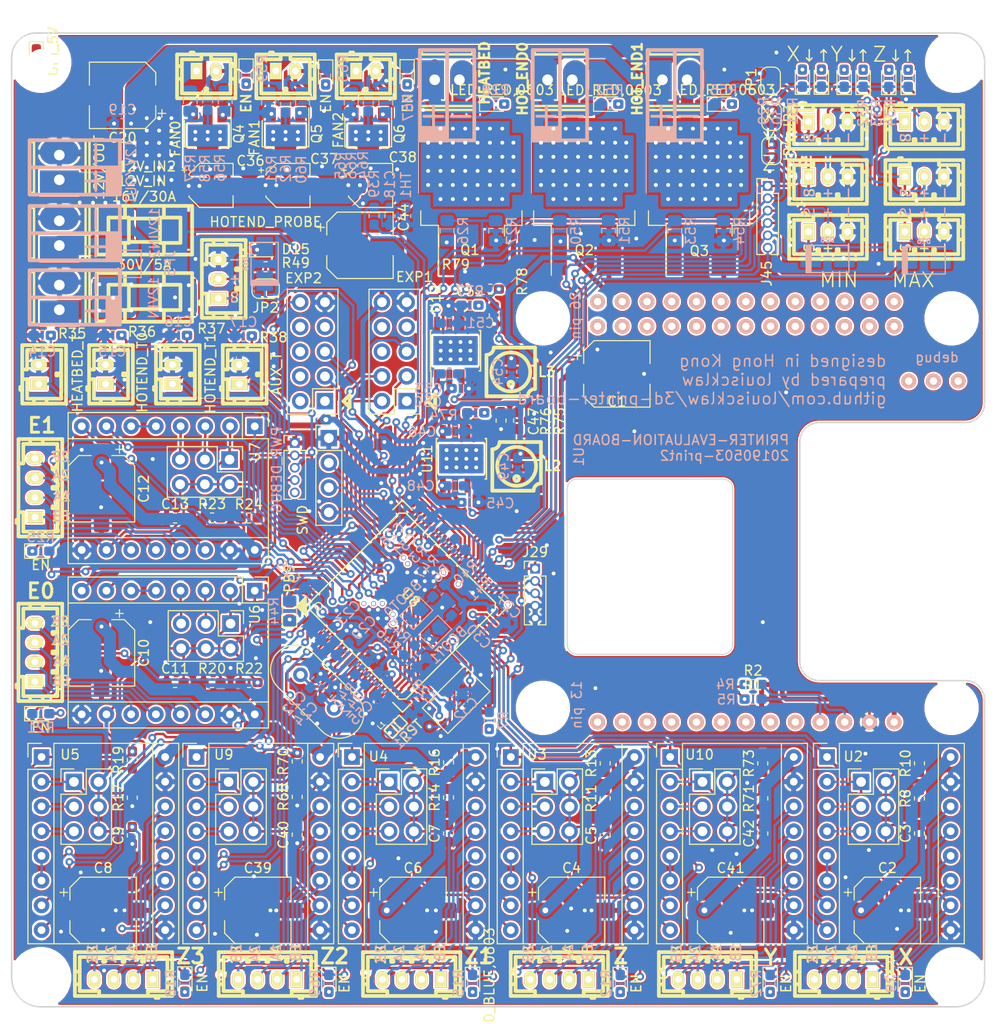
<source format=kicad_pcb>
(kicad_pcb (version 20171130) (host pcbnew 5.1.2-f72e74a~84~ubuntu18.04.1)
  (layers (0 F.Cu signal) (31 B.Cu signal) (34 B.Paste user) (35 F.Paste user) (36 B.SilkS user) (37 F.SilkS user hide) (38 B.Mask user) (39 F.Mask user) (44 Edge.Cuts user))
  (net 0 "")
  (net 1 GND)
  (net 2 +3V3)
  (net 3 +12V)
  (net 4 "Net-(J3-Pad1)")
  (net 5 "Net-(J3-Pad3)")
  (net 6 "Net-(J3-Pad2)")
  (net 7 "Net-(J3-Pad4)")
  (net 8 "Net-(J5-Pad4)")
  (net 9 "Net-(J5-Pad2)")
  (net 10 "Net-(J5-Pad3)")
  (net 11 "Net-(J5-Pad1)")
  (net 12 "Net-(J39-Pad1)")
  (net 13 "Net-(J39-Pad3)")
  (net 14 "Net-(J39-Pad2)")
  (net 15 "Net-(J39-Pad4)")
  (net 16 "Net-(J4-Pad1)")
  (net 17 "Net-(J4-Pad3)")
  (net 18 "Net-(J4-Pad5)")
  (net 19 "Net-(U3-Pad5)")
  (net 20 "Net-(U2-Pad5)")
  (net 21 "Net-(J2-Pad5)")
  (net 22 "Net-(J2-Pad3)")
  (net 23 "Net-(J2-Pad1)")
  (net 24 "Net-(U10-Pad5)")
  (net 25 "Net-(J38-Pad5)")
  (net 26 "Net-(J38-Pad3)")
  (net 27 "Net-(J38-Pad1)")
  (net 28 "Net-(D24-Pad2)")
  (net 29 "Net-(D3-Pad2)")
  (net 30 "Net-(D2-Pad2)")
  (net 31 "Net-(D1-Pad2)")
  (net 32 +5V)
  (net 33 "Net-(J7-Pad4)")
  (net 34 "Net-(J7-Pad2)")
  (net 35 "Net-(J7-Pad3)")
  (net 36 "Net-(J7-Pad1)")
  (net 37 "Net-(J6-Pad1)")
  (net 38 "Net-(J6-Pad3)")
  (net 39 "Net-(J6-Pad5)")
  (net 40 "Net-(U4-Pad5)")
  (net 41 "Net-(D4-Pad2)")
  (net 42 "Net-(J37-Pad4)")
  (net 43 "Net-(J37-Pad2)")
  (net 44 "Net-(J37-Pad3)")
  (net 45 "Net-(J37-Pad1)")
  (net 46 "Net-(J36-Pad1)")
  (net 47 "Net-(J36-Pad3)")
  (net 48 "Net-(J36-Pad5)")
  (net 49 "Net-(U9-Pad5)")
  (net 50 "Net-(D23-Pad2)")
  (net 51 "Net-(J9-Pad1)")
  (net 52 "Net-(J9-Pad3)")
  (net 53 "Net-(J9-Pad2)")
  (net 54 "Net-(J9-Pad4)")
  (net 55 "Net-(U5-Pad5)")
  (net 56 "Net-(J8-Pad5)")
  (net 57 "Net-(J8-Pad3)")
  (net 58 "Net-(J8-Pad1)")
  (net 59 "Net-(D5-Pad2)")
  (net 60 "Net-(J11-Pad1)")
  (net 61 "Net-(J11-Pad3)")
  (net 62 "Net-(J11-Pad2)")
  (net 63 "Net-(J11-Pad4)")
  (net 64 "Net-(U6-Pad5)")
  (net 65 "Net-(J10-Pad5)")
  (net 66 "Net-(J10-Pad3)")
  (net 67 "Net-(J10-Pad1)")
  (net 68 "Net-(D6-Pad2)")
  (net 69 "Net-(J13-Pad4)")
  (net 70 "Net-(J13-Pad2)")
  (net 71 "Net-(J13-Pad3)")
  (net 72 "Net-(J13-Pad1)")
  (net 73 "Net-(J12-Pad1)")
  (net 74 "Net-(J12-Pad3)")
  (net 75 "Net-(J12-Pad5)")
  (net 76 "Net-(U7-Pad5)")
  (net 77 "Net-(D7-Pad2)")
  (net 78 +12V2)
  (net 79 "Net-(Q1-Pad1)")
  (net 80 "Net-(D8-Pad2)")
  (net 81 "Net-(Q2-Pad1)")
  (net 82 "Net-(D18-Pad2)")
  (net 83 "Net-(Q3-Pad1)")
  (net 84 "Net-(D19-Pad2)")
  (net 85 "Net-(C23-Pad1)")
  (net 86 PC13)
  (net 87 PC14)
  (net 88 PE2)
  (net 89 PE3)
  (net 90 PE4)
  (net 91 PC2)
  (net 92 "Net-(C21-Pad1)")
  (net 93 PA0)
  (net 94 PA1)
  (net 95 PE7)
  (net 96 PE8)
  (net 97 PE9)
  (net 98 PD8)
  (net 99 PC15)
  (net 100 PA2)
  (net 101 PA3)
  (net 102 PE10)
  (net 103 PE11)
  (net 104 PE12)
  (net 105 PD10)
  (net 106 PD11)
  (net 107 PD12)
  (net 108 "Net-(C22-Pad1)")
  (net 109 "Net-(C24-Pad1)")
  (net 110 PC0)
  (net 111 PC1)
  (net 112 PA4)
  (net 113 PE13)
  (net 114 PE14)
  (net 115 PE15)
  (net 116 PD13)
  (net 117 PD14)
  (net 118 PD15)
  (net 119 PC6)
  (net 120 PA15)
  (net 121 PC10)
  (net 122 PC11)
  (net 123 PC12)
  (net 124 PD0)
  (net 125 PD1)
  (net 126 PD2)
  (net 127 PD3)
  (net 128 PD4)
  (net 129 PD5)
  (net 130 PD6)
  (net 131 PD7)
  (net 132 PB3)
  (net 133 PB9)
  (net 134 "Net-(D17-Pad1)")
  (net 135 "Net-(JP7-Pad1)")
  (net 136 "Net-(JP6-Pad1)")
  (net 137 "Net-(Q4-Pad2)")
  (net 138 "Net-(Q4-Pad1)")
  (net 139 "Net-(D20-Pad2)")
  (net 140 "Net-(Q5-Pad2)")
  (net 141 "Net-(Q5-Pad1)")
  (net 142 "Net-(D21-Pad2)")
  (net 143 "Net-(Q6-Pad2)")
  (net 144 "Net-(Q6-Pad1)")
  (net 145 "Net-(D22-Pad2)")
  (net 146 "Net-(F1-Pad1)")
  (net 147 "Net-(F2-Pad1)")
  (net 148 /STM32_CORE/STM32_CORE_MCU/GND-VCC3V3)
  (net 149 /STM32_CORE/STM32_CORE_MCU/BOOT1)
  (net 150 /STM32_CORE/STM32_CORE_MCU/GND-CAP1)
  (net 151 /STM32_CORE/STM32_CORE_MCU/RESET)
  (net 152 /orange_pi/OPI_USB-DM2)
  (net 153 /orange_pi/OPI_USB-DP2)
  (net 154 /STM32_CORE/STM32_CORE_MCU/SWDIO)
  (net 155 /STM32_CORE/STM32_CORE_MCU/GND-CAP2)
  (net 156 /STM32_CORE/STM32_CORE_MCU/SWCLK)
  (net 157 /STM32_CORE/STM32_CORE_MCU/BOOT0)
  (net 158 /HEATBED/-12V2)
  (net 159 /HOTENDS/HOTEND_0/-12V)
  (net 160 /HOTENDS/HOTEND_1/-12V)
  (net 161 /STM32_CORE/STM32_CORE_MCU/DM)
  (net 162 /STM32_CORE/STM32_CORE_MCU/DP)
  (net 163 /orange_pi/USB-DM2)
  (net 164 /orange_pi/USB-DP2)
  (net 165 PA11)
  (net 166 PA12)
  (net 167 PA13)
  (net 168 /FANS/FAN0/FAN0_N)
  (net 169 /FANS/FAN1/FAN1_N)
  (net 170 /FANS/FAN2/FAN2_N)
  (net 171 PD9)
  (net 172 "Net-(C46-Pad1)")
  (net 173 "Net-(C47-Pad2)")
  (net 174 "Net-(C47-Pad1)")
  (net 175 "Net-(C48-Pad2)")
  (net 176 "Net-(C48-Pad1)")
  (net 177 "Net-(R75-Pad1)")
  (net 178 "Net-(C53-Pad1)")
  (net 179 "Net-(C53-Pad2)")
  (net 180 "Net-(R78-Pad1)")
  (net 181 "Net-(C52-Pad1)")
  (net 182 "Net-(C51-Pad1)")
  (net 183 "Net-(C52-Pad2)")
  (net 184 "Net-(D14-Pad2)")
  (net 185 "Net-(D13-Pad2)")
  (net 186 "Net-(D9-Pad2)")
  (net 187 "Net-(D12-Pad2)")
  (net 188 "Net-(D11-Pad2)")
  (net 189 "Net-(D10-Pad2)")
  (net 190 "Net-(D13-Pad1)")
  (net 191 "Net-(D14-Pad1)")
  (net 192 "Net-(D15-Pad2)")
  (net 193 "Net-(D15-Pad1)")
  (net 194 PB5)
  (net 195 "Net-(J48-Pad2)")
  (net 196 "Net-(J15-Pad2)")
  (net 197 /STM32_CORE/STM32_CORE_MCU/SCK)
  (net 198 /STM32_CORE/STM32_CORE_MCU/MISO2)
  (net 199 /STM32_CORE/STM32_CORE_MCU/MOSI2)
  (net 200 "Net-(J43-Pad2)")
  (net 201 "Net-(J43-Pad1)")
  (net 202 "Net-(J17-Pad2)")
  (net 203 "Net-(J19-Pad2)")
  (net 204 "Net-(J30-Pad5)")
  (net 205 "Net-(J41-Pad8)")
  (net 206 "Net-(J41-Pad7)")
  (net 207 "Net-(J41-Pad6)")
  (net 208 "/st7920 type lcd/BEEPER")
  (net 209 "Net-(J42-Pad1)")
  (net 210 "Net-(J42-Pad2)")
  (net 211 "Net-(J42-Pad4)")
  (net 212 "Net-(J42-Pad6)")
  (net 213 "Net-(J42-Pad7)")
  (net 214 "/st7920 type lcd/RESET")
  (net 215 /orange_pi/USB-DM3)
  (net 216 /orange_pi/USB-DP3)
  (net 217 "Net-(U1-Pad7)")
  (net 218 "Net-(U1-Pad8)")
  (net 219 "Net-(U1-Pad9)")
  (net 220 "Net-(U1-Pad10)")
  (net 221 "Net-(U1-Pad11)")
  (net 222 "Net-(U1-Pad12)")
  (net 223 "Net-(U1-Pad13)")
  (net 224 "Net-(U1-Pad101)")
  (net 225 "Net-(U1-Pad102)")
  (net 226 "Net-(U1-Pad103)")
  (net 227 "Net-(U1-Pad104)")
  (net 228 "Net-(U1-Pad105)")
  (net 229 "Net-(U1-Pad106)")
  (net 230 "Net-(U1-Pad107)")
  (net 231 "Net-(U1-Pad108)")
  (net 232 "Net-(U1-Pad109)")
  (net 233 "Net-(U1-Pad110)")
  (net 234 "Net-(U1-Pad111)")
  (net 235 "Net-(U1-Pad112)")
  (net 236 "Net-(U1-Pad113)")
  (net 237 "Net-(U1-Pad114)")
  (net 238 "Net-(U1-Pad115)")
  (net 239 "Net-(U1-Pad116)")
  (net 240 "Net-(U1-Pad117)")
  (net 241 "Net-(U1-Pad118)")
  (net 242 "Net-(U1-Pad119)")
  (net 243 "Net-(U1-Pad120)")
  (net 244 "Net-(U1-Pad121)")
  (net 245 "Net-(U1-Pad122)")
  (net 246 "Net-(U1-Pad123)")
  (net 247 "Net-(U1-Pad124)")
  (net 248 "Net-(U1-Pad125)")
  (net 249 "Net-(U1-Pad126)")
  (net 250 "Net-(U1-Pad201)")
  (net 251 "Net-(U1-Pad202)")
  (net 252 "Net-(U1-Pad203)")
  (net 253 PE5)
  (net 254 PE6)
  (net 255 PC3)
  (net 256 PC4)
  (net 257 PC5)
  (net 258 PB0)
  (net 259 PB1)
  (net 260 PB12)
  (net 261 PA5)
  (net 262 PA6)
  (net 263 PA7)
  (net 264 PB10)
  (net 265 PB11)
  (net 266 PC7)
  (net 267 PC8)
  (net 268 PC9)
  (net 269 PA8)
  (net 270 PB4)
  (net 271 /STM32_CORE/STM32_SCL1)
  (net 272 /STM32_CORE/STM32_SDA1)
  (net 273 PB8)
  (net 274 PE0)
  (net 275 PE1)
  (net 276 "Net-(U11-Pad7)")
  (net 277 "Net-(U12-Pad7)")
  (module Jumper:SolderJumper-2_P1.3mm_Open_RoundedPad1.0x1.5mm (layer F.Cu) (at 78.1 12.1 270)
    (fp_text reference JP4 (at 0 -1.8 90) (layer F.SilkS))
    (fp_text value SolderJumper_2_Open)
    (pad 2 smd custom (at 0.65 0 270) (size 1 0.5) (layers F.Cu F.Mask) (net 203 "Net-(J19-Pad2)") (options (clearance outline) (anchor rect)) (primitives (gr_circle (center 0 0.25) (end 0.5 0.25) (width 0)) (gr_circle (center 0 -0.25) (end 0.5 -0.25) (width 0)) (gr_poly (pts (xy 0 -0.75) (xy -0.5 -0.75) (xy -0.5 0.75) (xy 0 0.75)) (width 0))))
    (pad 1 smd custom (at -0.65 0 270) (size 1 0.5) (layers F.Cu F.Mask) (net 3 +12V) (options (clearance outline) (anchor rect)) (primitives (gr_circle (center 0 0.25) (end 0.5 0.25) (width 0)) (gr_circle (center 0 -0.25) (end 0.5 -0.25) (width 0)) (gr_poly (pts (xy 0 -0.75) (xy 0.5 -0.75) (xy 0.5 0.75) (xy 0 0.75)) (width 0))))
  )
  (module Jumper:SolderJumper-2_P1.3mm_Open_RoundedPad1.0x1.5mm (layer F.Cu) (at 78.1 8.6 270)
    (fp_text reference JP3 (at 0 -1.8 90) (layer F.SilkS))
    (fp_text value SolderJumper_2_Open)
    (pad 2 smd custom (at 0.65 0 270) (size 1 0.5) (layers F.Cu F.Mask) (net 202 "Net-(J17-Pad2)") (options (clearance outline) (anchor rect)) (primitives (gr_circle (center 0 0.25) (end 0.5 0.25) (width 0)) (gr_circle (center 0 -0.25) (end 0.5 -0.25) (width 0)) (gr_poly (pts (xy 0 -0.75) (xy -0.5 -0.75) (xy -0.5 0.75) (xy 0 0.75)) (width 0))))
    (pad 1 smd custom (at -0.65 0 270) (size 1 0.5) (layers F.Cu F.Mask) (net 3 +12V) (options (clearance outline) (anchor rect)) (primitives (gr_circle (center 0 0.25) (end 0.5 0.25) (width 0)) (gr_circle (center 0 -0.25) (end 0.5 -0.25) (width 0)) (gr_poly (pts (xy 0 -0.75) (xy 0.5 -0.75) (xy 0.5 0.75) (xy 0 0.75)) (width 0))))
  )
  (module footprint-lib:MountingHole_2.7mm_M2.5,rpi_like (layer F.Cu) (at 3 3)
    (fp_text reference H1 hide)
    (fp_text value MOUNT_M3)
    (pad "" np_thru_hole circle (at 0 0) (size 2.7 2.7) (drill 2.7) (layers *.Cu *.Mask) (clearance 1.8))
  )
  (module footprint-lib:MountingHole_2.7mm_M2.5,rpi_like (layer F.Cu) (at 97 3)
    (fp_text reference H2 hide)
    (fp_text value MOUNT_M3)
    (pad "" np_thru_hole circle (at 0 0) (size 2.7 2.7) (drill 2.7) (layers *.Cu *.Mask) (clearance 1.8))
  )
  (module footprint-lib:MountingHole_2.7mm_M2.5,rpi_like (layer F.Cu) (at 3 97)
    (fp_text reference H3 hide)
    (fp_text value MOUNT_M3)
    (pad "" np_thru_hole circle (at 0 0) (size 2.7 2.7) (drill 2.7) (layers *.Cu *.Mask) (clearance 1.8))
  )
  (module footprint-lib:MountingHole_2.7mm_M2.5,rpi_like (layer F.Cu) (at 97 97)
    (fp_text reference H4 hide)
    (fp_text value MOUNT_M3)
    (pad "" np_thru_hole circle (at 0 0) (size 2.7 2.7) (drill 2.7) (layers *.Cu *.Mask) (clearance 1.8))
  )
  (module Connector_PinHeader_2.54mm:PinHeader_1x04_P2.54mm_Vertical (layer F.Cu) (at 32.6 41.6)
    (fp_text reference J28 hide)
    (fp_text value SWD (at -2.7 8.4 90) (layer F.SilkS))
    (pad 4 thru_hole oval (at 0 7.62) (size 1.7 1.7) (drill 1) (layers *.Cu *.Mask) (net 2 +3V3))
    (pad 3 thru_hole oval (at 0 5.08) (size 1.7 1.7) (drill 1) (layers *.Cu *.Mask) (net 154 /STM32_CORE/STM32_CORE_MCU/SWDIO))
    (pad 2 thru_hole oval (at 0 2.54) (size 1.7 1.7) (drill 1) (layers *.Cu *.Mask) (net 156 /STM32_CORE/STM32_CORE_MCU/SWCLK))
    (pad 1 thru_hole rect (at 0 0) (size 1.7 1.7) (drill 1) (layers *.Cu *.Mask) (net 1 GND))
  )
  (module Capacitor_SMD:C_0603_1608Metric_Pad1.05x0.95mm_HandSolder (layer B.Cu) (at 36.9841 66.2765 45)
    (fp_text reference R42 (at -3.240388 0.434446 45) (layer B.SilkS) (effects (justify mirror)))
    (fp_text value R0,0603)
    (pad 2 smd roundrect (at 0.875 0 45) (size 1.05 0.95) (layers B.Cu B.Paste B.Mask) (net 2 +3V3))
    (pad 1 smd roundrect (at -0.875 0 45) (size 1.05 0.95) (layers B.Cu B.Paste B.Mask) (net 148 /STM32_CORE/STM32_CORE_MCU/GND-VCC3V3))
  )
  (module Resistor_SMD:R_0805_2012Metric_Pad1.15x1.40mm_HandSolder (layer B.Cu) (at 38.45 7.15 90)
    (fp_text reference R64 (at -6.4 -2.325 90) (layer B.SilkS) (effects (justify mirror)))
    (fp_text value R100,0805)
    (pad 2 smd roundrect (at 1.025 0 90) (size 1.15 1.4) (layers B.Cu B.Paste B.Mask) (roundrect_rratio 0.217391) (net 167 PA13))
    (pad 1 smd roundrect (at -1.025 0 90) (size 1.15 1.4) (layers B.Cu B.Paste B.Mask) (roundrect_rratio 0.217391) (net 144 "Net-(Q6-Pad1)"))
  )
  (module footprint-lib:b3b-ph-kl,end_stop (layer F.Cu) (at 21.25 25.25 90)
    (fp_text reference J48 hide)
    (fp_text value HOTEND_PROBE (at 5.85 4.85) (layer F.SilkS))
    (fp_text user + (at 0 1.651 90) (layer B.SilkS))
    (fp_text user S (at -1.905 1.651) (layer B.SilkS) (effects (justify mirror)))
    (fp_text user - (at 2.032 1.651) (layer B.SilkS))
    (fp_text user - (at 2.032 1.651) (layer F.SilkS))
    (fp_text user + (at 0 1.651 90) (layer F.SilkS))
    (fp_text user S (at -1.905 1.651) (layer F.SilkS))
    (pad 2 thru_hole oval (at 0 0 90) (size 1.19888 1.69926) (drill 0.70104) (layers *.Cu *.Mask F.SilkS) (net 195 "Net-(J48-Pad2)"))
    (pad 3 thru_hole oval (at 2.00152 0 90) (size 1.19888 1.69926) (drill 0.70104) (layers *.Cu *.Mask F.SilkS) (net 1 GND))
    (pad 1 thru_hole rect (at -2.00152 0 90) (size 1.19888 1.69926) (drill 0.70104) (layers *.Cu *.Mask F.SilkS) (net 193 "Net-(D15-Pad1)"))
  )
  (module footprint-lib:b3b-ph-kl,end_stop (layer F.Cu) (at 93.8 20.4)
    (fp_text reference J20 hide)
    (fp_text value Z_MAX hide)
    (fp_text user + (at 0 -2.049) (layer B.SilkS))
    (fp_text user S (at -1.905 -2.049 90) (layer B.SilkS) (effects (justify mirror)))
    (fp_text user - (at 2.032 -2.049 90) (layer B.SilkS))
    (fp_text user - (at 2.032 1.651 90) (layer F.SilkS))
    (fp_text user + (at 0 1.651) (layer F.SilkS))
    (fp_text user S (at -1.905 1.651 90) (layer F.SilkS))
    (pad 2 thru_hole oval (at 0 0) (size 1.19888 1.69926) (drill 0.70104) (layers *.Cu *.Mask F.SilkS) (net 203 "Net-(J19-Pad2)"))
    (pad 3 thru_hole oval (at 2.00152 0) (size 1.19888 1.69926) (drill 0.70104) (layers *.Cu *.Mask F.SilkS) (net 1 GND))
    (pad 1 thru_hole rect (at -2.00152 0) (size 1.19888 1.69926) (drill 0.70104) (layers *.Cu *.Mask F.SilkS) (net 191 "Net-(D14-Pad1)"))
  )
  (module footprint-lib:b3b-ph-kl,end_stop (layer F.Cu) (at 83.9 20.4)
    (fp_text reference J19 hide)
    (fp_text value Z_MIN hide)
    (fp_text user + (at 0 -2.049) (layer B.SilkS))
    (fp_text user S (at -1.905 -2.049 90) (layer B.SilkS) (effects (justify mirror)))
    (fp_text user - (at 2.032 -2.049 90) (layer B.SilkS))
    (fp_text user - (at 2.032 1.651 90) (layer F.SilkS))
    (fp_text user + (at 0 1.651) (layer F.SilkS))
    (fp_text user S (at -1.905 1.651 90) (layer F.SilkS))
    (pad 2 thru_hole oval (at 0 0) (size 1.19888 1.69926) (drill 0.70104) (layers *.Cu *.Mask F.SilkS) (net 203 "Net-(J19-Pad2)"))
    (pad 3 thru_hole oval (at 2.00152 0) (size 1.19888 1.69926) (drill 0.70104) (layers *.Cu *.Mask F.SilkS) (net 1 GND))
    (pad 1 thru_hole rect (at -2.00152 0) (size 1.19888 1.69926) (drill 0.70104) (layers *.Cu *.Mask F.SilkS) (net 190 "Net-(D13-Pad1)"))
  )
  (module footprint-lib:b3b-ph-kl,end_stop (layer F.Cu) (at 93.8 14.75)
    (fp_text reference J18 hide)
    (fp_text value Y_MAX hide)
    (fp_text user + (at 0 1.651) (layer B.SilkS))
    (fp_text user S (at -1.905 1.651 90) (layer B.SilkS) (effects (justify mirror)))
    (fp_text user - (at 2.032 1.651 90) (layer B.SilkS))
    (fp_text user - (at 2.032 1.651 90) (layer F.SilkS))
    (fp_text user + (at 0 1.651) (layer F.SilkS))
    (fp_text user S (at -1.905 1.651 90) (layer F.SilkS))
    (pad 2 thru_hole oval (at 0 0) (size 1.19888 1.69926) (drill 0.70104) (layers *.Cu *.Mask F.SilkS) (net 202 "Net-(J17-Pad2)"))
    (pad 3 thru_hole oval (at 2.00152 0) (size 1.19888 1.69926) (drill 0.70104) (layers *.Cu *.Mask F.SilkS) (net 1 GND))
    (pad 1 thru_hole rect (at -2.00152 0) (size 1.19888 1.69926) (drill 0.70104) (layers *.Cu *.Mask F.SilkS) (net 105 PD10))
  )
  (module footprint-lib:b3b-ph-kl,end_stop (layer F.Cu) (at 83.9 14.75)
    (fp_text reference J17 hide)
    (fp_text value Y_MIN hide)
    (fp_text user + (at 0 1.651) (layer B.SilkS))
    (fp_text user S (at -1.905 1.651 90) (layer B.SilkS) (effects (justify mirror)))
    (fp_text user - (at 2.032 1.651 90) (layer B.SilkS))
    (fp_text user - (at 2.032 1.651 90) (layer F.SilkS))
    (fp_text user + (at 0 1.651) (layer F.SilkS))
    (fp_text user S (at -1.905 1.651 90) (layer F.SilkS))
    (pad 2 thru_hole oval (at 0 0) (size 1.19888 1.69926) (drill 0.70104) (layers *.Cu *.Mask F.SilkS) (net 202 "Net-(J17-Pad2)"))
    (pad 3 thru_hole oval (at 2.00152 0) (size 1.19888 1.69926) (drill 0.70104) (layers *.Cu *.Mask F.SilkS) (net 1 GND))
    (pad 1 thru_hole rect (at -2.00152 0) (size 1.19888 1.69926) (drill 0.70104) (layers *.Cu *.Mask F.SilkS) (net 106 PD11))
  )
  (module footprint-lib:b3b-ph-kl,end_stop (layer F.Cu) (at 93.8 9.1)
    (fp_text reference J16 hide)
    (fp_text value X_MAX hide)
    (fp_text user + (at 0 1.651) (layer B.SilkS))
    (fp_text user S (at -1.905 1.651 90) (layer B.SilkS) (effects (justify mirror)))
    (fp_text user - (at 2.032 1.651 90) (layer B.SilkS))
    (fp_text user - (at 2.032 1.651 90) (layer F.SilkS))
    (fp_text user + (at 0 1.651) (layer F.SilkS))
    (fp_text user S (at -1.905 1.651 90) (layer F.SilkS))
    (pad 2 thru_hole oval (at 0 0) (size 1.19888 1.69926) (drill 0.70104) (layers *.Cu *.Mask F.SilkS) (net 196 "Net-(J15-Pad2)"))
    (pad 3 thru_hole oval (at 2.00152 0) (size 1.19888 1.69926) (drill 0.70104) (layers *.Cu *.Mask F.SilkS) (net 1 GND))
    (pad 1 thru_hole rect (at -2.00152 0) (size 1.19888 1.69926) (drill 0.70104) (layers *.Cu *.Mask F.SilkS) (net 107 PD12))
  )
  (module footprint-lib:b3b-ph-kl,end_stop (layer F.Cu) (at 83.9 9.1)
    (fp_text reference J15 hide)
    (fp_text value X_MIN hide)
    (fp_text user + (at 0 1.651) (layer B.SilkS))
    (fp_text user S (at -1.905 1.651 90) (layer B.SilkS) (effects (justify mirror)))
    (fp_text user - (at 2.032 1.651 90) (layer B.SilkS))
    (fp_text user - (at 2.032 1.651 90) (layer F.SilkS))
    (fp_text user + (at 0 1.651) (layer F.SilkS))
    (fp_text user S (at -1.905 1.651 90) (layer F.SilkS))
    (pad 2 thru_hole oval (at 0 0) (size 1.19888 1.69926) (drill 0.70104) (layers *.Cu *.Mask F.SilkS) (net 196 "Net-(J15-Pad2)"))
    (pad 3 thru_hole oval (at 2.00152 0) (size 1.19888 1.69926) (drill 0.70104) (layers *.Cu *.Mask F.SilkS) (net 1 GND))
    (pad 1 thru_hole rect (at -2.00152 0) (size 1.19888 1.69926) (drill 0.70104) (layers *.Cu *.Mask F.SilkS) (net 116 PD13))
  )
  (module footprint-lib:orangepi-zero (layer B.Cu) (at 51.6 72.3 90)
    (fp_text reference U1 (at 28.8 6.7 90) (layer B.SilkS) (effects (justify mirror)))
    (fp_text value orange_pi_zero)
    (fp_text user debug (at 39 43.5) (layer B.SilkS) (effects (justify mirror)))
    (fp_text user "26 pin" (at 43.307 6.35 90) (layer B.SilkS) (effects (justify mirror)))
    (fp_text user "13 pin" (at 3.302 6.477 -90) (layer B.SilkS) (effects (justify mirror)))
    (pad "" np_thru_hole circle (at 43 45 90) (size 3.2 3.2) (drill 3.2) (layers *.Cu *.Mask) (clearance 1.2))
    (pad 1 thru_hole circle (at 1.54 39.1 90) (size 1.524 1.524) (drill 0.762) (layers *.Cu *.Mask B.SilkS) (net 32 +5V))
    (pad 2 thru_hole circle (at 1.54 36.56 90) (size 1.524 1.524) (drill 0.762) (layers *.Cu *.Mask B.SilkS) (net 1 GND))
    (pad 3 thru_hole circle (at 1.54 34.02 90) (size 1.524 1.524) (drill 0.762) (layers *.Cu *.Mask B.SilkS) (net 163 /orange_pi/USB-DM2))
    (pad 4 thru_hole circle (at 1.54 31.48 90) (size 1.524 1.524) (drill 0.762) (layers *.Cu *.Mask B.SilkS) (net 164 /orange_pi/USB-DP2))
    (pad 5 thru_hole circle (at 1.54 28.94 90) (size 1.524 1.524) (drill 0.762) (layers *.Cu *.Mask B.SilkS) (net 215 /orange_pi/USB-DM3))
    (pad 6 thru_hole circle (at 1.54 26.4 90) (size 1.524 1.524) (drill 0.762) (layers *.Cu *.Mask B.SilkS) (net 216 /orange_pi/USB-DP3))
    (pad 7 thru_hole circle (at 1.54 23.86 90) (size 1.524 1.524) (drill 0.762) (layers *.Cu *.Mask B.SilkS) (net 217 "Net-(U1-Pad7)"))
    (pad 8 thru_hole circle (at 1.54 21.32 90) (size 1.524 1.524) (drill 0.762) (layers *.Cu *.Mask B.SilkS) (net 218 "Net-(U1-Pad8)"))
    (pad 9 thru_hole circle (at 1.54 18.78 90) (size 1.524 1.524) (drill 0.762) (layers *.Cu *.Mask B.SilkS) (net 219 "Net-(U1-Pad9)"))
    (pad 10 thru_hole circle (at 1.54 16.24 90) (size 1.524 1.524) (drill 0.762) (layers *.Cu *.Mask B.SilkS) (net 220 "Net-(U1-Pad10)"))
    (pad 11 thru_hole circle (at 1.54 13.7 90) (size 1.524 1.524) (drill 0.762) (layers *.Cu *.Mask B.SilkS) (net 221 "Net-(U1-Pad11)"))
    (pad 12 thru_hole circle (at 1.54 11.16 90) (size 1.524 1.524) (drill 0.762) (layers *.Cu *.Mask B.SilkS) (net 222 "Net-(U1-Pad12)"))
    (pad 13 thru_hole circle (at 1.54 8.62 90) (size 1.524 1.524) (drill 0.762) (layers *.Cu *.Mask B.SilkS) (net 223 "Net-(U1-Pad13)"))
    (pad 101 thru_hole circle (at 44.72 8.62 90) (size 1.524 1.524) (drill 0.762) (layers *.Cu *.Mask B.SilkS) (net 224 "Net-(U1-Pad101)"))
    (pad 102 thru_hole circle (at 42.18 8.62 90) (size 1.524 1.524) (drill 0.762) (layers *.Cu *.Mask B.SilkS) (net 225 "Net-(U1-Pad102)"))
    (pad 103 thru_hole circle (at 44.72 11.16 90) (size 1.524 1.524) (drill 0.762) (layers *.Cu *.Mask B.SilkS) (net 226 "Net-(U1-Pad103)"))
    (pad 104 thru_hole circle (at 42.18 11.16 90) (size 1.524 1.524) (drill 0.762) (layers *.Cu *.Mask B.SilkS) (net 227 "Net-(U1-Pad104)"))
    (pad 105 thru_hole circle (at 44.72 13.7 90) (size 1.524 1.524) (drill 0.762) (layers *.Cu *.Mask B.SilkS) (net 228 "Net-(U1-Pad105)"))
    (pad 106 thru_hole circle (at 42.18 13.7 90) (size 1.524 1.524) (drill 0.762) (layers *.Cu *.Mask B.SilkS) (net 229 "Net-(U1-Pad106)"))
    (pad 107 thru_hole circle (at 44.72 16.24 90) (size 1.524 1.524) (drill 0.762) (layers *.Cu *.Mask B.SilkS) (net 230 "Net-(U1-Pad107)"))
    (pad 108 thru_hole circle (at 42.18 16.24 90) (size 1.524 1.524) (drill 0.762) (layers *.Cu *.Mask B.SilkS) (net 231 "Net-(U1-Pad108)"))
    (pad 109 thru_hole circle (at 44.72 18.78 90) (size 1.524 1.524) (drill 0.762) (layers *.Cu *.Mask B.SilkS) (net 232 "Net-(U1-Pad109)"))
    (pad 110 thru_hole circle (at 42.18 18.78 90) (size 1.524 1.524) (drill 0.762) (layers *.Cu *.Mask B.SilkS) (net 233 "Net-(U1-Pad110)"))
    (pad 111 thru_hole circle (at 44.72 21.32 90) (size 1.524 1.524) (drill 0.762) (layers *.Cu *.Mask B.SilkS) (net 234 "Net-(U1-Pad111)"))
    (pad 112 thru_hole circle (at 42.18 21.32 90) (size 1.524 1.524) (drill 0.762) (layers *.Cu *.Mask B.SilkS) (net 235 "Net-(U1-Pad112)"))
    (pad 113 thru_hole circle (at 44.72 23.86 90) (size 1.524 1.524) (drill 0.762) (layers *.Cu *.Mask B.SilkS) (net 236 "Net-(U1-Pad113)"))
    (pad 114 thru_hole circle (at 42.18 23.86 90) (size 1.524 1.524) (drill 0.762) (layers *.Cu *.Mask B.SilkS) (net 237 "Net-(U1-Pad114)"))
    (pad 115 thru_hole circle (at 44.72 26.4 90) (size 1.524 1.524) (drill 0.762) (layers *.Cu *.Mask B.SilkS) (net 238 "Net-(U1-Pad115)"))
    (pad 116 thru_hole circle (at 42.18 26.4 90) (size 1.524 1.524) (drill 0.762) (layers *.Cu *.Mask B.SilkS) (net 239 "Net-(U1-Pad116)"))
    (pad 117 thru_hole circle (at 44.72 28.94 90) (size 1.524 1.524) (drill 0.762) (layers *.Cu *.Mask B.SilkS) (net 240 "Net-(U1-Pad117)"))
    (pad 118 thru_hole circle (at 42.18 28.94 90) (size 1.524 1.524) (drill 0.762) (layers *.Cu *.Mask B.SilkS) (net 241 "Net-(U1-Pad118)"))
    (pad 119 thru_hole circle (at 44.72 31.48 90) (size 1.524 1.524) (drill 0.762) (layers *.Cu *.Mask B.SilkS) (net 242 "Net-(U1-Pad119)"))
    (pad 120 thru_hole circle (at 42.18 31.48 90) (size 1.524 1.524) (drill 0.762) (layers *.Cu *.Mask B.SilkS) (net 243 "Net-(U1-Pad120)"))
    (pad 121 thru_hole circle (at 44.72 34.02 90) (size 1.524 1.524) (drill 0.762) (layers *.Cu *.Mask B.SilkS) (net 244 "Net-(U1-Pad121)"))
    (pad 122 thru_hole circle (at 42.18 34.02 90) (size 1.524 1.524) (drill 0.762) (layers *.Cu *.Mask B.SilkS) (net 245 "Net-(U1-Pad122)"))
    (pad 123 thru_hole circle (at 44.72 36.56 90) (size 1.524 1.524) (drill 0.762) (layers *.Cu *.Mask B.SilkS) (net 246 "Net-(U1-Pad123)"))
    (pad 124 thru_hole circle (at 42.18 36.56 90) (size 1.524 1.524) (drill 0.762) (layers *.Cu *.Mask B.SilkS) (net 247 "Net-(U1-Pad124)"))
    (pad 125 thru_hole circle (at 44.72 39.1 90) (size 1.524 1.524) (drill 0.762) (layers *.Cu *.Mask B.SilkS) (net 248 "Net-(U1-Pad125)"))
    (pad 126 thru_hole circle (at 42.18 39.1 90) (size 1.524 1.524) (drill 0.762) (layers *.Cu *.Mask B.SilkS) (net 249 "Net-(U1-Pad126)"))
    (pad 201 thru_hole circle (at 36.56 45.68 90) (size 1.524 1.524) (drill 0.762) (layers *.Cu *.Mask B.SilkS) (net 250 "Net-(U1-Pad201)"))
    (pad 202 thru_hole circle (at 36.56 43.14 90) (size 1.524 1.524) (drill 0.762) (layers *.Cu *.Mask B.SilkS) (net 251 "Net-(U1-Pad202)"))
    (pad 203 thru_hole circle (at 36.56 40.6 90) (size 1.524 1.524) (drill 0.762) (layers *.Cu *.Mask B.SilkS) (net 252 "Net-(U1-Pad203)"))
    (pad "" np_thru_hole circle (at 3 45 90) (size 3.2 3.2) (drill 3.2) (layers *.Cu *.Mask) (clearance 1.2))
    (pad "" np_thru_hole circle (at 3 3 90) (size 3.2 3.2) (drill 3.2) (layers *.Cu *.Mask) (clearance 1.2))
    (pad "" np_thru_hole circle (at 43 3 90) (size 3.2 3.2) (drill 3.2) (layers *.Cu *.Mask) (clearance 1.2))
  )
  (module footprint-lib:TO-263-2,thermal_vias (layer F.Cu) (at 70.65 16.8 90)
    (fp_text reference Q3 (at -5.575 0.025 180) (layer F.SilkS))
    (fp_text value STP55NF06)
    (pad 2 smd rect (at 3.375 0 90) (size 9.4 10.8) (layers F.Cu F.Mask) (net 160 /HOTENDS/HOTEND_1/-12V))
    (pad 3 smd rect (at -5.775 2.54 90) (size 4.6 2.5) (layers F.Cu F.Paste F.Mask) (net 1 GND))
    (pad 1 smd rect (at -5.775 -2.54 90) (size 4.6 1.5) (layers F.Cu F.Paste F.Mask) (net 83 "Net-(Q3-Pad1)"))
    (pad 2 thru_hole rect (at -0.254 -3.175 90) (size 1.524 1.524) (drill 0.4) (layers *.Cu F.Mask) (net 160 /HOTENDS/HOTEND_1/-12V))
    (pad 2 thru_hole rect (at -0.254 -1.905 90) (size 1.524 1.524) (drill 0.4) (layers *.Cu F.Mask) (net 160 /HOTENDS/HOTEND_1/-12V))
    (pad 2 thru_hole rect (at -0.254 -0.635 90) (size 1.524 1.524) (drill 0.4) (layers *.Cu F.Mask) (net 160 /HOTENDS/HOTEND_1/-12V))
    (pad 2 thru_hole rect (at -0.254 0.635 90) (size 1.524 1.524) (drill 0.4) (layers *.Cu F.Mask) (net 160 /HOTENDS/HOTEND_1/-12V))
    (pad 2 thru_hole rect (at -0.254 1.905 90) (size 1.524 1.524) (drill 0.4) (layers *.Cu F.Mask) (net 160 /HOTENDS/HOTEND_1/-12V))
    (pad 2 thru_hole rect (at -0.254 3.175 90) (size 1.524 1.524) (drill 0.4) (layers *.Cu F.Mask) (net 160 /HOTENDS/HOTEND_1/-12V))
    (pad 2 thru_hole rect (at 1.1938 3.175 90) (size 1.524 1.524) (drill 0.4) (layers *.Cu F.Mask) (net 160 /HOTENDS/HOTEND_1/-12V))
    (pad 2 thru_hole rect (at 1.1938 0.635 90) (size 1.524 1.524) (drill 0.4) (layers *.Cu F.Mask) (net 160 /HOTENDS/HOTEND_1/-12V))
    (pad 2 thru_hole rect (at 1.1938 -0.635 90) (size 1.524 1.524) (drill 0.4) (layers *.Cu F.Mask) (net 160 /HOTENDS/HOTEND_1/-12V))
    (pad 2 thru_hole rect (at 1.1938 -3.175 90) (size 1.524 1.524) (drill 0.4) (layers *.Cu F.Mask) (net 160 /HOTENDS/HOTEND_1/-12V))
    (pad 2 thru_hole rect (at 1.1938 1.905 90) (size 1.524 1.524) (drill 0.4) (layers *.Cu F.Mask) (net 160 /HOTENDS/HOTEND_1/-12V))
    (pad 2 thru_hole rect (at 1.1938 -4.445 90) (size 1.524 1.524) (drill 0.4) (layers *.Cu F.Mask) (net 160 /HOTENDS/HOTEND_1/-12V))
    (pad 2 thru_hole rect (at 1.1938 -1.905 90) (size 1.524 1.524) (drill 0.4) (layers *.Cu F.Mask) (net 160 /HOTENDS/HOTEND_1/-12V))
    (pad 2 thru_hole rect (at 1.1938 4.318 90) (size 1.524 1.524) (drill 0.4) (layers *.Cu F.Mask) (net 160 /HOTENDS/HOTEND_1/-12V))
    (pad 2 thru_hole rect (at 2.6416 3.175 90) (size 1.524 1.524) (drill 0.4) (layers *.Cu F.Mask) (net 160 /HOTENDS/HOTEND_1/-12V))
    (pad 2 thru_hole rect (at 2.6416 0.635 90) (size 1.524 1.524) (drill 0.4) (layers *.Cu F.Mask) (net 160 /HOTENDS/HOTEND_1/-12V))
    (pad 2 thru_hole rect (at 2.6416 -0.635 90) (size 1.524 1.524) (drill 0.4) (layers *.Cu F.Mask) (net 160 /HOTENDS/HOTEND_1/-12V))
    (pad 2 thru_hole rect (at 2.6416 -3.175 90) (size 1.524 1.524) (drill 0.4) (layers *.Cu F.Mask) (net 160 /HOTENDS/HOTEND_1/-12V))
    (pad 2 thru_hole rect (at 2.6416 1.905 90) (size 1.524 1.524) (drill 0.4) (layers *.Cu F.Mask) (net 160 /HOTENDS/HOTEND_1/-12V))
    (pad 2 thru_hole rect (at 2.6416 -4.445 90) (size 1.524 1.524) (drill 0.4) (layers *.Cu F.Mask) (net 160 /HOTENDS/HOTEND_1/-12V))
    (pad 2 thru_hole rect (at 2.6416 -1.905 90) (size 1.524 1.524) (drill 0.4) (layers *.Cu F.Mask) (net 160 /HOTENDS/HOTEND_1/-12V))
    (pad 2 thru_hole rect (at 2.6416 4.318 90) (size 1.524 1.524) (drill 0.4) (layers *.Cu F.Mask) (net 160 /HOTENDS/HOTEND_1/-12V))
    (pad 2 thru_hole rect (at 4.0894 3.175 90) (size 1.524 1.524) (drill 0.4) (layers *.Cu F.Mask) (net 160 /HOTENDS/HOTEND_1/-12V))
    (pad 2 thru_hole rect (at 4.0894 0.635 90) (size 1.524 1.524) (drill 0.4) (layers *.Cu F.Mask) (net 160 /HOTENDS/HOTEND_1/-12V))
    (pad 2 thru_hole rect (at 4.0894 -0.635 90) (size 1.524 1.524) (drill 0.4) (layers *.Cu F.Mask) (net 160 /HOTENDS/HOTEND_1/-12V))
    (pad 2 thru_hole rect (at 4.0894 -3.175 90) (size 1.524 1.524) (drill 0.4) (layers *.Cu F.Mask) (net 160 /HOTENDS/HOTEND_1/-12V))
    (pad 2 thru_hole rect (at 4.0894 1.905 90) (size 1.524 1.524) (drill 0.4) (layers *.Cu F.Mask) (net 160 /HOTENDS/HOTEND_1/-12V))
    (pad 2 thru_hole rect (at 4.0894 -4.445 90) (size 1.524 1.524) (drill 0.4) (layers *.Cu F.Mask) (net 160 /HOTENDS/HOTEND_1/-12V))
    (pad 2 thru_hole rect (at 4.0894 -1.905 90) (size 1.524 1.524) (drill 0.4) (layers *.Cu F.Mask) (net 160 /HOTENDS/HOTEND_1/-12V))
    (pad 2 thru_hole rect (at 4.0894 4.318 90) (size 1.524 1.524) (drill 0.4) (layers *.Cu F.Mask) (net 160 /HOTENDS/HOTEND_1/-12V))
    (pad 2 thru_hole rect (at 5.5372 3.175 90) (size 1.524 1.524) (drill 0.4) (layers *.Cu F.Mask) (net 160 /HOTENDS/HOTEND_1/-12V))
    (pad 2 thru_hole rect (at 5.5372 0.635 90) (size 1.524 1.524) (drill 0.4) (layers *.Cu F.Mask) (net 160 /HOTENDS/HOTEND_1/-12V))
    (pad 2 thru_hole rect (at 5.5372 -0.635 90) (size 1.524 1.524) (drill 0.4) (layers *.Cu F.Mask) (net 160 /HOTENDS/HOTEND_1/-12V))
    (pad 2 thru_hole rect (at 5.5372 -3.175 90) (size 1.524 1.524) (drill 0.4) (layers *.Cu F.Mask) (net 160 /HOTENDS/HOTEND_1/-12V))
    (pad 2 thru_hole rect (at 5.5372 1.905 90) (size 1.524 1.524) (drill 0.4) (layers *.Cu F.Mask) (net 160 /HOTENDS/HOTEND_1/-12V))
    (pad 2 thru_hole rect (at 5.5372 -4.445 90) (size 1.524 1.524) (drill 0.4) (layers *.Cu F.Mask) (net 160 /HOTENDS/HOTEND_1/-12V))
    (pad 2 thru_hole rect (at 5.5372 -1.905 90) (size 1.524 1.524) (drill 0.4) (layers *.Cu F.Mask) (net 160 /HOTENDS/HOTEND_1/-12V))
    (pad 2 thru_hole rect (at 5.5372 4.318 90) (size 1.524 1.524) (drill 0.4) (layers *.Cu F.Mask) (net 160 /HOTENDS/HOTEND_1/-12V))
    (pad 2 thru_hole rect (at 6.985 3.175 90) (size 1.524 1.524) (drill 0.4) (layers *.Cu F.Mask) (net 160 /HOTENDS/HOTEND_1/-12V))
    (pad 2 thru_hole rect (at 6.985 0.635 90) (size 1.524 1.524) (drill 0.4) (layers *.Cu F.Mask) (net 160 /HOTENDS/HOTEND_1/-12V))
    (pad 2 thru_hole rect (at 6.985 -0.635 90) (size 1.524 1.524) (drill 0.4) (layers *.Cu F.Mask) (net 160 /HOTENDS/HOTEND_1/-12V))
    (pad 2 thru_hole rect (at 6.985 -3.175 90) (size 1.524 1.524) (drill 0.4) (layers *.Cu F.Mask) (net 160 /HOTENDS/HOTEND_1/-12V))
    (pad 2 thru_hole rect (at 6.985 1.905 90) (size 1.524 1.524) (drill 0.4) (layers *.Cu F.Mask) (net 160 /HOTENDS/HOTEND_1/-12V))
    (pad 2 thru_hole rect (at 6.985 -1.905 90) (size 1.524 1.524) (drill 0.4) (layers *.Cu F.Mask) (net 160 /HOTENDS/HOTEND_1/-12V))
  )
  (module footprint-lib:TO-263-2,thermal_vias (layer F.Cu) (at 58.85 16.8 90)
    (fp_text reference Q2 (at -5.5 0 180) (layer F.SilkS))
    (fp_text value STP55NF06)
    (pad 2 smd rect (at 3.375 0 90) (size 9.4 10.8) (layers F.Cu F.Mask) (net 159 /HOTENDS/HOTEND_0/-12V))
    (pad 3 smd rect (at -5.775 2.54 90) (size 4.6 2.5) (layers F.Cu F.Paste F.Mask) (net 1 GND))
    (pad 1 smd rect (at -5.775 -2.54 90) (size 4.6 1.5) (layers F.Cu F.Paste F.Mask) (net 81 "Net-(Q2-Pad1)"))
    (pad 2 thru_hole rect (at -0.254 -3.175 90) (size 1.524 1.524) (drill 0.4) (layers *.Cu F.Mask) (net 159 /HOTENDS/HOTEND_0/-12V))
    (pad 2 thru_hole rect (at -0.254 -1.905 90) (size 1.524 1.524) (drill 0.4) (layers *.Cu F.Mask) (net 159 /HOTENDS/HOTEND_0/-12V))
    (pad 2 thru_hole rect (at -0.254 -0.635 90) (size 1.524 1.524) (drill 0.4) (layers *.Cu F.Mask) (net 159 /HOTENDS/HOTEND_0/-12V))
    (pad 2 thru_hole rect (at -0.254 0.635 90) (size 1.524 1.524) (drill 0.4) (layers *.Cu F.Mask) (net 159 /HOTENDS/HOTEND_0/-12V))
    (pad 2 thru_hole rect (at -0.254 1.905 90) (size 1.524 1.524) (drill 0.4) (layers *.Cu F.Mask) (net 159 /HOTENDS/HOTEND_0/-12V))
    (pad 2 thru_hole rect (at -0.254 3.175 90) (size 1.524 1.524) (drill 0.4) (layers *.Cu F.Mask) (net 159 /HOTENDS/HOTEND_0/-12V))
    (pad 2 thru_hole rect (at 1.1938 3.175 90) (size 1.524 1.524) (drill 0.4) (layers *.Cu F.Mask) (net 159 /HOTENDS/HOTEND_0/-12V))
    (pad 2 thru_hole rect (at 1.1938 0.635 90) (size 1.524 1.524) (drill 0.4) (layers *.Cu F.Mask) (net 159 /HOTENDS/HOTEND_0/-12V))
    (pad 2 thru_hole rect (at 1.1938 -0.635 90) (size 1.524 1.524) (drill 0.4) (layers *.Cu F.Mask) (net 159 /HOTENDS/HOTEND_0/-12V))
    (pad 2 thru_hole rect (at 1.1938 -3.175 90) (size 1.524 1.524) (drill 0.4) (layers *.Cu F.Mask) (net 159 /HOTENDS/HOTEND_0/-12V))
    (pad 2 thru_hole rect (at 1.1938 1.905 90) (size 1.524 1.524) (drill 0.4) (layers *.Cu F.Mask) (net 159 /HOTENDS/HOTEND_0/-12V))
    (pad 2 thru_hole rect (at 1.1938 -4.445 90) (size 1.524 1.524) (drill 0.4) (layers *.Cu F.Mask) (net 159 /HOTENDS/HOTEND_0/-12V))
    (pad 2 thru_hole rect (at 1.1938 -1.905 90) (size 1.524 1.524) (drill 0.4) (layers *.Cu F.Mask) (net 159 /HOTENDS/HOTEND_0/-12V))
    (pad 2 thru_hole rect (at 1.1938 4.318 90) (size 1.524 1.524) (drill 0.4) (layers *.Cu F.Mask) (net 159 /HOTENDS/HOTEND_0/-12V))
    (pad 2 thru_hole rect (at 2.6416 3.175 90) (size 1.524 1.524) (drill 0.4) (layers *.Cu F.Mask) (net 159 /HOTENDS/HOTEND_0/-12V))
    (pad 2 thru_hole rect (at 2.6416 0.635 90) (size 1.524 1.524) (drill 0.4) (layers *.Cu F.Mask) (net 159 /HOTENDS/HOTEND_0/-12V))
    (pad 2 thru_hole rect (at 2.6416 -0.635 90) (size 1.524 1.524) (drill 0.4) (layers *.Cu F.Mask) (net 159 /HOTENDS/HOTEND_0/-12V))
    (pad 2 thru_hole rect (at 2.6416 -3.175 90) (size 1.524 1.524) (drill 0.4) (layers *.Cu F.Mask) (net 159 /HOTENDS/HOTEND_0/-12V))
    (pad 2 thru_hole rect (at 2.6416 1.905 90) (size 1.524 1.524) (drill 0.4) (layers *.Cu F.Mask) (net 159 /HOTENDS/HOTEND_0/-12V))
    (pad 2 thru_hole rect (at 2.6416 -4.445 90) (size 1.524 1.524) (drill 0.4) (layers *.Cu F.Mask) (net 159 /HOTENDS/HOTEND_0/-12V))
    (pad 2 thru_hole rect (at 2.6416 -1.905 90) (size 1.524 1.524) (drill 0.4) (layers *.Cu F.Mask) (net 159 /HOTENDS/HOTEND_0/-12V))
    (pad 2 thru_hole rect (at 2.6416 4.318 90) (size 1.524 1.524) (drill 0.4) (layers *.Cu F.Mask) (net 159 /HOTENDS/HOTEND_0/-12V))
    (pad 2 thru_hole rect (at 4.0894 3.175 90) (size 1.524 1.524) (drill 0.4) (layers *.Cu F.Mask) (net 159 /HOTENDS/HOTEND_0/-12V))
    (pad 2 thru_hole rect (at 4.0894 0.635 90) (size 1.524 1.524) (drill 0.4) (layers *.Cu F.Mask) (net 159 /HOTENDS/HOTEND_0/-12V))
    (pad 2 thru_hole rect (at 4.0894 -0.635 90) (size 1.524 1.524) (drill 0.4) (layers *.Cu F.Mask) (net 159 /HOTENDS/HOTEND_0/-12V))
    (pad 2 thru_hole rect (at 4.0894 -3.175 90) (size 1.524 1.524) (drill 0.4) (layers *.Cu F.Mask) (net 159 /HOTENDS/HOTEND_0/-12V))
    (pad 2 thru_hole rect (at 4.0894 1.905 90) (size 1.524 1.524) (drill 0.4) (layers *.Cu F.Mask) (net 159 /HOTENDS/HOTEND_0/-12V))
    (pad 2 thru_hole rect (at 4.0894 -4.445 90) (size 1.524 1.524) (drill 0.4) (layers *.Cu F.Mask) (net 159 /HOTENDS/HOTEND_0/-12V))
    (pad 2 thru_hole rect (at 4.0894 -1.905 90) (size 1.524 1.524) (drill 0.4) (layers *.Cu F.Mask) (net 159 /HOTENDS/HOTEND_0/-12V))
    (pad 2 thru_hole rect (at 4.0894 4.318 90) (size 1.524 1.524) (drill 0.4) (layers *.Cu F.Mask) (net 159 /HOTENDS/HOTEND_0/-12V))
    (pad 2 thru_hole rect (at 5.5372 3.175 90) (size 1.524 1.524) (drill 0.4) (layers *.Cu F.Mask) (net 159 /HOTENDS/HOTEND_0/-12V))
    (pad 2 thru_hole rect (at 5.5372 0.635 90) (size 1.524 1.524) (drill 0.4) (layers *.Cu F.Mask) (net 159 /HOTENDS/HOTEND_0/-12V))
    (pad 2 thru_hole rect (at 5.5372 -0.635 90) (size 1.524 1.524) (drill 0.4) (layers *.Cu F.Mask) (net 159 /HOTENDS/HOTEND_0/-12V))
    (pad 2 thru_hole rect (at 5.5372 -3.175 90) (size 1.524 1.524) (drill 0.4) (layers *.Cu F.Mask) (net 159 /HOTENDS/HOTEND_0/-12V))
    (pad 2 thru_hole rect (at 5.5372 1.905 90) (size 1.524 1.524) (drill 0.4) (layers *.Cu F.Mask) (net 159 /HOTENDS/HOTEND_0/-12V))
    (pad 2 thru_hole rect (at 5.5372 -4.445 90) (size 1.524 1.524) (drill 0.4) (layers *.Cu F.Mask) (net 159 /HOTENDS/HOTEND_0/-12V))
    (pad 2 thru_hole rect (at 5.5372 -1.905 90) (size 1.524 1.524) (drill 0.4) (layers *.Cu F.Mask) (net 159 /HOTENDS/HOTEND_0/-12V))
    (pad 2 thru_hole rect (at 5.5372 4.318 90) (size 1.524 1.524) (drill 0.4) (layers *.Cu F.Mask) (net 159 /HOTENDS/HOTEND_0/-12V))
    (pad 2 thru_hole rect (at 6.985 3.175 90) (size 1.524 1.524) (drill 0.4) (layers *.Cu F.Mask) (net 159 /HOTENDS/HOTEND_0/-12V))
    (pad 2 thru_hole rect (at 6.985 0.635 90) (size 1.524 1.524) (drill 0.4) (layers *.Cu F.Mask) (net 159 /HOTENDS/HOTEND_0/-12V))
    (pad 2 thru_hole rect (at 6.985 -0.635 90) (size 1.524 1.524) (drill 0.4) (layers *.Cu F.Mask) (net 159 /HOTENDS/HOTEND_0/-12V))
    (pad 2 thru_hole rect (at 6.985 -3.175 90) (size 1.524 1.524) (drill 0.4) (layers *.Cu F.Mask) (net 159 /HOTENDS/HOTEND_0/-12V))
    (pad 2 thru_hole rect (at 6.985 1.905 90) (size 1.524 1.524) (drill 0.4) (layers *.Cu F.Mask) (net 159 /HOTENDS/HOTEND_0/-12V))
    (pad 2 thru_hole rect (at 6.985 -1.905 90) (size 1.524 1.524) (drill 0.4) (layers *.Cu F.Mask) (net 159 /HOTENDS/HOTEND_0/-12V))
  )
  (module footprint-lib:TO-263-2,thermal_vias (layer F.Cu) (at 47.25 16.8 90)
    (fp_text reference Q1 (at -5.475 -0.15 180) (layer F.SilkS))
    (fp_text value WSK220N04)
    (pad 2 smd rect (at 3.375 0 90) (size 9.4 10.8) (layers F.Cu F.Mask) (net 158 /HEATBED/-12V2))
    (pad 3 smd rect (at -5.775 2.54 90) (size 4.6 2.5) (layers F.Cu F.Paste F.Mask) (net 1 GND))
    (pad 1 smd rect (at -5.775 -2.54 90) (size 4.6 1.5) (layers F.Cu F.Paste F.Mask) (net 79 "Net-(Q1-Pad1)"))
    (pad 2 thru_hole rect (at -0.254 -3.175 90) (size 1.524 1.524) (drill 0.4) (layers *.Cu F.Mask) (net 158 /HEATBED/-12V2))
    (pad 2 thru_hole rect (at -0.254 -1.905 90) (size 1.524 1.524) (drill 0.4) (layers *.Cu F.Mask) (net 158 /HEATBED/-12V2))
    (pad 2 thru_hole rect (at -0.254 -0.635 90) (size 1.524 1.524) (drill 0.4) (layers *.Cu F.Mask) (net 158 /HEATBED/-12V2))
    (pad 2 thru_hole rect (at -0.254 0.635 90) (size 1.524 1.524) (drill 0.4) (layers *.Cu F.Mask) (net 158 /HEATBED/-12V2))
    (pad 2 thru_hole rect (at -0.254 1.905 90) (size 1.524 1.524) (drill 0.4) (layers *.Cu F.Mask) (net 158 /HEATBED/-12V2))
    (pad 2 thru_hole rect (at -0.254 3.175 90) (size 1.524 1.524) (drill 0.4) (layers *.Cu F.Mask) (net 158 /HEATBED/-12V2))
    (pad 2 thru_hole rect (at 1.1938 3.175 90) (size 1.524 1.524) (drill 0.4) (layers *.Cu F.Mask) (net 158 /HEATBED/-12V2))
    (pad 2 thru_hole rect (at 1.1938 0.635 90) (size 1.524 1.524) (drill 0.4) (layers *.Cu F.Mask) (net 158 /HEATBED/-12V2))
    (pad 2 thru_hole rect (at 1.1938 -0.635 90) (size 1.524 1.524) (drill 0.4) (layers *.Cu F.Mask) (net 158 /HEATBED/-12V2))
    (pad 2 thru_hole rect (at 1.1938 -3.175 90) (size 1.524 1.524) (drill 0.4) (layers *.Cu F.Mask) (net 158 /HEATBED/-12V2))
    (pad 2 thru_hole rect (at 1.1938 1.905 90) (size 1.524 1.524) (drill 0.4) (layers *.Cu F.Mask) (net 158 /HEATBED/-12V2))
    (pad 2 thru_hole rect (at 1.1938 -4.445 90) (size 1.524 1.524) (drill 0.4) (layers *.Cu F.Mask) (net 158 /HEATBED/-12V2))
    (pad 2 thru_hole rect (at 1.1938 -1.905 90) (size 1.524 1.524) (drill 0.4) (layers *.Cu F.Mask) (net 158 /HEATBED/-12V2))
    (pad 2 thru_hole rect (at 1.1938 4.318 90) (size 1.524 1.524) (drill 0.4) (layers *.Cu F.Mask) (net 158 /HEATBED/-12V2))
    (pad 2 thru_hole rect (at 2.6416 3.175 90) (size 1.524 1.524) (drill 0.4) (layers *.Cu F.Mask) (net 158 /HEATBED/-12V2))
    (pad 2 thru_hole rect (at 2.6416 0.635 90) (size 1.524 1.524) (drill 0.4) (layers *.Cu F.Mask) (net 158 /HEATBED/-12V2))
    (pad 2 thru_hole rect (at 2.6416 -0.635 90) (size 1.524 1.524) (drill 0.4) (layers *.Cu F.Mask) (net 158 /HEATBED/-12V2))
    (pad 2 thru_hole rect (at 2.6416 -3.175 90) (size 1.524 1.524) (drill 0.4) (layers *.Cu F.Mask) (net 158 /HEATBED/-12V2))
    (pad 2 thru_hole rect (at 2.6416 1.905 90) (size 1.524 1.524) (drill 0.4) (layers *.Cu F.Mask) (net 158 /HEATBED/-12V2))
    (pad 2 thru_hole rect (at 2.6416 -4.445 90) (size 1.524 1.524) (drill 0.4) (layers *.Cu F.Mask) (net 158 /HEATBED/-12V2))
    (pad 2 thru_hole rect (at 2.6416 -1.905 90) (size 1.524 1.524) (drill 0.4) (layers *.Cu F.Mask) (net 158 /HEATBED/-12V2))
    (pad 2 thru_hole rect (at 2.6416 4.318 90) (size 1.524 1.524) (drill 0.4) (layers *.Cu F.Mask) (net 158 /HEATBED/-12V2))
    (pad 2 thru_hole rect (at 4.0894 3.175 90) (size 1.524 1.524) (drill 0.4) (layers *.Cu F.Mask) (net 158 /HEATBED/-12V2))
    (pad 2 thru_hole rect (at 4.0894 0.635 90) (size 1.524 1.524) (drill 0.4) (layers *.Cu F.Mask) (net 158 /HEATBED/-12V2))
    (pad 2 thru_hole rect (at 4.0894 -0.635 90) (size 1.524 1.524) (drill 0.4) (layers *.Cu F.Mask) (net 158 /HEATBED/-12V2))
    (pad 2 thru_hole rect (at 4.0894 -3.175 90) (size 1.524 1.524) (drill 0.4) (layers *.Cu F.Mask) (net 158 /HEATBED/-12V2))
    (pad 2 thru_hole rect (at 4.0894 1.905 90) (size 1.524 1.524) (drill 0.4) (layers *.Cu F.Mask) (net 158 /HEATBED/-12V2))
    (pad 2 thru_hole rect (at 4.0894 -4.445 90) (size 1.524 1.524) (drill 0.4) (layers *.Cu F.Mask) (net 158 /HEATBED/-12V2))
    (pad 2 thru_hole rect (at 4.0894 -1.905 90) (size 1.524 1.524) (drill 0.4) (layers *.Cu F.Mask) (net 158 /HEATBED/-12V2))
    (pad 2 thru_hole rect (at 4.0894 4.318 90) (size 1.524 1.524) (drill 0.4) (layers *.Cu F.Mask) (net 158 /HEATBED/-12V2))
    (pad 2 thru_hole rect (at 5.5372 3.175 90) (size 1.524 1.524) (drill 0.4) (layers *.Cu F.Mask) (net 158 /HEATBED/-12V2))
    (pad 2 thru_hole rect (at 5.5372 0.635 90) (size 1.524 1.524) (drill 0.4) (layers *.Cu F.Mask) (net 158 /HEATBED/-12V2))
    (pad 2 thru_hole rect (at 5.5372 -0.635 90) (size 1.524 1.524) (drill 0.4) (layers *.Cu F.Mask) (net 158 /HEATBED/-12V2))
    (pad 2 thru_hole rect (at 5.5372 -3.175 90) (size 1.524 1.524) (drill 0.4) (layers *.Cu F.Mask) (net 158 /HEATBED/-12V2))
    (pad 2 thru_hole rect (at 5.5372 1.905 90) (size 1.524 1.524) (drill 0.4) (layers *.Cu F.Mask) (net 158 /HEATBED/-12V2))
    (pad 2 thru_hole rect (at 5.5372 -4.445 90) (size 1.524 1.524) (drill 0.4) (layers *.Cu F.Mask) (net 158 /HEATBED/-12V2))
    (pad 2 thru_hole rect (at 5.5372 -1.905 90) (size 1.524 1.524) (drill 0.4) (layers *.Cu F.Mask) (net 158 /HEATBED/-12V2))
    (pad 2 thru_hole rect (at 5.5372 4.318 90) (size 1.524 1.524) (drill 0.4) (layers *.Cu F.Mask) (net 158 /HEATBED/-12V2))
    (pad 2 thru_hole rect (at 6.985 3.175 90) (size 1.524 1.524) (drill 0.4) (layers *.Cu F.Mask) (net 158 /HEATBED/-12V2))
    (pad 2 thru_hole rect (at 6.985 0.635 90) (size 1.524 1.524) (drill 0.4) (layers *.Cu F.Mask) (net 158 /HEATBED/-12V2))
    (pad 2 thru_hole rect (at 6.985 -0.635 90) (size 1.524 1.524) (drill 0.4) (layers *.Cu F.Mask) (net 158 /HEATBED/-12V2))
    (pad 2 thru_hole rect (at 6.985 -3.175 90) (size 1.524 1.524) (drill 0.4) (layers *.Cu F.Mask) (net 158 /HEATBED/-12V2))
    (pad 2 thru_hole rect (at 6.985 1.905 90) (size 1.524 1.524) (drill 0.4) (layers *.Cu F.Mask) (net 158 /HEATBED/-12V2))
    (pad 2 thru_hole rect (at 6.985 -1.905 90) (size 1.524 1.524) (drill 0.4) (layers *.Cu F.Mask) (net 158 /HEATBED/-12V2))
  )
  (module footprint-lib:b4b-ph-kl,stepper_terminal (layer F.Cu) (at 85.5 97.185 180)
    (fp_text reference J3 hide)
    (fp_text value X (at -6.4 2.285 180) (layer F.SilkS) (effects (font (size 1.524 1.524) (thickness 0.3048))))
    (fp_text user 1B (at -2.921 2.794 270) (layer B.SilkS) (effects (justify mirror)))
    (fp_text user 2A (at 1.27 2.667 270) (layer B.SilkS) (effects (justify mirror)))
    (fp_text user 2B (at 3.175 2.667 90) (layer B.SilkS) (effects (justify mirror)))
    (fp_text user 1A (at -0.889 2.794 270) (layer B.SilkS) (effects (justify mirror)))
    (fp_text user 1B (at -2.921 2.667 270) (layer F.SilkS))
    (fp_text user 1A (at -0.889 2.667 270) (layer F.SilkS))
    (fp_text user 2A (at 1.27 2.54 270) (layer F.SilkS))
    (fp_text user 2B (at 3.175 2.54 90) (layer F.SilkS))
    (pad 4 thru_hole oval (at 2.99974 0 180) (size 1.19888 1.69926) (drill 0.70104) (layers *.Cu *.Mask F.SilkS) (net 7 "Net-(J3-Pad4)"))
    (pad 2 thru_hole oval (at -1.00076 0 180) (size 1.19888 1.69926) (drill 0.70104) (layers *.Cu *.Mask F.SilkS) (net 6 "Net-(J3-Pad2)"))
    (pad 3 thru_hole oval (at 1.00076 0 180) (size 1.19888 1.69926) (drill 0.70104) (layers *.Cu *.Mask F.SilkS) (net 5 "Net-(J3-Pad3)"))
    (pad 1 thru_hole rect (at -3.00228 0 180) (size 1.19888 1.69926) (drill 0.70104) (layers *.Cu *.Mask F.SilkS) (net 4 "Net-(J3-Pad1)"))
  )
  (module footprint-lib:b4b-ph-kl,stepper_terminal (layer F.Cu) (at 71.52 97.185 180)
    (fp_text reference J39 hide)
    (fp_text value Y (at -6.48 2.285 180) (layer F.SilkS) (effects (font (size 1.524 1.524) (thickness 0.3048))))
    (fp_text user 1B (at -2.921 2.794 270) (layer B.SilkS) (effects (justify mirror)))
    (fp_text user 2A (at 1.27 2.667 270) (layer B.SilkS) (effects (justify mirror)))
    (fp_text user 2B (at 3.175 2.667 90) (layer B.SilkS) (effects (justify mirror)))
    (fp_text user 1A (at -0.889 2.794 270) (layer B.SilkS) (effects (justify mirror)))
    (fp_text user 1B (at -2.921 2.667 270) (layer F.SilkS))
    (fp_text user 1A (at -0.889 2.667 270) (layer F.SilkS))
    (fp_text user 2A (at 1.27 2.54 270) (layer F.SilkS))
    (fp_text user 2B (at 3.175 2.54 90) (layer F.SilkS))
    (pad 4 thru_hole oval (at 2.99974 0 180) (size 1.19888 1.69926) (drill 0.70104) (layers *.Cu *.Mask F.SilkS) (net 15 "Net-(J39-Pad4)"))
    (pad 2 thru_hole oval (at -1.00076 0 180) (size 1.19888 1.69926) (drill 0.70104) (layers *.Cu *.Mask F.SilkS) (net 14 "Net-(J39-Pad2)"))
    (pad 3 thru_hole oval (at 1.00076 0 180) (size 1.19888 1.69926) (drill 0.70104) (layers *.Cu *.Mask F.SilkS) (net 13 "Net-(J39-Pad3)"))
    (pad 1 thru_hole rect (at -3.00228 0 180) (size 1.19888 1.69926) (drill 0.70104) (layers *.Cu *.Mask F.SilkS) (net 12 "Net-(J39-Pad1)"))
  )
  (module footprint-lib:b4b-ph-kl,stepper_terminal (layer F.Cu) (at 56.29 97.185 180)
    (fp_text reference J5 hide)
    (fp_text value Z (at -6.31 2.385 180) (layer F.SilkS) (effects (font (size 1.524 1.524) (thickness 0.3048))))
    (fp_text user 1B (at -2.921 2.794 270) (layer B.SilkS) (effects (justify mirror)))
    (fp_text user 2A (at 1.27 2.667 270) (layer B.SilkS) (effects (justify mirror)))
    (fp_text user 2B (at 3.175 2.667 90) (layer B.SilkS) (effects (justify mirror)))
    (fp_text user 1A (at -0.889 2.794 270) (layer B.SilkS) (effects (justify mirror)))
    (fp_text user 1B (at -2.921 2.667 270) (layer F.SilkS))
    (fp_text user 1A (at -0.889 2.667 270) (layer F.SilkS))
    (fp_text user 2A (at 1.27 2.54 270) (layer F.SilkS))
    (fp_text user 2B (at 3.175 2.54 90) (layer F.SilkS))
    (pad 4 thru_hole oval (at 2.99974 0 180) (size 1.19888 1.69926) (drill 0.70104) (layers *.Cu *.Mask F.SilkS) (net 8 "Net-(J5-Pad4)"))
    (pad 2 thru_hole oval (at -1.00076 0 180) (size 1.19888 1.69926) (drill 0.70104) (layers *.Cu *.Mask F.SilkS) (net 9 "Net-(J5-Pad2)"))
    (pad 3 thru_hole oval (at 1.00076 0 180) (size 1.19888 1.69926) (drill 0.70104) (layers *.Cu *.Mask F.SilkS) (net 10 "Net-(J5-Pad3)"))
    (pad 1 thru_hole rect (at -3.00228 0 180) (size 1.19888 1.69926) (drill 0.70104) (layers *.Cu *.Mask F.SilkS) (net 11 "Net-(J5-Pad1)"))
  )
  (module footprint-lib:b4b-ph-kl,stepper_terminal (layer F.Cu) (at 41.11 97.185 180)
    (fp_text reference J7 hide)
    (fp_text value Z1 (at -6.89 2.385 180) (layer F.SilkS) (effects (font (size 1.524 1.524) (thickness 0.3048))))
    (fp_text user 1B (at -2.921 2.794 270) (layer B.SilkS) (effects (justify mirror)))
    (fp_text user 2A (at 1.27 2.667 270) (layer B.SilkS) (effects (justify mirror)))
    (fp_text user 2B (at 3.175 2.667 90) (layer B.SilkS) (effects (justify mirror)))
    (fp_text user 1A (at -0.889 2.794 270) (layer B.SilkS) (effects (justify mirror)))
    (fp_text user 1B (at -2.921 2.667 270) (layer F.SilkS))
    (fp_text user 1A (at -0.889 2.667 270) (layer F.SilkS))
    (fp_text user 2A (at 1.27 2.54 270) (layer F.SilkS))
    (fp_text user 2B (at 3.175 2.54 90) (layer F.SilkS))
    (pad 4 thru_hole oval (at 2.99974 0 180) (size 1.19888 1.69926) (drill 0.70104) (layers *.Cu *.Mask F.SilkS) (net 33 "Net-(J7-Pad4)"))
    (pad 2 thru_hole oval (at -1.00076 0 180) (size 1.19888 1.69926) (drill 0.70104) (layers *.Cu *.Mask F.SilkS) (net 34 "Net-(J7-Pad2)"))
    (pad 3 thru_hole oval (at 1.00076 0 180) (size 1.19888 1.69926) (drill 0.70104) (layers *.Cu *.Mask F.SilkS) (net 35 "Net-(J7-Pad3)"))
    (pad 1 thru_hole rect (at -3.00228 0 180) (size 1.19888 1.69926) (drill 0.70104) (layers *.Cu *.Mask F.SilkS) (net 36 "Net-(J7-Pad1)"))
  )
  (module footprint-lib:b4b-ph-kl,stepper_terminal (layer F.Cu) (at 26.28 97.185 180)
    (fp_text reference J37 hide)
    (fp_text value Z2 (at -6.92 2.385 180) (layer F.SilkS) (effects (font (size 1.524 1.524) (thickness 0.3048))))
    (fp_text user 1B (at -2.921 2.794 270) (layer B.SilkS) (effects (justify mirror)))
    (fp_text user 2A (at 1.27 2.667 270) (layer B.SilkS) (effects (justify mirror)))
    (fp_text user 2B (at 3.175 2.667 90) (layer B.SilkS) (effects (justify mirror)))
    (fp_text user 1A (at -0.889 2.794 270) (layer B.SilkS) (effects (justify mirror)))
    (fp_text user 1B (at -2.921 2.667 270) (layer F.SilkS))
    (fp_text user 1A (at -0.889 2.667 270) (layer F.SilkS))
    (fp_text user 2A (at 1.27 2.54 270) (layer F.SilkS))
    (fp_text user 2B (at 3.175 2.54 90) (layer F.SilkS))
    (pad 4 thru_hole oval (at 2.99974 0 180) (size 1.19888 1.69926) (drill 0.70104) (layers *.Cu *.Mask F.SilkS) (net 42 "Net-(J37-Pad4)"))
    (pad 2 thru_hole oval (at -1.00076 0 180) (size 1.19888 1.69926) (drill 0.70104) (layers *.Cu *.Mask F.SilkS) (net 43 "Net-(J37-Pad2)"))
    (pad 3 thru_hole oval (at 1.00076 0 180) (size 1.19888 1.69926) (drill 0.70104) (layers *.Cu *.Mask F.SilkS) (net 44 "Net-(J37-Pad3)"))
    (pad 1 thru_hole rect (at -3.00228 0 180) (size 1.19888 1.69926) (drill 0.70104) (layers *.Cu *.Mask F.SilkS) (net 45 "Net-(J37-Pad1)"))
  )
  (module footprint-lib:b4b-ph-kl,stepper_terminal (layer F.Cu) (at 11.5 97.185 180)
    (fp_text reference J9 hide)
    (fp_text value Z3 (at -6.9 2.385 180) (layer F.SilkS) (effects (font (size 1.524 1.524) (thickness 0.3048))))
    (fp_text user 1B (at -2.921 2.794 270) (layer B.SilkS) (effects (justify mirror)))
    (fp_text user 2A (at 1.27 2.667 270) (layer B.SilkS) (effects (justify mirror)))
    (fp_text user 2B (at 3.175 2.667 90) (layer B.SilkS) (effects (justify mirror)))
    (fp_text user 1A (at -0.889 2.794 270) (layer B.SilkS) (effects (justify mirror)))
    (fp_text user 1B (at -2.921 2.667 270) (layer F.SilkS))
    (fp_text user 1A (at -0.889 2.667 270) (layer F.SilkS))
    (fp_text user 2A (at 1.27 2.54 270) (layer F.SilkS))
    (fp_text user 2B (at 3.175 2.54 90) (layer F.SilkS))
    (pad 4 thru_hole oval (at 2.99974 0 180) (size 1.19888 1.69926) (drill 0.70104) (layers *.Cu *.Mask F.SilkS) (net 54 "Net-(J9-Pad4)"))
    (pad 2 thru_hole oval (at -1.00076 0 180) (size 1.19888 1.69926) (drill 0.70104) (layers *.Cu *.Mask F.SilkS) (net 53 "Net-(J9-Pad2)"))
    (pad 3 thru_hole oval (at 1.00076 0 180) (size 1.19888 1.69926) (drill 0.70104) (layers *.Cu *.Mask F.SilkS) (net 52 "Net-(J9-Pad3)"))
    (pad 1 thru_hole rect (at -3.00228 0 180) (size 1.19888 1.69926) (drill 0.70104) (layers *.Cu *.Mask F.SilkS) (net 51 "Net-(J9-Pad1)"))
  )
  (module footprint-lib:b4b-ph-kl,stepper_terminal (layer F.Cu) (at 2.4 63.6 90)
    (fp_text reference J11 hide)
    (fp_text value E0 (at 6.3 0.6) (layer F.SilkS) (effects (font (size 1.524 1.524) (thickness 0.3048))))
    (fp_text user 1B (at -2.921 2.794 180) (layer B.SilkS) (effects (justify mirror)))
    (fp_text user 2A (at 1.27 2.667 180) (layer B.SilkS) (effects (justify mirror)))
    (fp_text user 2B (at 3.175 2.667) (layer B.SilkS) (effects (justify mirror)))
    (fp_text user 1A (at -0.889 2.794 180) (layer B.SilkS) (effects (justify mirror)))
    (fp_text user 1B (at -2.921 2.667 180) (layer F.SilkS))
    (fp_text user 1A (at -0.889 2.667 180) (layer F.SilkS))
    (fp_text user 2A (at 1.27 2.54 180) (layer F.SilkS))
    (fp_text user 2B (at 3.175 2.54) (layer F.SilkS))
    (pad 4 thru_hole oval (at 2.99974 0 90) (size 1.19888 1.69926) (drill 0.70104) (layers *.Cu *.Mask F.SilkS) (net 63 "Net-(J11-Pad4)"))
    (pad 2 thru_hole oval (at -1.00076 0 90) (size 1.19888 1.69926) (drill 0.70104) (layers *.Cu *.Mask F.SilkS) (net 62 "Net-(J11-Pad2)"))
    (pad 3 thru_hole oval (at 1.00076 0 90) (size 1.19888 1.69926) (drill 0.70104) (layers *.Cu *.Mask F.SilkS) (net 61 "Net-(J11-Pad3)"))
    (pad 1 thru_hole rect (at -3.00228 0 90) (size 1.19888 1.69926) (drill 0.70104) (layers *.Cu *.Mask F.SilkS) (net 60 "Net-(J11-Pad1)"))
  )
  (module footprint-lib:b4b-ph-kl,stepper_terminal (layer F.Cu) (at 2.4 46.7 90)
    (fp_text reference J13 hide)
    (fp_text value E1 (at 6.4 0.7 180) (layer F.SilkS) (effects (font (size 1.524 1.524) (thickness 0.3048))))
    (fp_text user 1B (at -2.921 2.794 180) (layer B.SilkS) (effects (justify mirror)))
    (fp_text user 2A (at 1.27 2.667 180) (layer B.SilkS) (effects (justify mirror)))
    (fp_text user 2B (at 3.175 2.667) (layer B.SilkS) (effects (justify mirror)))
    (fp_text user 1A (at -0.889 2.794 180) (layer B.SilkS) (effects (justify mirror)))
    (fp_text user 1B (at -2.921 2.667 180) (layer F.SilkS))
    (fp_text user 1A (at -0.889 2.667 180) (layer F.SilkS))
    (fp_text user 2A (at 1.27 2.54 180) (layer F.SilkS))
    (fp_text user 2B (at 3.175 2.54) (layer F.SilkS))
    (pad 4 thru_hole oval (at 2.99974 0 90) (size 1.19888 1.69926) (drill 0.70104) (layers *.Cu *.Mask F.SilkS) (net 69 "Net-(J13-Pad4)"))
    (pad 2 thru_hole oval (at -1.00076 0 90) (size 1.19888 1.69926) (drill 0.70104) (layers *.Cu *.Mask F.SilkS) (net 70 "Net-(J13-Pad2)"))
    (pad 3 thru_hole oval (at 1.00076 0 90) (size 1.19888 1.69926) (drill 0.70104) (layers *.Cu *.Mask F.SilkS) (net 71 "Net-(J13-Pad3)"))
    (pad 1 thru_hole rect (at -3.00228 0 90) (size 1.19888 1.69926) (drill 0.70104) (layers *.Cu *.Mask F.SilkS) (net 72 "Net-(J13-Pad1)"))
  )
  (module footprint-lib:SOT-89-3,thermal_vias (layer F.Cu) (at 20.15 9.9 270)
    (fp_text reference Q4 (at 0.45 -3.2 90) (layer F.SilkS))
    (fp_text value D882)
    (pad 2 thru_hole rect (at 1.016 1.27 270) (size 1.524 1.524) (drill 0.4) (layers *.Cu F.Mask) (net 137 "Net-(Q4-Pad2)"))
    (pad 2 thru_hole rect (at 1.016 0 270) (size 1.524 1.524) (drill 0.4) (layers *.Cu F.Mask) (net 137 "Net-(Q4-Pad2)"))
    (pad 2 thru_hole rect (at 1.016 -1.27 270) (size 1.524 1.524) (drill 0.4) (layers *.Cu F.Mask) (net 137 "Net-(Q4-Pad2)"))
    (pad 2 thru_hole rect (at 0.254 1.27 270) (size 1.524 1.524) (drill 0.4) (layers *.Cu F.Mask) (net 137 "Net-(Q4-Pad2)"))
    (pad 2 thru_hole rect (at 0.254 -1.27 270) (size 1.524 1.524) (drill 0.4) (layers *.Cu F.Mask) (net 137 "Net-(Q4-Pad2)"))
    (pad 2 thru_hole rect (at 0.254 0 270) (size 1.524 1.524) (drill 0.4) (layers *.Cu F.Mask) (net 137 "Net-(Q4-Pad2)"))
    (pad 2 smd trapezoid (at -0.0762 0) (size 1.5 1) (rect_delta 0 0.7) (layers F.Cu F.Paste F.Mask) (net 137 "Net-(Q4-Pad2)"))
    (pad 2 smd rect (at 1.3335 0 180) (size 2.2 1.84) (layers F.Cu F.Paste F.Mask) (net 137 "Net-(Q4-Pad2)"))
    (pad 3 smd rect (at -1.48 1.5 180) (size 1 1.5) (layers F.Cu F.Paste F.Mask) (net 1 GND))
    (pad 2 smd rect (at -1.3335 0 180) (size 1 1.8) (layers F.Cu F.Paste F.Mask) (net 137 "Net-(Q4-Pad2)"))
    (pad 1 smd rect (at -1.48 -1.5 180) (size 1 1.5) (layers F.Cu F.Paste F.Mask) (net 138 "Net-(Q4-Pad1)"))
    (pad 2 smd trapezoid (at 2.667 0 180) (size 1.6 0.85) (rect_delta 0 0.6) (layers F.Cu F.Paste F.Mask) (net 137 "Net-(Q4-Pad2)"))
  )
  (module footprint-lib:SOT-89-3,thermal_vias (layer F.Cu) (at 28.15 9.9 270)
    (fp_text reference Q5 (at 0.45 -3.2 270) (layer F.SilkS))
    (fp_text value D882)
    (pad 2 thru_hole rect (at 1.016 1.27 270) (size 1.524 1.524) (drill 0.4) (layers *.Cu F.Mask) (net 140 "Net-(Q5-Pad2)"))
    (pad 2 thru_hole rect (at 1.016 0 270) (size 1.524 1.524) (drill 0.4) (layers *.Cu F.Mask) (net 140 "Net-(Q5-Pad2)"))
    (pad 2 thru_hole rect (at 1.016 -1.27 270) (size 1.524 1.524) (drill 0.4) (layers *.Cu F.Mask) (net 140 "Net-(Q5-Pad2)"))
    (pad 2 thru_hole rect (at 0.254 1.27 270) (size 1.524 1.524) (drill 0.4) (layers *.Cu F.Mask) (net 140 "Net-(Q5-Pad2)"))
    (pad 2 thru_hole rect (at 0.254 -1.27 270) (size 1.524 1.524) (drill 0.4) (layers *.Cu F.Mask) (net 140 "Net-(Q5-Pad2)"))
    (pad 2 thru_hole rect (at 0.254 0 270) (size 1.524 1.524) (drill 0.4) (layers *.Cu F.Mask) (net 140 "Net-(Q5-Pad2)"))
    (pad 2 smd trapezoid (at -0.0762 0) (size 1.5 1) (rect_delta 0 0.7) (layers F.Cu F.Paste F.Mask) (net 140 "Net-(Q5-Pad2)"))
    (pad 2 smd rect (at 1.3335 0 180) (size 2.2 1.84) (layers F.Cu F.Paste F.Mask) (net 140 "Net-(Q5-Pad2)"))
    (pad 3 smd rect (at -1.48 1.5 180) (size 1 1.5) (layers F.Cu F.Paste F.Mask) (net 1 GND))
    (pad 2 smd rect (at -1.3335 0 180) (size 1 1.8) (layers F.Cu F.Paste F.Mask) (net 140 "Net-(Q5-Pad2)"))
    (pad 1 smd rect (at -1.48 -1.5 180) (size 1 1.5) (layers F.Cu F.Paste F.Mask) (net 141 "Net-(Q5-Pad1)"))
    (pad 2 smd trapezoid (at 2.667 0 180) (size 1.6 0.85) (rect_delta 0 0.6) (layers F.Cu F.Paste F.Mask) (net 140 "Net-(Q5-Pad2)"))
  )
  (module footprint-lib:SOT-89-3,thermal_vias (layer F.Cu) (at 36.65 9.9 270)
    (fp_text reference Q6 (at 0.45 -3.2 270) (layer F.SilkS))
    (fp_text value D882)
    (pad 2 thru_hole rect (at 1.016 1.27 270) (size 1.524 1.524) (drill 0.4) (layers *.Cu F.Mask) (net 143 "Net-(Q6-Pad2)"))
    (pad 2 thru_hole rect (at 1.016 0 270) (size 1.524 1.524) (drill 0.4) (layers *.Cu F.Mask) (net 143 "Net-(Q6-Pad2)"))
    (pad 2 thru_hole rect (at 1.016 -1.27 270) (size 1.524 1.524) (drill 0.4) (layers *.Cu F.Mask) (net 143 "Net-(Q6-Pad2)"))
    (pad 2 thru_hole rect (at 0.254 1.27 270) (size 1.524 1.524) (drill 0.4) (layers *.Cu F.Mask) (net 143 "Net-(Q6-Pad2)"))
    (pad 2 thru_hole rect (at 0.254 -1.27 270) (size 1.524 1.524) (drill 0.4) (layers *.Cu F.Mask) (net 143 "Net-(Q6-Pad2)"))
    (pad 2 thru_hole rect (at 0.254 0 270) (size 1.524 1.524) (drill 0.4) (layers *.Cu F.Mask) (net 143 "Net-(Q6-Pad2)"))
    (pad 2 smd trapezoid (at -0.0762 0) (size 1.5 1) (rect_delta 0 0.7) (layers F.Cu F.Paste F.Mask) (net 143 "Net-(Q6-Pad2)"))
    (pad 2 smd rect (at 1.3335 0 180) (size 2.2 1.84) (layers F.Cu F.Paste F.Mask) (net 143 "Net-(Q6-Pad2)"))
    (pad 3 smd rect (at -1.48 1.5 180) (size 1 1.5) (layers F.Cu F.Paste F.Mask) (net 1 GND))
    (pad 2 smd rect (at -1.3335 0 180) (size 1 1.8) (layers F.Cu F.Paste F.Mask) (net 143 "Net-(Q6-Pad2)"))
    (pad 1 smd rect (at -1.48 -1.5 180) (size 1 1.5) (layers F.Cu F.Paste F.Mask) (net 144 "Net-(Q6-Pad1)"))
    (pad 2 smd trapezoid (at 2.667 0 180) (size 1.6 0.85) (rect_delta 0 0.6) (layers F.Cu F.Paste F.Mask) (net 143 "Net-(Q6-Pad2)"))
  )
  (module footprint-lib:SOIC-8_3.9x4.9mm_P1.27mm,thermal_via (layer F.Cu) (at 46.22 43.719999 90)
    (fp_text reference U11 (at 0 -3.5 90) (layer F.SilkS))
    (fp_text value MP2303A_ALT)
    (pad 1 smd rect (at -2.7 -1.905 90) (size 1.55 0.6) (layers F.Cu F.Paste F.Mask) (net 175 "Net-(C48-Pad2)"))
    (pad 2 smd rect (at -2.7 -0.635 90) (size 1.55 0.6) (layers F.Cu F.Paste F.Mask) (net 3 +12V))
    (pad 3 smd rect (at -2.7 0.635 90) (size 1.55 0.6) (layers F.Cu F.Paste F.Mask) (net 176 "Net-(C48-Pad1)"))
    (pad 4 smd rect (at -2.7 1.905 90) (size 1.55 0.6) (layers F.Cu F.Paste F.Mask) (net 1 GND))
    (pad 5 smd rect (at 2.7 1.905 90) (size 1.55 0.6) (layers F.Cu F.Paste F.Mask) (net 177 "Net-(R75-Pad1)"))
    (pad 6 smd rect (at 2.7 0.635 90) (size 1.55 0.6) (layers F.Cu F.Paste F.Mask) (net 174 "Net-(C47-Pad1)"))
    (pad 7 smd rect (at 2.7 -0.635 90) (size 1.55 0.6) (layers F.Cu F.Paste F.Mask) (net 276 "Net-(U11-Pad7)"))
    (pad 8 smd rect (at 2.7 -1.905 90) (size 1.55 0.6) (layers F.Cu F.Paste F.Mask) (net 172 "Net-(C46-Pad1)"))
    (pad "" thru_hole rect (at -0.889 -1.524 90) (size 1.2 1.5) (drill 0.4) (layers *.Cu F.Mask))
    (pad "" thru_hole rect (at 0 -1.524 90) (size 1.2 1.5) (drill 0.4) (layers *.Cu F.Mask))
    (pad "" thru_hole rect (at 0.889 -1.524 90) (size 1.2 1.5) (drill 0.4) (layers *.Cu F.Mask))
    (pad "" thru_hole rect (at -0.889 -0.508 90) (size 1.2 1.5) (drill 0.4) (layers *.Cu F.Mask))
    (pad "" thru_hole rect (at 0.889 -0.508 90) (size 1.2 1.5) (drill 0.4) (layers *.Cu F.Mask))
    (pad "" thru_hole rect (at 0 -0.508 90) (size 1.2 1.5) (drill 0.4) (layers *.Cu F.Mask))
    (pad "" thru_hole rect (at -0.889 0.508 90) (size 1.2 1.5) (drill 0.4) (layers *.Cu F.Mask))
    (pad "" thru_hole rect (at 0.889 0.508 90) (size 1.2 1.5) (drill 0.4) (layers *.Cu F.Mask))
    (pad "" thru_hole rect (at 0 0.508 90) (size 1.2 1.5) (drill 0.4) (layers *.Cu F.Mask))
    (pad "" thru_hole rect (at -0.889 1.524 90) (size 1.2 1.5) (drill 0.4) (layers *.Cu F.Mask))
    (pad "" thru_hole rect (at 0.889 1.524 90) (size 1.2 1.5) (drill 0.4) (layers *.Cu F.Mask))
    (pad "" thru_hole rect (at 0 1.524 90) (size 1.2 1.5) (drill 0.4) (layers *.Cu F.Mask))
  )
  (module footprint-lib:SOIC-8_3.9x4.9mm_P1.27mm,thermal_via (layer F.Cu) (at 45.62 32.62 90)
    (fp_text reference U12 (at 5.32 -2.07 90) (layer F.SilkS))
    (fp_text value MP2303A_ALT)
    (pad 1 smd rect (at -2.7 -1.905 90) (size 1.55 0.6) (layers F.Cu F.Paste F.Mask) (net 179 "Net-(C53-Pad2)"))
    (pad 2 smd rect (at -2.7 -0.635 90) (size 1.55 0.6) (layers F.Cu F.Paste F.Mask) (net 3 +12V))
    (pad 3 smd rect (at -2.7 0.635 90) (size 1.55 0.6) (layers F.Cu F.Paste F.Mask) (net 178 "Net-(C53-Pad1)"))
    (pad 4 smd rect (at -2.7 1.905 90) (size 1.55 0.6) (layers F.Cu F.Paste F.Mask) (net 1 GND))
    (pad 5 smd rect (at 2.7 1.905 90) (size 1.55 0.6) (layers F.Cu F.Paste F.Mask) (net 180 "Net-(R78-Pad1)"))
    (pad 6 smd rect (at 2.7 0.635 90) (size 1.55 0.6) (layers F.Cu F.Paste F.Mask) (net 181 "Net-(C52-Pad1)"))
    (pad 7 smd rect (at 2.7 -0.635 90) (size 1.55 0.6) (layers F.Cu F.Paste F.Mask) (net 277 "Net-(U12-Pad7)"))
    (pad 8 smd rect (at 2.7 -1.905 90) (size 1.55 0.6) (layers F.Cu F.Paste F.Mask) (net 182 "Net-(C51-Pad1)"))
    (pad "" thru_hole rect (at -0.889 -1.524 90) (size 1.2 1.5) (drill 0.4) (layers *.Cu F.Mask))
    (pad "" thru_hole rect (at 0 -1.524 90) (size 1.2 1.5) (drill 0.4) (layers *.Cu F.Mask))
    (pad "" thru_hole rect (at 0.889 -1.524 90) (size 1.2 1.5) (drill 0.4) (layers *.Cu F.Mask))
    (pad "" thru_hole rect (at -0.889 -0.508 90) (size 1.2 1.5) (drill 0.4) (layers *.Cu F.Mask))
    (pad "" thru_hole rect (at 0.889 -0.508 90) (size 1.2 1.5) (drill 0.4) (layers *.Cu F.Mask))
    (pad "" thru_hole rect (at 0 -0.508 90) (size 1.2 1.5) (drill 0.4) (layers *.Cu F.Mask))
    (pad "" thru_hole rect (at -0.889 0.508 90) (size 1.2 1.5) (drill 0.4) (layers *.Cu F.Mask))
    (pad "" thru_hole rect (at 0.889 0.508 90) (size 1.2 1.5) (drill 0.4) (layers *.Cu F.Mask))
    (pad "" thru_hole rect (at 0 0.508 90) (size 1.2 1.5) (drill 0.4) (layers *.Cu F.Mask))
    (pad "" thru_hole rect (at -0.889 1.524 90) (size 1.2 1.5) (drill 0.4) (layers *.Cu F.Mask))
    (pad "" thru_hole rect (at 0.889 1.524 90) (size 1.2 1.5) (drill 0.4) (layers *.Cu F.Mask))
    (pad "" thru_hole rect (at 0 1.524 90) (size 1.2 1.5) (drill 0.4) (layers *.Cu F.Mask))
  )
  (module Connector_PinHeader_2.54mm:PinHeader_2x05_P2.54mm_Vertical (layer F.Cu) (at 40.6 37.8 180)
    (fp_text reference J41 hide)
    (fp_text value EXP1 (at -0.8 12.75) (layer F.SilkS))
    (pad 10 thru_hole oval (at 2.54 10.16 180) (size 1.7 1.7) (drill 1) (layers *.Cu *.Mask) (net 32 +5V))
    (pad 9 thru_hole oval (at 0 10.16 180) (size 1.7 1.7) (drill 1) (layers *.Cu *.Mask) (net 1 GND))
    (pad 8 thru_hole oval (at 2.54 7.62 180) (size 1.7 1.7) (drill 1) (layers *.Cu *.Mask) (net 205 "Net-(J41-Pad8)"))
    (pad 7 thru_hole oval (at 0 7.62 180) (size 1.7 1.7) (drill 1) (layers *.Cu *.Mask) (net 206 "Net-(J41-Pad7)"))
    (pad 6 thru_hole oval (at 2.54 5.08 180) (size 1.7 1.7) (drill 1) (layers *.Cu *.Mask) (net 207 "Net-(J41-Pad6)"))
    (pad 5 thru_hole oval (at 0 5.08 180) (size 1.7 1.7) (drill 1) (layers *.Cu *.Mask) (net 121 PC10))
    (pad 4 thru_hole oval (at 2.54 2.54 180) (size 1.7 1.7) (drill 1) (layers *.Cu *.Mask) (net 120 PA15))
    (pad 3 thru_hole oval (at 0 2.54 180) (size 1.7 1.7) (drill 1) (layers *.Cu *.Mask) (net 122 PC11))
    (pad 2 thru_hole oval (at 2.54 0 180) (size 1.7 1.7) (drill 1) (layers *.Cu *.Mask) (net 125 PD1))
    (pad 1 thru_hole rect (at 0 0 180) (size 1.7 1.7) (drill 1) (layers *.Cu *.Mask) (net 208 "/st7920 type lcd/BEEPER"))
  )
  (module Connector_PinHeader_2.54mm:PinHeader_2x05_P2.54mm_Vertical (layer F.Cu) (at 32.2 37.8 180)
    (fp_text reference J42 hide)
    (fp_text value EXP2 (at 2.2 12.625) (layer F.SilkS))
    (pad 1 thru_hole rect (at 0 0 180) (size 1.7 1.7) (drill 1) (layers *.Cu *.Mask) (net 209 "Net-(J42-Pad1)"))
    (pad 2 thru_hole oval (at 2.54 0 180) (size 1.7 1.7) (drill 1) (layers *.Cu *.Mask) (net 210 "Net-(J42-Pad2)"))
    (pad 3 thru_hole oval (at 0 2.54 180) (size 1.7 1.7) (drill 1) (layers *.Cu *.Mask) (net 124 PD0))
    (pad 4 thru_hole oval (at 2.54 2.54 180) (size 1.7 1.7) (drill 1) (layers *.Cu *.Mask) (net 211 "Net-(J42-Pad4)"))
    (pad 5 thru_hole oval (at 0 5.08 180) (size 1.7 1.7) (drill 1) (layers *.Cu *.Mask) (net 123 PC12))
    (pad 6 thru_hole oval (at 2.54 5.08 180) (size 1.7 1.7) (drill 1) (layers *.Cu *.Mask) (net 212 "Net-(J42-Pad6)"))
    (pad 7 thru_hole oval (at 0 7.62 180) (size 1.7 1.7) (drill 1) (layers *.Cu *.Mask) (net 213 "Net-(J42-Pad7)"))
    (pad 8 thru_hole oval (at 2.54 7.62 180) (size 1.7 1.7) (drill 1) (layers *.Cu *.Mask) (net 214 "/st7920 type lcd/RESET"))
    (pad 9 thru_hole oval (at 0 10.16 180) (size 1.7 1.7) (drill 1) (layers *.Cu *.Mask) (net 1 GND))
    (pad 10 thru_hole oval (at 2.54 10.16 180) (size 1.7 1.7) (drill 1) (layers *.Cu *.Mask) (net 126 PD2))
  )
  (module Connector_PinHeader_2.54mm:PinHeader_2x03_P2.54mm_Vertical (layer F.Cu) (at 71 76.9)
    (fp_text reference J38 hide)
    (fp_text value MS_SELECT hide)
    (pad 6 thru_hole oval (at 2.54 5.08) (size 1.7 1.7) (drill 1) (layers *.Cu *.Mask) (net 2 +3V3))
    (pad 5 thru_hole oval (at 0 5.08) (size 1.7 1.7) (drill 1) (layers *.Cu *.Mask) (net 25 "Net-(J38-Pad5)"))
    (pad 4 thru_hole oval (at 2.54 2.54) (size 1.7 1.7) (drill 1) (layers *.Cu *.Mask) (net 2 +3V3))
    (pad 3 thru_hole oval (at 0 2.54) (size 1.7 1.7) (drill 1) (layers *.Cu *.Mask) (net 26 "Net-(J38-Pad3)"))
    (pad 2 thru_hole oval (at 2.54 0) (size 1.7 1.7) (drill 1) (layers *.Cu *.Mask) (net 2 +3V3))
    (pad 1 thru_hole rect (at 0 0) (size 1.7 1.7) (drill 1) (layers *.Cu *.Mask) (net 27 "Net-(J38-Pad1)"))
  )
  (module Resistor_SMD:R_0805_2012Metric_Pad1.15x1.40mm_HandSolder (layer B.Cu) (at 28.571615 59.35 270)
    (fp_text reference R44 (at 0 1.65 90) (layer B.SilkS) (effects (justify mirror)))
    (fp_text value R102,0603)
    (pad 2 smd roundrect (at 1.025 0 270) (size 1.15 1.4) (layers B.Cu B.Paste B.Mask) (roundrect_rratio 0.217391) (net 134 "Net-(D17-Pad1)"))
    (pad 1 smd roundrect (at -1.025 0 270) (size 1.15 1.4) (layers B.Cu B.Paste B.Mask) (roundrect_rratio 0.217391) (net 133 PB9))
  )
  (module Resistor_SMD:R_0603_1608Metric_Pad1.05x0.95mm_HandSolder (layer B.Cu) (at 45.975 53.675 225)
    (fp_text reference R6 (at 2.598617 0.017678 45) (layer B.SilkS) (effects (justify mirror)))
    (fp_text value R152,0603)
    (pad 2 smd roundrect (at 0.875 0 225) (size 1.05 0.95) (layers B.Cu B.Paste B.Mask) (net 2 +3V3))
    (pad 1 smd roundrect (at -0.875 0 225) (size 1.05 0.95) (layers B.Cu B.Paste B.Mask) (net 153 /orange_pi/OPI_USB-DP2))
  )
  (module Jumper:SolderJumper-2_P1.3mm_Open_RoundedPad1.0x1.5mm (layer F.Cu) (at 78 4.9 270)
    (fp_text reference JP1 (at 0.025 1.98 90) (layer F.SilkS))
    (fp_text value SolderJumper_2_Open)
    (pad 2 smd custom (at 0.65 0 270) (size 1 0.5) (layers F.Cu F.Mask) (net 196 "Net-(J15-Pad2)") (options (clearance outline) (anchor rect)) (primitives (gr_circle (center 0 0.25) (end 0.5 0.25) (width 0)) (gr_circle (center 0 -0.25) (end 0.5 -0.25) (width 0)) (gr_poly (pts (xy 0 -0.75) (xy -0.5 -0.75) (xy -0.5 0.75) (xy 0 0.75)) (width 0))))
    (pad 1 smd custom (at -0.65 0 270) (size 1 0.5) (layers F.Cu F.Mask) (net 3 +12V) (options (clearance outline) (anchor rect)) (primitives (gr_circle (center 0 0.25) (end 0.5 0.25) (width 0)) (gr_circle (center 0 -0.25) (end 0.5 -0.25) (width 0)) (gr_poly (pts (xy 0 -0.75) (xy 0.5 -0.75) (xy 0.5 0.75) (xy 0 0.75)) (width 0))))
  )
  (module Jumper:SolderJumper-2_P1.3mm_Open_RoundedPad1.0x1.5mm (layer F.Cu) (at 26.1 26.25 180)
    (fp_text reference JP2 (at 0 -1.95) (layer F.SilkS))
    (fp_text value SolderJumper_2_Open)
    (pad 2 smd custom (at 0.65 0 180) (size 1 0.5) (layers F.Cu F.Mask) (net 195 "Net-(J48-Pad2)") (options (clearance outline) (anchor rect)) (primitives (gr_circle (center 0 0.25) (end 0.5 0.25) (width 0)) (gr_circle (center 0 -0.25) (end 0.5 -0.25) (width 0)) (gr_poly (pts (xy 0 -0.75) (xy -0.5 -0.75) (xy -0.5 0.75) (xy 0 0.75)) (width 0))))
    (pad 1 smd custom (at -0.65 0 180) (size 1 0.5) (layers F.Cu F.Mask) (net 3 +12V) (options (clearance outline) (anchor rect)) (primitives (gr_circle (center 0 0.25) (end 0.5 0.25) (width 0)) (gr_circle (center 0 -0.25) (end 0.5 -0.25) (width 0)) (gr_poly (pts (xy 0 -0.75) (xy 0.5 -0.75) (xy 0.5 0.75) (xy 0 0.75)) (width 0))))
  )
  (module w_smd_diode:do214ac (layer B.Cu) (at 93.75 23.35 180)
    (fp_text reference D26 (at 0 1.9685) (layer B.SilkS) (effects (font (size 0.50038 0.50038) (thickness 0.11938)) (justify mirror)))
    (fp_text value SD_1N5817_SS12 hide)
    (pad 1 smd rect (at -1.72974 0 180) (size 2.10058 1.69926) (layers B.Cu B.Paste B.Mask) (net 191 "Net-(D14-Pad1)"))
    (pad 2 smd rect (at 1.72974 0 180) (size 2.10058 1.69926) (layers B.Cu B.Paste B.Mask) (net 98 PD8))
  )
  (module w_smd_diode:do214ac (layer B.Cu) (at 83.85 23.2 180)
    (fp_text reference D25 (at 0 1.9685) (layer B.SilkS) (effects (font (size 0.50038 0.50038) (thickness 0.11938)) (justify mirror)))
    (fp_text value SD_1N5817_SS12 hide)
    (pad 1 smd rect (at -1.72974 0 180) (size 2.10058 1.69926) (layers B.Cu B.Paste B.Mask) (net 190 "Net-(D13-Pad1)"))
    (pad 2 smd rect (at 1.72974 0 180) (size 2.10058 1.69926) (layers B.Cu B.Paste B.Mask) (net 171 PD9))
  )
  (module w_smd_diode:do214ac (layer B.Cu) (at 26 23.7 270)
    (fp_text reference D16 (at 0 1.9685 270) (layer B.SilkS) (effects (font (size 0.50038 0.50038) (thickness 0.11938)) (justify mirror)))
    (fp_text value SD_1N5817_SS12 hide)
    (pad 1 smd rect (at -1.72974 0 270) (size 2.10058 1.69926) (layers B.Cu B.Paste B.Mask) (net 193 "Net-(D15-Pad1)"))
    (pad 2 smd rect (at 1.72974 0 270) (size 2.10058 1.69926) (layers B.Cu B.Paste B.Mask) (net 194 PB5))
  )
  (module Resistor_SMD:R_0603_1608Metric_Pad1.05x0.95mm_HandSolder (layer F.Cu) (at 26.1 24)
    (fp_text reference R49 (at 3.1 -0.4) (layer F.SilkS))
    (fp_text value R102,0603)
    (pad 2 smd roundrect (at 0.875 0) (size 1.05 0.95) (layers F.Cu F.Paste F.Mask) (net 192 "Net-(D15-Pad2)"))
    (pad 1 smd roundrect (at -0.875 0) (size 1.05 0.95) (layers F.Cu F.Paste F.Mask) (net 2 +3V3))
  )
  (module LED_SMD:LED_0603_1608Metric_Pad1.05x0.95mm_HandSolder (layer F.Cu) (at 26.1 22.25)
    (fp_text reference D15 (at 3.1 -0.05) (layer F.SilkS))
    (fp_text value LED_BLUE,0603)
    (pad 2 smd roundrect (at 0.875 0) (size 1.05 0.95) (layers F.Cu F.Paste F.Mask) (net 192 "Net-(D15-Pad2)"))
    (pad 1 smd roundrect (at -0.875 0) (size 1.05 0.95) (layers F.Cu F.Paste F.Mask) (net 193 "Net-(D15-Pad1)"))
  )
  (module Capacitor_SMD:CP_Elec_6.3x5.3 (layer F.Cu) (at 62.2 35)
    (fp_text reference C1 (at 0 2.85) (layer F.SilkS))
    (fp_text value CP100uf,10V)
    (pad 2 smd roundrect (at 2.8 0) (size 3.5 1.6) (layers F.Cu F.Paste F.Mask) (roundrect_rratio 0.15625) (net 1 GND))
    (pad 1 smd roundrect (at -2.8 0) (size 3.5 1.6) (layers F.Cu F.Paste F.Mask) (roundrect_rratio 0.15625) (net 32 +5V))
  )
  (module Resistor_SMD:R_0603_1608Metric_Pad1.05x0.95mm_HandSolder (layer F.Cu) (at 52.1 39.8 90)
    (fp_text reference R76 (at -0.075 2.825 90) (layer F.SilkS))
    (fp_text value R183,0603)
    (pad 2 smd roundrect (at 0.875 0 90) (size 1.05 0.95) (layers F.Cu F.Paste F.Mask) (net 177 "Net-(R75-Pad1)"))
    (pad 1 smd roundrect (at -0.875 0 90) (size 1.05 0.95) (layers F.Cu F.Paste F.Mask) (net 32 +5V))
  )
  (module Resistor_SMD:R_0603_1608Metric_Pad1.05x0.95mm_HandSolder (layer F.Cu) (at 50.3 39.8 270)
    (fp_text reference R75 (at 0.075 -6.025 270) (layer F.SilkS))
    (fp_text value R103,0603)
    (pad 2 smd roundrect (at 0.875 0 270) (size 1.05 0.95) (layers F.Cu F.Paste F.Mask) (net 1 GND))
    (pad 1 smd roundrect (at -0.875 0 270) (size 1.05 0.95) (layers F.Cu F.Paste F.Mask) (net 177 "Net-(R75-Pad1)"))
  )
  (module Resistor_SMD:R_0603_1608Metric_Pad1.05x0.95mm_HandSolder (layer B.Cu) (at 47.7 38.999999 180)
    (fp_text reference R74 (at 3.3 -0.225001) (layer B.SilkS) (effects (justify mirror)))
    (fp_text value R562,0603)
    (pad 2 smd roundrect (at 0.875 0 180) (size 1.05 0.95) (layers B.Cu B.Paste B.Mask) (net 1 GND))
    (pad 1 smd roundrect (at -0.875 0 180) (size 1.05 0.95) (layers B.Cu B.Paste B.Mask) (net 173 "Net-(C47-Pad2)"))
  )
  (module w_smd_inductors:inductor_smd_4.8x2.8mm (layer F.Cu) (at 51.9 44.5 180)
    (fp_text reference L2 (at -3.7 0.05) (layer F.SilkS) (effects (font (thickness 0.2))))
    (fp_text value L_15uH hide)
    (pad 1 smd rect (at 0 -1.74752 180) (size 5.2959 1.99898) (layers F.Cu F.Paste F.Mask) (net 176 "Net-(C48-Pad1)"))
    (pad 2 smd rect (at 0 1.74752 180) (size 5.2959 1.99898) (layers F.Cu F.Paste F.Mask) (net 32 +5V))
  )
  (module Capacitor_SMD:C_0603_1608Metric_Pad1.05x0.95mm_HandSolder (layer B.Cu) (at 52 44.5 270)
    (fp_text reference C49 (at 0 1.43 90) (layer B.SilkS) (effects (justify mirror)))
    (fp_text value C226,6.3v,0603)
    (pad 2 smd roundrect (at 0.875 0 270) (size 1.05 0.95) (layers B.Cu B.Paste B.Mask) (net 1 GND))
    (pad 1 smd roundrect (at -0.875 0 270) (size 1.05 0.95) (layers B.Cu B.Paste B.Mask) (net 32 +5V))
  )
  (module Capacitor_SMD:C_0603_1608Metric_Pad1.05x0.95mm_HandSolder (layer B.Cu) (at 45.6 46.5 180)
    (fp_text reference C48 (at 3.55 0) (layer B.SilkS) (effects (justify mirror)))
    (fp_text value C103,0603)
    (pad 2 smd roundrect (at 0.875 0 180) (size 1.05 0.95) (layers B.Cu B.Paste B.Mask) (net 175 "Net-(C48-Pad2)"))
    (pad 1 smd roundrect (at -0.875 0 180) (size 1.05 0.95) (layers B.Cu B.Paste B.Mask) (net 176 "Net-(C48-Pad1)"))
  )
  (module Capacitor_SMD:C_0603_1608Metric_Pad1.05x0.95mm_HandSolder (layer F.Cu) (at 47.7 38.999999)
    (fp_text reference C47 (at 5.95 0.875001 90) (layer F.SilkS))
    (fp_text value C332,0603)
    (pad 2 smd roundrect (at 0.875 0) (size 1.05 0.95) (layers F.Cu F.Paste F.Mask) (net 173 "Net-(C47-Pad2)"))
    (pad 1 smd roundrect (at -0.875 0) (size 1.05 0.95) (layers F.Cu F.Paste F.Mask) (net 174 "Net-(C47-Pad1)"))
  )
  (module Capacitor_SMD:C_0603_1608Metric_Pad1.05x0.95mm_HandSolder (layer B.Cu) (at 45.6 40.9)
    (fp_text reference C46 (at -3.4 0.05) (layer B.SilkS) (effects (justify mirror)))
    (fp_text value C104,0603)
    (pad 2 smd roundrect (at 0.875 0) (size 1.05 0.95) (layers B.Cu B.Paste B.Mask) (net 1 GND))
    (pad 1 smd roundrect (at -0.875 0) (size 1.05 0.95) (layers B.Cu B.Paste B.Mask) (net 172 "Net-(C46-Pad1)"))
  )
  (module Capacitor_SMD:C_0603_1608Metric_Pad1.05x0.95mm_HandSolder (layer B.Cu) (at 47.1 48.2)
    (fp_text reference C45 (at 3.125 0.1) (layer B.SilkS) (effects (justify mirror)))
    (fp_text value C106,0603)
    (pad 2 smd roundrect (at 0.875 0) (size 1.05 0.95) (layers B.Cu B.Paste B.Mask) (net 1 GND))
    (pad 1 smd roundrect (at -0.875 0) (size 1.05 0.95) (layers B.Cu B.Paste B.Mask) (net 3 +12V))
  )
  (module Resistor_SMD:R_0603_1608Metric_Pad1.05x0.95mm_HandSolder (layer F.Cu) (at 49.2 26.3 180)
    (fp_text reference R79 (at 3.55 2.525) (layer F.SilkS))
    (fp_text value R333,0603)
    (pad 2 smd roundrect (at 0.875 0 180) (size 1.05 0.95) (layers F.Cu F.Paste F.Mask) (net 180 "Net-(R78-Pad1)"))
    (pad 1 smd roundrect (at -0.875 0 180) (size 1.05 0.95) (layers F.Cu F.Paste F.Mask) (net 2 +3V3))
  )
  (module Resistor_SMD:R_0603_1608Metric_Pad1.05x0.95mm_HandSolder (layer F.Cu) (at 49.6 29 270)
    (fp_text reference R78 (at -3.475 -2.875 270) (layer F.SilkS))
    (fp_text value R103,0603)
    (pad 2 smd roundrect (at 0.875 0 270) (size 1.05 0.95) (layers F.Cu F.Paste F.Mask) (net 1 GND))
    (pad 1 smd roundrect (at -0.875 0 270) (size 1.05 0.95) (layers F.Cu F.Paste F.Mask) (net 180 "Net-(R78-Pad1)"))
  )
  (module Resistor_SMD:R_0603_1608Metric_Pad1.05x0.95mm_HandSolder (layer B.Cu) (at 47.1 27.95 180)
    (fp_text reference R77 (at 0 1.43 180) (layer B.SilkS) (effects (justify mirror)))
    (fp_text value R562,0603)
    (pad 2 smd roundrect (at 0.875 0 180) (size 1.05 0.95) (layers B.Cu B.Paste B.Mask) (net 1 GND))
    (pad 1 smd roundrect (at -0.875 0 180) (size 1.05 0.95) (layers B.Cu B.Paste B.Mask) (net 183 "Net-(C52-Pad2)"))
  )
  (module w_smd_inductors:inductor_smd_4.8x2.8mm (layer F.Cu) (at 51.3 34.8 180)
    (fp_text reference L3 (at -3.7 0) (layer F.SilkS) (effects (font (thickness 0.2))))
    (fp_text value L_15uH hide)
    (pad 1 smd rect (at 0 -1.74752 180) (size 5.2959 1.99898) (layers F.Cu F.Paste F.Mask) (net 178 "Net-(C53-Pad1)"))
    (pad 2 smd rect (at 0 1.74752 180) (size 5.2959 1.99898) (layers F.Cu F.Paste F.Mask) (net 2 +3V3))
  )
  (module Capacitor_SMD:C_0603_1608Metric_Pad1.05x0.95mm_HandSolder (layer B.Cu) (at 51.4 34.8 270)
    (fp_text reference C54 (at 0 1.43 90) (layer B.SilkS) (effects (justify mirror)))
    (fp_text value C226,6.3v,0603)
    (pad 2 smd roundrect (at 0.875 0 270) (size 1.05 0.95) (layers B.Cu B.Paste B.Mask) (net 1 GND))
    (pad 1 smd roundrect (at -0.875 0 270) (size 1.05 0.95) (layers B.Cu B.Paste B.Mask) (net 2 +3V3))
  )
  (module Capacitor_SMD:C_0603_1608Metric_Pad1.05x0.95mm_HandSolder (layer B.Cu) (at 45 35 180)
    (fp_text reference C53 (at 2.175 -1.55) (layer B.SilkS) (effects (justify mirror)))
    (fp_text value C103,0603)
    (pad 2 smd roundrect (at 0.875 0 180) (size 1.05 0.95) (layers B.Cu B.Paste B.Mask) (net 179 "Net-(C53-Pad2)"))
    (pad 1 smd roundrect (at -0.875 0 180) (size 1.05 0.95) (layers B.Cu B.Paste B.Mask) (net 178 "Net-(C53-Pad1)"))
  )
  (module Capacitor_SMD:C_0603_1608Metric_Pad1.05x0.95mm_HandSolder (layer F.Cu) (at 47.1 27.95)
    (fp_text reference C52 (at 0 -1.43) (layer F.SilkS))
    (fp_text value C332,0603)
    (pad 2 smd roundrect (at 0.875 0) (size 1.05 0.95) (layers F.Cu F.Paste F.Mask) (net 183 "Net-(C52-Pad2)"))
    (pad 1 smd roundrect (at -0.875 0) (size 1.05 0.95) (layers F.Cu F.Paste F.Mask) (net 181 "Net-(C52-Pad1)"))
  )
  (module Capacitor_SMD:C_0603_1608Metric_Pad1.05x0.95mm_HandSolder (layer B.Cu) (at 45 29.800001)
    (fp_text reference C51 (at 3.2 -0.025001 180) (layer B.SilkS) (effects (justify mirror)))
    (fp_text value C104,0603)
    (pad 2 smd roundrect (at 0.875 0) (size 1.05 0.95) (layers B.Cu B.Paste B.Mask) (net 1 GND))
    (pad 1 smd roundrect (at -0.875 0) (size 1.05 0.95) (layers B.Cu B.Paste B.Mask) (net 182 "Net-(C51-Pad1)"))
  )
  (module Capacitor_SMD:C_0603_1608Metric_Pad1.05x0.95mm_HandSolder (layer B.Cu) (at 46.1 36.500001)
    (fp_text reference C50 (at -3.325 1.374999 180) (layer B.SilkS) (effects (justify mirror)))
    (fp_text value C106,0603)
    (pad 2 smd roundrect (at 0.875 0) (size 1.05 0.95) (layers B.Cu B.Paste B.Mask) (net 1 GND))
    (pad 1 smd roundrect (at -0.875 0) (size 1.05 0.95) (layers B.Cu B.Paste B.Mask) (net 3 +12V))
  )
  (module Connector_PinHeader_1.27mm:PinHeader_1x06_P1.27mm_Vertical (layer F.Cu) (at 77.7 15.7)
    (fp_text reference J45 (at -0.1 9 90) (layer F.SilkS))
    (fp_text value END_SWITCH_DEBUG)
    (pad 6 thru_hole oval (at 0 6.35) (size 1 1) (drill 0.65) (layers *.Cu *.Mask) (net 98 PD8))
    (pad 5 thru_hole oval (at 0 5.08) (size 1 1) (drill 0.65) (layers *.Cu *.Mask) (net 171 PD9))
    (pad 4 thru_hole oval (at 0 3.81) (size 1 1) (drill 0.65) (layers *.Cu *.Mask) (net 105 PD10))
    (pad 3 thru_hole oval (at 0 2.54) (size 1 1) (drill 0.65) (layers *.Cu *.Mask) (net 106 PD11))
    (pad 2 thru_hole oval (at 0 1.27) (size 1 1) (drill 0.65) (layers *.Cu *.Mask) (net 107 PD12))
    (pad 1 thru_hole rect (at 0 0) (size 1 1) (drill 0.65) (layers *.Cu *.Mask) (net 116 PD13))
  )
  (module footprint-lib:Pololu_Breakout-16_15.2x20.3mm (layer F.Cu) (at 24.985 40.385 270)
    (fp_text reference U7 (at 2.64 -0.015 90) (layer F.SilkS))
    (fp_text value A4988_MODULE)
    (pad 1 thru_hole rect (at 0 0 270) (size 1.6 1.6) (drill 0.8) (layers *.Cu *.Mask) (net 127 PD3))
    (pad 9 thru_hole oval (at 12.7 17.78 270) (size 1.6 1.6) (drill 0.8) (layers *.Cu *.Mask) (net 1 GND))
    (pad 2 thru_hole oval (at 0 2.54 270) (size 1.6 1.6) (drill 0.8) (layers *.Cu *.Mask) (net 73 "Net-(J12-Pad1)"))
    (pad 10 thru_hole oval (at 12.7 15.24 270) (size 1.6 1.6) (drill 0.8) (layers *.Cu *.Mask) (net 2 +3V3))
    (pad 3 thru_hole oval (at 0 5.08 270) (size 1.6 1.6) (drill 0.8) (layers *.Cu *.Mask) (net 74 "Net-(J12-Pad3)"))
    (pad 11 thru_hole oval (at 12.7 12.7 270) (size 1.6 1.6) (drill 0.8) (layers *.Cu *.Mask) (net 72 "Net-(J13-Pad1)"))
    (pad 4 thru_hole oval (at 0 7.62 270) (size 1.6 1.6) (drill 0.8) (layers *.Cu *.Mask) (net 75 "Net-(J12-Pad5)"))
    (pad 12 thru_hole oval (at 12.7 10.16 270) (size 1.6 1.6) (drill 0.8) (layers *.Cu *.Mask) (net 70 "Net-(J13-Pad2)"))
    (pad 5 thru_hole oval (at 0 10.16 270) (size 1.6 1.6) (drill 0.8) (layers *.Cu *.Mask) (net 76 "Net-(U7-Pad5)"))
    (pad 13 thru_hole oval (at 12.7 7.62 270) (size 1.6 1.6) (drill 0.8) (layers *.Cu *.Mask) (net 71 "Net-(J13-Pad3)"))
    (pad 6 thru_hole oval (at 0 12.7 270) (size 1.6 1.6) (drill 0.8) (layers *.Cu *.Mask) (net 76 "Net-(U7-Pad5)"))
    (pad 14 thru_hole oval (at 12.7 5.08 270) (size 1.6 1.6) (drill 0.8) (layers *.Cu *.Mask) (net 69 "Net-(J13-Pad4)"))
    (pad 7 thru_hole oval (at 0 15.24 270) (size 1.6 1.6) (drill 0.8) (layers *.Cu *.Mask) (net 128 PD4))
    (pad 15 thru_hole oval (at 12.7 2.54 270) (size 1.6 1.6) (drill 0.8) (layers *.Cu *.Mask) (net 1 GND))
    (pad 8 thru_hole oval (at 0 17.78 270) (size 1.6 1.6) (drill 0.8) (layers *.Cu *.Mask) (net 129 PD5))
    (pad 16 thru_hole oval (at 12.7 0 270) (size 1.6 1.6) (drill 0.8) (layers *.Cu *.Mask) (net 3 +12V))
  )
  (module Resistor_SMD:R_0603_1608Metric_Pad1.05x0.95mm_HandSolder (layer B.Cu) (at 43.8 51.5 45)
    (fp_text reference R3 (at -2.863782 0 45) (layer B.SilkS) (effects (justify mirror)))
    (fp_text value R220,0603)
    (pad 1 smd roundrect (at -0.875 0 45) (size 1.05 0.95) (layers B.Cu B.Paste B.Mask) (net 161 /STM32_CORE/STM32_CORE_MCU/DM))
    (pad 2 smd roundrect (at 0.875 0 45) (size 1.05 0.95) (layers B.Cu B.Paste B.Mask) (net 152 /orange_pi/OPI_USB-DM2))
  )
  (module Resistor_SMD:R_0603_1608Metric_Pad1.05x0.95mm_HandSolder (layer F.Cu) (at 93.3 78.6 90)
    (fp_text reference R8 (at 0 -1.43 270) (layer F.SilkS))
    (fp_text value R104,0603)
    (pad 2 smd roundrect (at 0.875 0 90) (size 1.05 0.95) (layers F.Cu F.Paste F.Mask) (net 23 "Net-(J2-Pad1)"))
    (pad 1 smd roundrect (at -0.875 0 90) (size 1.05 0.95) (layers F.Cu F.Paste F.Mask) (net 1 GND))
  )
  (module Capacitor_SMD:CP_Elec_4x5.3 (layer F.Cu) (at 36.9 15.65)
    (fp_text reference C38 (at 3.3 -2.9 180) (layer F.SilkS))
    (fp_text value CP1uf,50V)
    (pad 1 smd roundrect (at -1.8 0) (size 2.6 1.6) (layers F.Cu F.Paste F.Mask) (roundrect_rratio 0.15625) (net 3 +12V))
    (pad 2 smd roundrect (at 1.8 0) (size 2.6 1.6) (layers F.Cu F.Paste F.Mask) (roundrect_rratio 0.15625) (net 170 /FANS/FAN2/FAN2_N))
  )
  (module Capacitor_SMD:CP_Elec_4x5.3 (layer F.Cu) (at 20.5 15.65)
    (fp_text reference C36 (at 4.05 -2.525) (layer F.SilkS))
    (fp_text value CP1uf,50V)
    (pad 2 smd roundrect (at 1.8 0) (size 2.6 1.6) (layers F.Cu F.Paste F.Mask) (roundrect_rratio 0.15625) (net 168 /FANS/FAN0/FAN0_N))
    (pad 1 smd roundrect (at -1.8 0) (size 2.6 1.6) (layers F.Cu F.Paste F.Mask) (roundrect_rratio 0.15625) (net 3 +12V))
  )
  (module Capacitor_SMD:CP_Elec_4x5.3 (layer F.Cu) (at 28.4 15.65)
    (fp_text reference C37 (at 3.725 -2.725) (layer F.SilkS))
    (fp_text value CP1uf,50V)
    (pad 1 smd roundrect (at -1.8 0) (size 2.6 1.6) (layers F.Cu F.Paste F.Mask) (roundrect_rratio 0.15625) (net 3 +12V))
    (pad 2 smd roundrect (at 1.8 0) (size 2.6 1.6) (layers F.Cu F.Paste F.Mask) (roundrect_rratio 0.15625) (net 169 /FANS/FAN1/FAN1_N))
  )
  (module Resistor_SMD:R_0603_1608Metric_Pad1.05x0.95mm_HandSolder (layer B.Cu) (at 44.9 52.6 45)
    (fp_text reference R47 (at -3.164303 0.017678 45) (layer B.SilkS) (effects (justify mirror)))
    (fp_text value R220,0603)
    (pad 1 smd roundrect (at -0.875 0 45) (size 1.05 0.95) (layers B.Cu B.Paste B.Mask) (net 162 /STM32_CORE/STM32_CORE_MCU/DP))
    (pad 2 smd roundrect (at 0.875 0 45) (size 1.05 0.95) (layers B.Cu B.Paste B.Mask) (net 153 /orange_pi/OPI_USB-DP2))
  )
  (module Resistor_SMD:R_0603_1608Metric_Pad1.05x0.95mm_HandSolder (layer F.Cu) (at 76.2 68.4)
    (fp_text reference R1 (at 0 -1.43) (layer F.SilkS))
    (fp_text value R153,0603)
    (pad 2 smd roundrect (at 0.875 0) (size 1.05 0.95) (layers F.Cu F.Paste F.Mask) (net 1 GND))
    (pad 1 smd roundrect (at -0.875 0) (size 1.05 0.95) (layers F.Cu F.Paste F.Mask) (net 153 /orange_pi/OPI_USB-DP2))
  )
  (module Resistor_SMD:R_0603_1608Metric_Pad1.05x0.95mm_HandSolder (layer F.Cu) (at 76.2 66.9)
    (fp_text reference R2 (at 0 -1.43) (layer F.SilkS))
    (fp_text value R153,0603)
    (pad 1 smd roundrect (at -0.875 0) (size 1.05 0.95) (layers F.Cu F.Paste F.Mask) (net 152 /orange_pi/OPI_USB-DM2))
    (pad 2 smd roundrect (at 0.875 0) (size 1.05 0.95) (layers F.Cu F.Paste F.Mask) (net 1 GND))
  )
  (module Connector_PinHeader_1.27mm:PinHeader_1x05_P1.27mm_Vertical (layer F.Cu) (at 53.8 55)
    (fp_text reference J29 (at 0 -1.695 180) (layer F.SilkS))
    (fp_text value STM32_USB_DEBUG)
    (pad 1 thru_hole rect (at 0 0) (size 1 1) (drill 0.65) (layers *.Cu *.Mask) (net 32 +5V))
    (pad 2 thru_hole oval (at 0 1.27) (size 1 1) (drill 0.65) (layers *.Cu *.Mask) (net 152 /orange_pi/OPI_USB-DM2))
    (pad 3 thru_hole oval (at 0 2.54) (size 1 1) (drill 0.65) (layers *.Cu *.Mask) (net 153 /orange_pi/OPI_USB-DP2))
    (pad 4 thru_hole oval (at 0 3.81) (size 1 1) (drill 0.65) (layers *.Cu *.Mask) (net 1 GND))
    (pad 5 thru_hole oval (at 0 5.08) (size 1 1) (drill 0.65) (layers *.Cu *.Mask) (net 1 GND))
  )
  (module Capacitor_SMD:CP_Elec_6.3x5.3 (layer F.Cu) (at 35.8 21.8)
    (fp_text reference C44 (at 4.5 -2.875 90) (layer F.SilkS))
    (fp_text value CP100uf,16V)
    (pad 1 smd roundrect (at -2.8 0) (size 3.5 1.6) (layers F.Cu F.Paste F.Mask) (roundrect_rratio 0.15625) (net 32 +5V))
    (pad 2 smd roundrect (at 2.8 0) (size 3.5 1.6) (layers F.Cu F.Paste F.Mask) (roundrect_rratio 0.15625) (net 1 GND))
  )
  (module Connector_PinHeader_1.27mm:PinHeader_1x05_P1.27mm_Vertical (layer F.Cu) (at 29.1 42.1)
    (fp_text reference J30 hide)
    (fp_text value PWR_DEBUG (at -1.85 2.75 90) (layer B.SilkS) (effects (justify mirror)))
    (pad 5 thru_hole oval (at 0 5.08) (size 1 1) (drill 0.65) (layers *.Cu *.Mask) (net 204 "Net-(J30-Pad5)"))
    (pad 4 thru_hole oval (at 0 3.81) (size 1 1) (drill 0.65) (layers *.Cu *.Mask) (net 3 +12V))
    (pad 3 thru_hole oval (at 0 2.54) (size 1 1) (drill 0.65) (layers *.Cu *.Mask) (net 32 +5V))
    (pad 2 thru_hole oval (at 0 1.27) (size 1 1) (drill 0.65) (layers *.Cu *.Mask) (net 2 +3V3))
    (pad 1 thru_hole rect (at 0 0) (size 1 1) (drill 0.65) (layers *.Cu *.Mask) (net 1 GND))
  )
  (module w_smd_lqfp:TQFP-100 (layer F.Cu) (at 40.1661 58.8519 315)
    (fp_text reference U8 (at 0 -1.2 315) (layer F.SilkS) (effects (font (thickness 0.2))))
    (fp_text value STM32F407VET6 hide)
    (pad 4 smd rect (at -4.500001 7.67 315) (size 0.3 1.3) (layers F.Cu F.Paste F.Mask) (net 253 PE5))
    (pad 5 smd rect (at -4 7.67 315) (size 0.3 1.3) (layers F.Cu F.Paste F.Mask) (net 254 PE6))
    (pad 6 smd rect (at -3.5 7.67 315) (size 0.3 1.3) (layers F.Cu F.Paste F.Mask) (net 85 "Net-(C23-Pad1)"))
    (pad 7 smd rect (at -3 7.67 315) (size 0.3 1.3) (layers F.Cu F.Paste F.Mask) (net 86 PC13))
    (pad 8 smd rect (at -2.5 7.67 315) (size 0.3 1.3) (layers F.Cu F.Paste F.Mask) (net 87 PC14))
    (pad 1 smd rect (at -6 7.67 315) (size 0.3 1.3) (layers F.Cu F.Paste F.Mask) (net 88 PE2))
    (pad 2 smd rect (at -5.5 7.67 315) (size 0.3 1.3) (layers F.Cu F.Paste F.Mask) (net 89 PE3))
    (pad 3 smd rect (at -5 7.67 315) (size 0.3 1.3) (layers F.Cu F.Paste F.Mask) (net 90 PE4))
    (pad 17 smd rect (at 2.000001 7.67 315) (size 0.3 1.3) (layers F.Cu F.Paste F.Mask) (net 91 PC2))
    (pad 18 smd rect (at 2.5 7.67 315) (size 0.3 1.3) (layers F.Cu F.Paste F.Mask) (net 255 PC3))
    (pad 19 smd rect (at 3 7.67 315) (size 0.3 1.3) (layers F.Cu F.Paste F.Mask) (net 148 /STM32_CORE/STM32_CORE_MCU/GND-VCC3V3))
    (pad 20 smd rect (at 3.5 7.67 315) (size 0.3 1.3) (layers F.Cu F.Paste F.Mask) (net 1 GND))
    (pad 21 smd rect (at 4 7.67 315) (size 0.3 1.3) (layers F.Cu F.Paste F.Mask) (net 92 "Net-(C21-Pad1)"))
    (pad 22 smd rect (at 4.500001 7.67 315) (size 0.3 1.3) (layers F.Cu F.Paste F.Mask) (net 2 +3V3))
    (pad 23 smd rect (at 5 7.67 315) (size 0.3 1.3) (layers F.Cu F.Paste F.Mask) (net 93 PA0))
    (pad 24 smd rect (at 5.5 7.67 315) (size 0.3 1.3) (layers F.Cu F.Paste F.Mask) (net 94 PA1))
    (pad 33 smd rect (at 7.67 2.5 315) (size 1.3 0.3) (layers F.Cu F.Paste F.Mask) (net 256 PC4))
    (pad 34 smd rect (at 7.67 2.000001 315) (size 1.3 0.3) (layers F.Cu F.Paste F.Mask) (net 257 PC5))
    (pad 35 smd rect (at 7.67 1.5 315) (size 1.3 0.3) (layers F.Cu F.Paste F.Mask) (net 258 PB0))
    (pad 36 smd rect (at 7.67 1 315) (size 1.3 0.3) (layers F.Cu F.Paste F.Mask) (net 259 PB1))
    (pad 37 smd rect (at 7.67 0.499999 315) (size 1.3 0.3) (layers F.Cu F.Paste F.Mask) (net 149 /STM32_CORE/STM32_CORE_MCU/BOOT1))
    (pad 38 smd rect (at 7.67 0 315) (size 1.3 0.3) (layers F.Cu F.Paste F.Mask) (net 95 PE7))
    (pad 39 smd rect (at 7.67 -0.499999 315) (size 1.3 0.3) (layers F.Cu F.Paste F.Mask) (net 96 PE8))
    (pad 40 smd rect (at 7.67 -1 315) (size 1.3 0.3) (layers F.Cu F.Paste F.Mask) (net 97 PE9))
    (pad 49 smd rect (at 7.67 -5.5 315) (size 1.3 0.3) (layers F.Cu F.Paste F.Mask) (net 150 /STM32_CORE/STM32_CORE_MCU/GND-CAP1))
    (pad 50 smd rect (at 7.67 -6 315) (size 1.3 0.3) (layers F.Cu F.Paste F.Mask) (net 2 +3V3))
    (pad 51 smd rect (at 6 -7.67 315) (size 0.3 1.3) (layers F.Cu F.Paste F.Mask) (net 260 PB12))
    (pad 52 smd rect (at 5.5 -7.67 315) (size 0.3 1.3) (layers F.Cu F.Paste F.Mask) (net 197 /STM32_CORE/STM32_CORE_MCU/SCK))
    (pad 53 smd rect (at 5 -7.67 315) (size 0.3 1.3) (layers F.Cu F.Paste F.Mask) (net 198 /STM32_CORE/STM32_CORE_MCU/MISO2))
    (pad 54 smd rect (at 4.500001 -7.67 315) (size 0.3 1.3) (layers F.Cu F.Paste F.Mask) (net 199 /STM32_CORE/STM32_CORE_MCU/MOSI2))
    (pad 55 smd rect (at 4 -7.67 315) (size 0.3 1.3) (layers F.Cu F.Paste F.Mask) (net 98 PD8))
    (pad 56 smd rect (at 3.5 -7.67 315) (size 0.3 1.3) (layers F.Cu F.Paste F.Mask) (net 171 PD9))
    (pad 9 smd rect (at -2.000001 7.67 315) (size 0.3 1.3) (layers F.Cu F.Paste F.Mask) (net 99 PC15))
    (pad 10 smd rect (at -1.5 7.67 315) (size 0.3 1.3) (layers F.Cu F.Paste F.Mask) (net 1 GND))
    (pad 11 smd rect (at -1 7.67 315) (size 0.3 1.3) (layers F.Cu F.Paste F.Mask) (net 2 +3V3))
    (pad 25 smd rect (at 6 7.67 315) (size 0.3 1.3) (layers F.Cu F.Paste F.Mask) (net 100 PA2))
    (pad 26 smd rect (at 7.67 6 315) (size 1.3 0.3) (layers F.Cu F.Paste F.Mask) (net 101 PA3))
    (pad 27 smd rect (at 7.67 5.5 315) (size 1.3 0.3) (layers F.Cu F.Paste F.Mask) (net 1 GND))
    (pad 41 smd rect (at 7.67 -1.5 315) (size 1.3 0.3) (layers F.Cu F.Paste F.Mask) (net 102 PE10))
    (pad 42 smd rect (at 7.67 -2.000001 315) (size 1.3 0.3) (layers F.Cu F.Paste F.Mask) (net 103 PE11))
    (pad 43 smd rect (at 7.67 -2.5 315) (size 1.3 0.3) (layers F.Cu F.Paste F.Mask) (net 104 PE12))
    (pad 57 smd rect (at 3 -7.67 315) (size 0.3 1.3) (layers F.Cu F.Paste F.Mask) (net 105 PD10))
    (pad 58 smd rect (at 2.5 -7.67 315) (size 0.3 1.3) (layers F.Cu F.Paste F.Mask) (net 106 PD11))
    (pad 59 smd rect (at 2.000001 -7.67 315) (size 0.3 1.3) (layers F.Cu F.Paste F.Mask) (net 107 PD12))
    (pad 12 smd rect (at -0.499999 7.67 315) (size 0.3 1.3) (layers F.Cu F.Paste F.Mask) (net 108 "Net-(C22-Pad1)"))
    (pad 13 smd rect (at 0 7.67 315) (size 0.3 1.3) (layers F.Cu F.Paste F.Mask) (net 109 "Net-(C24-Pad1)"))
    (pad 14 smd rect (at 0.499999 7.67 315) (size 0.3 1.3) (layers F.Cu F.Paste F.Mask) (net 151 /STM32_CORE/STM32_CORE_MCU/RESET))
    (pad 15 smd rect (at 1 7.67 315) (size 0.3 1.3) (layers F.Cu F.Paste F.Mask) (net 110 PC0))
    (pad 16 smd rect (at 1.5 7.67 315) (size 0.3 1.3) (layers F.Cu F.Paste F.Mask) (net 111 PC1))
    (pad 28 smd rect (at 7.67 5 315) (size 1.3 0.3) (layers F.Cu F.Paste F.Mask) (net 2 +3V3))
    (pad 29 smd rect (at 7.67 4.500001 315) (size 1.3 0.3) (layers F.Cu F.Paste F.Mask) (net 112 PA4))
    (pad 30 smd rect (at 7.67 4 315) (size 1.3 0.3) (layers F.Cu F.Paste F.Mask) (net 261 PA5))
    (pad 31 smd rect (at 7.67 3.5 315) (size 1.3 0.3) (layers F.Cu F.Paste F.Mask) (net 262 PA6))
    (pad 32 smd rect (at 7.67 3 315) (size 1.3 0.3) (layers F.Cu F.Paste F.Mask) (net 263 PA7))
    (pad 44 smd rect (at 7.67 -3 315) (size 1.3 0.3) (layers F.Cu F.Paste F.Mask) (net 113 PE13))
    (pad 45 smd rect (at 7.67 -3.5 315) (size 1.3 0.3) (layers F.Cu F.Paste F.Mask) (net 114 PE14))
    (pad 46 smd rect (at 7.67 -4 315) (size 1.3 0.3) (layers F.Cu F.Paste F.Mask) (net 115 PE15))
    (pad 47 smd rect (at 7.67 -4.500001 315) (size 1.3 0.3) (layers F.Cu F.Paste F.Mask) (net 264 PB10))
    (pad 48 smd rect (at 7.67 -5 315) (size 1.3 0.3) (layers F.Cu F.Paste F.Mask) (net 265 PB11))
    (pad 60 smd rect (at 1.5 -7.67 315) (size 0.3 1.3) (layers F.Cu F.Paste F.Mask) (net 116 PD13))
    (pad 61 smd rect (at 1 -7.67 315) (size 0.3 1.3) (layers F.Cu F.Paste F.Mask) (net 117 PD14))
    (pad 62 smd rect (at 0.499999 -7.67 315) (size 0.3 1.3) (layers F.Cu F.Paste F.Mask) (net 118 PD15))
    (pad 63 smd rect (at 0 -7.67 315) (size 0.3 1.3) (layers F.Cu F.Paste F.Mask) (net 119 PC6))
    (pad 64 smd rect (at -0.499999 -7.67 315) (size 0.3 1.3) (layers F.Cu F.Paste F.Mask) (net 266 PC7))
    (pad 65 smd rect (at -1 -7.67 315) (size 0.3 1.3) (layers F.Cu F.Paste F.Mask) (net 267 PC8))
    (pad 66 smd rect (at -1.5 -7.67 315) (size 0.3 1.3) (layers F.Cu F.Paste F.Mask) (net 268 PC9))
    (pad 67 smd rect (at -2.000001 -7.67 315) (size 0.3 1.3) (layers F.Cu F.Paste F.Mask) (net 269 PA8))
    (pad 68 smd rect (at -2.5 -7.67 315) (size 0.3 1.3) (layers F.Cu F.Paste F.Mask) (net 200 "Net-(J43-Pad2)"))
    (pad 69 smd rect (at -3 -7.67 315) (size 0.3 1.3) (layers F.Cu F.Paste F.Mask) (net 201 "Net-(J43-Pad1)"))
    (pad 70 smd rect (at -3.5 -7.67 315) (size 0.3 1.3) (layers F.Cu F.Paste F.Mask) (net 161 /STM32_CORE/STM32_CORE_MCU/DM))
    (pad 71 smd rect (at -4 -7.67 315) (size 0.3 1.3) (layers F.Cu F.Paste F.Mask) (net 162 /STM32_CORE/STM32_CORE_MCU/DP))
    (pad 72 smd rect (at -4.500001 -7.67 315) (size 0.3 1.3) (layers F.Cu F.Paste F.Mask) (net 154 /STM32_CORE/STM32_CORE_MCU/SWDIO))
    (pad 73 smd rect (at -5 -7.67 315) (size 0.3 1.3) (layers F.Cu F.Paste F.Mask) (net 155 /STM32_CORE/STM32_CORE_MCU/GND-CAP2))
    (pad 74 smd rect (at -5.5 -7.67 315) (size 0.3 1.3) (layers F.Cu F.Paste F.Mask) (net 1 GND))
    (pad 75 smd rect (at -6 -7.67 315) (size 0.3 1.3) (layers F.Cu F.Paste F.Mask) (net 2 +3V3))
    (pad 76 smd rect (at -7.67 -6 315) (size 1.3 0.3) (layers F.Cu F.Paste F.Mask) (net 156 /STM32_CORE/STM32_CORE_MCU/SWCLK))
    (pad 77 smd rect (at -7.67 -5.5 315) (size 1.3 0.3) (layers F.Cu F.Paste F.Mask) (net 120 PA15))
    (pad 78 smd rect (at -7.67 -5 315) (size 1.3 0.3) (layers F.Cu F.Paste F.Mask) (net 121 PC10))
    (pad 79 smd rect (at -7.67 -4.500001 315) (size 1.3 0.3) (layers F.Cu F.Paste F.Mask) (net 122 PC11))
    (pad 80 smd rect (at -7.67 -4 315) (size 1.3 0.3) (layers F.Cu F.Paste F.Mask) (net 123 PC12))
    (pad 81 smd rect (at -7.67 -3.5 315) (size 1.3 0.3) (layers F.Cu F.Paste F.Mask) (net 124 PD0))
    (pad 82 smd rect (at -7.67 -3 315) (size 1.3 0.3) (layers F.Cu F.Paste F.Mask) (net 125 PD1))
    (pad 83 smd rect (at -7.67 -2.5 315) (size 1.3 0.3) (layers F.Cu F.Paste F.Mask) (net 126 PD2))
    (pad 84 smd rect (at -7.67 -2.000001 315) (size 1.3 0.3) (layers F.Cu F.Paste F.Mask) (net 127 PD3))
    (pad 85 smd rect (at -7.67 -1.5 315) (size 1.3 0.3) (layers F.Cu F.Paste F.Mask) (net 128 PD4))
    (pad 86 smd rect (at -7.67 -1 315) (size 1.3 0.3) (layers F.Cu F.Paste F.Mask) (net 129 PD5))
    (pad 87 smd rect (at -7.67 -0.499999 315) (size 1.3 0.3) (layers F.Cu F.Paste F.Mask) (net 130 PD6))
    (pad 88 smd rect (at -7.67 0 315) (size 1.3 0.3) (layers F.Cu F.Paste F.Mask) (net 131 PD7))
    (pad 89 smd rect (at -7.67 0.499999 315) (size 1.3 0.3) (layers F.Cu F.Paste F.Mask) (net 132 PB3))
    (pad 90 smd rect (at -7.67 1 315) (size 1.3 0.3) (layers F.Cu F.Paste F.Mask) (net 270 PB4))
    (pad 91 smd rect (at -7.67 1.5 315) (size 1.3 0.3) (layers F.Cu F.Paste F.Mask) (net 194 PB5))
    (pad 92 smd rect (at -7.67 2.000001 315) (size 1.3 0.3) (layers F.Cu F.Paste F.Mask) (net 271 /STM32_CORE/STM32_SCL1))
    (pad 93 smd rect (at -7.67 2.5 315) (size 1.3 0.3) (layers F.Cu F.Paste F.Mask) (net 272 /STM32_CORE/STM32_SDA1))
    (pad 94 smd rect (at -7.67 3 315) (size 1.3 0.3) (layers F.Cu F.Paste F.Mask) (net 157 /STM32_CORE/STM32_CORE_MCU/BOOT0))
    (pad 95 smd rect (at -7.67 3.5 315) (size 1.3 0.3) (layers F.Cu F.Paste F.Mask) (net 273 PB8))
    (pad 96 smd rect (at -7.67 4 315) (size 1.3 0.3) (layers F.Cu F.Paste F.Mask) (net 133 PB9))
    (pad 97 smd rect (at -7.67 4.500001 315) (size 1.3 0.3) (layers F.Cu F.Paste F.Mask) (net 274 PE0))
    (pad 98 smd rect (at -7.67 5 315) (size 1.3 0.3) (layers F.Cu F.Paste F.Mask) (net 275 PE1))
    (pad 99 smd rect (at -7.67 5.5 315) (size 1.3 0.3) (layers F.Cu F.Paste F.Mask) (net 1 GND))
    (pad 100 smd rect (at -7.67 6 315) (size 1.3 0.3) (layers F.Cu F.Paste F.Mask) (net 2 +3V3))
  )
  (module w_smd_inductors:inductor_smd_0603 (layer F.Cu) (at 39.4841 71.244 225)
    (fp_text reference L1 (at 0.947594 1.151241 225) (layer F.SilkS) (effects (font (size 0.5 0.5) (thickness 0.1))))
    (fp_text value L_Small hide)
    (pad 2 smd rect (at 0.63754 0 225) (size 0.635 1.016) (layers F.Cu F.Paste F.Mask) (net 92 "Net-(C21-Pad1)"))
    (pad 1 smd rect (at -0.63754 0 225) (size 0.635 1.016) (layers F.Cu F.Paste F.Mask) (net 2 +3V3))
  )
  (module Resistor_SMD:R_0603_1608Metric_Pad1.05x0.95mm_HandSolder (layer B.Cu) (at 41 64.5 315)
    (fp_text reference R46 (at -3.146625 0.070711 315) (layer B.SilkS) (effects (justify mirror)))
    (fp_text value R103,0603)
    (pad 2 smd roundrect (at 0.874999 0 315) (size 1.05 0.95) (layers B.Cu B.Paste B.Mask) (net 1 GND))
    (pad 1 smd roundrect (at -0.874999 0 315) (size 1.05 0.95) (layers B.Cu B.Paste B.Mask) (net 157 /STM32_CORE/STM32_CORE_MCU/BOOT0))
  )
  (module Resistor_SMD:R_0603_1608Metric_Pad1.05x0.95mm_HandSolder (layer B.Cu) (at 42 63.5 315)
    (fp_text reference R45 (at -3.11127 0.106066 315) (layer B.SilkS) (effects (justify mirror)))
    (fp_text value R103,0603)
    (pad 1 smd roundrect (at -0.874999 0 315) (size 1.05 0.95) (layers B.Cu B.Paste B.Mask) (net 149 /STM32_CORE/STM32_CORE_MCU/BOOT1))
    (pad 2 smd roundrect (at 0.874999 0 315) (size 1.05 0.95) (layers B.Cu B.Paste B.Mask) (net 1 GND))
  )
  (module Resistor_SMD:R_0603_1608Metric_Pad1.05x0.95mm_HandSolder (layer B.Cu) (at 35.9235 65.2159 45)
    (fp_text reference R43 (at -3.240388 0.696924 45) (layer B.SilkS) (effects (justify mirror)))
    (fp_text value R0,0603)
    (pad 1 smd roundrect (at -0.874999 0 45) (size 1.05 0.95) (layers B.Cu B.Paste B.Mask) (net 148 /STM32_CORE/STM32_CORE_MCU/GND-VCC3V3))
    (pad 2 smd roundrect (at 0.874999 0 45) (size 1.05 0.95) (layers B.Cu B.Paste B.Mask) (net 1 GND))
  )
  (module Resistor_SMD:R_0603_1608Metric_Pad1.05x0.95mm_HandSolder (layer B.Cu) (at 45.823 59.2055 45)
    (fp_text reference R41 (at 3.169606 0.085913 45) (layer B.SilkS) (effects (justify mirror)))
    (fp_text value R472,0603)
    (pad 1 smd roundrect (at -0.874999 0 45) (size 1.05 0.95) (layers B.Cu B.Paste B.Mask) (net 135 "Net-(JP7-Pad1)"))
    (pad 2 smd roundrect (at 0.874999 0 45) (size 1.05 0.95) (layers B.Cu B.Paste B.Mask) (net 2 +3V3))
  )
  (module Resistor_SMD:R_0603_1608Metric_Pad1.05x0.95mm_HandSolder (layer B.Cu) (at 43.8784 57.2609 45)
    (fp_text reference R40 (at 3.29335 0.66164 45) (layer B.SilkS) (effects (justify mirror)))
    (fp_text value R472,0603)
    (pad 2 smd roundrect (at 0.874999 0 45) (size 1.05 0.95) (layers B.Cu B.Paste B.Mask) (net 2 +3V3))
    (pad 1 smd roundrect (at -0.874999 0 45) (size 1.05 0.95) (layers B.Cu B.Paste B.Mask) (net 136 "Net-(JP6-Pad1)"))
  )
  (module LED_SMD:LED_0603_1608Metric_Pad1.05x0.95mm_HandSolder (layer F.Cu) (at 28.571615 59.35 90)
    (fp_text reference D17 hide)
    (fp_text value PB9 (at 3.347101 -0.021615 270) (layer F.SilkS))
    (pad 1 smd roundrect (at -0.874999 0 90) (size 1.05 0.95) (layers F.Cu F.Paste F.Mask) (net 134 "Net-(D17-Pad1)"))
    (pad 2 smd roundrect (at 0.874999 0 90) (size 1.05 0.95) (layers F.Cu F.Paste F.Mask) (net 2 +3V3))
  )
  (module Crystal:Crystal_HC49-4H_Vertical (layer F.Cu) (at 29.6827 65.9104 315)
    (fp_text reference Y1 hide)
    (fp_text value O_8M)
    (pad 1 thru_hole circle (at 0 0 315) (size 1.5 1.5) (drill 0.8) (layers *.Cu *.Mask) (net 108 "Net-(C22-Pad1)"))
    (pad 2 thru_hole circle (at 4.88 0 315) (size 1.5 1.5) (drill 0.8) (layers *.Cu *.Mask) (net 109 "Net-(C24-Pad1)"))
  )
  (module Capacitor_SMD:C_0603_1608Metric_Pad1.05x0.95mm_HandSolder (layer B.Cu) (at 33.9789 63.2713 45)
    (fp_text reference C29 (at 3.141251 0.035214 45) (layer B.SilkS) (effects (justify mirror)))
    (fp_text value C105,0603)
    (pad 2 smd roundrect (at 0.874999 0 45) (size 1.05 0.95) (layers B.Cu B.Paste B.Mask) (net 2 +3V3))
    (pad 1 smd roundrect (at -0.874999 0 45) (size 1.05 0.95) (layers B.Cu B.Paste B.Mask) (net 1 GND))
  )
  (module Capacitor_SMD:C_0603_1608Metric_Pad1.05x0.95mm_HandSolder (layer B.Cu) (at 41.3339 68.6443 135)
    (fp_text reference C28 (at 0 1.43 135) (layer B.SilkS) (effects (justify mirror)))
    (fp_text value C104,0603)
    (pad 1 smd roundrect (at -0.874999 0 135) (size 1.05 0.95) (layers B.Cu B.Paste B.Mask) (net 1 GND))
    (pad 2 smd roundrect (at 0.874999 0 135) (size 1.05 0.95) (layers B.Cu B.Paste B.Mask) (net 2 +3V3))
  )
  (module Capacitor_SMD:C_0603_1608Metric_Pad1.05x0.95mm_HandSolder (layer B.Cu) (at 30.7086 57.5261 315)
    (fp_text reference C25 (at -3.153484 0.040659 315) (layer B.SilkS) (effects (justify mirror)))
    (fp_text value C104,0603)
    (pad 2 smd roundrect (at 0.874999 0 315) (size 1.05 0.95) (layers B.Cu B.Paste B.Mask) (net 2 +3V3))
    (pad 1 smd roundrect (at -0.874999 0 315) (size 1.05 0.95) (layers B.Cu B.Paste B.Mask) (net 1 GND))
  )
  (module Capacitor_SMD:C_0603_1608Metric_Pad1.05x0.95mm_HandSolder (layer B.Cu) (at 50.0656 59.9126 135)
    (fp_text reference C27 (at 0 1.43 135) (layer B.SilkS) (effects (justify mirror)))
    (fp_text value C104,0603)
    (pad 1 smd roundrect (at -0.874999 0 135) (size 1.05 0.95) (layers B.Cu B.Paste B.Mask) (net 1 GND))
    (pad 2 smd roundrect (at 0.874999 0 135) (size 1.05 0.95) (layers B.Cu B.Paste B.Mask) (net 2 +3V3))
  )
  (module Capacitor_SMD:C_0603_1608Metric_Pad1.05x0.95mm_HandSolder (layer B.Cu) (at 41.5 49.2 225)
    (fp_text reference C26 (at 3.305724 0.053033 225) (layer B.SilkS) (effects (justify mirror)))
    (fp_text value C104,0603)
    (pad 2 smd roundrect (at 0.874999 0 225) (size 1.05 0.95) (layers B.Cu B.Paste B.Mask) (net 2 +3V3))
    (pad 1 smd roundrect (at -0.874999 0 225) (size 1.05 0.95) (layers B.Cu B.Paste B.Mask) (net 1 GND))
  )
  (module Capacitor_SMD:C_0603_1608Metric_Pad1.05x0.95mm_HandSolder (layer B.Cu) (at 49.005 60.9732 315)
    (fp_text reference C30 (at 0 1.43 315) (layer B.SilkS) (effects (justify mirror)))
    (fp_text value C104,0603)
    (pad 2 smd roundrect (at 0.874999 0 315) (size 1.05 0.95) (layers B.Cu B.Paste B.Mask) (net 1 GND))
    (pad 1 smd roundrect (at -0.874999 0 315) (size 1.05 0.95) (layers B.Cu B.Paste B.Mask) (net 150 /STM32_CORE/STM32_CORE_MCU/GND-CAP1))
  )
  (module Capacitor_SMD:C_0603_1608Metric_Pad1.05x0.95mm_HandSolder (layer B.Cu) (at 42.6 50.3 45)
    (fp_text reference C31 (at -3.199658 0.088388 45) (layer B.SilkS) (effects (justify mirror)))
    (fp_text value C104,0603)
    (pad 1 smd roundrect (at -0.874999 0 45) (size 1.05 0.95) (layers B.Cu B.Paste B.Mask) (net 155 /STM32_CORE/STM32_CORE_MCU/GND-CAP2))
    (pad 2 smd roundrect (at 0.874999 0 45) (size 1.05 0.95) (layers B.Cu B.Paste B.Mask) (net 1 GND))
  )
  (module Capacitor_SMD:C_0603_1608Metric_Pad1.05x0.95mm_HandSolder (layer B.Cu) (at 45.6869 68.462 45)
    (fp_text reference C32 (at 0 1.43 45) (layer B.SilkS) (effects (justify mirror)))
    (fp_text value C104,0603)
    (pad 2 smd roundrect (at 0.874999 0 45) (size 1.05 0.95) (layers B.Cu B.Paste B.Mask) (net 1 GND))
    (pad 1 smd roundrect (at -0.874999 0 45) (size 1.05 0.95) (layers B.Cu B.Paste B.Mask) (net 151 /STM32_CORE/STM32_CORE_MCU/RESET))
  )
  (module Capacitor_SMD:C_0603_1608Metric_Pad1.05x0.95mm_HandSolder (layer B.Cu) (at 32.5 67.7 45)
    (fp_text reference C24 (at -3.164303 -0.017678 45) (layer B.SilkS) (effects (justify mirror)))
    (fp_text value C10pf,0603)
    (pad 2 smd roundrect (at 0.874999 0 45) (size 1.05 0.95) (layers B.Cu B.Paste B.Mask) (net 1 GND))
    (pad 1 smd roundrect (at -0.874999 0 45) (size 1.05 0.95) (layers B.Cu B.Paste B.Mask) (net 109 "Net-(C24-Pad1)"))
  )
  (module Capacitor_SMD:C_0603_1608Metric_Pad1.05x0.95mm_HandSolder (layer B.Cu) (at 32.3879 61.6803 225)
    (fp_text reference C23 (at -3.105896 -0.057841 225) (layer B.SilkS) (effects (justify mirror)))
    (fp_text value C104,0603)
    (pad 1 smd roundrect (at -0.874999 0 225) (size 1.05 0.95) (layers B.Cu B.Paste B.Mask) (net 85 "Net-(C23-Pad1)"))
    (pad 2 smd roundrect (at 0.874999 0 225) (size 1.05 0.95) (layers B.Cu B.Paste B.Mask) (net 1 GND))
  )
  (module Capacitor_SMD:C_0603_1608Metric_Pad1.05x0.95mm_HandSolder (layer B.Cu) (at 31.318718 66.581282 45)
    (fp_text reference C22 (at -3.173096 0 45) (layer B.SilkS) (effects (justify mirror)))
    (fp_text value C10pf,0603)
    (pad 2 smd roundrect (at 0.874999 0 45) (size 1.05 0.95) (layers B.Cu B.Paste B.Mask) (net 1 GND))
    (pad 1 smd roundrect (at -0.874999 0 45) (size 1.05 0.95) (layers B.Cu B.Paste B.Mask) (net 108 "Net-(C22-Pad1)"))
  )
  (module Capacitor_SMD:C_0603_1608Metric_Pad1.05x0.95mm_HandSolder (layer B.Cu) (at 39.4841 71.244 45)
    (fp_text reference C21 (at 0 1.43 45) (layer B.SilkS) (effects (justify mirror)))
    (fp_text value C104,0603)
    (pad 1 smd roundrect (at -0.874999 0 45) (size 1.05 0.95) (layers B.Cu B.Paste B.Mask) (net 92 "Net-(C21-Pad1)"))
    (pad 2 smd roundrect (at 0.874999 0 45) (size 1.05 0.95) (layers B.Cu B.Paste B.Mask) (net 1 GND))
  )
  (module Button_Switch_SMD:SW_SPST_CK_RS282G05A3 (layer F.Cu) (at 45.6869 68.462 225)
    (fp_text reference SW1 hide)
    (fp_text value RST (at 5.53304 0.953816 45) (layer F.SilkS))
    (pad 1 smd rect (at -3.899999 0 225) (size 1.5 1.5) (layers F.Cu F.Paste F.Mask) (net 1 GND))
    (pad 2 smd rect (at 3.899999 0 225) (size 1.5 1.5) (layers F.Cu F.Paste F.Mask) (net 151 /STM32_CORE/STM32_CORE_MCU/RESET))
  )
  (module SolderJumper-2_P1.3mm_Open_TrianglePad1.0x1.5mm (layer B.Cu) (at 43.5249 61.5036 225)
    (fp_text reference JP7 hide)
    (fp_text value BOOT1 (at 0 -1.9 225) (layer B.SilkS) (effects (justify mirror)))
    (pad 2 smd custom (at 0.724999 0 225) (size 0.3 0.3) (layers B.Cu B.Mask) (net 149 /STM32_CORE/STM32_CORE_MCU/BOOT1) (options (clearance outline) (anchor rect)) (primitives (gr_poly (pts (xy -0.65 0.75) (xy 0.5 0.75) (xy 0.5 -0.75) (xy -0.65 -0.75) (xy -0.15 0)) (width 0))))
    (pad 1 smd custom (at -0.724999 0 225) (size 0.3 0.3) (layers B.Cu B.Mask) (net 135 "Net-(JP7-Pad1)") (options (clearance outline) (anchor rect)) (primitives (gr_poly (pts (xy -0.5 0.75) (xy 0.5 0.75) (xy 1 0) (xy 0.5 -0.75) (xy -0.5 -0.75)) (width 0))))
  )
  (module SolderJumper-2_P1.3mm_Open_TrianglePad1.0x1.5mm (layer B.Cu) (at 41.5803 59.559 225)
    (fp_text reference JP6 hide)
    (fp_text value BOOT0 (at -0.073327 2.025366 225) (layer B.SilkS) (effects (justify mirror)))
    (pad 2 smd custom (at 0.724999 0 225) (size 0.3 0.3) (layers B.Cu B.Mask) (net 157 /STM32_CORE/STM32_CORE_MCU/BOOT0) (options (clearance outline) (anchor rect)) (primitives (gr_poly (pts (xy -0.65 0.75) (xy 0.5 0.75) (xy 0.5 -0.75) (xy -0.65 -0.75) (xy -0.15 0)) (width 0))))
    (pad 1 smd custom (at -0.724999 0 225) (size 0.3 0.3) (layers B.Cu B.Mask) (net 136 "Net-(JP6-Pad1)") (options (clearance outline) (anchor rect)) (primitives (gr_poly (pts (xy -0.5 0.75) (xy 0.5 0.75) (xy 1 0) (xy 0.5 -0.75) (xy -0.5 -0.75)) (width 0))))
  )
  (module Capacitor_SMD:C_0603_1608Metric_Pad1.05x0.95mm_HandSolder (layer B.Cu) (at 38.0448 67.3372 45)
    (fp_text reference C55 (at -3.240388 0.242538 45) (layer B.SilkS) (effects (justify mirror)))
    (fp_text value C105,0603)
    (pad 1 smd roundrect (at -0.874999 0 45) (size 1.05 0.95) (layers B.Cu B.Paste B.Mask) (net 1 GND))
    (pad 2 smd roundrect (at 0.874999 0 45) (size 1.05 0.95) (layers B.Cu B.Paste B.Mask) (net 2 +3V3))
  )
  (module LED_SMD:LED_0603_1608Metric_Pad1.05x0.95mm_HandSolder (layer F.Cu) (at 2.54 2.54 270)
    (fp_text reference D1 hide)
    (fp_text value OPi_5V (at -0.644975 -1.712133 270) (layer F.SilkS))
    (pad 2 smd roundrect (at 0.875 0 270) (size 1.05 0.95) (layers F.Cu F.Paste F.Mask) (net 31 "Net-(D1-Pad2)"))
    (pad 1 smd roundrect (at -0.875 0 270) (size 1.05 0.95) (layers F.Cu F.Paste F.Mask) (net 1 GND))
  )
  (module Resistor_SMD:R_0603_1608Metric_Pad1.05x0.95mm_HandSolder (layer B.Cu) (at 76.2 66.9 180)
    (fp_text reference R4 (at 2.85 0 180) (layer B.SilkS) (effects (justify mirror)))
    (fp_text value R220,0603)
    (pad 2 smd roundrect (at 0.875 0 180) (size 1.05 0.95) (layers B.Cu B.Paste B.Mask) (net 152 /orange_pi/OPI_USB-DM2))
    (pad 1 smd roundrect (at -0.875 0 180) (size 1.05 0.95) (layers B.Cu B.Paste B.Mask) (net 163 /orange_pi/USB-DM2))
  )
  (module Resistor_SMD:R_0603_1608Metric_Pad1.05x0.95mm_HandSolder (layer B.Cu) (at 76.2 68.4 180)
    (fp_text reference R5 (at 2.75 -0.05 180) (layer B.SilkS) (effects (justify mirror)))
    (fp_text value R220,0603)
    (pad 1 smd roundrect (at -0.875 0 180) (size 1.05 0.95) (layers B.Cu B.Paste B.Mask) (net 164 /orange_pi/USB-DP2))
    (pad 2 smd roundrect (at 0.875 0 180) (size 1.05 0.95) (layers B.Cu B.Paste B.Mask) (net 153 /orange_pi/OPI_USB-DP2))
  )
  (module Resistor_SMD:R_0603_1608Metric_Pad1.05x0.95mm_HandSolder (layer B.Cu) (at 49.087867 70.594975 90)
    (fp_text reference R7 (at 0 1.43 90) (layer B.SilkS) (effects (justify mirror)))
    (fp_text value R102,0603)
    (pad 2 smd roundrect (at 0.875 0 90) (size 1.05 0.95) (layers B.Cu B.Paste B.Mask) (net 32 +5V))
    (pad 1 smd roundrect (at -0.875 0 90) (size 1.05 0.95) (layers B.Cu B.Paste B.Mask) (net 31 "Net-(D1-Pad2)"))
  )
  (module Capacitor_SMD:CP_Elec_6.3x7.7 (layer F.Cu) (at 90 90.095)
    (fp_text reference C2 (at 0 -4.35) (layer F.SilkS))
    (fp_text value CP100uf,25V)
    (pad 1 smd roundrect (at -2.7 0) (size 3.5 1.6) (layers F.Cu F.Paste F.Mask) (roundrect_rratio 0.15625) (net 3 +12V))
    (pad 2 smd roundrect (at 2.7 0) (size 3.5 1.6) (layers F.Cu F.Paste F.Mask) (roundrect_rratio 0.15625) (net 1 GND))
  )
  (module Capacitor_SMD:C_0603_1608Metric_Pad1.05x0.95mm_HandSolder (layer F.Cu) (at 93.3 82.2 90)
    (fp_text reference C3 (at 0 -1.43 90) (layer F.SilkS))
    (fp_text value C104,0603)
    (pad 2 smd roundrect (at 0.875 0 90) (size 1.05 0.95) (layers F.Cu F.Paste F.Mask) (net 2 +3V3))
    (pad 1 smd roundrect (at -0.875 0 90) (size 1.05 0.95) (layers F.Cu F.Paste F.Mask) (net 1 GND))
  )
  (module Connector_PinHeader_2.54mm:PinHeader_2x03_P2.54mm_Vertical (layer F.Cu) (at 87.3 76.9)
    (fp_text reference J2 hide)
    (fp_text value MS_SELECT)
    (pad 6 thru_hole oval (at 2.54 5.08) (size 1.7 1.7) (drill 1) (layers *.Cu *.Mask) (net 2 +3V3))
    (pad 5 thru_hole oval (at 0 5.08) (size 1.7 1.7) (drill 1) (layers *.Cu *.Mask) (net 21 "Net-(J2-Pad5)"))
    (pad 4 thru_hole oval (at 2.54 2.54) (size 1.7 1.7) (drill 1) (layers *.Cu *.Mask) (net 2 +3V3))
    (pad 3 thru_hole oval (at 0 2.54) (size 1.7 1.7) (drill 1) (layers *.Cu *.Mask) (net 22 "Net-(J2-Pad3)"))
    (pad 2 thru_hole oval (at 2.54 0) (size 1.7 1.7) (drill 1) (layers *.Cu *.Mask) (net 2 +3V3))
    (pad 1 thru_hole rect (at 0 0) (size 1.7 1.7) (drill 1) (layers *.Cu *.Mask) (net 23 "Net-(J2-Pad1)"))
  )
  (module LED_SMD:LED_0603_1608Metric_Pad1.05x0.95mm_HandSolder (layer F.Cu) (at 91.835 97.6 270)
    (fp_text reference D2 hide)
    (fp_text value EN (at 0 -1.565 90) (layer F.SilkS))
    (pad 2 smd roundrect (at 0.875 0 270) (size 1.05 0.95) (layers F.Cu F.Paste F.Mask) (net 30 "Net-(D2-Pad2)"))
    (pad 1 smd roundrect (at -0.875 0 270) (size 1.05 0.95) (layers F.Cu F.Paste F.Mask) (net 115 PE15))
  )
  (module Resistor_SMD:R_0603_1608Metric_Pad1.05x0.95mm_HandSolder (layer B.Cu) (at 91.835 97.6 270)
    (fp_text reference R9 (at 0 1.43 90) (layer B.SilkS) (effects (justify mirror)))
    (fp_text value R102,0603)
    (pad 2 smd roundrect (at 0.875 0 270) (size 1.05 0.95) (layers B.Cu B.Paste B.Mask) (net 30 "Net-(D2-Pad2)"))
    (pad 1 smd roundrect (at -0.875 0 270) (size 1.05 0.95) (layers B.Cu B.Paste B.Mask) (net 2 +3V3))
  )
  (module Resistor_SMD:R_0603_1608Metric_Pad1.05x0.95mm_HandSolder (layer F.Cu) (at 93.3 75 90)
    (fp_text reference R10 (at 0 -1.43 270) (layer F.SilkS))
    (fp_text value R103,0603)
    (pad 1 smd roundrect (at -0.875 0 90) (size 1.05 0.95) (layers F.Cu F.Paste F.Mask) (net 2 +3V3))
    (pad 2 smd roundrect (at 0.875 0 90) (size 1.05 0.95) (layers F.Cu F.Paste F.Mask) (net 115 PE15))
  )
  (module footprint-lib:Pololu_Breakout-16_15.2x20.3mm (layer F.Cu) (at 83.805 74.345)
    (fp_text reference U2 (at 2.695 -0.045) (layer F.SilkS))
    (fp_text value A4988_MODULE)
    (pad 1 thru_hole rect (at 0 0) (size 1.6 1.6) (drill 0.8) (layers *.Cu *.Mask) (net 115 PE15))
    (pad 9 thru_hole oval (at 12.7 17.78) (size 1.6 1.6) (drill 0.8) (layers *.Cu *.Mask) (net 1 GND))
    (pad 2 thru_hole oval (at 0 2.54) (size 1.6 1.6) (drill 0.8) (layers *.Cu *.Mask) (net 23 "Net-(J2-Pad1)"))
    (pad 10 thru_hole oval (at 12.7 15.24) (size 1.6 1.6) (drill 0.8) (layers *.Cu *.Mask) (net 2 +3V3))
    (pad 3 thru_hole oval (at 0 5.08) (size 1.6 1.6) (drill 0.8) (layers *.Cu *.Mask) (net 22 "Net-(J2-Pad3)"))
    (pad 11 thru_hole oval (at 12.7 12.7) (size 1.6 1.6) (drill 0.8) (layers *.Cu *.Mask) (net 4 "Net-(J3-Pad1)"))
    (pad 4 thru_hole oval (at 0 7.62) (size 1.6 1.6) (drill 0.8) (layers *.Cu *.Mask) (net 21 "Net-(J2-Pad5)"))
    (pad 12 thru_hole oval (at 12.7 10.16) (size 1.6 1.6) (drill 0.8) (layers *.Cu *.Mask) (net 6 "Net-(J3-Pad2)"))
    (pad 5 thru_hole oval (at 0 10.16) (size 1.6 1.6) (drill 0.8) (layers *.Cu *.Mask) (net 20 "Net-(U2-Pad5)"))
    (pad 13 thru_hole oval (at 12.7 7.62) (size 1.6 1.6) (drill 0.8) (layers *.Cu *.Mask) (net 5 "Net-(J3-Pad3)"))
    (pad 6 thru_hole oval (at 0 12.7) (size 1.6 1.6) (drill 0.8) (layers *.Cu *.Mask) (net 20 "Net-(U2-Pad5)"))
    (pad 14 thru_hole oval (at 12.7 5.08) (size 1.6 1.6) (drill 0.8) (layers *.Cu *.Mask) (net 7 "Net-(J3-Pad4)"))
    (pad 7 thru_hole oval (at 0 15.24) (size 1.6 1.6) (drill 0.8) (layers *.Cu *.Mask) (net 114 PE14))
    (pad 15 thru_hole oval (at 12.7 2.54) (size 1.6 1.6) (drill 0.8) (layers *.Cu *.Mask) (net 1 GND))
    (pad 8 thru_hole oval (at 0 17.78) (size 1.6 1.6) (drill 0.8) (layers *.Cu *.Mask) (net 113 PE13))
    (pad 16 thru_hole oval (at 12.7 0) (size 1.6 1.6) (drill 0.8) (layers *.Cu *.Mask) (net 3 +12V))
  )
  (module Capacitor_SMD:CP_Elec_6.3x7.7 (layer F.Cu) (at 73.9 90.095)
    (fp_text reference C41 (at 0 -4.35) (layer F.SilkS))
    (fp_text value CP100uf,25V)
    (pad 1 smd roundrect (at -2.7 0) (size 3.5 1.6) (layers F.Cu F.Paste F.Mask) (roundrect_rratio 0.15625) (net 3 +12V))
    (pad 2 smd roundrect (at 2.7 0) (size 3.5 1.6) (layers F.Cu F.Paste F.Mask) (roundrect_rratio 0.15625) (net 1 GND))
  )
  (module Capacitor_SMD:C_0603_1608Metric_Pad1.05x0.95mm_HandSolder (layer F.Cu) (at 77.2 82.2 90)
    (fp_text reference C42 (at 0 -1.43 90) (layer F.SilkS))
    (fp_text value C104,0603)
    (pad 2 smd roundrect (at 0.875 0 90) (size 1.05 0.95) (layers F.Cu F.Paste F.Mask) (net 2 +3V3))
    (pad 1 smd roundrect (at -0.875 0 90) (size 1.05 0.95) (layers F.Cu F.Paste F.Mask) (net 1 GND))
  )
  (module LED_SMD:LED_0603_1608Metric_Pad1.05x0.95mm_HandSolder (layer F.Cu) (at 77.96 97.6 270)
    (fp_text reference D24 hide)
    (fp_text value EN (at 0 -1.64 90) (layer F.SilkS))
    (pad 2 smd roundrect (at 0.875 0 270) (size 1.05 0.95) (layers F.Cu F.Paste F.Mask) (net 28 "Net-(D24-Pad2)"))
    (pad 1 smd roundrect (at -0.875 0 270) (size 1.05 0.95) (layers F.Cu F.Paste F.Mask) (net 104 PE12))
  )
  (module Resistor_SMD:R_0603_1608Metric_Pad1.05x0.95mm_HandSolder (layer F.Cu) (at 77.2 78.6 90)
    (fp_text reference R71 (at 0 -1.43 270) (layer F.SilkS))
    (fp_text value R104,0603)
    (pad 1 smd roundrect (at -0.875 0 90) (size 1.05 0.95) (layers F.Cu F.Paste F.Mask) (net 1 GND))
    (pad 2 smd roundrect (at 0.875 0 90) (size 1.05 0.95) (layers F.Cu F.Paste F.Mask) (net 27 "Net-(J38-Pad1)"))
  )
  (module Resistor_SMD:R_0603_1608Metric_Pad1.05x0.95mm_HandSolder (layer B.Cu) (at 77.955 97.6 270)
    (fp_text reference R72 (at 0 1.43 90) (layer B.SilkS) (effects (justify mirror)))
    (fp_text value R102,0603)
    (pad 2 smd roundrect (at 0.875 0 270) (size 1.05 0.95) (layers B.Cu B.Paste B.Mask) (net 28 "Net-(D24-Pad2)"))
    (pad 1 smd roundrect (at -0.875 0 270) (size 1.05 0.95) (layers B.Cu B.Paste B.Mask) (net 2 +3V3))
  )
  (module Resistor_SMD:R_0603_1608Metric_Pad1.05x0.95mm_HandSolder (layer F.Cu) (at 77.2 75 90)
    (fp_text reference R73 (at 0 -1.43 270) (layer F.SilkS))
    (fp_text value R103,0603)
    (pad 2 smd roundrect (at 0.875 0 90) (size 1.05 0.95) (layers F.Cu F.Paste F.Mask) (net 104 PE12))
    (pad 1 smd roundrect (at -0.875 0 90) (size 1.05 0.95) (layers F.Cu F.Paste F.Mask) (net 2 +3V3))
  )
  (module footprint-lib:Pololu_Breakout-16_15.2x20.3mm (layer F.Cu) (at 67.679 74.345)
    (fp_text reference U10 (at 3.021 -0.245) (layer F.SilkS))
    (fp_text value A4988_MODULE)
    (pad 16 thru_hole oval (at 12.7 0) (size 1.6 1.6) (drill 0.8) (layers *.Cu *.Mask) (net 3 +12V))
    (pad 8 thru_hole oval (at 0 17.78) (size 1.6 1.6) (drill 0.8) (layers *.Cu *.Mask) (net 102 PE10))
    (pad 15 thru_hole oval (at 12.7 2.54) (size 1.6 1.6) (drill 0.8) (layers *.Cu *.Mask) (net 1 GND))
    (pad 7 thru_hole oval (at 0 15.24) (size 1.6 1.6) (drill 0.8) (layers *.Cu *.Mask) (net 103 PE11))
    (pad 14 thru_hole oval (at 12.7 5.08) (size 1.6 1.6) (drill 0.8) (layers *.Cu *.Mask) (net 15 "Net-(J39-Pad4)"))
    (pad 6 thru_hole oval (at 0 12.7) (size 1.6 1.6) (drill 0.8) (layers *.Cu *.Mask) (net 24 "Net-(U10-Pad5)"))
    (pad 13 thru_hole oval (at 12.7 7.62) (size 1.6 1.6) (drill 0.8) (layers *.Cu *.Mask) (net 13 "Net-(J39-Pad3)"))
    (pad 5 thru_hole oval (at 0 10.16) (size 1.6 1.6) (drill 0.8) (layers *.Cu *.Mask) (net 24 "Net-(U10-Pad5)"))
    (pad 12 thru_hole oval (at 12.7 10.16) (size 1.6 1.6) (drill 0.8) (layers *.Cu *.Mask) (net 14 "Net-(J39-Pad2)"))
    (pad 4 thru_hole oval (at 0 7.62) (size 1.6 1.6) (drill 0.8) (layers *.Cu *.Mask) (net 25 "Net-(J38-Pad5)"))
    (pad 11 thru_hole oval (at 12.7 12.7) (size 1.6 1.6) (drill 0.8) (layers *.Cu *.Mask) (net 12 "Net-(J39-Pad1)"))
    (pad 3 thru_hole oval (at 0 5.08) (size 1.6 1.6) (drill 0.8) (layers *.Cu *.Mask) (net 26 "Net-(J38-Pad3)"))
    (pad 10 thru_hole oval (at 12.7 15.24) (size 1.6 1.6) (drill 0.8) (layers *.Cu *.Mask) (net 2 +3V3))
    (pad 2 thru_hole oval (at 0 2.54) (size 1.6 1.6) (drill 0.8) (layers *.Cu *.Mask) (net 27 "Net-(J38-Pad1)"))
    (pad 9 thru_hole oval (at 12.7 17.78) (size 1.6 1.6) (drill 0.8) (layers *.Cu *.Mask) (net 1 GND))
    (pad 1 thru_hole rect (at 0 0) (size 1.6 1.6) (drill 0.8) (layers *.Cu *.Mask) (net 104 PE12))
  )
  (module Capacitor_SMD:CP_Elec_6.3x7.7 (layer F.Cu) (at 57.55 90.095)
    (fp_text reference C4 (at 0 -4.35) (layer F.SilkS))
    (fp_text value CP100uf,25V)
    (pad 1 smd roundrect (at -2.7 0) (size 3.5 1.6) (layers F.Cu F.Paste F.Mask) (roundrect_rratio 0.15625) (net 3 +12V))
    (pad 2 smd roundrect (at 2.7 0) (size 3.5 1.6) (layers F.Cu F.Paste F.Mask) (roundrect_rratio 0.15625) (net 1 GND))
  )
  (module Capacitor_SMD:C_0603_1608Metric_Pad1.05x0.95mm_HandSolder (layer F.Cu) (at 61 82.4 90)
    (fp_text reference C5 (at 0 -1.43 90) (layer F.SilkS))
    (fp_text value C104,0603)
    (pad 1 smd roundrect (at -0.875 0 90) (size 1.05 0.95) (layers F.Cu F.Paste F.Mask) (net 1 GND))
    (pad 2 smd roundrect (at 0.875 0 90) (size 1.05 0.95) (layers F.Cu F.Paste F.Mask) (net 2 +3V3))
  )
  (module Connector_PinHeader_2.54mm:PinHeader_2x03_P2.54mm_Vertical (layer F.Cu) (at 54.8 76.9)
    (fp_text reference J4 hide)
    (fp_text value MS_SELECT hide)
    (pad 1 thru_hole rect (at 0 0) (size 1.7 1.7) (drill 1) (layers *.Cu *.Mask) (net 16 "Net-(J4-Pad1)"))
    (pad 2 thru_hole oval (at 2.54 0) (size 1.7 1.7) (drill 1) (layers *.Cu *.Mask) (net 2 +3V3))
    (pad 3 thru_hole oval (at 0 2.54) (size 1.7 1.7) (drill 1) (layers *.Cu *.Mask) (net 17 "Net-(J4-Pad3)"))
    (pad 4 thru_hole oval (at 2.54 2.54) (size 1.7 1.7) (drill 1) (layers *.Cu *.Mask) (net 2 +3V3))
    (pad 5 thru_hole oval (at 0 5.08) (size 1.7 1.7) (drill 1) (layers *.Cu *.Mask) (net 18 "Net-(J4-Pad5)"))
    (pad 6 thru_hole oval (at 2.54 5.08) (size 1.7 1.7) (drill 1) (layers *.Cu *.Mask) (net 2 +3V3))
  )
  (module LED_SMD:LED_0603_1608Metric_Pad1.05x0.95mm_HandSolder (layer F.Cu) (at 62.55 97.605 270)
    (fp_text reference D3 hide)
    (fp_text value EN (at -0.005 -1.65 270) (layer F.SilkS))
    (pad 1 smd roundrect (at -0.875 0 270) (size 1.05 0.95) (layers F.Cu F.Paste F.Mask) (net 95 PE7))
    (pad 2 smd roundrect (at 0.875 0 270) (size 1.05 0.95) (layers F.Cu F.Paste F.Mask) (net 29 "Net-(D3-Pad2)"))
  )
  (module Resistor_SMD:R_0603_1608Metric_Pad1.05x0.95mm_HandSolder (layer F.Cu) (at 61 78.6 90)
    (fp_text reference R11 (at 0 -1.43 270) (layer F.SilkS))
    (fp_text value R104,0603)
    (pad 1 smd roundrect (at -0.875 0 90) (size 1.05 0.95) (layers F.Cu F.Paste F.Mask) (net 1 GND))
    (pad 2 smd roundrect (at 0.875 0 90) (size 1.05 0.95) (layers F.Cu F.Paste F.Mask) (net 16 "Net-(J4-Pad1)"))
  )
  (module Resistor_SMD:R_0603_1608Metric_Pad1.05x0.95mm_HandSolder (layer B.Cu) (at 62.55 97.6 270)
    (fp_text reference R12 (at 0 1.43 270) (layer B.SilkS) (effects (justify mirror)))
    (fp_text value R102,0603)
    (pad 2 smd roundrect (at 0.875 0 270) (size 1.05 0.95) (layers B.Cu B.Paste B.Mask) (net 29 "Net-(D3-Pad2)"))
    (pad 1 smd roundrect (at -0.875 0 270) (size 1.05 0.95) (layers B.Cu B.Paste B.Mask) (net 2 +3V3))
  )
  (module Resistor_SMD:R_0603_1608Metric_Pad1.05x0.95mm_HandSolder (layer F.Cu) (at 61 75 90)
    (fp_text reference R13 (at 0 -1.43 270) (layer F.SilkS))
    (fp_text value R103,0603)
    (pad 1 smd roundrect (at -0.875 0 90) (size 1.05 0.95) (layers F.Cu F.Paste F.Mask) (net 2 +3V3))
    (pad 2 smd roundrect (at 0.875 0 90) (size 1.05 0.95) (layers F.Cu F.Paste F.Mask) (net 95 PE7))
  )
  (module footprint-lib:Pololu_Breakout-16_15.2x20.3mm (layer F.Cu) (at 51.303 74.345)
    (fp_text reference U3 (at 2.697 -0.245) (layer F.SilkS))
    (fp_text value A4988_MODULE)
    (pad 1 thru_hole rect (at 0 0) (size 1.6 1.6) (drill 0.8) (layers *.Cu *.Mask) (net 95 PE7))
    (pad 9 thru_hole oval (at 12.7 17.78) (size 1.6 1.6) (drill 0.8) (layers *.Cu *.Mask) (net 1 GND))
    (pad 2 thru_hole oval (at 0 2.54) (size 1.6 1.6) (drill 0.8) (layers *.Cu *.Mask) (net 16 "Net-(J4-Pad1)"))
    (pad 10 thru_hole oval (at 12.7 15.24) (size 1.6 1.6) (drill 0.8) (layers *.Cu *.Mask) (net 2 +3V3))
    (pad 3 thru_hole oval (at 0 5.08) (size 1.6 1.6) (drill 0.8) (layers *.Cu *.Mask) (net 17 "Net-(J4-Pad3)"))
    (pad 11 thru_hole oval (at 12.7 12.7) (size 1.6 1.6) (drill 0.8) (layers *.Cu *.Mask) (net 11 "Net-(J5-Pad1)"))
    (pad 4 thru_hole oval (at 0 7.62) (size 1.6 1.6) (drill 0.8) (layers *.Cu *.Mask) (net 18 "Net-(J4-Pad5)"))
    (pad 12 thru_hole oval (at 12.7 10.16) (size 1.6 1.6) (drill 0.8) (layers *.Cu *.Mask) (net 9 "Net-(J5-Pad2)"))
    (pad 5 thru_hole oval (at 0 10.16) (size 1.6 1.6) (drill 0.8) (layers *.Cu *.Mask) (net 19 "Net-(U3-Pad5)"))
    (pad 13 thru_hole oval (at 12.7 7.62) (size 1.6 1.6) (drill 0.8) (layers *.Cu *.Mask) (net 10 "Net-(J5-Pad3)"))
    (pad 6 thru_hole oval (at 0 12.7) (size 1.6 1.6) (drill 0.8) (layers *.Cu *.Mask) (net 19 "Net-(U3-Pad5)"))
    (pad 14 thru_hole oval (at 12.7 5.08) (size 1.6 1.6) (drill 0.8) (layers *.Cu *.Mask) (net 8 "Net-(J5-Pad4)"))
    (pad 7 thru_hole oval (at 0 15.24) (size 1.6 1.6) (drill 0.8) (layers *.Cu *.Mask) (net 97 PE9))
    (pad 15 thru_hole oval (at 12.7 2.54) (size 1.6 1.6) (drill 0.8) (layers *.Cu *.Mask) (net 1 GND))
    (pad 8 thru_hole oval (at 0 17.78) (size 1.6 1.6) (drill 0.8) (layers *.Cu *.Mask) (net 96 PE8))
    (pad 16 thru_hole oval (at 12.7 0) (size 1.6 1.6) (drill 0.8) (layers *.Cu *.Mask) (net 3 +12V))
  )
  (module Capacitor_SMD:CP_Elec_6.3x7.7 (layer F.Cu) (at 41.25 90.095)
    (fp_text reference C6 (at 0 -4.35) (layer F.SilkS))
    (fp_text value CP100uf,25V)
    (pad 2 smd roundrect (at 2.7 0) (size 3.5 1.6) (layers F.Cu F.Paste F.Mask) (roundrect_rratio 0.15625) (net 1 GND))
    (pad 1 smd roundrect (at -2.7 0) (size 3.5 1.6) (layers F.Cu F.Paste F.Mask) (roundrect_rratio 0.15625) (net 3 +12V))
  )
  (module Capacitor_SMD:C_0603_1608Metric_Pad1.05x0.95mm_HandSolder (layer F.Cu) (at 44.9 82.2 90)
    (fp_text reference C7 (at 0 -1.43 90) (layer F.SilkS))
    (fp_text value C104,0603)
    (pad 2 smd roundrect (at 0.875 0 90) (size 1.05 0.95) (layers F.Cu F.Paste F.Mask) (net 2 +3V3))
    (pad 1 smd roundrect (at -0.875 0 90) (size 1.05 0.95) (layers F.Cu F.Paste F.Mask) (net 1 GND))
  )
  (module Connector_PinHeader_2.54mm:PinHeader_2x03_P2.54mm_Vertical (layer F.Cu) (at 38.8 76.9)
    (fp_text reference J6 hide)
    (fp_text value MS_SELECT)
    (pad 6 thru_hole oval (at 2.54 5.08) (size 1.7 1.7) (drill 1) (layers *.Cu *.Mask) (net 2 +3V3))
    (pad 5 thru_hole oval (at 0 5.08) (size 1.7 1.7) (drill 1) (layers *.Cu *.Mask) (net 39 "Net-(J6-Pad5)"))
    (pad 4 thru_hole oval (at 2.54 2.54) (size 1.7 1.7) (drill 1) (layers *.Cu *.Mask) (net 2 +3V3))
    (pad 3 thru_hole oval (at 0 2.54) (size 1.7 1.7) (drill 1) (layers *.Cu *.Mask) (net 38 "Net-(J6-Pad3)"))
    (pad 2 thru_hole oval (at 2.54 0) (size 1.7 1.7) (drill 1) (layers *.Cu *.Mask) (net 2 +3V3))
    (pad 1 thru_hole rect (at 0 0) (size 1.7 1.7) (drill 1) (layers *.Cu *.Mask) (net 37 "Net-(J6-Pad1)"))
  )
  (module LED_SMD:LED_0603_1608Metric_Pad1.05x0.95mm_HandSolder (layer F.Cu) (at 47.37 97.6 270)
    (fp_text reference D4 hide)
    (fp_text value LED_BLUE,0603 (at 0 -1.73 270) (layer F.SilkS))
    (pad 2 smd roundrect (at 0.875 0 270) (size 1.05 0.95) (layers F.Cu F.Paste F.Mask) (net 41 "Net-(D4-Pad2)"))
    (pad 1 smd roundrect (at -0.875 0 270) (size 1.05 0.95) (layers F.Cu F.Paste F.Mask) (net 91 PC2))
  )
  (module Resistor_SMD:R_0603_1608Metric_Pad1.05x0.95mm_HandSolder (layer B.Cu) (at 47.37 97.6 270)
    (fp_text reference R15 (at 0 1.43 270) (layer B.SilkS) (effects (justify mirror)))
    (fp_text value R102,0603)
    (pad 1 smd roundrect (at -0.875 0 270) (size 1.05 0.95) (layers B.Cu B.Paste B.Mask) (net 2 +3V3))
    (pad 2 smd roundrect (at 0.875 0 270) (size 1.05 0.95) (layers B.Cu B.Paste B.Mask) (net 41 "Net-(D4-Pad2)"))
  )
  (module Resistor_SMD:R_0603_1608Metric_Pad1.05x0.95mm_HandSolder (layer F.Cu) (at 44.9 78.5 90)
    (fp_text reference R14 (at 0 -1.43 90) (layer F.SilkS))
    (fp_text value R104,0603)
    (pad 1 smd roundrect (at -0.875 0 90) (size 1.05 0.95) (layers F.Cu F.Paste F.Mask) (net 1 GND))
    (pad 2 smd roundrect (at 0.875 0 90) (size 1.05 0.95) (layers F.Cu F.Paste F.Mask) (net 37 "Net-(J6-Pad1)"))
  )
  (module Resistor_SMD:R_0603_1608Metric_Pad1.05x0.95mm_HandSolder (layer F.Cu) (at 44.9 74.9 90)
    (fp_text reference R16 (at 0 -1.43 90) (layer F.SilkS))
    (fp_text value R103,0603)
    (pad 1 smd roundrect (at -0.875 0 90) (size 1.05 0.95) (layers F.Cu F.Paste F.Mask) (net 2 +3V3))
    (pad 2 smd roundrect (at 0.875 0 90) (size 1.05 0.95) (layers F.Cu F.Paste F.Mask) (net 91 PC2))
  )
  (module footprint-lib:Pololu_Breakout-16_15.2x20.3mm (layer F.Cu) (at 34.977 74.345)
    (fp_text reference U4 (at 2.723 -0.045) (layer F.SilkS))
    (fp_text value A4988_MODULE)
    (pad 1 thru_hole rect (at 0 0) (size 1.6 1.6) (drill 0.8) (layers *.Cu *.Mask) (net 91 PC2))
    (pad 9 thru_hole oval (at 12.7 17.78) (size 1.6 1.6) (drill 0.8) (layers *.Cu *.Mask) (net 1 GND))
    (pad 2 thru_hole oval (at 0 2.54) (size 1.6 1.6) (drill 0.8) (layers *.Cu *.Mask) (net 37 "Net-(J6-Pad1)"))
    (pad 10 thru_hole oval (at 12.7 15.24) (size 1.6 1.6) (drill 0.8) (layers *.Cu *.Mask) (net 2 +3V3))
    (pad 3 thru_hole oval (at 0 5.08) (size 1.6 1.6) (drill 0.8) (layers *.Cu *.Mask) (net 38 "Net-(J6-Pad3)"))
    (pad 11 thru_hole oval (at 12.7 12.7) (size 1.6 1.6) (drill 0.8) (layers *.Cu *.Mask) (net 36 "Net-(J7-Pad1)"))
    (pad 4 thru_hole oval (at 0 7.62) (size 1.6 1.6) (drill 0.8) (layers *.Cu *.Mask) (net 39 "Net-(J6-Pad5)"))
    (pad 12 thru_hole oval (at 12.7 10.16) (size 1.6 1.6) (drill 0.8) (layers *.Cu *.Mask) (net 34 "Net-(J7-Pad2)"))
    (pad 5 thru_hole oval (at 0 10.16) (size 1.6 1.6) (drill 0.8) (layers *.Cu *.Mask) (net 40 "Net-(U4-Pad5)"))
    (pad 13 thru_hole oval (at 12.7 7.62) (size 1.6 1.6) (drill 0.8) (layers *.Cu *.Mask) (net 35 "Net-(J7-Pad3)"))
    (pad 6 thru_hole oval (at 0 12.7) (size 1.6 1.6) (drill 0.8) (layers *.Cu *.Mask) (net 40 "Net-(U4-Pad5)"))
    (pad 14 thru_hole oval (at 12.7 5.08) (size 1.6 1.6) (drill 0.8) (layers *.Cu *.Mask) (net 33 "Net-(J7-Pad4)"))
    (pad 7 thru_hole oval (at 0 15.24) (size 1.6 1.6) (drill 0.8) (layers *.Cu *.Mask) (net 111 PC1))
    (pad 15 thru_hole oval (at 12.7 2.54) (size 1.6 1.6) (drill 0.8) (layers *.Cu *.Mask) (net 1 GND))
    (pad 8 thru_hole oval (at 0 17.78) (size 1.6 1.6) (drill 0.8) (layers *.Cu *.Mask) (net 110 PC0))
    (pad 16 thru_hole oval (at 12.7 0) (size 1.6 1.6) (drill 0.8) (layers *.Cu *.Mask) (net 3 +12V))
  )
  (module Capacitor_SMD:CP_Elec_6.3x7.7 (layer F.Cu) (at 25.3 90.095)
    (fp_text reference C39 (at 0 -4.35) (layer F.SilkS))
    (fp_text value CP100uf,25V)
    (pad 2 smd roundrect (at 2.7 0) (size 3.5 1.6) (layers F.Cu F.Paste F.Mask) (roundrect_rratio 0.15625) (net 1 GND))
    (pad 1 smd roundrect (at -2.7 0) (size 3.5 1.6) (layers F.Cu F.Paste F.Mask) (roundrect_rratio 0.15625) (net 3 +12V))
  )
  (module Capacitor_SMD:C_0603_1608Metric_Pad1.05x0.95mm_HandSolder (layer F.Cu) (at 29.35 82.325 90)
    (fp_text reference C40 (at 0 -1.43 90) (layer F.SilkS))
    (fp_text value C104,0603)
    (pad 1 smd roundrect (at -0.875 0 90) (size 1.05 0.95) (layers F.Cu F.Paste F.Mask) (net 1 GND))
    (pad 2 smd roundrect (at 0.875 0 90) (size 1.05 0.95) (layers F.Cu F.Paste F.Mask) (net 2 +3V3))
  )
  (module Connector_PinHeader_2.54mm:PinHeader_2x03_P2.54mm_Vertical (layer F.Cu) (at 22.3 76.9)
    (fp_text reference J36 hide)
    (fp_text value MS_SELECT)
    (pad 6 thru_hole oval (at 2.54 5.08) (size 1.7 1.7) (drill 1) (layers *.Cu *.Mask) (net 2 +3V3))
    (pad 5 thru_hole oval (at 0 5.08) (size 1.7 1.7) (drill 1) (layers *.Cu *.Mask) (net 48 "Net-(J36-Pad5)"))
    (pad 4 thru_hole oval (at 2.54 2.54) (size 1.7 1.7) (drill 1) (layers *.Cu *.Mask) (net 2 +3V3))
    (pad 3 thru_hole oval (at 0 2.54) (size 1.7 1.7) (drill 1) (layers *.Cu *.Mask) (net 47 "Net-(J36-Pad3)"))
    (pad 2 thru_hole oval (at 2.54 0) (size 1.7 1.7) (drill 1) (layers *.Cu *.Mask) (net 2 +3V3))
    (pad 1 thru_hole rect (at 0 0) (size 1.7 1.7) (drill 1) (layers *.Cu *.Mask) (net 46 "Net-(J36-Pad1)"))
  )
  (module LED_SMD:LED_0603_1608Metric_Pad1.05x0.95mm_HandSolder (layer F.Cu) (at 32.6 97.6 270)
    (fp_text reference D23 hide)
    (fp_text value EN (at 0 -1.6 270) (layer F.SilkS))
    (pad 1 smd roundrect (at -0.875 0 270) (size 1.05 0.95) (layers F.Cu F.Paste F.Mask) (net 86 PC13))
    (pad 2 smd roundrect (at 0.875 0 270) (size 1.05 0.95) (layers F.Cu F.Paste F.Mask) (net 50 "Net-(D23-Pad2)"))
  )
  (module Resistor_SMD:R_0603_1608Metric_Pad1.05x0.95mm_HandSolder (layer F.Cu) (at 29.35 78.45 90)
    (fp_text reference R68 (at 0 -1.43 90) (layer F.SilkS))
    (fp_text value R104,0603)
    (pad 1 smd roundrect (at -0.875 0 90) (size 1.05 0.95) (layers F.Cu F.Paste F.Mask) (net 1 GND))
    (pad 2 smd roundrect (at 0.875 0 90) (size 1.05 0.95) (layers F.Cu F.Paste F.Mask) (net 46 "Net-(J36-Pad1)"))
  )
  (module Resistor_SMD:R_0603_1608Metric_Pad1.05x0.95mm_HandSolder (layer F.Cu) (at 29.35 74.8 90)
    (fp_text reference R70 (at 0 -1.43 90) (layer F.SilkS))
    (fp_text value R103,0603)
    (pad 2 smd roundrect (at 0.875 0 90) (size 1.05 0.95) (layers F.Cu F.Paste F.Mask) (net 86 PC13))
    (pad 1 smd roundrect (at -0.875 0 90) (size 1.05 0.95) (layers F.Cu F.Paste F.Mask) (net 2 +3V3))
  )
  (module Resistor_SMD:R_0603_1608Metric_Pad1.05x0.95mm_HandSolder (layer B.Cu) (at 32.6 97.6 270)
    (fp_text reference R69 (at 0 1.43 270) (layer B.SilkS) (effects (justify mirror)))
    (fp_text value R102,0603)
    (pad 1 smd roundrect (at -0.875 0 270) (size 1.05 0.95) (layers B.Cu B.Paste B.Mask) (net 2 +3V3))
    (pad 2 smd roundrect (at 0.875 0 270) (size 1.05 0.95) (layers B.Cu B.Paste B.Mask) (net 50 "Net-(D23-Pad2)"))
  )
  (module footprint-lib:Pololu_Breakout-16_15.2x20.3mm (layer F.Cu) (at 19.001 74.345)
    (fp_text reference U9 (at 2.799 -0.245) (layer F.SilkS))
    (fp_text value A4988_MODULE)
    (pad 1 thru_hole rect (at 0 0) (size 1.6 1.6) (drill 0.8) (layers *.Cu *.Mask) (net 86 PC13))
    (pad 9 thru_hole oval (at 12.7 17.78) (size 1.6 1.6) (drill 0.8) (layers *.Cu *.Mask) (net 1 GND))
    (pad 2 thru_hole oval (at 0 2.54) (size 1.6 1.6) (drill 0.8) (layers *.Cu *.Mask) (net 46 "Net-(J36-Pad1)"))
    (pad 10 thru_hole oval (at 12.7 15.24) (size 1.6 1.6) (drill 0.8) (layers *.Cu *.Mask) (net 2 +3V3))
    (pad 3 thru_hole oval (at 0 5.08) (size 1.6 1.6) (drill 0.8) (layers *.Cu *.Mask) (net 47 "Net-(J36-Pad3)"))
    (pad 11 thru_hole oval (at 12.7 12.7) (size 1.6 1.6) (drill 0.8) (layers *.Cu *.Mask) (net 45 "Net-(J37-Pad1)"))
    (pad 4 thru_hole oval (at 0 7.62) (size 1.6 1.6) (drill 0.8) (layers *.Cu *.Mask) (net 48 "Net-(J36-Pad5)"))
    (pad 12 thru_hole oval (at 12.7 10.16) (size 1.6 1.6) (drill 0.8) (layers *.Cu *.Mask) (net 43 "Net-(J37-Pad2)"))
    (pad 5 thru_hole oval (at 0 10.16) (size 1.6 1.6) (drill 0.8) (layers *.Cu *.Mask) (net 49 "Net-(U9-Pad5)"))
    (pad 13 thru_hole oval (at 12.7 7.62) (size 1.6 1.6) (drill 0.8) (layers *.Cu *.Mask) (net 44 "Net-(J37-Pad3)"))
    (pad 6 thru_hole oval (at 0 12.7) (size 1.6 1.6) (drill 0.8) (layers *.Cu *.Mask) (net 49 "Net-(U9-Pad5)"))
    (pad 14 thru_hole oval (at 12.7 5.08) (size 1.6 1.6) (drill 0.8) (layers *.Cu *.Mask) (net 42 "Net-(J37-Pad4)"))
    (pad 7 thru_hole oval (at 0 15.24) (size 1.6 1.6) (drill 0.8) (layers *.Cu *.Mask) (net 87 PC14))
    (pad 15 thru_hole oval (at 12.7 2.54) (size 1.6 1.6) (drill 0.8) (layers *.Cu *.Mask) (net 1 GND))
    (pad 8 thru_hole oval (at 0 17.78) (size 1.6 1.6) (drill 0.8) (layers *.Cu *.Mask) (net 99 PC15))
    (pad 16 thru_hole oval (at 12.7 0) (size 1.6 1.6) (drill 0.8) (layers *.Cu *.Mask) (net 3 +12V))
  )
  (module Capacitor_SMD:CP_Elec_6.3x7.7 (layer F.Cu) (at 9.4 90.095)
    (fp_text reference C8 (at 0 -4.35) (layer F.SilkS))
    (fp_text value CP100uf,25V)
    (pad 1 smd roundrect (at -2.7 0) (size 3.5 1.6) (layers F.Cu F.Paste F.Mask) (roundrect_rratio 0.15625) (net 3 +12V))
    (pad 2 smd roundrect (at 2.7 0) (size 3.5 1.6) (layers F.Cu F.Paste F.Mask) (roundrect_rratio 0.15625) (net 1 GND))
  )
  (module Capacitor_SMD:C_0603_1608Metric_Pad1.05x0.95mm_HandSolder (layer F.Cu) (at 12.4 82.4 90)
    (fp_text reference C9 (at 0 -1.43 270) (layer F.SilkS))
    (fp_text value C104,0603)
    (pad 2 smd roundrect (at 0.875 0 90) (size 1.05 0.95) (layers F.Cu F.Paste F.Mask) (net 2 +3V3))
    (pad 1 smd roundrect (at -0.875 0 90) (size 1.05 0.95) (layers F.Cu F.Paste F.Mask) (net 1 GND))
  )
  (module Connector_PinHeader_2.54mm:PinHeader_2x03_P2.54mm_Vertical (layer F.Cu) (at 6.4 76.9)
    (fp_text reference J8 hide)
    (fp_text value MS_SELECT)
    (pad 6 thru_hole oval (at 2.54 5.08) (size 1.7 1.7) (drill 1) (layers *.Cu *.Mask) (net 2 +3V3))
    (pad 5 thru_hole oval (at 0 5.08) (size 1.7 1.7) (drill 1) (layers *.Cu *.Mask) (net 56 "Net-(J8-Pad5)"))
    (pad 4 thru_hole oval (at 2.54 2.54) (size 1.7 1.7) (drill 1) (layers *.Cu *.Mask) (net 2 +3V3))
    (pad 3 thru_hole oval (at 0 2.54) (size 1.7 1.7) (drill 1) (layers *.Cu *.Mask) (net 57 "Net-(J8-Pad3)"))
    (pad 2 thru_hole oval (at 2.54 0) (size 1.7 1.7) (drill 1) (layers *.Cu *.Mask) (net 2 +3V3))
    (pad 1 thru_hole rect (at 0 0) (size 1.7 1.7) (drill 1) (layers *.Cu *.Mask) (net 58 "Net-(J8-Pad1)"))
  )
  (module LED_SMD:LED_0603_1608Metric_Pad1.05x0.95mm_HandSolder (layer F.Cu) (at 17.8 97.555 270)
    (fp_text reference D5 hide)
    (fp_text value EN (at 0 -1.8 90) (layer F.SilkS))
    (pad 1 smd roundrect (at -0.875 0 270) (size 1.05 0.95) (layers F.Cu F.Paste F.Mask) (net 88 PE2))
    (pad 2 smd roundrect (at 0.875 0 270) (size 1.05 0.95) (layers F.Cu F.Paste F.Mask) (net 59 "Net-(D5-Pad2)"))
  )
  (module Resistor_SMD:R_0603_1608Metric_Pad1.05x0.95mm_HandSolder (layer F.Cu) (at 12.4 74.65 90)
    (fp_text reference R19 (at 0 -1.43 90) (layer F.SilkS))
    (fp_text value R103,0603)
    (pad 2 smd roundrect (at 0.875 0 90) (size 1.05 0.95) (layers F.Cu F.Paste F.Mask) (net 88 PE2))
    (pad 1 smd roundrect (at -0.875 0 90) (size 1.05 0.95) (layers F.Cu F.Paste F.Mask) (net 2 +3V3))
  )
  (module Resistor_SMD:R_0603_1608Metric_Pad1.05x0.95mm_HandSolder (layer B.Cu) (at 17.8 97.6 270)
    (fp_text reference R18 (at 0 1.43 90) (layer B.SilkS) (effects (justify mirror)))
    (fp_text value R102,0603)
    (pad 1 smd roundrect (at -0.875 0 270) (size 1.05 0.95) (layers B.Cu B.Paste B.Mask) (net 2 +3V3))
    (pad 2 smd roundrect (at 0.875 0 270) (size 1.05 0.95) (layers B.Cu B.Paste B.Mask) (net 59 "Net-(D5-Pad2)"))
  )
  (module Resistor_SMD:R_0603_1608Metric_Pad1.05x0.95mm_HandSolder (layer F.Cu) (at 12.4 78.525 90)
    (fp_text reference R17 (at 0 -1.43 90) (layer F.SilkS))
    (fp_text value R104,0603)
    (pad 2 smd roundrect (at 0.875 0 90) (size 1.05 0.95) (layers F.Cu F.Paste F.Mask) (net 58 "Net-(J8-Pad1)"))
    (pad 1 smd roundrect (at -0.875 0 90) (size 1.05 0.95) (layers F.Cu F.Paste F.Mask) (net 1 GND))
  )
  (module footprint-lib:Pololu_Breakout-16_15.2x20.3mm (layer F.Cu) (at 3.075 74.345)
    (fp_text reference U5 (at 2.925 -0.245) (layer F.SilkS))
    (fp_text value A4988_MODULE)
    (pad 16 thru_hole oval (at 12.7 0) (size 1.6 1.6) (drill 0.8) (layers *.Cu *.Mask) (net 3 +12V))
    (pad 8 thru_hole oval (at 0 17.78) (size 1.6 1.6) (drill 0.8) (layers *.Cu *.Mask) (net 90 PE4))
    (pad 15 thru_hole oval (at 12.7 2.54) (size 1.6 1.6) (drill 0.8) (layers *.Cu *.Mask) (net 1 GND))
    (pad 7 thru_hole oval (at 0 15.24) (size 1.6 1.6) (drill 0.8) (layers *.Cu *.Mask) (net 89 PE3))
    (pad 14 thru_hole oval (at 12.7 5.08) (size 1.6 1.6) (drill 0.8) (layers *.Cu *.Mask) (net 54 "Net-(J9-Pad4)"))
    (pad 6 thru_hole oval (at 0 12.7) (size 1.6 1.6) (drill 0.8) (layers *.Cu *.Mask) (net 55 "Net-(U5-Pad5)"))
    (pad 13 thru_hole oval (at 12.7 7.62) (size 1.6 1.6) (drill 0.8) (layers *.Cu *.Mask) (net 52 "Net-(J9-Pad3)"))
    (pad 5 thru_hole oval (at 0 10.16) (size 1.6 1.6) (drill 0.8) (layers *.Cu *.Mask) (net 55 "Net-(U5-Pad5)"))
    (pad 12 thru_hole oval (at 12.7 10.16) (size 1.6 1.6) (drill 0.8) (layers *.Cu *.Mask) (net 53 "Net-(J9-Pad2)"))
    (pad 4 thru_hole oval (at 0 7.62) (size 1.6 1.6) (drill 0.8) (layers *.Cu *.Mask) (net 56 "Net-(J8-Pad5)"))
    (pad 11 thru_hole oval (at 12.7 12.7) (size 1.6 1.6) (drill 0.8) (layers *.Cu *.Mask) (net 51 "Net-(J9-Pad1)"))
    (pad 3 thru_hole oval (at 0 5.08) (size 1.6 1.6) (drill 0.8) (layers *.Cu *.Mask) (net 57 "Net-(J8-Pad3)"))
    (pad 10 thru_hole oval (at 12.7 15.24) (size 1.6 1.6) (drill 0.8) (layers *.Cu *.Mask) (net 2 +3V3))
    (pad 2 thru_hole oval (at 0 2.54) (size 1.6 1.6) (drill 0.8) (layers *.Cu *.Mask) (net 58 "Net-(J8-Pad1)"))
    (pad 9 thru_hole oval (at 12.7 17.78) (size 1.6 1.6) (drill 0.8) (layers *.Cu *.Mask) (net 1 GND))
    (pad 1 thru_hole rect (at 0 0) (size 1.6 1.6) (drill 0.8) (layers *.Cu *.Mask) (net 88 PE2))
  )
  (module Capacitor_SMD:CP_Elec_6.3x7.7 (layer F.Cu) (at 9.235 63.65 270)
    (fp_text reference C10 (at 0 -4.35 270) (layer F.SilkS))
    (fp_text value CP100uf,25V)
    (pad 2 smd roundrect (at 2.7 0 270) (size 3.5 1.6) (layers F.Cu F.Paste F.Mask) (roundrect_rratio 0.15625) (net 1 GND))
    (pad 1 smd roundrect (at -2.7 0 270) (size 3.5 1.6) (layers F.Cu F.Paste F.Mask) (roundrect_rratio 0.15625) (net 3 +12V))
  )
  (module Capacitor_SMD:C_0603_1608Metric_Pad1.05x0.95mm_HandSolder (layer F.Cu) (at 16.8 66.7)
    (fp_text reference C11 (at 0 -1.43 180) (layer F.SilkS))
    (fp_text value C104,0603)
    (pad 2 smd roundrect (at 0.875 0) (size 1.05 0.95) (layers F.Cu F.Paste F.Mask) (net 2 +3V3))
    (pad 1 smd roundrect (at -0.875 0) (size 1.05 0.95) (layers F.Cu F.Paste F.Mask) (net 1 GND))
  )
  (module Connector_PinHeader_2.54mm:PinHeader_2x03_P2.54mm_Vertical (layer F.Cu) (at 22.5 60.65 270)
    (fp_text reference J10 hide)
    (fp_text value MS_SELECT)
    (pad 1 thru_hole rect (at 0 0 270) (size 1.7 1.7) (drill 1) (layers *.Cu *.Mask) (net 67 "Net-(J10-Pad1)"))
    (pad 2 thru_hole oval (at 2.54 0 270) (size 1.7 1.7) (drill 1) (layers *.Cu *.Mask) (net 2 +3V3))
    (pad 3 thru_hole oval (at 0 2.54 270) (size 1.7 1.7) (drill 1) (layers *.Cu *.Mask) (net 66 "Net-(J10-Pad3)"))
    (pad 4 thru_hole oval (at 2.54 2.54 270) (size 1.7 1.7) (drill 1) (layers *.Cu *.Mask) (net 2 +3V3))
    (pad 5 thru_hole oval (at 0 5.08 270) (size 1.7 1.7) (drill 1) (layers *.Cu *.Mask) (net 65 "Net-(J10-Pad5)"))
    (pad 6 thru_hole oval (at 2.54 5.08 270) (size 1.7 1.7) (drill 1) (layers *.Cu *.Mask) (net 2 +3V3))
  )
  (module LED_SMD:LED_0603_1608Metric_Pad1.05x0.95mm_HandSolder (layer F.Cu) (at 3 69.9)
    (fp_text reference D6 hide)
    (fp_text value EN (at 0 1.43) (layer F.SilkS))
    (pad 2 smd roundrect (at 0.875 0) (size 1.05 0.95) (layers F.Cu F.Paste F.Mask) (net 68 "Net-(D6-Pad2)"))
    (pad 1 smd roundrect (at -0.875 0) (size 1.05 0.95) (layers F.Cu F.Paste F.Mask) (net 130 PD6))
  )
  (module Resistor_SMD:R_0603_1608Metric_Pad1.05x0.95mm_HandSolder (layer B.Cu) (at 3 69.9)
    (fp_text reference R21 (at 0 1.43) (layer B.SilkS) (effects (justify mirror)))
    (fp_text value R102,0603)
    (pad 1 smd roundrect (at -0.875 0) (size 1.05 0.95) (layers B.Cu B.Paste B.Mask) (net 2 +3V3))
    (pad 2 smd roundrect (at 0.875 0) (size 1.05 0.95) (layers B.Cu B.Paste B.Mask) (net 68 "Net-(D6-Pad2)"))
  )
  (module Resistor_SMD:R_0603_1608Metric_Pad1.05x0.95mm_HandSolder (layer F.Cu) (at 24.4 66.7)
    (fp_text reference R22 (at 0 -1.43) (layer F.SilkS))
    (fp_text value R103,0603)
    (pad 1 smd roundrect (at -0.875 0) (size 1.05 0.95) (layers F.Cu F.Paste F.Mask) (net 2 +3V3))
    (pad 2 smd roundrect (at 0.875 0) (size 1.05 0.95) (layers F.Cu F.Paste F.Mask) (net 130 PD6))
  )
  (module Resistor_SMD:R_0603_1608Metric_Pad1.05x0.95mm_HandSolder (layer F.Cu) (at 20.6 66.7)
    (fp_text reference R20 (at 0 -1.43) (layer F.SilkS))
    (fp_text value R104,0603)
    (pad 1 smd roundrect (at -0.875 0) (size 1.05 0.95) (layers F.Cu F.Paste F.Mask) (net 1 GND))
    (pad 2 smd roundrect (at 0.875 0) (size 1.05 0.95) (layers F.Cu F.Paste F.Mask) (net 67 "Net-(J10-Pad1)"))
  )
  (module footprint-lib:Pololu_Breakout-16_15.2x20.3mm (layer F.Cu) (at 24.985 57.265 270)
    (fp_text reference U6 (at 2.435 -0.015 270) (layer F.SilkS))
    (fp_text value A4988_MODULE)
    (pad 16 thru_hole oval (at 12.7 0 270) (size 1.6 1.6) (drill 0.8) (layers *.Cu *.Mask) (net 3 +12V))
    (pad 8 thru_hole oval (at 0 17.78 270) (size 1.6 1.6) (drill 0.8) (layers *.Cu *.Mask) (net 132 PB3))
    (pad 15 thru_hole oval (at 12.7 2.54 270) (size 1.6 1.6) (drill 0.8) (layers *.Cu *.Mask) (net 1 GND))
    (pad 7 thru_hole oval (at 0 15.24 270) (size 1.6 1.6) (drill 0.8) (layers *.Cu *.Mask) (net 131 PD7))
    (pad 14 thru_hole oval (at 12.7 5.08 270) (size 1.6 1.6) (drill 0.8) (layers *.Cu *.Mask) (net 63 "Net-(J11-Pad4)"))
    (pad 6 thru_hole oval (at 0 12.7 270) (size 1.6 1.6) (drill 0.8) (layers *.Cu *.Mask) (net 64 "Net-(U6-Pad5)"))
    (pad 13 thru_hole oval (at 12.7 7.62 270) (size 1.6 1.6) (drill 0.8) (layers *.Cu *.Mask) (net 61 "Net-(J11-Pad3)"))
    (pad 5 thru_hole oval (at 0 10.16 270) (size 1.6 1.6) (drill 0.8) (layers *.Cu *.Mask) (net 64 "Net-(U6-Pad5)"))
    (pad 12 thru_hole oval (at 12.7 10.16 270) (size 1.6 1.6) (drill 0.8) (layers *.Cu *.Mask) (net 62 "Net-(J11-Pad2)"))
    (pad 4 thru_hole oval (at 0 7.62 270) (size 1.6 1.6) (drill 0.8) (layers *.Cu *.Mask) (net 65 "Net-(J10-Pad5)"))
    (pad 11 thru_hole oval (at 12.7 12.7 270) (size 1.6 1.6) (drill 0.8) (layers *.Cu *.Mask) (net 60 "Net-(J11-Pad1)"))
    (pad 3 thru_hole oval (at 0 5.08 270) (size 1.6 1.6) (drill 0.8) (layers *.Cu *.Mask) (net 66 "Net-(J10-Pad3)"))
    (pad 10 thru_hole oval (at 12.7 15.24 270) (size 1.6 1.6) (drill 0.8) (layers *.Cu *.Mask) (net 2 +3V3))
    (pad 2 thru_hole oval (at 0 2.54 270) (size 1.6 1.6) (drill 0.8) (layers *.Cu *.Mask) (net 67 "Net-(J10-Pad1)"))
    (pad 9 thru_hole oval (at 12.7 17.78 270) (size 1.6 1.6) (drill 0.8) (layers *.Cu *.Mask) (net 1 GND))
    (pad 1 thru_hole rect (at 0 0 270) (size 1.6 1.6) (drill 0.8) (layers *.Cu *.Mask) (net 130 PD6))
  )
  (module Capacitor_SMD:CP_Elec_6.3x7.7 (layer F.Cu) (at 9.235 46.8 270)
    (fp_text reference C12 (at 0 -4.35 270) (layer F.SilkS))
    (fp_text value CP100uf,25V)
    (pad 1 smd roundrect (at -2.7 0 270) (size 3.5 1.6) (layers F.Cu F.Paste F.Mask) (roundrect_rratio 0.15625) (net 3 +12V))
    (pad 2 smd roundrect (at 2.7 0 270) (size 3.5 1.6) (layers F.Cu F.Paste F.Mask) (roundrect_rratio 0.15625) (net 1 GND))
  )
  (module Capacitor_SMD:C_0603_1608Metric_Pad1.05x0.95mm_HandSolder (layer F.Cu) (at 16.8 49.8)
    (fp_text reference C13 (at 0 -1.43) (layer F.SilkS))
    (fp_text value C104,0603)
    (pad 2 smd roundrect (at 0.875 0) (size 1.05 0.95) (layers F.Cu F.Paste F.Mask) (net 2 +3V3))
    (pad 1 smd roundrect (at -0.875 0) (size 1.05 0.95) (layers F.Cu F.Paste F.Mask) (net 1 GND))
  )
  (module Connector_PinHeader_2.54mm:PinHeader_2x03_P2.54mm_Vertical (layer F.Cu) (at 22.4 43.8 270)
    (fp_text reference J12 hide)
    (fp_text value MS_SELECT)
    (pad 1 thru_hole rect (at 0 0 270) (size 1.7 1.7) (drill 1) (layers *.Cu *.Mask) (net 73 "Net-(J12-Pad1)"))
    (pad 2 thru_hole oval (at 2.54 0 270) (size 1.7 1.7) (drill 1) (layers *.Cu *.Mask) (net 2 +3V3))
    (pad 3 thru_hole oval (at 0 2.54 270) (size 1.7 1.7) (drill 1) (layers *.Cu *.Mask) (net 74 "Net-(J12-Pad3)"))
    (pad 4 thru_hole oval (at 2.54 2.54 270) (size 1.7 1.7) (drill 1) (layers *.Cu *.Mask) (net 2 +3V3))
    (pad 5 thru_hole oval (at 0 5.08 270) (size 1.7 1.7) (drill 1) (layers *.Cu *.Mask) (net 75 "Net-(J12-Pad5)"))
    (pad 6 thru_hole oval (at 2.54 5.08 270) (size 1.7 1.7) (drill 1) (layers *.Cu *.Mask) (net 2 +3V3))
  )
  (module LED_SMD:LED_0603_1608Metric_Pad1.05x0.95mm_HandSolder (layer F.Cu) (at 3 53.2)
    (fp_text reference D7 hide)
    (fp_text value EN (at 0 1.43) (layer F.SilkS))
    (pad 1 smd roundrect (at -0.875 0) (size 1.05 0.95) (layers F.Cu F.Paste F.Mask) (net 127 PD3))
    (pad 2 smd roundrect (at 0.875 0) (size 1.05 0.95) (layers F.Cu F.Paste F.Mask) (net 77 "Net-(D7-Pad2)"))
  )
  (module Resistor_SMD:R_0603_1608Metric_Pad1.05x0.95mm_HandSolder (layer B.Cu) (at 3 53.2 180)
    (fp_text reference R25 (at 0 1.43 180) (layer B.SilkS) (effects (justify mirror)))
    (fp_text value R103,0603)
    (pad 2 smd roundrect (at 0.875 0 180) (size 1.05 0.95) (layers B.Cu B.Paste B.Mask) (net 127 PD3))
    (pad 1 smd roundrect (at -0.875 0 180) (size 1.05 0.95) (layers B.Cu B.Paste B.Mask) (net 2 +3V3))
  )
  (module Resistor_SMD:R_0603_1608Metric_Pad1.05x0.95mm_HandSolder (layer F.Cu) (at 24.4 49.8 180)
    (fp_text reference R24 (at 0.025 1.4) (layer F.SilkS))
    (fp_text value R102,0603)
    (pad 2 smd roundrect (at 0.875 0 180) (size 1.05 0.95) (layers F.Cu F.Paste F.Mask) (net 77 "Net-(D7-Pad2)"))
    (pad 1 smd roundrect (at -0.875 0 180) (size 1.05 0.95) (layers F.Cu F.Paste F.Mask) (net 2 +3V3))
  )
  (module Resistor_SMD:R_0603_1608Metric_Pad1.05x0.95mm_HandSolder (layer F.Cu) (at 20.6 49.8)
    (fp_text reference R23 (at 0 -1.43) (layer F.SilkS))
    (fp_text value R104,0603)
    (pad 1 smd roundrect (at -0.875 0) (size 1.05 0.95) (layers F.Cu F.Paste F.Mask) (net 1 GND))
    (pad 2 smd roundrect (at 0.875 0) (size 1.05 0.95) (layers F.Cu F.Paste F.Mask) (net 73 "Net-(J12-Pad1)"))
  )
  (module LED_SMD:LED_0603_1608Metric_Pad1.05x0.95mm_HandSolder (layer F.Cu) (at 49.75 7.3)
    (fp_text reference D8 hide)
    (fp_text value LED_RED,0603 (at 0.65 -1.45) (layer F.SilkS))
    (pad 1 smd roundrect (at -0.875 0) (size 1.05 0.95) (layers F.Cu F.Paste F.Mask) (net 158 /HEATBED/-12V2))
    (pad 2 smd roundrect (at 0.875 0) (size 1.05 0.95) (layers F.Cu F.Paste F.Mask) (net 80 "Net-(D8-Pad2)"))
  )
  (module Resistor_SMD:R_0603_1608Metric_Pad1.05x0.95mm_HandSolder (layer B.Cu) (at 49.75 7.3 180)
    (fp_text reference R28 (at 0 1.43 180) (layer B.SilkS) (effects (justify mirror)))
    (fp_text value R182,0603)
    (pad 2 smd roundrect (at 0.875 0 180) (size 1.05 0.95) (layers B.Cu B.Paste B.Mask) (net 78 +12V2))
    (pad 1 smd roundrect (at -0.875 0 180) (size 1.05 0.95) (layers B.Cu B.Paste B.Mask) (net 80 "Net-(D8-Pad2)"))
  )
  (module Resistor_SMD:R_0805_2012Metric_Pad1.15x1.40mm_HandSolder (layer B.Cu) (at 49.75 20.3 90)
    (fp_text reference R27 (at 0 1.65 90) (layer B.SilkS) (effects (justify mirror)))
    (fp_text value R104,0805)
    (pad 1 smd roundrect (at -1.025 0 90) (size 1.15 1.4) (layers B.Cu B.Paste B.Mask) (roundrect_rratio 0.217391) (net 1 GND))
    (pad 2 smd roundrect (at 1.025 0 90) (size 1.15 1.4) (layers B.Cu B.Paste B.Mask) (roundrect_rratio 0.217391) (net 119 PC6))
  )
  (module Resistor_SMD:R_0805_2012Metric_Pad1.15x1.40mm_HandSolder (layer B.Cu) (at 44.75 20.3 90)
    (fp_text reference R26 (at 0 1.65 90) (layer B.SilkS) (effects (justify mirror)))
    (fp_text value R100,0805)
    (pad 1 smd roundrect (at -1.025 0 90) (size 1.15 1.4) (layers B.Cu B.Paste B.Mask) (roundrect_rratio 0.217391) (net 79 "Net-(Q1-Pad1)"))
    (pad 2 smd roundrect (at 1.025 0 90) (size 1.15 1.4) (layers B.Cu B.Paste B.Mask) (roundrect_rratio 0.217391) (net 119 PC6))
  )
  (module footprint-lib:mpt_0,5%2f2-2,54,heatbed (layer F.Cu) (at 44.75 4.8 180)
    (fp_text reference J14 hide)
    (fp_text value HEATBED (at -3.85 0.7 270) (layer F.SilkS) (effects (font (thickness 0.25))))
    (fp_text user - (at -1.397 -3.556 180) (layer B.SilkS) (effects (font (size 2.54 2.54) (thickness 0.3)) (justify mirror)))
    (fp_text user + (at 1.397 -3.556 180) (layer B.SilkS) (effects (font (size 2.54 2.54) (thickness 0.3)) (justify mirror)))
    (pad 1 thru_hole rect (at 1.27 0 180) (size 2.5 3.99898) (drill 1.09728 (offset 0.3 0)) (layers *.Cu *.Mask) (net 78 +12V2))
    (pad 2 thru_hole oval (at -1.27 0 180) (size 2.5 3.99898) (drill 1.09728 (offset -0.3 0)) (layers *.Cu *.Mask) (net 158 /HEATBED/-12V2))
  )
  (module LED_SMD:LED_0603_1608Metric_Pad1.05x0.95mm_HandSolder (layer F.Cu) (at 61.475 7.3)
    (fp_text reference D18 hide)
    (fp_text value LED_RED,0603 (at 0.025 -1.425) (layer F.SilkS))
    (pad 1 smd roundrect (at -0.875 0) (size 1.05 0.95) (layers F.Cu F.Paste F.Mask) (net 159 /HOTENDS/HOTEND_0/-12V))
    (pad 2 smd roundrect (at 0.875 0) (size 1.05 0.95) (layers F.Cu F.Paste F.Mask) (net 82 "Net-(D18-Pad2)"))
  )
  (module Resistor_SMD:R_0603_1608Metric_Pad1.05x0.95mm_HandSolder (layer B.Cu) (at 61.475 7.3 180)
    (fp_text reference R52 (at 0 1.43 180) (layer B.SilkS) (effects (justify mirror)))
    (fp_text value R182,0603)
    (pad 1 smd roundrect (at -0.875 0 180) (size 1.05 0.95) (layers B.Cu B.Paste B.Mask) (net 82 "Net-(D18-Pad2)"))
    (pad 2 smd roundrect (at 0.875 0 180) (size 1.05 0.95) (layers B.Cu B.Paste B.Mask) (net 3 +12V))
  )
  (module Resistor_SMD:R_0805_2012Metric_Pad1.15x1.40mm_HandSolder (layer B.Cu) (at 61.35 20.3 90)
    (fp_text reference R51 (at 0 1.65 90) (layer B.SilkS) (effects (justify mirror)))
    (fp_text value R104,0805)
    (pad 2 smd roundrect (at 1.025 0 90) (size 1.15 1.4) (layers B.Cu B.Paste B.Mask) (roundrect_rratio 0.217391) (net 118 PD15))
    (pad 1 smd roundrect (at -1.025 0 90) (size 1.15 1.4) (layers B.Cu B.Paste B.Mask) (roundrect_rratio 0.217391) (net 1 GND))
  )
  (module Resistor_SMD:R_0805_2012Metric_Pad1.15x1.40mm_HandSolder (layer B.Cu) (at 56.35 20.3 90)
    (fp_text reference R50 (at 0 1.65 90) (layer B.SilkS) (effects (justify mirror)))
    (fp_text value R100,0805)
    (pad 1 smd roundrect (at -1.025 0 90) (size 1.15 1.4) (layers B.Cu B.Paste B.Mask) (roundrect_rratio 0.217391) (net 81 "Net-(Q2-Pad1)"))
    (pad 2 smd roundrect (at 1.025 0 90) (size 1.15 1.4) (layers B.Cu B.Paste B.Mask) (roundrect_rratio 0.217391) (net 118 PD15))
  )
  (module footprint-lib:mpt_0,5%2f2-2,54,heatbed (layer F.Cu) (at 56.35 4.8 180)
    (fp_text reference J31 hide)
    (fp_text value HOT_END0 (at 3.85 0.1 90) (layer F.SilkS) (effects (font (thickness 0.25))))
    (fp_text user + (at 1.397 -3.556 180) (layer B.SilkS) (effects (font (size 2.54 2.54) (thickness 0.3)) (justify mirror)))
    (fp_text user - (at -1.397 -3.556 180) (layer B.SilkS) (effects (font (size 2.54 2.54) (thickness 0.3)) (justify mirror)))
    (pad 2 thru_hole oval (at -1.27 0 180) (size 2.5 3.99898) (drill 1.09728 (offset -0.3 0)) (layers *.Cu *.Mask) (net 159 /HOTENDS/HOTEND_0/-12V))
    (pad 1 thru_hole rect (at 1.27 0 180) (size 2.5 3.99898) (drill 1.09728 (offset 0.3 0)) (layers *.Cu *.Mask) (net 3 +12V))
  )
  (module LED_SMD:LED_0603_1608Metric_Pad1.05x0.95mm_HandSolder (layer F.Cu) (at 73.15 7.3)
    (fp_text reference D19 hide)
    (fp_text value LED_RED,0603 (at 0 -1.45) (layer F.SilkS))
    (pad 2 smd roundrect (at 0.875 0) (size 1.05 0.95) (layers F.Cu F.Paste F.Mask) (net 84 "Net-(D19-Pad2)"))
    (pad 1 smd roundrect (at -0.875 0) (size 1.05 0.95) (layers F.Cu F.Paste F.Mask) (net 160 /HOTENDS/HOTEND_1/-12V))
  )
  (module Resistor_SMD:R_0603_1608Metric_Pad1.05x0.95mm_HandSolder (layer B.Cu) (at 73.15 7.3 180)
    (fp_text reference R55 (at 0 1.43 180) (layer B.SilkS) (effects (justify mirror)))
    (fp_text value R182,0603)
    (pad 2 smd roundrect (at 0.875 0 180) (size 1.05 0.95) (layers B.Cu B.Paste B.Mask) (net 3 +12V))
    (pad 1 smd roundrect (at -0.875 0 180) (size 1.05 0.95) (layers B.Cu B.Paste B.Mask) (net 84 "Net-(D19-Pad2)"))
  )
  (module Resistor_SMD:R_0805_2012Metric_Pad1.15x1.40mm_HandSolder (layer B.Cu) (at 73.15 20.3 90)
    (fp_text reference R54 (at 0 1.65 90) (layer B.SilkS) (effects (justify mirror)))
    (fp_text value R104,0805)
    (pad 2 smd roundrect (at 1.025 0 90) (size 1.15 1.4) (layers B.Cu B.Paste B.Mask) (roundrect_rratio 0.217391) (net 117 PD14))
    (pad 1 smd roundrect (at -1.025 0 90) (size 1.15 1.4) (layers B.Cu B.Paste B.Mask) (roundrect_rratio 0.217391) (net 1 GND))
  )
  (module Resistor_SMD:R_0805_2012Metric_Pad1.15x1.40mm_HandSolder (layer B.Cu) (at 68.15 20.3 90)
    (fp_text reference R53 (at 0 1.65 90) (layer B.SilkS) (effects (justify mirror)))
    (fp_text value R100,0805)
    (pad 1 smd roundrect (at -1.025 0 90) (size 1.15 1.4) (layers B.Cu B.Paste B.Mask) (roundrect_rratio 0.217391) (net 83 "Net-(Q3-Pad1)"))
    (pad 2 smd roundrect (at 1.025 0 90) (size 1.15 1.4) (layers B.Cu B.Paste B.Mask) (roundrect_rratio 0.217391) (net 117 PD14))
  )
  (module footprint-lib:mpt_0,5%2f2-2,54,heatbed (layer F.Cu) (at 68.15 4.8 180)
    (fp_text reference J32 hide)
    (fp_text value HOT_END1 (at 3.85 0.1 270) (layer F.SilkS) (effects (font (thickness 0.25))))
    (fp_text user + (at 1.397 -3.556 180) (layer B.SilkS) (effects (font (size 2.54 2.54) (thickness 0.3)) (justify mirror)))
    (fp_text user - (at -1.397 -3.556 180) (layer B.SilkS) (effects (font (size 2.54 2.54) (thickness 0.3)) (justify mirror)))
    (pad 2 thru_hole oval (at -1.27 0 180) (size 2.5 3.99898) (drill 1.09728 (offset -0.3 0)) (layers *.Cu *.Mask) (net 160 /HOTENDS/HOTEND_1/-12V))
    (pad 1 thru_hole rect (at 1.27 0 180) (size 2.5 3.99898) (drill 1.09728 (offset 0.3 0)) (layers *.Cu *.Mask) (net 3 +12V))
  )
  (module Capacitor_SMD:C_0603_1608Metric_Pad1.05x0.95mm_HandSolder (layer B.Cu) (at 10.4 31.05 180)
    (fp_text reference C15 (at 0.05 -1.65 180) (layer B.SilkS) (effects (justify mirror)))
    (fp_text value C106,0603)
    (pad 2 smd roundrect (at 0.875 0 180) (size 1.05 0.95) (layers B.Cu B.Paste B.Mask) (net 1 GND))
    (pad 1 smd roundrect (at -0.875 0 180) (size 1.05 0.95) (layers B.Cu B.Paste B.Mask) (net 94 PA1))
  )
  (module Capacitor_SMD:C_0603_1608Metric_Pad1.05x0.95mm_HandSolder (layer B.Cu) (at 23.806575 31.106638 180)
    (fp_text reference C17 (at 0 1.43 180) (layer B.SilkS) (effects (justify mirror)))
    (fp_text value C106,0603)
    (pad 1 smd roundrect (at -0.875 0 180) (size 1.05 0.95) (layers B.Cu B.Paste B.Mask) (net 101 PA3))
    (pad 2 smd roundrect (at 0.875 0 180) (size 1.05 0.95) (layers B.Cu B.Paste B.Mask) (net 1 GND))
  )
  (module Capacitor_SMD:C_0603_1608Metric_Pad1.05x0.95mm_HandSolder (layer B.Cu) (at 38.875 18.8 270)
    (fp_text reference C18 (at -3.275 0 270) (layer B.SilkS) (effects (justify mirror)))
    (fp_text value C106,0603)
    (pad 2 smd roundrect (at 0.875 0 270) (size 1.05 0.95) (layers B.Cu B.Paste B.Mask) (net 1 GND))
    (pad 1 smd roundrect (at -0.875 0 270) (size 1.05 0.95) (layers B.Cu B.Paste B.Mask) (net 112 PA4))
  )
  (module Capacitor_SMD:C_0603_1608Metric_Pad1.05x0.95mm_HandSolder (layer B.Cu) (at 3.15 31.05 180)
    (fp_text reference C14 (at 0.025 -1.675 180) (layer B.SilkS) (effects (justify mirror)))
    (fp_text value C106,0603)
    (pad 2 smd roundrect (at 0.875 0 180) (size 1.05 0.95) (layers B.Cu B.Paste B.Mask) (net 1 GND))
    (pad 1 smd roundrect (at -0.875 0 180) (size 1.05 0.95) (layers B.Cu B.Paste B.Mask) (net 93 PA0))
  )
  (module Capacitor_SMD:C_0603_1608Metric_Pad1.05x0.95mm_HandSolder (layer B.Cu) (at 17.15 31.05 180)
    (fp_text reference C16 (at 0 1.43 180) (layer B.SilkS) (effects (justify mirror)))
    (fp_text value C106,0603)
    (pad 1 smd roundrect (at -0.875 0 180) (size 1.05 0.95) (layers B.Cu B.Paste B.Mask) (net 100 PA2))
    (pad 2 smd roundrect (at 0.875 0 180) (size 1.05 0.95) (layers B.Cu B.Paste B.Mask) (net 1 GND))
  )
  (module Resistor_SMD:R_0603_1608Metric_Pad1.05x0.95mm_HandSolder (layer F.Cu) (at 17.15 31.05)
    (fp_text reference R37 (at 3.375 -0.7) (layer F.SilkS))
    (fp_text value R472,0603)
    (pad 2 smd roundrect (at 0.875 0) (size 1.05 0.95) (layers F.Cu F.Paste F.Mask) (net 100 PA2))
    (pad 1 smd roundrect (at -0.875 0) (size 1.05 0.95) (layers F.Cu F.Paste F.Mask) (net 2 +3V3))
  )
  (module Resistor_SMD:R_0603_1608Metric_Pad1.05x0.95mm_HandSolder (layer F.Cu) (at 23.806575 31.106638)
    (fp_text reference R38 (at 3.093425 0.143362 180) (layer F.SilkS))
    (fp_text value R472,0603)
    (pad 1 smd roundrect (at -0.875 0) (size 1.05 0.95) (layers F.Cu F.Paste F.Mask) (net 2 +3V3))
    (pad 2 smd roundrect (at 0.875 0) (size 1.05 0.95) (layers F.Cu F.Paste F.Mask) (net 101 PA3))
  )
  (module Resistor_SMD:R_0603_1608Metric_Pad1.05x0.95mm_HandSolder (layer B.Cu) (at 37.25 18.8 90)
    (fp_text reference R39 (at 3.325 0 90) (layer B.SilkS) (effects (justify mirror)))
    (fp_text value R472,0603)
    (pad 2 smd roundrect (at 0.875 0 90) (size 1.05 0.95) (layers B.Cu B.Paste B.Mask) (net 112 PA4))
    (pad 1 smd roundrect (at -0.875 0 90) (size 1.05 0.95) (layers B.Cu B.Paste B.Mask) (net 2 +3V3))
  )
  (module Resistor_SMD:R_0603_1608Metric_Pad1.05x0.95mm_HandSolder (layer B.Cu) (at 40.5 18.8 270)
    (fp_text reference TH1 (at -3.175 -0.025 270) (layer B.SilkS) (effects (justify mirror)))
    (fp_text value Thermistor_NTC)
    (pad 1 smd roundrect (at -0.875 0 270) (size 1.05 0.95) (layers B.Cu B.Paste B.Mask) (net 112 PA4))
    (pad 2 smd roundrect (at 0.875 0 270) (size 1.05 0.95) (layers B.Cu B.Paste B.Mask) (net 1 GND))
  )
  (module Resistor_SMD:R_0603_1608Metric_Pad1.05x0.95mm_HandSolder (layer F.Cu) (at 10.4 31.05)
    (fp_text reference R36 (at 3 -0.375) (layer F.SilkS))
    (fp_text value R472,0603)
    (pad 1 smd roundrect (at -0.875 0) (size 1.05 0.95) (layers F.Cu F.Paste F.Mask) (net 2 +3V3))
    (pad 2 smd roundrect (at 0.875 0) (size 1.05 0.95) (layers F.Cu F.Paste F.Mask) (net 94 PA1))
  )
  (module Resistor_SMD:R_0603_1608Metric_Pad1.05x0.95mm_HandSolder (layer F.Cu) (at 3.15 31.05)
    (fp_text reference R35 (at 3.075 -0.2) (layer F.SilkS))
    (fp_text value R472,0603)
    (pad 2 smd roundrect (at 0.875 0) (size 1.05 0.95) (layers F.Cu F.Paste F.Mask) (net 93 PA0))
    (pad 1 smd roundrect (at -0.875 0) (size 1.05 0.95) (layers F.Cu F.Paste F.Mask) (net 2 +3V3))
  )
  (module w_conn_jst-ph:b2b-ph-kl (layer F.Cu) (at 23.4 35.05 90)
    (fp_text reference J24 hide)
    (fp_text value AUX_T (at 0.05 3.8 90) (layer F.SilkS))
    (pad 2 thru_hole oval (at 1.00076 0 90) (size 1.19888 1.69926) (drill 0.70104) (layers *.Cu *.Mask F.SilkS) (net 1 GND))
    (pad 1 thru_hole rect (at -1.00076 0 90) (size 1.19888 1.69926) (drill 0.70104) (layers *.Cu *.Mask F.SilkS) (net 101 PA3))
  )
  (module w_conn_jst-ph:b2b-ph-kl (layer F.Cu) (at 16.5301 35.05 90)
    (fp_text reference J23 hide)
    (fp_text value HOTEND_T1 (at 0.1 3.8949 90) (layer F.SilkS))
    (pad 1 thru_hole rect (at -1.00076 0 90) (size 1.19888 1.69926) (drill 0.70104) (layers *.Cu *.Mask F.SilkS) (net 100 PA2))
    (pad 2 thru_hole oval (at 1.00076 0 90) (size 1.19888 1.69926) (drill 0.70104) (layers *.Cu *.Mask F.SilkS) (net 1 GND))
  )
  (module w_conn_jst-ph:b2b-ph-kl (layer F.Cu) (at 2.7904 35.05 90)
    (fp_text reference J21 hide)
    (fp_text value HEATBED_T (at 0.1 3.9846 90) (layer F.SilkS))
    (pad 2 thru_hole oval (at 1.00076 0 90) (size 1.19888 1.69926) (drill 0.70104) (layers *.Cu *.Mask F.SilkS) (net 1 GND))
    (pad 1 thru_hole rect (at -1.00076 0 90) (size 1.19888 1.69926) (drill 0.70104) (layers *.Cu *.Mask F.SilkS) (net 93 PA0))
  )
  (module w_conn_jst-ph:b2b-ph-kl (layer F.Cu) (at 9.6603 35.05 90)
    (fp_text reference J22 hide)
    (fp_text value HOTEND_T0 (at 0.2 3.7647 90) (layer F.SilkS))
    (pad 1 thru_hole rect (at -1.00076 0 90) (size 1.19888 1.69926) (drill 0.70104) (layers *.Cu *.Mask F.SilkS) (net 94 PA1))
    (pad 2 thru_hole oval (at 1.00076 0 90) (size 1.19888 1.69926) (drill 0.70104) (layers *.Cu *.Mask F.SilkS) (net 1 GND))
  )
  (module LED_SMD:LED_0603_1608Metric_Pad1.05x0.95mm_HandSolder (layer F.Cu) (at 24.1 4.3225 270)
    (fp_text reference D20 hide)
    (fp_text value EN (at 2.8775 0 270) (layer F.SilkS) (effects (font (thickness 0.2))))
    (pad 1 smd roundrect (at -0.875 0 270) (size 1.05 0.95) (layers F.Cu F.Paste F.Mask) (net 168 /FANS/FAN0/FAN0_N))
    (pad 2 smd roundrect (at 0.875 0 270) (size 1.05 0.95) (layers F.Cu F.Paste F.Mask) (net 139 "Net-(D20-Pad2)"))
  )
  (module Resistor_SMD:R_0603_1608Metric_Pad1.05x0.95mm_HandSolder (layer B.Cu) (at 24.1 4.325 90)
    (fp_text reference R59 (at 0.7 1.65 90) (layer B.SilkS) (effects (justify mirror)))
    (fp_text value R182,0603)
    (pad 2 smd roundrect (at 0.875 0 90) (size 1.05 0.95) (layers B.Cu B.Paste B.Mask) (net 3 +12V))
    (pad 1 smd roundrect (at -0.875 0 90) (size 1.05 0.95) (layers B.Cu B.Paste B.Mask) (net 139 "Net-(D20-Pad2)"))
  )
  (module Resistor_SMD:R_0603_1608Metric_Pad1.05x0.95mm_HandSolder (layer B.Cu) (at 20.15 7 270)
    (fp_text reference R58 (at 6.9 0.275 270) (layer B.SilkS) (effects (justify mirror)))
    (fp_text value R100,0603)
    (pad 1 smd roundrect (at -0.875 0 270) (size 1.05 0.95) (layers B.Cu B.Paste B.Mask) (net 168 /FANS/FAN0/FAN0_N))
    (pad 2 smd roundrect (at 0.875 0 270) (size 1.05 0.95) (layers B.Cu B.Paste B.Mask) (net 137 "Net-(Q4-Pad2)"))
  )
  (module Resistor_SMD:R_0805_2012Metric_Pad1.15x1.40mm_HandSolder (layer B.Cu) (at 18.35 7 90)
    (fp_text reference R57 (at -6.875 0.025 90) (layer B.SilkS) (effects (justify mirror)))
    (fp_text value R104,0805)
    (pad 2 smd roundrect (at 1.025 0 90) (size 1.15 1.4) (layers B.Cu B.Paste B.Mask) (roundrect_rratio 0.217391) (net 165 PA11))
    (pad 1 smd roundrect (at -1.025 0 90) (size 1.15 1.4) (layers B.Cu B.Paste B.Mask) (roundrect_rratio 0.217391) (net 1 GND))
  )
  (module Resistor_SMD:R_0805_2012Metric_Pad1.15x1.40mm_HandSolder (layer B.Cu) (at 21.95 7 90)
    (fp_text reference R56 (at -6.85 -0.55 90) (layer B.SilkS) (effects (justify mirror)))
    (fp_text value R100,0805)
    (pad 1 smd roundrect (at -1.025 0 90) (size 1.15 1.4) (layers B.Cu B.Paste B.Mask) (roundrect_rratio 0.217391) (net 138 "Net-(Q4-Pad1)"))
    (pad 2 smd roundrect (at 1.025 0 90) (size 1.15 1.4) (layers B.Cu B.Paste B.Mask) (roundrect_rratio 0.217391) (net 165 PA11))
  )
  (module footprint-lib:b2b-ph-kl,fan_pwm_out (layer F.Cu) (at 20 3.9)
    (fp_text reference J33 hide)
    (fp_text value FAN0 (at -3.175 6.95 90) (layer F.SilkS))
    (pad 1 thru_hole rect (at -1.00076 0) (size 1.19888 1.69926) (drill 0.70104) (layers *.Cu *.Mask F.SilkS) (net 3 +12V))
    (pad 2 thru_hole oval (at 1.00076 0) (size 1.19888 1.69926) (drill 0.70104) (layers *.Cu *.Mask F.SilkS) (net 168 /FANS/FAN0/FAN0_N))
  )
  (module LED_SMD:LED_0603_1608Metric_Pad1.05x0.95mm_HandSolder (layer F.Cu) (at 32.275 4.4225 270)
    (fp_text reference D21 hide)
    (fp_text value EN (at 2.7775 -0.025 270) (layer F.SilkS))
    (pad 2 smd roundrect (at 0.875 0 270) (size 1.05 0.95) (layers F.Cu F.Paste F.Mask) (net 142 "Net-(D21-Pad2)"))
    (pad 1 smd roundrect (at -0.875 0 270) (size 1.05 0.95) (layers F.Cu F.Paste F.Mask) (net 169 /FANS/FAN1/FAN1_N))
  )
  (module Resistor_SMD:R_0603_1608Metric_Pad1.05x0.95mm_HandSolder (layer B.Cu) (at 32.275 4.4 90)
    (fp_text reference R63 (at 0.775 1.8 90) (layer B.SilkS) (effects (justify mirror)))
    (fp_text value R182,0603)
    (pad 1 smd roundrect (at -0.875 0 90) (size 1.05 0.95) (layers B.Cu B.Paste B.Mask) (net 142 "Net-(D21-Pad2)"))
    (pad 2 smd roundrect (at 0.875 0 90) (size 1.05 0.95) (layers B.Cu B.Paste B.Mask) (net 3 +12V))
  )
  (module Resistor_SMD:R_0603_1608Metric_Pad1.05x0.95mm_HandSolder (layer B.Cu) (at 28.15 7.275 270)
    (fp_text reference R62 (at 6.65 -0.025 270) (layer B.SilkS) (effects (justify mirror)))
    (fp_text value R100,0603)
    (pad 1 smd roundrect (at -0.875 0 270) (size 1.05 0.95) (layers B.Cu B.Paste B.Mask) (net 169 /FANS/FAN1/FAN1_N))
    (pad 2 smd roundrect (at 0.875 0 270) (size 1.05 0.95) (layers B.Cu B.Paste B.Mask) (net 140 "Net-(Q5-Pad2)"))
  )
  (module Resistor_SMD:R_0805_2012Metric_Pad1.15x1.40mm_HandSolder (layer B.Cu) (at 29.9 7.15 90)
    (fp_text reference R60 (at -6.875 -0.125 90) (layer B.SilkS) (effects (justify mirror)))
    (fp_text value R100,0805)
    (pad 2 smd roundrect (at 1.025 0 90) (size 1.15 1.4) (layers B.Cu B.Paste B.Mask) (roundrect_rratio 0.217391) (net 166 PA12))
    (pad 1 smd roundrect (at -1.025 0 90) (size 1.15 1.4) (layers B.Cu B.Paste B.Mask) (roundrect_rratio 0.217391) (net 141 "Net-(Q5-Pad1)"))
  )
  (module Resistor_SMD:R_0805_2012Metric_Pad1.15x1.40mm_HandSolder (layer B.Cu) (at 26.4 7.15 90)
    (fp_text reference R61 (at -6.85 0.325 90) (layer B.SilkS) (effects (justify mirror)))
    (fp_text value R104,0805)
    (pad 1 smd roundrect (at -1.025 0 90) (size 1.15 1.4) (layers B.Cu B.Paste B.Mask) (roundrect_rratio 0.217391) (net 1 GND))
    (pad 2 smd roundrect (at 1.025 0 90) (size 1.15 1.4) (layers B.Cu B.Paste B.Mask) (roundrect_rratio 0.217391) (net 166 PA12))
  )
  (module footprint-lib:b2b-ph-kl,fan_pwm_out (layer F.Cu) (at 28.15 3.9)
    (fp_text reference J34 hide)
    (fp_text value FAN1 (at -3.2 6.85 270) (layer F.SilkS))
    (pad 1 thru_hole rect (at -1.00076 0) (size 1.19888 1.69926) (drill 0.70104) (layers *.Cu *.Mask F.SilkS) (net 3 +12V))
    (pad 2 thru_hole oval (at 1.00076 0) (size 1.19888 1.69926) (drill 0.70104) (layers *.Cu *.Mask F.SilkS) (net 169 /FANS/FAN1/FAN1_N))
  )
  (module LED_SMD:LED_0603_1608Metric_Pad1.05x0.95mm_HandSolder (layer F.Cu) (at 40.65 4.4 270)
    (fp_text reference D22 hide)
    (fp_text value EN (at 2.8 -0.05 270) (layer F.SilkS))
    (pad 1 smd roundrect (at -0.875 0 270) (size 1.05 0.95) (layers F.Cu F.Paste F.Mask) (net 170 /FANS/FAN2/FAN2_N))
    (pad 2 smd roundrect (at 0.875 0 270) (size 1.05 0.95) (layers F.Cu F.Paste F.Mask) (net 145 "Net-(D22-Pad2)"))
  )
  (module Resistor_SMD:R_0603_1608Metric_Pad1.05x0.95mm_HandSolder (layer B.Cu) (at 36.65 7.15 270)
    (fp_text reference R66 (at 6.45 1.725 270) (layer B.SilkS) (effects (justify mirror)))
    (fp_text value R100,0603)
    (pad 1 smd roundrect (at -0.875 0 270) (size 1.05 0.95) (layers B.Cu B.Paste B.Mask) (net 170 /FANS/FAN2/FAN2_N))
    (pad 2 smd roundrect (at 0.875 0 270) (size 1.05 0.95) (layers B.Cu B.Paste B.Mask) (net 143 "Net-(Q6-Pad2)"))
  )
  (module Resistor_SMD:R_0603_1608Metric_Pad1.05x0.95mm_HandSolder (layer B.Cu) (at 40.65 4.4 90)
    (fp_text reference R67 (at -3.225 0.1 90) (layer B.SilkS) (effects (justify mirror)))
    (fp_text value R182,0603)
    (pad 2 smd roundrect (at 0.875 0 90) (size 1.05 0.95) (layers B.Cu B.Paste B.Mask) (net 3 +12V))
    (pad 1 smd roundrect (at -0.875 0 90) (size 1.05 0.95) (layers B.Cu B.Paste B.Mask) (net 145 "Net-(D22-Pad2)"))
  )
  (module Resistor_SMD:R_0805_2012Metric_Pad1.15x1.40mm_HandSolder (layer B.Cu) (at 34.9 7.15 90)
    (fp_text reference R65 (at -6.475 -1.1 90) (layer B.SilkS) (effects (justify mirror)))
    (fp_text value R104,0805)
    (pad 2 smd roundrect (at 1.025 0 90) (size 1.15 1.4) (layers B.Cu B.Paste B.Mask) (roundrect_rratio 0.217391) (net 167 PA13))
    (pad 1 smd roundrect (at -1.025 0 90) (size 1.15 1.4) (layers B.Cu B.Paste B.Mask) (roundrect_rratio 0.217391) (net 1 GND))
  )
  (module footprint-lib:b2b-ph-kl,fan_pwm_out (layer F.Cu) (at 36.4 3.9)
    (fp_text reference J35 hide)
    (fp_text value FAN2 (at -2.825 6.075 90) (layer F.SilkS))
    (pad 2 thru_hole oval (at 1.00076 0) (size 1.19888 1.69926) (drill 0.70104) (layers *.Cu *.Mask F.SilkS) (net 170 /FANS/FAN2/FAN2_N))
    (pad 1 thru_hole rect (at -1.00076 0) (size 1.19888 1.69926) (drill 0.70104) (layers *.Cu *.Mask F.SilkS) (net 3 +12V))
  )
  (module SolderJumper-2_P1.3mm_Open_TrianglePad1.0x1.5mm (layer B.Cu) (at 12.3 23.7 270)
    (fp_text reference JP5 (at -0.05 -4 270) (layer B.SilkS) (effects (justify mirror)))
    (fp_text value 12V_JUMPER)
    (pad 1 smd custom (at -0.725 0 270) (size 0.3 0.3) (layers B.Cu B.Mask) (net 146 "Net-(F1-Pad1)") (options (clearance outline) (anchor rect)) (primitives (gr_poly (pts (xy -0.5 0.75) (xy 0.5 0.75) (xy 1 0) (xy 0.5 -0.75) (xy -0.5 -0.75)) (width 0))))
    (pad 2 smd custom (at 0.725 0 270) (size 0.3 0.3) (layers B.Cu B.Mask) (net 147 "Net-(F2-Pad1)") (options (clearance outline) (anchor rect)) (primitives (gr_poly (pts (xy -0.65 0.75) (xy 0.5 0.75) (xy 0.5 -0.75) (xy -0.65 -0.75) (xy -0.15 0)) (width 0))))
  )
  (module Capacitor_SMD:CP_Elec_6.3x7.7 (layer F.Cu) (at 11.4 6.4 180)
    (fp_text reference C20 (at 0 -4.35 180) (layer F.SilkS))
    (fp_text value CP100uf,35V)
    (pad 1 smd roundrect (at -2.7 0 180) (size 3.5 1.6) (layers F.Cu F.Paste F.Mask) (roundrect_rratio 0.15625) (net 3 +12V))
    (pad 2 smd roundrect (at 2.7 0 180) (size 3.5 1.6) (layers F.Cu F.Paste F.Mask) (roundrect_rratio 0.15625) (net 1 GND))
  )
  (module Capacitor_SMD:C_0603_1608Metric_Pad1.05x0.95mm_HandSolder (layer B.Cu) (at 11.4 9.3 180)
    (fp_text reference C19 (at 0 1.43 180) (layer B.SilkS) (effects (justify mirror)))
    (fp_text value C104,0603)
    (pad 1 smd roundrect (at -0.875 0 180) (size 1.05 0.95) (layers B.Cu B.Paste B.Mask) (net 3 +12V))
    (pad 2 smd roundrect (at 0.875 0 180) (size 1.05 0.95) (layers B.Cu B.Paste B.Mask) (net 1 GND))
  )
  (module footprint-lib:mpt_0,5%2f2-2,54,12V_SRC (layer F.Cu) (at 4.9 20.55 270)
    (fp_text reference J25 hide)
    (fp_text value 12V_IN2 (at -6.85 -9) (layer F.SilkS))
    (fp_text user + (at 1.397 -3.556 270) (layer B.SilkS) (effects (font (size 2.54 2.54) (thickness 0.3)) (justify mirror)))
    (fp_text user - (at -1.397 -3.556 270) (layer B.SilkS) (effects (font (size 2.54 2.54) (thickness 0.3)) (justify mirror)))
    (fp_text user 12VIN2 (at 0 -9.8 270) (layer B.SilkS) (effects (justify mirror)))
    (pad 2 thru_hole oval (at -1.27 0 270) (size 2.5 3.99898) (drill 1.09728 (offset -0.3 0)) (layers *.Cu *.Mask) (net 1 GND))
    (pad 1 thru_hole rect (at 1.27 0 270) (size 2.5 3.99898) (drill 1.09728 (offset 0.3 0)) (layers *.Cu *.Mask) (net 146 "Net-(F1-Pad1)"))
  )
  (module footprint-lib:mpt_0,5%2f2-2,54,12V_SRC (layer F.Cu) (at 4.9 27.15 270)
    (fp_text reference J26 hide)
    (fp_text value 12V_IN (at -11.95 -8.5 180) (layer F.SilkS))
    (fp_text user 12VIN (at 0.05 -9.7 270) (layer B.SilkS) (effects (justify mirror)))
    (fp_text user - (at -1.397 -3.556 270) (layer B.SilkS) (effects (font (size 2.54 2.54) (thickness 0.3)) (justify mirror)))
    (fp_text user + (at 1.397 -3.556 270) (layer B.SilkS) (effects (font (size 2.54 2.54) (thickness 0.3)) (justify mirror)))
    (pad 1 thru_hole rect (at 1.27 0 270) (size 2.5 3.99898) (drill 1.09728 (offset 0.3 0)) (layers *.Cu *.Mask) (net 147 "Net-(F2-Pad1)"))
    (pad 2 thru_hole oval (at -1.27 0 270) (size 2.5 3.99898) (drill 1.09728 (offset -0.3 0)) (layers *.Cu *.Mask) (net 1 GND))
  )
  (module footprint-lib:mpt_0,5%2f2-2,54,12V_SRC (layer F.Cu) (at 4.9 13.8 270)
    (fp_text reference J27 hide)
    (fp_text value 12V/OUT (at 0 -4.1 90) (layer F.SilkS))
    (fp_text user + (at 1.397 -3.556 270) (layer B.SilkS) (effects (font (size 2.54 2.54) (thickness 0.3)) (justify mirror)))
    (fp_text user - (at -1.397 -3.556 270) (layer B.SilkS) (effects (font (size 2.54 2.54) (thickness 0.3)) (justify mirror)))
    (fp_text user 12V/OUT (at 0.4 -7.4 90) (layer B.SilkS) (effects (justify mirror)))
    (pad 2 thru_hole oval (at -1.27 0 270) (size 2.5 3.99898) (drill 1.09728 (offset -0.3 0)) (layers *.Cu *.Mask) (net 1 GND))
    (pad 1 thru_hole rect (at 1.27 0 270) (size 2.5 3.99898) (drill 1.09728 (offset 0.3 0)) (layers *.Cu *.Mask) (net 3 +12V))
  )
  (module w_misc_comp:fuse_smf (layer F.Cu) (at 13.65 27.15)
    (fp_text reference F2 hide)
    (fp_text value 30V/5A (at -0.05 -3.35) (layer F.SilkS))
    (pad 2 smd rect (at 3.1877 0) (size 4.23926 3.81) (layers F.Cu F.Paste F.Mask) (net 3 +12V))
    (pad 1 smd rect (at -3.1877 0) (size 4.23926 3.81) (layers F.Cu F.Paste F.Mask) (net 147 "Net-(F2-Pad1)"))
  )
  (module w_misc_comp:fuse_smf (layer F.Cu) (at 13.65 20.25)
    (fp_text reference F1 hide)
    (fp_text value 16V/30A (at -0.05 -3.45) (layer F.SilkS))
    (pad 1 smd rect (at -3.1877 0) (size 4.23926 3.81) (layers F.Cu F.Paste F.Mask) (net 146 "Net-(F1-Pad1)"))
    (pad 2 smd rect (at 3.1877 0) (size 4.23926 3.81) (layers F.Cu F.Paste F.Mask) (net 78 +12V2))
  )
  (module Resistor_SMD:R_0603_1608Metric_Pad1.05x0.95mm_HandSolder (layer B.Cu) (at 92.14 4.65 90)
    (fp_text reference R34 (at -3.55 -1.84 90) (layer B.SilkS) (effects (justify mirror)))
    (fp_text value R102,0603)
    (pad 2 smd roundrect (at 0.875 0 90) (size 1.05 0.95) (layers B.Cu B.Paste B.Mask) (net 184 "Net-(D14-Pad2)"))
    (pad 1 smd roundrect (at -0.875 0 90) (size 1.05 0.95) (layers B.Cu B.Paste B.Mask) (net 2 +3V3))
  )
  (module Resistor_SMD:R_0603_1608Metric_Pad1.05x0.95mm_HandSolder (layer B.Cu) (at 90.15 4.65 90)
    (fp_text reference R33 (at -3.55 -1.25 270) (layer B.SilkS) (effects (justify mirror)))
    (fp_text value R102,0603)
    (pad 2 smd roundrect (at 0.875 0 90) (size 1.05 0.95) (layers B.Cu B.Paste B.Mask) (net 185 "Net-(D13-Pad2)"))
    (pad 1 smd roundrect (at -0.875 0 90) (size 1.05 0.95) (layers B.Cu B.Paste B.Mask) (net 2 +3V3))
  )
  (module Resistor_SMD:R_0603_1608Metric_Pad1.05x0.95mm_HandSolder (layer B.Cu) (at 87.51 4.64 90)
    (fp_text reference R32 (at -3.56 -0.01 90) (layer B.SilkS) (effects (justify mirror)))
    (fp_text value R102,0603)
    (pad 2 smd roundrect (at 0.875 0 90) (size 1.05 0.95) (layers B.Cu B.Paste B.Mask) (net 187 "Net-(D12-Pad2)"))
    (pad 1 smd roundrect (at -0.875 0 90) (size 1.05 0.95) (layers B.Cu B.Paste B.Mask) (net 2 +3V3))
  )
  (module Resistor_SMD:R_0603_1608Metric_Pad1.05x0.95mm_HandSolder (layer B.Cu) (at 85.56 4.64 90)
    (fp_text reference R31 (at -3.385 -5.285 90) (layer B.SilkS) (effects (justify mirror)))
    (fp_text value R102,0603)
    (pad 2 smd roundrect (at 0.875 0 90) (size 1.05 0.95) (layers B.Cu B.Paste B.Mask) (net 188 "Net-(D11-Pad2)"))
    (pad 1 smd roundrect (at -0.875 0 90) (size 1.05 0.95) (layers B.Cu B.Paste B.Mask) (net 2 +3V3))
  )
  (module Resistor_SMD:R_0603_1608Metric_Pad1.05x0.95mm_HandSolder (layer B.Cu) (at 83.22 4.63 90)
    (fp_text reference R30 (at -3.37 -4.52 90) (layer B.SilkS) (effects (justify mirror)))
    (fp_text value R102,0603)
    (pad 2 smd roundrect (at 0.875 0 90) (size 1.05 0.95) (layers B.Cu B.Paste B.Mask) (net 189 "Net-(D10-Pad2)"))
    (pad 1 smd roundrect (at -0.875 0 90) (size 1.05 0.95) (layers B.Cu B.Paste B.Mask) (net 2 +3V3))
  )
  (module Resistor_SMD:R_0603_1608Metric_Pad1.05x0.95mm_HandSolder (layer B.Cu) (at 81.27 4.63 90)
    (fp_text reference R29 (at -3.37 -3.97 270) (layer B.SilkS) (effects (justify mirror)))
    (fp_text value R102,0603)
    (pad 2 smd roundrect (at 0.875 0 90) (size 1.05 0.95) (layers B.Cu B.Paste B.Mask) (net 186 "Net-(D9-Pad2)"))
    (pad 1 smd roundrect (at -0.875 0 90) (size 1.05 0.95) (layers B.Cu B.Paste B.Mask) (net 2 +3V3))
  )
  (module LED_SMD:LED_0603_1608Metric_Pad1.05x0.95mm_HandSolder (layer F.Cu) (at 92.14 4.65 90)
    (fp_text reference D14 hide)
    (fp_text value ↑ (at 2.46 -0.04) (layer F.SilkS) (effects (font (size 1.5 1.5))))
    (pad 2 smd roundrect (at 0.875 0 90) (size 1.05 0.95) (layers F.Cu F.Paste F.Mask) (net 184 "Net-(D14-Pad2)"))
    (pad 1 smd roundrect (at -0.875 0 90) (size 1.05 0.95) (layers F.Cu F.Paste F.Mask) (net 191 "Net-(D14-Pad1)"))
  )
  (module LED_SMD:LED_0603_1608Metric_Pad1.05x0.95mm_HandSolder (layer F.Cu) (at 90.15 4.655 90)
    (fp_text reference D13 hide)
    (fp_text value Z↓ (at 2.465 -0.01) (layer F.SilkS) (effects (font (size 1.5 1.5))))
    (pad 2 smd roundrect (at 0.875 0 90) (size 1.05 0.95) (layers F.Cu F.Paste F.Mask) (net 185 "Net-(D13-Pad2)"))
    (pad 1 smd roundrect (at -0.875 0 90) (size 1.05 0.95) (layers F.Cu F.Paste F.Mask) (net 190 "Net-(D13-Pad1)"))
  )
  (module LED_SMD:LED_0603_1608Metric_Pad1.05x0.95mm_HandSolder (layer F.Cu) (at 87.51 4.645 90)
    (fp_text reference D12 hide)
    (fp_text value ↑ (at 2.465 -0.01) (layer F.SilkS) (effects (font (size 1.5 1.5))))
    (pad 2 smd roundrect (at 0.875 0 90) (size 1.05 0.95) (layers F.Cu F.Paste F.Mask) (net 187 "Net-(D12-Pad2)"))
    (pad 1 smd roundrect (at -0.875 0 90) (size 1.05 0.95) (layers F.Cu F.Paste F.Mask) (net 105 PD10))
  )
  (module LED_SMD:LED_0603_1608Metric_Pad1.05x0.95mm_HandSolder (layer F.Cu) (at 85.56 4.645 90)
    (fp_text reference D11 hide)
    (fp_text value Y↓ (at 2.465 0.17 180) (layer F.SilkS) (effects (font (size 1.5 1.5))))
    (pad 2 smd roundrect (at 0.875 0 90) (size 1.05 0.95) (layers F.Cu F.Paste F.Mask) (net 188 "Net-(D11-Pad2)"))
    (pad 1 smd roundrect (at -0.875 0 90) (size 1.05 0.95) (layers F.Cu F.Paste F.Mask) (net 106 PD11))
  )
  (module LED_SMD:LED_0603_1608Metric_Pad1.05x0.95mm_HandSolder (layer F.Cu) (at 83.22 4.625 90)
    (fp_text reference D10 hide)
    (fp_text value ↑ (at 2.455 0.23 180) (layer F.SilkS) (effects (font (size 1.5 1.5))))
    (pad 2 smd roundrect (at 0.875 0 90) (size 1.05 0.95) (layers F.Cu F.Paste F.Mask) (net 189 "Net-(D10-Pad2)"))
    (pad 1 smd roundrect (at -0.875 0 90) (size 1.05 0.95) (layers F.Cu F.Paste F.Mask) (net 107 PD12))
  )
  (module LED_SMD:LED_0603_1608Metric_Pad1.05x0.95mm_HandSolder (layer F.Cu) (at 81.27 4.63 90)
    (fp_text reference D9 hide)
    (fp_text value X↓ (at 2.46 -0.01 180) (layer F.SilkS) (effects (font (size 1.5 1.5))))
    (pad 2 smd roundrect (at 0.875 0 90) (size 1.05 0.95) (layers F.Cu F.Paste F.Mask) (net 186 "Net-(D9-Pad2)"))
    (pad 1 smd roundrect (at -0.875 0 90) (size 1.05 0.95) (layers F.Cu F.Paste F.Mask) (net 116 PD13))
  )
  (gr_text "designed in Hong Kong\nprepared by louiscklaw\ngithub.com/louiscklaw/3d-printer-board" (at 90 35.6) (layer B.SilkS) (effects (font (size 1.2 1.2)) (justify left mirror)))
  (gr_text "PRINTER-EVALUATION-BOARD\n20190503-print2" (at 80 42.6) (layer B.SilkS) (effects (font (size 1 1)) (justify left mirror)))
  (gr_text "MIN   MAX" (at 88.95 25.35) (layer F.SilkS) (effects (font (size 1.5 1.5))))
  (gr_text "X\nY\nZ" (at 77.825 10.975) (layer F.SilkS) (effects (font (size 1.5 1.5))))
  (gr_line (start 81 42) (end 81 64.5) (layer Edge.Cuts) (width 0.15))
  (gr_line (start 83 40) (end 98 39.999999) (layer Edge.Cuts) (width 0.15))
  (gr_arc (start 83 42.000001) (end 83 40) (angle -90) (layer Edge.Cuts) (width 0.15))
  (gr_line (start 83 66.499999) (end 98 66.5) (layer Edge.Cuts) (width 0.15))
  (gr_arc (start 83 64.499998) (end 80.999999 64.499998) (angle -90) (layer Edge.Cuts) (width 0.15))
  (gr_line (start 100.000001 68.5) (end 100.000001 97) (layer Edge.Cuts) (width 0.15))
  (gr_arc (start 98 68.5) (end 100.000001 68.5) (angle -90) (layer Edge.Cuts) (width 0.15))
  (gr_arc (start 98 38) (end 98 40) (angle -90) (layer Edge.Cuts) (width 0.15))
  (gr_arc (start 97 3) (end 100 3) (angle -90) (layer Edge.Cuts) (width 0.15))
  (gr_arc (start 73.1 62.8) (end 73.1 63.8) (angle -90) (layer Edge.Cuts) (width 0.1))
  (gr_arc (start 58.1 62.8) (end 57.1 62.8) (angle -90) (layer Edge.Cuts) (width 0.1))
  (gr_arc (start 58.1 46.8) (end 58.1 45.8) (angle -90) (layer Edge.Cuts) (width 0.1))
  (gr_arc (start 73.1 46.8) (end 74.1 46.8) (angle -90) (layer Edge.Cuts) (width 0.1))
  (gr_line (start 57.1 62.8) (end 57.1 46.8) (layer Edge.Cuts) (width 0.1))
  (gr_line (start 73.1 63.8) (end 58.1 63.8) (layer Edge.Cuts) (width 0.1))
  (gr_line (start 74.1 46.8) (end 74.1 62.8) (layer Edge.Cuts) (width 0.1))
  (gr_line (start 58.1 45.8) (end 73.1 45.8) (layer Edge.Cuts) (width 0.1))
  (gr_arc (start 97 97) (end 97 100) (angle -90) (layer Edge.Cuts) (width 0.15))
  (gr_arc (start 3 97) (end 0 97) (angle -90) (layer Edge.Cuts) (width 0.15))
  (gr_line (start 100 38) (end 100 3) (layer Edge.Cuts) (width 0.15))
  (gr_line (start 3 100) (end 97 100) (layer Edge.Cuts) (width 0.15))
  (gr_arc (start 2.5 2.5) (end 2.5 0) (angle -90) (layer Edge.Cuts) (width 0.15))
  (gr_line (start 97 0) (end 2.5 0) (layer Edge.Cuts) (width 0.15))
  (gr_line (start 0 2.5) (end 0 97) (layer Edge.Cuts) (width 0.15))
  (segment (start 97.625 69.75) (end 97.625 68.25) (width 0.25) (layer F.Cu) (net 0))
  (via (at 39.2 59.7) (size 0.5) (drill 0.4) (layers F.Cu B.Cu) (net 0))
  (via (at 39.2 60.6) (size 0.5) (drill 0.4) (layers F.Cu B.Cu) (net 0))
  (via (at 38.1 58.6) (size 0.5) (drill 0.4) (layers F.Cu B.Cu) (net 0))
  (via (at 37.2 58.6) (size 0.5) (drill 0.4) (layers F.Cu B.Cu) (net 0))
  (via (at 36.2 58.6) (size 0.5) (drill 0.4) (layers F.Cu B.Cu) (net 0))
  (via (at 40.7 54.5) (size 0.5) (drill 0.4) (layers F.Cu B.Cu) (net 0))
  (via (at 40.3 53.9) (size 0.5) (drill 0.4) (layers F.Cu B.Cu) (net 0))
  (via (at 44.4 55.4) (size 0.5) (drill 0.4) (layers F.Cu B.Cu) (net 0))
  (via (at 45.9 56.6) (size 0.5) (drill 0.4) (layers F.Cu B.Cu) (net 0))
  (via (at 51 58.7) (size 0.5) (drill 0.4) (layers F.Cu B.Cu) (net 0))
  (via (at 39.62 14) (size 0.5) (drill 0.4) (layers F.Cu B.Cu) (net 1))
  (via (at 9.4 92.1) (size 0.6) (drill 0.4) (layers F.Cu B.Cu) (net 1))
  (via (at 65 35) (size 0.8) (drill 0.4) (layers F.Cu B.Cu) (net 1))
  (via (at 57.5 89.9) (size 0.6) (drill 0.4) (layers F.Cu B.Cu) (net 1))
  (via (at 92.2 90.1) (size 0.6) (drill 0.4) (layers F.Cu B.Cu) (net 1))
  (via (at 91.4 90.1) (size 0.6) (drill 0.4) (layers F.Cu B.Cu) (net 1))
  (via (at 76.1 90.1) (size 0.6) (drill 0.4) (layers F.Cu B.Cu) (net 1))
  (via (at 75.3 90.1) (size 0.6) (drill 0.4) (layers F.Cu B.Cu) (net 1))
  (via (at 59.6 90.1) (size 0.6) (drill 0.4) (layers F.Cu B.Cu) (net 1))
  (via (at 43.6 90.1) (size 0.6) (drill 0.4) (layers F.Cu B.Cu) (net 1))
  (via (at 27.2 90.1) (size 0.5) (drill 0.4) (layers F.Cu B.Cu) (net 1))
  (via (at 11.6 90.095) (size 0.6) (drill 0.4) (layers F.Cu B.Cu) (net 1))
  (via (at 26.6 90.1) (size 0.5) (drill 0.4) (layers F.Cu B.Cu) (net 1))
  (via (at 9.2 65.5) (size 0.8) (drill 0.4) (layers F.Cu B.Cu) (net 1))
  (via (at 20.4 14) (size 0.5) (drill 0.4) (layers F.Cu B.Cu) (net 1))
  (via (at 18.65 8.35) (size 0.8) (drill 0.4) (layers F.Cu B.Cu) (net 1))
  (via (at 12.4 79.4) (size 0.8) (drill 0.4) (layers F.Cu B.Cu) (net 1))
  (via (at 58.9 90.1) (size 0.6) (drill 0.4) (layers F.Cu B.Cu) (net 1))
  (via (at 73.2 21.3) (size 0.8) (drill 0.4) (layers F.Cu B.Cu) (net 1))
  (via (at 35.15 8.35) (size 0.8) (drill 0.4) (layers F.Cu B.Cu) (net 1))
  (via (at 26.7 8.3) (size 0.8) (drill 0.4) (layers F.Cu B.Cu) (net 1))
  (via (at 48.2 65.9) (size 0.8) (drill 0.4) (layers F.Cu B.Cu) (net 1))
  (segment (start 2.275 33.53384) (end 2.7904 34.04924) (width 0.25) (layer B.Cu) (net 1))
  (segment (start 2.275 31.05) (end 2.275 33.53384) (width 0.25) (layer B.Cu) (net 1))
  (segment (start 9.6603 31.1853) (end 9.525 31.05) (width 0.25) (layer B.Cu) (net 1))
  (segment (start 9.6603 34.04924) (end 9.6603 31.1853) (width 0.25) (layer B.Cu) (net 1))
  (segment (start 16.275 33.79414) (end 16.5301 34.04924) (width 0.25) (layer B.Cu) (net 1))
  (segment (start 16.275 31.05) (end 16.275 33.79414) (width 0.25) (layer B.Cu) (net 1))
  (segment (start 16.5301 34.04924) (end 23.4 34.04924) (width 0.25) (layer B.Cu) (net 1))
  (segment (start 22.931575 33.580815) (end 23.4 34.04924) (width 0.25) (layer B.Cu) (net 1))
  (segment (start 22.931575 31.106638) (end 22.931575 33.580815) (width 0.25) (layer B.Cu) (net 1))
  (via (at 10.525 9.3) (size 0.8) (drill 0.4) (layers F.Cu B.Cu) (net 1))
  (segment (start 8.7 6.4) (end 8.7 7.475) (width 0.25) (layer F.Cu) (net 1))
  (segment (start 8.7 7.475) (end 10.525 9.3) (width 0.25) (layer F.Cu) (net 1))
  (segment (start 41.618718 65.118718) (end 42.618718 64.118718) (width 0.25) (layer B.Cu) (net 1))
  (via (at 61.4 21.3) (size 0.8) (drill 0.4) (layers F.Cu B.Cu) (net 1))
  (via (at 49.8 21.3) (size 0.8) (drill 0.4) (layers F.Cu B.Cu) (net 1))
  (segment (start 4.9 12.53) (end 10.17 12.53) (width 0.25) (layer F.Cu) (net 1))
  (segment (start 10.525 12.175) (end 10.525 9.3) (width 0.25) (layer F.Cu) (net 1))
  (segment (start 10.17 12.53) (end 10.525 12.175) (width 0.25) (layer F.Cu) (net 1))
  (segment (start 40.6 23.8) (end 38.6 21.8) (width 0.25) (layer F.Cu) (net 1))
  (segment (start 40.6 27.64) (end 40.6 23.8) (width 0.25) (layer F.Cu) (net 1))
  (segment (start 9.91049 34.04924) (end 16.5301 34.04924) (width 0.25) (layer B.Cu) (net 1))
  (segment (start 9.6603 34.04924) (end 9.91049 34.04924) (width 0.25) (layer B.Cu) (net 1))
  (segment (start 46.475 39.35) (end 46.825 39) (width 0.25) (layer B.Cu) (net 1))
  (segment (start 47.975 46.625) (end 47.975 48.2) (width 0.25) (layer B.Cu) (net 1))
  (segment (start 49.225 45.375) (end 47.975 46.625) (width 0.25) (layer B.Cu) (net 1))
  (via (at 50.3 40.675) (size 0.8) (drill 0.4) (layers F.Cu B.Cu) (net 1))
  (segment (start 50.375 40.75) (end 50.3 40.675) (width 0.25) (layer B.Cu) (net 1))
  (segment (start 52.3 45.375) (end 50.375 45.375) (width 0.25) (layer B.Cu) (net 1))
  (segment (start 50.375 45.375) (end 49.225 45.375) (width 0.25) (layer B.Cu) (net 1))
  (segment (start 50.075 40.9) (end 50.3 40.675) (width 0.25) (layer B.Cu) (net 1))
  (segment (start 46.475 40.9) (end 50.075 40.9) (width 0.25) (layer B.Cu) (net 1))
  (via (at 47.975 48.2) (size 0.8) (drill 0.4) (layers F.Cu B.Cu) (net 1))
  (segment (start 48.2 48.209305) (end 48.2 48.57499) (width 0.25) (layer B.Cu) (net 1))
  (segment (start 48.190695 48.2) (end 48.2 48.209305) (width 0.25) (layer B.Cu) (net 1))
  (segment (start 48.125 48.49999) (end 48.2 48.57499) (width 0.25) (layer F.Cu) (net 1))
  (segment (start 48.125 46.42) (end 48.125 48.49999) (width 0.25) (layer F.Cu) (net 1))
  (segment (start 47.975 48.2) (end 48.190695 48.2) (width 0.25) (layer B.Cu) (net 1))
  (via (at 46.986908 36.511483) (size 0.8) (drill 0.4) (layers F.Cu B.Cu) (net 1))
  (segment (start 47.525 35.32) (end 47.525 35.973391) (width 0.25) (layer F.Cu) (net 1))
  (segment (start 47.525 35.973391) (end 46.986908 36.511483) (width 0.25) (layer F.Cu) (net 1))
  (via (at 49.6 29.875) (size 0.8) (drill 0.4) (layers F.Cu B.Cu) (net 1))
  (segment (start 45.875 28.3) (end 46.225 27.95) (width 0.25) (layer B.Cu) (net 1))
  (segment (start 45.875 29.8) (end 45.875 28.3) (width 0.25) (layer B.Cu) (net 1))
  (segment (start 49.525 29.8) (end 49.6 29.875) (width 0.25) (layer B.Cu) (net 1))
  (segment (start 45.875 29.8) (end 49.525 29.8) (width 0.25) (layer B.Cu) (net 1))
  (segment (start 47.6 36.5) (end 46.975 36.5) (width 0.25) (layer B.Cu) (net 1))
  (segment (start 95.8015 14.75) (end 95.9131 14.6384) (width 0.25) (layer F.Cu) (net 1))
  (segment (start 95.9131 14.6384) (end 95.9131 9.2116) (width 0.25) (layer F.Cu) (net 1))
  (segment (start 95.9131 9.2116) (end 95.8015 9.1) (width 0.25) (layer F.Cu) (net 1))
  (segment (start 95.8015 14.75) (end 95.8015 20.4) (width 0.25) (layer F.Cu) (net 1))
  (segment (start 85.90152 14.75) (end 85.90152 20.4) (width 0.25) (layer B.Cu) (net 1))
  (segment (start 85.90152 9.1) (end 85.90152 14.75) (width 0.25) (layer F.Cu) (net 1))
  (via (at 80 17) (size 0.5) (drill 0.4) (layers F.Cu B.Cu) (net 1))
  (via (at 73.25 3.75) (size 0.5) (drill 0.4) (layers F.Cu B.Cu) (net 1))
  (via (at 78.6 2) (size 0.5) (drill 0.4) (layers F.Cu B.Cu) (net 1))
  (via (at 53.75 21.25) (size 0.8) (drill 0.4) (layers F.Cu B.Cu) (net 1))
  (via (at 46.6 24.5) (size 0.8) (drill 0.4) (layers F.Cu B.Cu) (net 1))
  (via (at 14.5 43.75) (size 0.8) (drill 0.4) (layers F.Cu B.Cu) (net 1))
  (via (at 44.25 59) (size 0.8) (drill 0.4) (layers F.Cu B.Cu) (net 1))
  (via (at 24.9 86.6) (size 0.5) (drill 0.4) (layers F.Cu B.Cu) (net 1))
  (via (at 50.75 3.75) (size 0.8) (drill 0.4) (layers F.Cu B.Cu) (net 1))
  (via (at 25.75 59.25) (size 0.8) (drill 0.4) (layers F.Cu B.Cu) (net 1))
  (via (at 14.25 60.5) (size 0.8) (drill 0.4) (layers F.Cu B.Cu) (net 1))
  (via (at 39.75 84.75) (size 0.5) (drill 0.4) (layers F.Cu B.Cu) (net 1))
  (via (at 87.75 74) (size 0.8) (drill 0.4) (layers F.Cu B.Cu) (net 1))
  (segment (start 48.2 66.465685) (end 48.2 65.9) (width 0.25) (layer B.Cu) (net 1))
  (segment (start 46.305618 67.843282) (end 47.010867 67.843282) (width 0.25) (layer B.Cu) (net 1))
  (segment (start 48.2 66.654149) (end 48.2 66.465685) (width 0.25) (layer B.Cu) (net 1))
  (segment (start 47.010867 67.843282) (end 48.2 66.654149) (width 0.25) (layer B.Cu) (net 1))
  (via (at 37.1 70.9) (size 0.5) (drill 0.4) (layers F.Cu B.Cu) (net 1))
  (via (at 31.4 70.9) (size 0.5) (drill 0.4) (layers F.Cu B.Cu) (net 1))
  (via (at 51.9 49.1) (size 0.8) (drill 0.4) (layers F.Cu B.Cu) (net 1))
  (via (at 18.9 23.2) (size 0.5) (drill 0.4) (layers F.Cu B.Cu) (net 1))
  (via (at 58.5 20.6) (size 0.8) (drill 0.4) (layers F.Cu B.Cu) (net 1))
  (via (at 64.2 21.1) (size 0.8) (drill 0.4) (layers F.Cu B.Cu) (net 1))
  (segment (start 31.5 64.5) (end 31.5 65.462564) (width 0.25) (layer B.Cu) (net 1))
  (segment (start 31.5 65.462564) (end 31.793718 65.756282) (width 0.25) (layer B.Cu) (net 1))
  (segment (start 33.360182 63.890018) (end 32.735082 63.264918) (width 0.25) (layer B.Cu) (net 1))
  (segment (start 32.735082 63.264918) (end 31.5 64.5) (width 0.25) (layer B.Cu) (net 1))
  (segment (start 34.4 62.49668) (end 33.681931 63.214749) (width 0.25) (layer F.Cu) (net 1))
  (segment (start 34.4 61.4) (end 34.4 62.49668) (width 0.25) (layer F.Cu) (net 1))
  (via (at 37.7 64.1) (size 0.6) (drill 0.4) (layers F.Cu B.Cu) (net 1))
  (segment (start 36.542218 64.597182) (end 37.202818 64.597182) (width 0.25) (layer B.Cu) (net 1))
  (segment (start 37.202818 64.597182) (end 37.7 64.1) (width 0.25) (layer B.Cu) (net 1))
  (segment (start 38.099999 64.499999) (end 37.7 64.1) (width 0.25) (layer F.Cu) (net 1))
  (segment (start 38.099999 65.867749) (end 38.099999 64.499999) (width 0.25) (layer F.Cu) (net 1))
  (segment (start 37.217465 66.750283) (end 38.099999 65.867749) (width 0.25) (layer F.Cu) (net 1))
  (segment (start 37.426082 67.955918) (end 37.426082 68.873918) (width 0.25) (layer B.Cu) (net 1))
  (segment (start 37.426082 68.873918) (end 36.4 69.9) (width 0.25) (layer B.Cu) (net 1))
  (via (at 36.4 69.9) (size 0.8) (drill 0.4) (layers F.Cu B.Cu) (net 1))
  (segment (start 36.4 67.567748) (end 37.217465 66.750283) (width 0.25) (layer F.Cu) (net 1))
  (segment (start 36.4 69.9) (end 36.4 67.567748) (width 0.25) (layer F.Cu) (net 1))
  (segment (start 46.475 39.349999) (end 46.825 38.999999) (width 0.25) (layer B.Cu) (net 1))
  (segment (start 46.475 40.9) (end 46.475 39.349999) (width 0.25) (layer B.Cu) (net 1))
  (via (at 10.7 90.095) (size 0.6) (drill 0.4) (layers F.Cu B.Cu) (net 1))
  (segment (start 31.701 76.974) (end 31.701 76.885) (width 0.25) (layer F.Cu) (net 1))
  (segment (start 29.35 79.325) (end 29.35 79.325) (width 0.25) (layer F.Cu) (net 1))
  (segment (start 29.35 79.325) (end 31.701 76.974) (width 0.25) (layer F.Cu) (net 1))
  (via (at 29.35 79.325) (size 0.8) (drill 0.4) (layers F.Cu B.Cu) (net 1))
  (via (at 29.35 83.2) (size 0.8) (drill 0.4) (layers F.Cu B.Cu) (net 1))
  (segment (start 29.35 79.325) (end 29.35 83.2) (width 0.25) (layer B.Cu) (net 1))
  (segment (start 19.725 50.725) (end 19.725 49.8) (width 0.25) (layer F.Cu) (net 1))
  (segment (start 20.2 51.2) (end 19.725 50.725) (width 0.25) (layer F.Cu) (net 1))
  (segment (start 21.69137 51.2) (end 20.2 51.2) (width 0.25) (layer F.Cu) (net 1))
  (segment (start 22.445 53.085) (end 22.445 51.95363) (width 0.25) (layer F.Cu) (net 1))
  (segment (start 22.445 51.95363) (end 21.69137 51.2) (width 0.25) (layer F.Cu) (net 1))
  (via (at 9.2 48.7) (size 0.8) (drill 0.4) (layers F.Cu B.Cu) (net 1))
  (via (at 19.9 48.4) (size 0.8) (drill 0.4) (layers F.Cu B.Cu) (net 1))
  (via (at 15.8 64.6) (size 0.8) (drill 0.4) (layers F.Cu B.Cu) (net 1))
  (via (at 25.1 64.2) (size 0.8) (drill 0.4) (layers F.Cu B.Cu) (net 1))
  (via (at 22.5 65.2) (size 0.8) (drill 0.4) (layers F.Cu B.Cu) (net 1))
  (via (at 43.6 92.3) (size 0.5) (drill 0.4) (layers F.Cu B.Cu) (net 1))
  (via (at 42.7 90.093991) (size 0.6) (drill 0.4) (layers F.Cu B.Cu) (net 1))
  (segment (start 41.952618 69.263018) (end 42.828157 69.263018) (width 0.25) (layer B.Cu) (net 1))
  (via (at 42.922025 69.356886) (size 0.8) (drill 0.4) (layers F.Cu B.Cu) (net 1))
  (segment (start 41.700522 68.164496) (end 42.892912 69.356886) (width 0.25) (layer F.Cu) (net 1))
  (segment (start 42.828157 69.263018) (end 42.922025 69.356886) (width 0.25) (layer B.Cu) (net 1))
  (segment (start 42.892912 69.356886) (end 42.922025 69.356886) (width 0.25) (layer F.Cu) (net 1))
  (via (at 43.4 73.9) (size 0.5) (drill 0.4) (layers F.Cu B.Cu) (net 1))
  (via (at 74.5 84.3) (size 0.8) (drill 0.4) (layers F.Cu B.Cu) (net 1))
  (via (at 64.2 6.8) (size 0.8) (drill 0.4) (layers F.Cu B.Cu) (net 1))
  (segment (start 31.383833 57.847807) (end 31.411641 57.847807) (width 0.25) (layer F.Cu) (net 1))
  (segment (start 30.853504 57.317478) (end 31.383833 57.847807) (width 0.25) (layer F.Cu) (net 1))
  (segment (start 32.863823 59.299989) (end 33.380433 59.299989) (width 0.25) (layer F.Cu) (net 1))
  (segment (start 31.411641 57.847807) (end 32.863823 59.299989) (width 0.25) (layer F.Cu) (net 1))
  (via (at 33.380433 59.299989) (size 0.8) (drill 0.4) (layers F.Cu B.Cu) (net 1))
  (segment (start 38.875 19.675) (end 40.5 19.675) (width 0.25) (layer B.Cu) (net 1))
  (segment (start 32.857239 59.299989) (end 33.380433 59.299989) (width 0.25) (layer B.Cu) (net 1))
  (segment (start 32.261059 57.947171) (end 32.261059 58.703809) (width 0.25) (layer B.Cu) (net 1))
  (segment (start 32.261059 58.703809) (end 32.857239 59.299989) (width 0.25) (layer B.Cu) (net 1))
  (segment (start 30.089882 56.907382) (end 31.22127 56.907382) (width 0.25) (layer B.Cu) (net 1))
  (segment (start 31.22127 56.907382) (end 32.261059 57.947171) (width 0.25) (layer B.Cu) (net 1))
  (via (at 37.92501 87) (size 0.5) (drill 0.4) (layers F.Cu B.Cu) (net 1))
  (via (at 12.41 83.27) (size 0.8) (drill 0.4) (layers F.Cu B.Cu) (net 1))
  (via (at 25.2 92.6) (size 0.5) (drill 0.4) (layers F.Cu B.Cu) (net 1))
  (via (at 7.1 86.2) (size 0.5) (drill 0.4) (layers F.Cu B.Cu) (net 1))
  (via (at 80.09411 13.5) (size 0.5) (drill 0.4) (layers F.Cu B.Cu) (net 1))
  (segment (start 95.80152 18.74848) (end 95.80152 20.4) (width 0.25) (layer B.Cu) (net 1))
  (segment (start 49.6 30.9) (end 49.6 29.875) (width 0.25) (layer B.Cu) (net 1))
  (segment (start 51.163599 35.697529) (end 51.4 35.697529) (width 0.25) (layer B.Cu) (net 1))
  (segment (start 51.14107 35.675) (end 51.163599 35.697529) (width 0.25) (layer B.Cu) (net 1))
  (segment (start 49.6 34.85) (end 50.425 35.675) (width 0.25) (layer B.Cu) (net 1))
  (segment (start 50.425 35.675) (end 51.14107 35.675) (width 0.25) (layer B.Cu) (net 1))
  (segment (start 47.474072 36.000929) (end 46.975 36.500001) (width 0.25) (layer B.Cu) (net 1))
  (segment (start 47.800001 35.675) (end 47.474072 36.000929) (width 0.25) (layer B.Cu) (net 1))
  (via (at 31.6 48.1) (size 0.5) (drill 0.4) (layers F.Cu B.Cu) (net 1))
  (via (at 20.9 92.5) (size 0.5) (drill 0.4) (layers F.Cu B.Cu) (net 1))
  (via (at 60.000018 67.27499) (size 0.8) (drill 0.4) (layers F.Cu B.Cu) (net 1))
  (segment (start 77.075 66.9) (end 77.075 68.4) (width 0.25) (layer F.Cu) (net 1))
  (segment (start 88.16 69.68237) (end 87.77763 69.3) (width 0.25) (layer F.Cu) (net 1))
  (segment (start 88.16 70.76) (end 88.16 69.68237) (width 0.25) (layer F.Cu) (net 1))
  (segment (start 77.075 68.975) (end 77.075 68.4) (width 0.25) (layer F.Cu) (net 1))
  (via (at 93 17.2) (size 0.5) (drill 0.4) (layers F.Cu B.Cu) (net 1))
  (via (at 36.9 13.9) (size 0.5) (drill 0.4) (layers F.Cu B.Cu) (net 1))
  (via (at 36.1 17.5) (size 0.5) (drill 0.4) (layers F.Cu B.Cu) (net 1))
  (via (at 28.3 14) (size 0.5) (drill 0.4) (layers F.Cu B.Cu) (net 1))
  (via (at 23.8 13.9) (size 0.5) (drill 0.4) (layers F.Cu B.Cu) (net 1))
  (via (at 7 17.4) (size 0.5) (drill 0.4) (layers F.Cu B.Cu) (net 1))
  (segment (start 77.4 69.3) (end 77.075 68.975) (width 0.25) (layer F.Cu) (net 1))
  (segment (start 87.77763 69.3) (end 85.7 69.3) (width 0.25) (layer F.Cu) (net 1))
  (segment (start 85.7 69.3) (end 77.4 69.3) (width 0.25) (layer F.Cu) (net 1))
  (segment (start 85.7 69.3) (end 81.9 69.3) (width 0.25) (layer F.Cu) (net 1))
  (via (at 47.4 57.5) (size 0.8) (drill 0.4) (layers F.Cu B.Cu) (net 1))
  (via (at 87.88 10.83) (size 0.5) (drill 0.4) (layers F.Cu B.Cu) (net 1))
  (via (at 53.7 39.1) (size 0.5) (drill 0.4) (layers F.Cu B.Cu) (net 1))
  (via (at 55.4 32.8) (size 0.5) (drill 0.4) (layers F.Cu B.Cu) (net 1))
  (via (at 16.15 97.1) (size 0.5) (drill 0.4) (layers F.Cu B.Cu) (net 1))
  (via (at 9.5 96.275) (size 0.5) (drill 0.4) (layers F.Cu B.Cu) (net 1))
  (via (at 57.1 92.2) (size 0.5) (drill 0.4) (layers F.Cu B.Cu) (net 1))
  (via (at 5.075 92.275) (size 0.5) (drill 0.4) (layers F.Cu B.Cu) (net 1))
  (segment (start 41.700522 49.539304) (end 42.237663 49.002163) (width 0.25) (layer F.Cu) (net 1))
  (segment (start 41.274884 48.077083) (end 40.874885 47.677084) (width 0.25) (layer B.Cu) (net 1))
  (via (at 40.874885 47.677084) (size 0.8) (drill 0.4) (layers F.Cu B.Cu) (net 1))
  (via (at 38.3 42) (size 0.8) (drill 0.4) (layers F.Cu B.Cu) (net 1))
  (segment (start 41.652051 48.077083) (end 41.274884 48.077083) (width 0.25) (layer F.Cu) (net 1))
  (segment (start 43.259718 49.747882) (end 42.945683 49.747882) (width 0.25) (layer B.Cu) (net 1))
  (segment (start 41.274884 48.077083) (end 40.874885 47.677084) (width 0.25) (layer F.Cu) (net 1))
  (segment (start 42.945683 49.747882) (end 41.274884 48.077083) (width 0.25) (layer B.Cu) (net 1))
  (segment (start 42.237663 49.002163) (end 42.237663 48.662695) (width 0.25) (layer F.Cu) (net 1))
  (segment (start 42.237663 48.662695) (end 41.652051 48.077083) (width 0.25) (layer F.Cu) (net 1))
  (via (at 38.1 54.102) (size 0.6) (drill 0.4) (layers F.Cu B.Cu) (net 1))
  (segment (start 33.360182 63.890018) (end 31.769182 62.299018) (width 0.25) (layer B.Cu) (net 1))
  (segment (start 32.635082 63.164918) (end 34.4 61.4) (width 0.25) (layer B.Cu) (net 1))
  (segment (start 33.360182 63.890018) (end 32.635082 63.164918) (width 0.25) (layer B.Cu) (net 1))
  (via (at 91.92 6.8) (size 0.5) (drill 0.4) (layers F.Cu B.Cu) (net 1))
  (via (at 37.99 46.22) (size 0.5) (drill 0.4) (layers F.Cu B.Cu) (net 1))
  (via (at 23 29) (size 0.5) (drill 0.4) (layers F.Cu B.Cu) (net 1))
  (segment (start 2.7904 34.04924) (end 9.6603 34.04924) (width 0.25) (layer F.Cu) (net 1))
  (via (at 83 11.3) (size 0.5) (drill 0.4) (layers F.Cu B.Cu) (net 1))
  (via (at 46.3 69.3) (size 0.5) (drill 0.4) (layers F.Cu B.Cu) (net 1))
  (via (at 44.1 72.2) (size 0.5) (drill 0.4) (layers F.Cu B.Cu) (net 1))
  (via (at 55 52.6) (size 0.5) (drill 0.4) (layers F.Cu B.Cu) (net 1))
  (via (at 55.7 55.5) (size 0.5) (drill 0.4) (layers F.Cu B.Cu) (net 1))
  (via (at 23.4 58.6) (size 0.5) (drill 0.4) (layers F.Cu B.Cu) (net 1))
  (via (at 7.2 42.8) (size 0.5) (drill 0.4) (layers F.Cu B.Cu) (net 1))
  (via (at 31.9 13.7) (size 0.5) (drill 0.4) (layers F.Cu B.Cu) (net 1))
  (via (at 32.1 8) (size 0.5) (drill 0.4) (layers F.Cu B.Cu) (net 1))
  (via (at 30.6 49.1) (size 0.5) (drill 0.4) (layers F.Cu B.Cu) (net 1))
  (via (at 42.3 42.1) (size 0.5) (drill 0.4) (layers F.Cu B.Cu) (net 1))
  (via (at 44.84 38.17) (size 0.5) (drill 0.4) (layers F.Cu B.Cu) (net 1))
  (via (at 45 39.6) (size 0.5) (drill 0.4) (layers F.Cu B.Cu) (net 1))
  (via (at 41.97 45.27) (size 0.5) (drill 0.4) (layers F.Cu B.Cu) (net 1))
  (via (at 49.9 73.5) (size 0.5) (drill 0.4) (layers F.Cu B.Cu) (net 1))
  (via (at 42.458579 57.189949) (size 0.5) (drill 0.4) (layers F.Cu B.Cu) (net 1))
  (via (at 38.5 4.9) (size 0.5) (drill 0.4) (layers F.Cu B.Cu) (net 1))
  (segment (start 48.444616 69.076724) (end 49.087867 69.719975) (width 0.25) (layer F.Cu) (net 1))
  (segment (start 48.444616 67.355384) (end 48.444616 69.076724) (width 0.25) (layer F.Cu) (net 1))
  (segment (start 48.444616 65.704284) (end 48.444616 67.355384) (width 0.25) (layer F.Cu) (net 1))
  (segment (start 48.444616 67.355384) (end 48.444616 67.655384) (width 0.25) (layer F.Cu) (net 1))
  (via (at 38.538585 60.114071) (size 0.5) (drill 0.4) (layers F.Cu B.Cu) (net 1))
  (via (at 36.742534 59.216045) (size 0.5) (drill 0.4) (layers F.Cu B.Cu) (net 1))
  (via (at 37.640559 60.114071) (size 0.5) (drill 0.4) (layers F.Cu B.Cu) (net 1))
  (via (at 38.538585 61.012096) (size 0.5) (drill 0.4) (layers F.Cu B.Cu) (net 1))
  (via (at 41.560553 56.291924) (size 0.5) (drill 0.4) (layers F.Cu B.Cu) (net 1))
  (via (at 40.662527 55.393898) (size 0.5) (drill 0.4) (layers F.Cu B.Cu) (net 1))
  (via (at 42.458579 56.291924) (size 0.5) (drill 0.4) (layers F.Cu B.Cu) (net 1))
  (via (at 41.560553 55.393898) (size 0.5) (drill 0.4) (layers F.Cu B.Cu) (net 1))
  (via (at 43.356604 56.291924) (size 0.5) (drill 0.4) (layers F.Cu B.Cu) (net 1))
  (via (at 42.458579 55.393898) (size 0.5) (drill 0.4) (layers F.Cu B.Cu) (net 1))
  (via (at 43.805617 55.842911) (size 0.5) (drill 0.4) (layers F.Cu B.Cu) (net 1))
  (via (at 43.356604 55.393898) (size 0.5) (drill 0.4) (layers F.Cu B.Cu) (net 1))
  (segment (start 33.118718 67.081282) (end 33.118718 67.081282) (width 0.25) (layer B.Cu) (net 1))
  (via (at 33.25 67.2) (size 0.5) (drill 0.4) (layers F.Cu B.Cu) (net 1))
  (segment (start 31.793718 65.756282) (end 33.118718 67.081282) (width 0.25) (layer B.Cu) (net 1))
  (via (at 31.75 65.8) (size 0.5) (drill 0.4) (layers F.Cu B.Cu) (net 1))
  (via (at 8.36 17.425) (size 0.5) (drill 0.4) (layers F.Cu B.Cu) (net 1))
  (via (at 9.63 17.425) (size 0.5) (drill 0.4) (layers F.Cu B.Cu) (net 1))
  (via (at 34.87369 60.909279) (size 0.5) (drill 0.4) (layers F.Cu B.Cu) (net 1))
  (via (at 35.322703 61.358292) (size 0.5) (drill 0.4) (layers F.Cu B.Cu) (net 1))
  (via (at 35.771716 61.807304) (size 0.5) (drill 0.4) (layers F.Cu B.Cu) (net 1))
  (via (at 34.424677 61.358292) (size 0.5) (drill 0.4) (layers F.Cu B.Cu) (net 1))
  (via (at 26.925 32.955) (size 0.5) (drill 0.4) (layers F.Cu B.Cu) (net 1))
  (via (at 10.965 17.43) (size 0.5) (drill 0.4) (layers F.Cu B.Cu) (net 1))
  (via (at 26.925 34.225) (size 0.5) (drill 0.4) (layers F.Cu B.Cu) (net 1))
  (via (at 26.925 35.495) (size 0.5) (drill 0.4) (layers F.Cu B.Cu) (net 1))
  (segment (start 95.80152 18.50152) (end 95.80152 18.74848) (width 0.25) (layer B.Cu) (net 1))
  (segment (start 95.5 18.2) (end 95.80152 18.50152) (width 0.25) (layer B.Cu) (net 1))
  (segment (start 85.90152 20.4) (end 85.90152 18.2) (width 0.25) (layer B.Cu) (net 1))
  (segment (start 85.90152 18.2) (end 95.5 18.2) (width 0.25) (layer B.Cu) (net 1))
  (segment (start 48.775 35.675) (end 49.6 34.85) (width 0.25) (layer B.Cu) (net 1))
  (segment (start 48.025 35.675) (end 48.775 35.675) (width 0.25) (layer B.Cu) (net 1))
  (segment (start 48.025 35.675) (end 47.800001 35.675) (width 0.25) (layer B.Cu) (net 1))
  (via (at 38.39594 44.125888) (size 0.5) (drill 0.4) (layers F.Cu B.Cu) (net 1))
  (segment (start 95.80152 17.89848) (end 95.5 18.2) (width 0.25) (layer B.Cu) (net 1))
  (segment (start 95.80152 14.75) (end 95.80152 17.58152) (width 0.25) (layer B.Cu) (net 1))
  (segment (start 95.80152 17.58152) (end 95.80152 17.89848) (width 0.25) (layer B.Cu) (net 1))
  (segment (start 95.80152 17.58152) (end 95.80152 18.74848) (width 0.25) (layer B.Cu) (net 1))
  (via (at 85.7 86.7) (size 0.8) (drill 0.4) (layers F.Cu B.Cu) (net 1))
  (via (at 73.9 92.4) (size 0.8) (drill 0.4) (layers F.Cu B.Cu) (net 1))
  (via (at 72 83.9) (size 0.8) (drill 0.4) (layers F.Cu B.Cu) (net 1))
  (via (at 88.1 83.9) (size 0.8) (drill 0.4) (layers F.Cu B.Cu) (net 1))
  (via (at 91 92) (size 0.5) (drill 0.4) (layers F.Cu B.Cu) (net 1))
  (via (at 77.2 60.5) (size 0.8) (drill 0.4) (layers F.Cu B.Cu) (net 1))
  (via (at 64 40.9) (size 0.8) (drill 0.4) (layers F.Cu B.Cu) (net 1))
  (via (at 79.6 36.9) (size 0.8) (drill 0.4) (layers F.Cu B.Cu) (net 1))
  (segment (start 49.6 30.9) (end 49.1 31.4) (width 0.25) (layer B.Cu) (net 1))
  (segment (start 49.1 34.2) (end 49.6 34.7) (width 0.25) (layer B.Cu) (net 1))
  (segment (start 49.1 31.4) (end 49.1 34.2) (width 0.25) (layer B.Cu) (net 1))
  (segment (start 49.6 34.7) (end 49.6 34.85) (width 0.25) (layer B.Cu) (net 1))
  (via (at 37.640559 59.216045) (size 0.5) (drill 0.4) (layers F.Cu B.Cu) (net 1))
  (via (at 80 19.4) (size 0.8) (drill 0.4) (layers F.Cu B.Cu) (net 1))
  (via (at 80 21.8) (size 0.8) (drill 0.4) (layers F.Cu B.Cu) (net 1))
  (via (at 89.1 23.7) (size 0.8) (drill 0.4) (layers F.Cu B.Cu) (net 1))
  (via (at 77.9 14.2) (size 0.8) (drill 0.4) (layers F.Cu B.Cu) (net 1))
  (via (at 80.7 11.4) (size 0.8) (drill 0.4) (layers F.Cu B.Cu) (net 1))
  (via (at 79.3 7.3) (size 0.5) (drill 0.4) (layers F.Cu B.Cu) (net 1))
  (via (at 60.2 32.5) (size 0.8) (drill 0.4) (layers F.Cu B.Cu) (net 1))
  (via (at 44.9 28) (size 0.8) (drill 0.4) (layers F.Cu B.Cu) (net 1))
  (via (at 42.3 7.9) (size 0.8) (drill 0.4) (layers F.Cu B.Cu) (net 1))
  (via (at 39 48.2) (size 0.5) (drill 0.4) (layers F.Cu B.Cu) (net 1))
  (via (at 11.6 35.6) (size 0.5) (drill 0.4) (layers F.Cu B.Cu) (net 1))
  (via (at 75.6 77) (size 0.5) (drill 0.4) (layers F.Cu B.Cu) (net 1))
  (via (at 39.14999 45.975899) (size 0.8) (drill 0.4) (layers F.Cu B.Cu) (net 2))
  (segment (start 17.32 46.34) (end 17.32 47.5153) (width 0.25) (layer F.Cu) (net 2))
  (segment (start 17.32 47.5153) (end 17.675 47.8703) (width 0.25) (layer F.Cu) (net 2))
  (segment (start 17.675 47.8703) (end 17.675 49.8) (width 0.25) (layer F.Cu) (net 2))
  (segment (start 17.32 46.34) (end 19.86 46.34) (width 0.25) (layer B.Cu) (net 2))
  (segment (start 19.86 46.34) (end 22.4 46.34) (width 0.25) (layer B.Cu) (net 2))
  (segment (start 8.5651 51.9051) (end 9.745 53.085) (width 0.25) (layer B.Cu) (net 2))
  (segment (start 5.1699 51.9051) (end 8.5651 51.9051) (width 0.25) (layer B.Cu) (net 2))
  (segment (start 3.875 53.2) (end 5.1699 51.9051) (width 0.25) (layer B.Cu) (net 2))
  (segment (start 11.63 51.2) (end 9.745 53.085) (width 0.25) (layer F.Cu) (net 2))
  (segment (start 17.675 49.8) (end 16.275 51.2) (width 0.25) (layer F.Cu) (net 2))
  (segment (start 16.275 51.2) (end 11.63 51.2) (width 0.25) (layer F.Cu) (net 2))
  (segment (start 29.1 43.37) (end 25.37 43.37) (width 0.25) (layer F.Cu) (net 2))
  (via (at 15.2 32.2) (size 0.8) (drill 0.4) (layers F.Cu B.Cu) (net 2))
  (segment (start 16.275 31.05) (end 16.275 31.125) (width 0.25) (layer F.Cu) (net 2))
  (segment (start 16.275 31.125) (end 15.2 32.2) (width 0.25) (layer F.Cu) (net 2))
  (segment (start 15.2 32.2) (end 10.6 32.2) (width 0.25) (layer B.Cu) (net 2))
  (via (at 10.6 32.2) (size 0.8) (drill 0.4) (layers F.Cu B.Cu) (net 2))
  (segment (start 9.525 31.125) (end 10.6 32.2) (width 0.25) (layer F.Cu) (net 2))
  (segment (start 9.525 31.05) (end 9.525 31.125) (width 0.25) (layer F.Cu) (net 2))
  (segment (start 17.225 30.1) (end 16.275 31.05) (width 0.25) (layer F.Cu) (net 2))
  (segment (start 22.07499 30.250053) (end 22.931575 31.106638) (width 0.25) (layer F.Cu) (net 2))
  (segment (start 21.924937 30.1) (end 22.07499 30.250053) (width 0.25) (layer F.Cu) (net 2))
  (segment (start 18.5 30.1) (end 17.225 30.1) (width 0.25) (layer F.Cu) (net 2))
  (segment (start 84.635 5.515) (end 85.56 5.515) (width 0.25) (layer B.Cu) (net 2))
  (segment (start 83.22 5.505) (end 84.145 5.505) (width 0.25) (layer B.Cu) (net 2))
  (segment (start 85.56 5.515) (end 87.51 5.515) (width 0.25) (layer B.Cu) (net 2))
  (segment (start 81.27 5.505) (end 83.22 5.505) (width 0.25) (layer B.Cu) (net 2))
  (segment (start 18.5 30.1) (end 19.8 30.1) (width 0.25) (layer F.Cu) (net 2))
  (segment (start 19.8 30.1) (end 21.924937 30.1) (width 0.25) (layer F.Cu) (net 2))
  (segment (start 25.275 49.8) (end 25.275 47.075) (width 0.25) (layer F.Cu) (net 2))
  (segment (start 24.54 46.34) (end 22.4 46.34) (width 0.25) (layer F.Cu) (net 2))
  (segment (start 25.275 47.075) (end 24.54 46.34) (width 0.25) (layer F.Cu) (net 2))
  (segment (start 24.62 46.26) (end 24.54 46.34) (width 0.25) (layer F.Cu) (net 2))
  (segment (start 24.62 44.12) (end 24.62 46.26) (width 0.25) (layer F.Cu) (net 2))
  (segment (start 25.37 43.37) (end 24.62 44.12) (width 0.25) (layer F.Cu) (net 2))
  (via (at 30.85 39.05) (size 0.8) (drill 0.4) (layers F.Cu B.Cu) (net 2))
  (segment (start 30.8 39.1) (end 30.85 39.05) (width 0.25) (layer F.Cu) (net 2))
  (segment (start 28.4 39.1) (end 30.8 39.1) (width 0.25) (layer F.Cu) (net 2))
  (segment (start 28.05 38.75) (end 28.4 39.1) (width 0.25) (layer F.Cu) (net 2))
  (segment (start 25.97501 30.57501) (end 25.97501 35.77501) (width 0.25) (layer F.Cu) (net 2))
  (segment (start 22.931575 31.106638) (end 23.888213 30.15) (width 0.25) (layer F.Cu) (net 2))
  (segment (start 23.888213 30.15) (end 25.55 30.15) (width 0.25) (layer F.Cu) (net 2))
  (segment (start 25.55 30.15) (end 25.97501 30.57501) (width 0.25) (layer F.Cu) (net 2))
  (segment (start 25.97501 35.77501) (end 28.05 37.85) (width 0.25) (layer F.Cu) (net 2))
  (segment (start 28.05 37.85) (end 28.05 38.75) (width 0.25) (layer F.Cu) (net 2))
  (segment (start 39.9349 70.793) (end 39.9349 70.7932) (width 0.25) (layer F.Cu) (net 2))
  (segment (start 24.84 76.9) (end 24.84 79.44) (width 0.25) (layer B.Cu) (net 2))
  (segment (start 49.4469 59.2939) (end 49.4661 59.3131) (width 0.25) (layer B.Cu) (net 2))
  (segment (start 24.84 79.44) (end 24.84 81.98) (width 0.25) (layer B.Cu) (net 2))
  (segment (start 24.84 81.98) (end 28.055 81.98) (width 0.25) (layer F.Cu) (net 2))
  (segment (start 17.42 63.19) (end 19.96 63.19) (width 0.25) (layer B.Cu) (net 2))
  (segment (start 19.96 63.19) (end 22.5 63.19) (width 0.25) (layer B.Cu) (net 2))
  (segment (start 8.94 79.44) (end 8.94 81.98) (width 0.25) (layer B.Cu) (net 2))
  (segment (start 8.94 81.98) (end 11.105 81.98) (width 0.25) (layer F.Cu) (net 2))
  (segment (start 39.9349 70.793) (end 39.9351 70.793) (width 0.25) (layer F.Cu) (net 2))
  (segment (start 39.9351 70.793) (end 40.1436 70.793) (width 0.25) (layer F.Cu) (net 2))
  (segment (start 11.1225 68.5875) (end 9.745 69.965) (width 0.25) (layer F.Cu) (net 2))
  (segment (start 15.775 89.585) (end 14.649999 90.710001) (width 0.25) (layer B.Cu) (net 2))
  (segment (start 14.649999 90.710001) (end 14.649999 94.649999) (width 0.25) (layer B.Cu) (net 2))
  (segment (start 32.91402 64.425753) (end 32.514021 64.825752) (width 0.4) (layer F.Cu) (net 2))
  (segment (start 33.178047 64.425753) (end 32.91402 64.425753) (width 0.4) (layer F.Cu) (net 2))
  (via (at 32.514021 64.825752) (size 0.8) (drill 0.4) (layers F.Cu B.Cu) (net 2))
  (segment (start 34.0355 63.5683) (end 33.178047 64.425753) (width 0.4) (layer F.Cu) (net 2))
  (segment (start 30.901001 88.785001) (end 31.701 89.585) (width 0.25) (layer F.Cu) (net 2))
  (segment (start 29.35 75.675) (end 28.125 76.9) (width 0.25) (layer F.Cu) (net 2))
  (segment (start 24.84 76.9) (end 27.7 76.9) (width 0.25) (layer F.Cu) (net 2))
  (segment (start 28.125 76.9) (end 27.7 76.9) (width 0.25) (layer F.Cu) (net 2))
  (segment (start 28.82 81.98) (end 29.35 81.45) (width 0.25) (layer F.Cu) (net 2))
  (segment (start 14.649999 94.649999) (end 14.9 94.9) (width 0.25) (layer B.Cu) (net 2))
  (segment (start 15.2 94.9) (end 17.3 94.9) (width 0.25) (layer B.Cu) (net 2))
  (segment (start 14.9 94.9) (end 15.2 94.9) (width 0.25) (layer B.Cu) (net 2))
  (segment (start 17.8 95.4) (end 17.8 96.725) (width 0.25) (layer B.Cu) (net 2))
  (segment (start 17.3 94.9) (end 17.8 95.4) (width 0.25) (layer B.Cu) (net 2))
  (segment (start 28.48 86.364) (end 31.701 89.585) (width 0.25) (layer F.Cu) (net 2))
  (segment (start 28.48 81.98) (end 28.48 86.364) (width 0.25) (layer F.Cu) (net 2))
  (segment (start 24.84 81.98) (end 28.48 81.98) (width 0.25) (layer F.Cu) (net 2))
  (segment (start 28.48 81.98) (end 28.82 81.98) (width 0.25) (layer F.Cu) (net 2))
  (segment (start 41.34 76.9) (end 41.34 81.98) (width 0.25) (layer B.Cu) (net 2))
  (segment (start 42.465 75.775) (end 41.34 76.9) (width 0.25) (layer F.Cu) (net 2))
  (segment (start 44.9 75.775) (end 42.465 75.775) (width 0.25) (layer F.Cu) (net 2))
  (segment (start 11.945 81.98) (end 12.4 81.525) (width 0.25) (layer F.Cu) (net 2))
  (segment (start 8.94 81.98) (end 11.945 81.98) (width 0.25) (layer F.Cu) (net 2))
  (segment (start 44.245 81.98) (end 44.9 81.325) (width 0.25) (layer F.Cu) (net 2))
  (segment (start 41.34 81.98) (end 44.245 81.98) (width 0.25) (layer F.Cu) (net 2))
  (segment (start 57.34 81.98) (end 57.34 76.9) (width 0.25) (layer B.Cu) (net 2))
  (segment (start 58.365 75.875) (end 57.34 76.9) (width 0.25) (layer F.Cu) (net 2))
  (segment (start 61 75.875) (end 58.365 75.875) (width 0.25) (layer F.Cu) (net 2))
  (segment (start 57.795 81.525) (end 57.34 81.98) (width 0.25) (layer F.Cu) (net 2))
  (segment (start 61 81.525) (end 57.795 81.525) (width 0.25) (layer F.Cu) (net 2))
  (segment (start 63.203001 88.785001) (end 59.585001 88.785001) (width 0.25) (layer F.Cu) (net 2))
  (segment (start 64.003 89.585) (end 63.203001 88.785001) (width 0.25) (layer F.Cu) (net 2))
  (segment (start 57.34 86.54) (end 57.34 81.98) (width 0.25) (layer F.Cu) (net 2))
  (segment (start 59.585001 88.785001) (end 57.34 86.54) (width 0.25) (layer F.Cu) (net 2))
  (segment (start 47.677 89.585) (end 46.592 88.5) (width 0.25) (layer F.Cu) (net 2))
  (segment (start 46.592 88.5) (end 43.4 88.5) (width 0.25) (layer F.Cu) (net 2))
  (segment (start 41.34 86.44) (end 41.34 81.98) (width 0.25) (layer F.Cu) (net 2))
  (segment (start 43.4 88.5) (end 41.34 86.44) (width 0.25) (layer F.Cu) (net 2))
  (segment (start 8.94 76.9) (end 8.94 79.44) (width 0.25) (layer B.Cu) (net 2))
  (segment (start 73.54 76.9) (end 73.54 81.98) (width 0.25) (layer B.Cu) (net 2))
  (segment (start 74.195 81.325) (end 73.54 81.98) (width 0.25) (layer F.Cu) (net 2))
  (segment (start 77.2 81.325) (end 74.195 81.325) (width 0.25) (layer F.Cu) (net 2))
  (segment (start 89.84 76.9) (end 89.84 81.98) (width 0.25) (layer B.Cu) (net 2))
  (segment (start 39.6403 70.498) (end 39.9349 70.793) (width 0.25) (layer F.Cu) (net 2))
  (segment (start 39.3457 70.204) (end 39.6403 70.498) (width 0.25) (layer F.Cu) (net 2))
  (segment (start 90.865 75.875) (end 89.84 76.9) (width 0.25) (layer F.Cu) (net 2))
  (segment (start 93.3 75.875) (end 90.865 75.875) (width 0.25) (layer F.Cu) (net 2))
  (segment (start 90.495 81.325) (end 89.84 81.98) (width 0.25) (layer F.Cu) (net 2))
  (segment (start 93.3 81.325) (end 90.495 81.325) (width 0.25) (layer F.Cu) (net 2))
  (segment (start 73.54 81.98) (end 73.54 86.04) (width 0.25) (layer F.Cu) (net 2))
  (segment (start 73.54 86.04) (end 75.5 88) (width 0.25) (layer F.Cu) (net 2))
  (segment (start 78.794 88) (end 80.379 89.585) (width 0.25) (layer F.Cu) (net 2))
  (segment (start 75.5 88) (end 78.794 88) (width 0.25) (layer F.Cu) (net 2))
  (segment (start 89.84 81.98) (end 89.84 85.84) (width 0.25) (layer F.Cu) (net 2))
  (segment (start 92.04 88.04) (end 94.96 88.04) (width 0.25) (layer F.Cu) (net 2))
  (segment (start 89.84 85.84) (end 92.04 88.04) (width 0.25) (layer F.Cu) (net 2))
  (segment (start 94.96 88.04) (end 96.505 89.585) (width 0.25) (layer F.Cu) (net 2))
  (segment (start 39.970618 68.025582) (end 38.663518 66.718482) (width 0.4) (layer B.Cu) (net 2))
  (segment (start 40.715182 68.025582) (end 39.970618 68.025582) (width 0.4) (layer B.Cu) (net 2))
  (segment (start 17.675 63.445) (end 17.42 63.19) (width 0.25) (layer F.Cu) (net 2))
  (segment (start 17.675 66.7) (end 17.675 63.445) (width 0.25) (layer F.Cu) (net 2))
  (segment (start 13.625002 74.299998) (end 13.625002 72.9106) (width 0.25) (layer F.Cu) (net 2))
  (segment (start 13.625002 72.9106) (end 13.410001 72.695599) (width 0.25) (layer F.Cu) (net 2))
  (segment (start 12.4 75.525) (end 13.625002 74.299998) (width 0.25) (layer F.Cu) (net 2))
  (segment (start 9.745 69.965) (end 9.745 71.745) (width 0.25) (layer F.Cu) (net 2))
  (segment (start 10.695599 72.695599) (end 13.410001 72.695599) (width 0.25) (layer F.Cu) (net 2))
  (segment (start 9.745 71.745) (end 10.695599 72.695599) (width 0.25) (layer F.Cu) (net 2))
  (segment (start 17.42 63.19) (end 14.41 63.19) (width 0.25) (layer F.Cu) (net 2))
  (segment (start 11.1225 66.4775) (end 11.1225 68.5875) (width 0.25) (layer F.Cu) (net 2))
  (segment (start 14.41 63.19) (end 11.1225 66.4775) (width 0.25) (layer F.Cu) (net 2))
  (segment (start 23.525 64.215) (end 22.5 63.19) (width 0.25) (layer F.Cu) (net 2))
  (segment (start 23.525 66.7) (end 23.525 64.215) (width 0.25) (layer F.Cu) (net 2))
  (segment (start 46.441718 58.586782) (end 48.739782 58.586782) (width 0.4) (layer B.Cu) (net 2))
  (via (at 49.446882 59.293882) (size 0.8) (drill 0.4) (layers F.Cu B.Cu) (net 2))
  (segment (start 48.739782 58.586782) (end 49.446882 59.293882) (width 0.4) (layer B.Cu) (net 2))
  (segment (start 49.4 59.340764) (end 49.446882 59.293882) (width 0.25) (layer F.Cu) (net 2))
  (segment (start 49.4 59.635858) (end 49.4 59.340764) (width 0.25) (layer F.Cu) (net 2))
  (segment (start 49.83225 60.032768) (end 49.79691 60.032768) (width 0.25) (layer F.Cu) (net 2))
  (segment (start 49.79691 60.032768) (end 49.4 59.635858) (width 0.25) (layer F.Cu) (net 2))
  (segment (start 31.769259 59.237328) (end 31.963503 59.431572) (width 0.25) (layer B.Cu) (net 2))
  (segment (start 31.963503 59.134585) (end 31.963503 59.431572) (width 0.25) (layer F.Cu) (net 2))
  (segment (start 31.327318 58.144818) (end 31.769259 58.586759) (width 0.25) (layer B.Cu) (net 2))
  (via (at 31.963503 59.431572) (size 0.8) (drill 0.4) (layers F.Cu B.Cu) (net 2))
  (segment (start 31.769259 58.586759) (end 31.769259 59.237328) (width 0.25) (layer B.Cu) (net 2))
  (segment (start 30.49995 57.671032) (end 31.963503 59.134585) (width 0.25) (layer F.Cu) (net 2))
  (via (at 51.35 33.4) (size 0.8) (drill 0.4) (layers F.Cu B.Cu) (net 2))
  (segment (start 50.763324 31.849976) (end 50.363325 31.449977) (width 0.25) (layer F.Cu) (net 2))
  (segment (start 51.35 33.4) (end 51.35 32.436652) (width 0.25) (layer F.Cu) (net 2))
  (via (at 50.1 31.4) (size 0.8) (drill 0.4) (layers F.Cu B.Cu) (net 2))
  (segment (start 51.35 32.436652) (end 50.763324 31.849976) (width 0.25) (layer F.Cu) (net 2))
  (segment (start 42.39 30.89) (end 42.39 28.21) (width 0.25) (layer B.Cu) (net 2))
  (segment (start 42.39 30.89) (end 42.39 30.236996) (width 0.25) (layer B.Cu) (net 2))
  (segment (start 46.450009 58.787409) (end 46.450009 60.276987) (width 0.4) (layer B.Cu) (net 2))
  (segment (start 46.450009 60.276987) (end 44.713498 62.013498) (width 0.4) (layer B.Cu) (net 2))
  (segment (start 39.447541 64.078929) (end 39.784306 64.415694) (width 0.4) (layer B.Cu) (net 2))
  (segment (start 39.784306 64.415694) (end 40.183635 64.815023) (width 0.4) (layer B.Cu) (net 2))
  (segment (start 40.183635 64.815023) (end 40.720317 64.815023) (width 0.4) (layer B.Cu) (net 2))
  (segment (start 40.720317 64.815023) (end 42.350363 63.184977) (width 0.4) (layer B.Cu) (net 2))
  (segment (start 42.350363 63.184977) (end 43.014231 63.184977) (width 0.4) (layer B.Cu) (net 2))
  (segment (start 43.014231 63.184977) (end 43.054399 63.225145) (width 0.4) (layer B.Cu) (net 2))
  (segment (start 43.054399 63.225145) (end 43.501851 63.225145) (width 0.4) (layer B.Cu) (net 2))
  (segment (start 43.501851 63.225145) (end 44.713498 62.013498) (width 0.4) (layer B.Cu) (net 2))
  (segment (start 38.79768 64.078929) (end 39.447541 64.078929) (width 0.4) (layer B.Cu) (net 2))
  (segment (start 38.595149 64.28146) (end 38.79768 64.078929) (width 0.4) (layer B.Cu) (net 2))
  (segment (start 44.4971 56.6422) (end 44.4971 56.8345) (width 0.25) (layer B.Cu) (net 2))
  (segment (start 39.7 51.2) (end 39.7 51.665685) (width 0.25) (layer B.Cu) (net 2))
  (segment (start 38.044759 64.83185) (end 38.595149 64.28146) (width 0.4) (layer B.Cu) (net 2))
  (segment (start 37.602818 65.657782) (end 38.044759 65.215841) (width 0.4) (layer B.Cu) (net 2))
  (segment (start 38.044759 65.215841) (end 38.044759 64.83185) (width 0.4) (layer B.Cu) (net 2))
  (segment (start 37.602818 65.657782) (end 38.896052 65.657782) (width 0.4) (layer B.Cu) (net 2))
  (segment (start 38.896052 65.657782) (end 39.079068 65.840798) (width 0.4) (layer B.Cu) (net 2))
  (segment (start 37.924572 67.45739) (end 39.079068 66.302894) (width 0.25) (layer F.Cu) (net 2))
  (segment (start 39.079068 66.302894) (end 39.079068 65.840798) (width 0.25) (layer F.Cu) (net 2))
  (via (at 39.079068 65.840798) (size 0.8) (drill 0.4) (layers F.Cu B.Cu) (net 2))
  (segment (start 37.300022 68.3272) (end 37.300022 68.081978) (width 0.25) (layer F.Cu) (net 2))
  (segment (start 39.3457 70.204) (end 39.176822 70.204) (width 0.25) (layer F.Cu) (net 2))
  (segment (start 39.176822 70.204) (end 37.300022 68.3272) (width 0.25) (layer F.Cu) (net 2))
  (segment (start 37.300022 68.081978) (end 38.698539 66.683461) (width 0.25) (layer F.Cu) (net 2))
  (segment (start 64.003 89.585) (end 62.55 91.038) (width 0.25) (layer B.Cu) (net 2))
  (segment (start 62.55 91.038) (end 62.55 96.1) (width 0.25) (layer B.Cu) (net 2))
  (segment (start 62.55 96.1) (end 62.55 96.725) (width 0.25) (layer B.Cu) (net 2))
  (segment (start 47.677 89.585) (end 46.551999 90.710001) (width 0.25) (layer B.Cu) (net 2))
  (segment (start 46.551999 90.710001) (end 46.551999 94.051999) (width 0.25) (layer B.Cu) (net 2))
  (segment (start 47.37 94.87) (end 46.551999 94.051999) (width 0.25) (layer B.Cu) (net 2))
  (segment (start 47.37 96.725) (end 47.37 94.87) (width 0.25) (layer B.Cu) (net 2))
  (via (at 43.95 70.1) (size 0.8) (drill 0.4) (layers F.Cu B.Cu) (net 2))
  (segment (start 34.098003 60.024999) (end 32.55693 60.024999) (width 0.4) (layer B.Cu) (net 2))
  (segment (start 32.363502 59.831571) (end 31.963503 59.431572) (width 0.4) (layer B.Cu) (net 2))
  (segment (start 32.55693 60.024999) (end 32.363502 59.831571) (width 0.4) (layer B.Cu) (net 2))
  (segment (start 79.182 95.498) (end 77.955 96.725) (width 0.25) (layer B.Cu) (net 2))
  (segment (start 80.379 89.585) (end 79.182 90.782) (width 0.25) (layer B.Cu) (net 2))
  (segment (start 79.182 90.782) (end 79.182 95.498) (width 0.25) (layer B.Cu) (net 2))
  (segment (start 30.23229 94.93229) (end 30.23229 91.05371) (width 0.25) (layer B.Cu) (net 2))
  (segment (start 32.6 96.725) (end 32.025 96.725) (width 0.25) (layer B.Cu) (net 2))
  (segment (start 30.23229 91.05371) (end 31.701 89.585) (width 0.25) (layer B.Cu) (net 2))
  (segment (start 32.025 96.725) (end 30.23229 94.93229) (width 0.25) (layer B.Cu) (net 2))
  (via (at 12.4 81.525) (size 0.8) (drill 0.4) (layers F.Cu B.Cu) (net 2))
  (segment (start 9.745 76.095) (end 8.94 76.9) (width 0.4) (layer B.Cu) (net 2))
  (segment (start 10.315 75.525) (end 8.94 76.9) (width 0.25) (layer F.Cu) (net 2))
  (segment (start 12.4 75.525) (end 10.315 75.525) (width 0.25) (layer F.Cu) (net 2))
  (via (at 19.4 96.2) (size 0.8) (drill 0.4) (layers F.Cu B.Cu) (net 2))
  (segment (start 17.8 96.725) (end 18.875 96.725) (width 0.25) (layer B.Cu) (net 2))
  (segment (start 18.875 96.725) (end 19.4 96.2) (width 0.25) (layer B.Cu) (net 2))
  (segment (start 19.4 96.2) (end 20.039651 95.560349) (width 0.25) (layer F.Cu) (net 2))
  (via (at 34.2 96.7) (size 0.8) (drill 0.4) (layers F.Cu B.Cu) (net 2))
  (segment (start 32.625 96.7) (end 32.6 96.725) (width 0.25) (layer B.Cu) (net 2))
  (segment (start 34.2 96.7) (end 32.625 96.7) (width 0.25) (layer B.Cu) (net 2))
  (segment (start 20.039651 95.560349) (end 32.039651 95.560349) (width 0.25) (layer F.Cu) (net 2))
  (via (at 49.5 96.9) (size 0.8) (drill 0.4) (layers F.Cu B.Cu) (net 2))
  (segment (start 47.545 96.9) (end 47.37 96.725) (width 0.25) (layer B.Cu) (net 2))
  (segment (start 49.5 96.9) (end 47.545 96.9) (width 0.25) (layer B.Cu) (net 2))
  (segment (start 32.039651 95.560349) (end 47.539651 95.560349) (width 0.25) (layer F.Cu) (net 2))
  (via (at 64.6 96.9) (size 0.8) (drill 0.4) (layers F.Cu B.Cu) (net 2))
  (segment (start 62.725 96.9) (end 62.55 96.725) (width 0.25) (layer B.Cu) (net 2))
  (segment (start 64.6 96.9) (end 62.725 96.9) (width 0.25) (layer B.Cu) (net 2))
  (segment (start 47.539651 95.560349) (end 62.760349 95.560349) (width 0.25) (layer F.Cu) (net 2))
  (via (at 79.6 96.9) (size 0.8) (drill 0.4) (layers F.Cu B.Cu) (net 2))
  (segment (start 78.13 96.9) (end 77.955 96.725) (width 0.25) (layer B.Cu) (net 2))
  (segment (start 79.6 96.9) (end 78.13 96.9) (width 0.25) (layer B.Cu) (net 2))
  (segment (start 88.911701 95.560349) (end 90.151352 96.8) (width 0.25) (layer F.Cu) (net 2))
  (segment (start 78.539651 95.560349) (end 88.911701 95.560349) (width 0.25) (layer F.Cu) (net 2))
  (segment (start 62.760349 95.560349) (end 78.539651 95.560349) (width 0.25) (layer F.Cu) (net 2))
  (segment (start 90.2 96.8) (end 90.3 96.7) (width 0.25) (layer F.Cu) (net 2))
  (segment (start 90.151352 96.8) (end 90.2 96.8) (width 0.25) (layer F.Cu) (net 2))
  (via (at 90.3 96.9) (size 0.8) (drill 0.4) (layers F.Cu B.Cu) (net 2))
  (segment (start 90.3 96.7) (end 90.3 96.9) (width 0.25) (layer F.Cu) (net 2))
  (segment (start 91.66 96.9) (end 91.835 96.725) (width 0.25) (layer B.Cu) (net 2))
  (segment (start 90.3 96.9) (end 91.66 96.9) (width 0.25) (layer B.Cu) (net 2))
  (segment (start 44.720582 56.418718) (end 44.497118 56.642182) (width 0.25) (layer B.Cu) (net 2))
  (segment (start 44.903704 57.048768) (end 46.441718 58.586782) (width 0.4) (layer B.Cu) (net 2))
  (segment (start 44.497118 56.642182) (end 44.903704 57.048768) (width 0.4) (layer B.Cu) (net 2))
  (segment (start 29.1 43.37) (end 30.83 43.37) (width 0.25) (layer F.Cu) (net 2))
  (segment (start 30.83 43.37) (end 30.85 43.35) (width 0.25) (layer F.Cu) (net 2))
  (segment (start 34.2 95.560349) (end 34.2 96.7) (width 0.25) (layer F.Cu) (net 2))
  (segment (start 32.039651 95.560349) (end 34.2 95.560349) (width 0.25) (layer F.Cu) (net 2))
  (segment (start 49.5 95.560349) (end 49.5 96.9) (width 0.25) (layer F.Cu) (net 2))
  (segment (start 47.539651 95.560349) (end 49.5 95.560349) (width 0.25) (layer F.Cu) (net 2))
  (segment (start 64.6 95.560349) (end 64.6 96.9) (width 0.25) (layer F.Cu) (net 2))
  (segment (start 62.760349 95.560349) (end 64.6 95.560349) (width 0.25) (layer F.Cu) (net 2))
  (segment (start 79.6 95.560349) (end 79.6 96.9) (width 0.25) (layer F.Cu) (net 2))
  (segment (start 78.539651 95.560349) (end 79.6 95.560349) (width 0.25) (layer F.Cu) (net 2))
  (segment (start 45.5 57.645064) (end 46.441718 58.586782) (width 0.4) (layer B.Cu) (net 2))
  (segment (start 44.497118 56.642182) (end 44.754936 56.9) (width 0.4) (layer B.Cu) (net 2))
  (segment (start 38.8 64.076609) (end 38.8 63.248371) (width 0.4) (layer B.Cu) (net 2))
  (segment (start 38.595149 64.28146) (end 38.8 64.076609) (width 0.4) (layer B.Cu) (net 2))
  (segment (start 40.848002 41.000002) (end 40.176998 41.000002) (width 0.25) (layer B.Cu) (net 2))
  (via (at 39.528531 39.962783) (size 0.8) (drill 0.4) (layers F.Cu B.Cu) (net 2))
  (segment (start 39.528531 40.351535) (end 39.528531 39.962783) (width 0.25) (layer B.Cu) (net 2))
  (segment (start 40.176998 41.000002) (end 39.528531 40.351535) (width 0.25) (layer B.Cu) (net 2))
  (segment (start 42.39 39.458004) (end 40.848002 41.000002) (width 0.25) (layer B.Cu) (net 2))
  (segment (start 42.39 30.89) (end 42.39 39.458004) (width 0.25) (layer B.Cu) (net 2))
  (segment (start 41.346968 49.18575) (end 41.012746 49.18575) (width 0.25) (layer F.Cu) (net 2))
  (segment (start 41.012746 49.18575) (end 39.056021 47.229025) (width 0.25) (layer F.Cu) (net 2))
  (segment (start 39.056021 44.710022) (end 39.424989 44.341054) (width 0.25) (layer F.Cu) (net 2))
  (segment (start 39.056021 47.229025) (end 39.056021 44.710022) (width 0.25) (layer F.Cu) (net 2))
  (segment (start 39.424989 44.341054) (end 39.424989 40.066325) (width 0.25) (layer F.Cu) (net 2))
  (segment (start 39.424989 40.066325) (end 39.528531 39.962783) (width 0.25) (layer F.Cu) (net 2))
  (segment (start 39.8 50.884315) (end 39.8 51.45) (width 0.25) (layer F.Cu) (net 2))
  (segment (start 39.8 50.732718) (end 39.8 50.884315) (width 0.25) (layer F.Cu) (net 2))
  (via (at 39.8 51.45) (size 0.8) (drill 0.4) (layers F.Cu B.Cu) (net 2))
  (segment (start 41.346968 49.18575) (end 39.8 50.732718) (width 0.25) (layer F.Cu) (net 2))
  (segment (start 39.8 52.015685) (end 39.8 51.45) (width 0.4) (layer B.Cu) (net 2))
  (segment (start 39.8 50.9) (end 40.881282 49.818718) (width 0.4) (layer B.Cu) (net 2))
  (segment (start 39.8 51.45) (end 39.8 50.9) (width 0.4) (layer B.Cu) (net 2))
  (segment (start 34.597618 62.652582) (end 35.275 63.329964) (width 0.4) (layer B.Cu) (net 2))
  (segment (start 35.275 63.329964) (end 35.275 63.9) (width 0.4) (layer B.Cu) (net 2))
  (segment (start 35.275 63.9) (end 33.7 65.475) (width 0.4) (layer B.Cu) (net 2))
  (segment (start 33.163269 65.475) (end 32.514021 64.825752) (width 0.4) (layer B.Cu) (net 2))
  (segment (start 33.7 65.475) (end 33.163269 65.475) (width 0.4) (layer B.Cu) (net 2))
  (segment (start 24.99 60.7) (end 22.5 63.19) (width 0.25) (layer B.Cu) (net 2))
  (segment (start 30.138692 60.038692) (end 29.477385 60.7) (width 0.25) (layer B.Cu) (net 2))
  (segment (start 29.477385 60.7) (end 24.99 60.7) (width 0.25) (layer B.Cu) (net 2))
  (segment (start 30.138692 59.333444) (end 30.138692 60.038692) (width 0.25) (layer B.Cu) (net 2))
  (segment (start 31.327318 58.144818) (end 30.138692 59.333444) (width 0.25) (layer B.Cu) (net 2))
  (via (at 11.35 91.96) (size 0.8) (drill 0.4) (layers F.Cu B.Cu) (net 2))
  (segment (start 13.4 91.96) (end 15.775 89.585) (width 0.25) (layer F.Cu) (net 2))
  (segment (start 11.35 91.96) (end 13.4 91.96) (width 0.25) (layer F.Cu) (net 2))
  (segment (start 92.12 5.505) (end 92.14 5.525) (width 0.25) (layer B.Cu) (net 2))
  (segment (start 81.27 5.505) (end 92.12 5.505) (width 0.25) (layer B.Cu) (net 2))
  (segment (start 38.5975 53.5225) (end 39.5325 53.5225) (width 0.4) (layer B.Cu) (net 2))
  (segment (start 36.768194 51.693194) (end 38.5975 53.5225) (width 0.4) (layer B.Cu) (net 2))
  (segment (start 40.397157 52.657843) (end 40.397157 52.612843) (width 0.4) (layer B.Cu) (net 2))
  (segment (start 39.5325 53.5225) (end 40.397157 52.657843) (width 0.4) (layer B.Cu) (net 2))
  (segment (start 40.397157 52.612843) (end 39.8 52.015685) (width 0.4) (layer B.Cu) (net 2))
  (segment (start 45.356282 55.783018) (end 44.497118 56.642182) (width 0.4) (layer B.Cu) (net 2))
  (segment (start 45.356282 54.293718) (end 45.356282 55.783018) (width 0.4) (layer B.Cu) (net 2))
  (segment (start 42.078032 54.293718) (end 41.457157 53.672843) (width 0.4) (layer B.Cu) (net 2))
  (segment (start 45.356282 54.293718) (end 42.078032 54.293718) (width 0.4) (layer B.Cu) (net 2))
  (segment (start 41.457157 53.672843) (end 40.397157 52.612843) (width 0.4) (layer B.Cu) (net 2))
  (segment (start 8.275 32.3) (end 9.525 31.05) (width 0.25) (layer F.Cu) (net 2))
  (segment (start 3.525 32.3) (end 8.275 32.3) (width 0.25) (layer F.Cu) (net 2))
  (segment (start 2.275 31.05) (end 3.525 32.3) (width 0.25) (layer F.Cu) (net 2))
  (segment (start 9.745 71.7) (end 9.745 69.965) (width 0.4) (layer B.Cu) (net 2))
  (segment (start 2.125 69.9) (end 2.125 70.525) (width 0.4) (layer B.Cu) (net 2))
  (segment (start 2.125 70.525) (end 3.3 71.7) (width 0.4) (layer B.Cu) (net 2))
  (segment (start 9.4 71.7) (end 9.745 72.045) (width 0.4) (layer B.Cu) (net 2))
  (segment (start 3.3 71.7) (end 8.3 71.7) (width 0.4) (layer B.Cu) (net 2))
  (segment (start 8.3 71.7) (end 9.745 71.7) (width 0.4) (layer B.Cu) (net 2))
  (segment (start 9.4 71.7) (end 9.745 71.355) (width 0.4) (layer B.Cu) (net 2))
  (segment (start 8.3 71.7) (end 9.4 71.7) (width 0.4) (layer B.Cu) (net 2))
  (segment (start 9.745 69.965) (end 9.745 71.355) (width 0.25) (layer B.Cu) (net 2))
  (segment (start 9.745 71.355) (end 9.745 72.045) (width 0.25) (layer B.Cu) (net 2))
  (segment (start 9.745 72.755) (end 9.745 69.965) (width 0.4) (layer B.Cu) (net 2))
  (segment (start 9.745 72.045) (end 9.745 72.755) (width 0.4) (layer B.Cu) (net 2))
  (segment (start 9.745 72.755) (end 9.745 76.095) (width 0.4) (layer B.Cu) (net 2))
  (segment (start 30.85 43.35) (end 30.85 43.65) (width 0.25) (layer F.Cu) (net 2))
  (segment (start 40.715182 68.025582) (end 41.525582 68.025582) (width 0.4) (layer B.Cu) (net 2))
  (segment (start 41.525582 68.025582) (end 42.704885 68.025582) (width 0.4) (layer B.Cu) (net 2))
  (segment (start 41.525582 68.025582) (end 42.774722 68.025582) (width 0.4) (layer B.Cu) (net 2))
  (segment (start 38.663518 66.256348) (end 39.079068 65.840798) (width 0.4) (layer B.Cu) (net 2))
  (segment (start 38.663518 66.718482) (end 38.663518 66.256348) (width 0.4) (layer B.Cu) (net 2))
  (segment (start 38.222518 66.131663) (end 38.222518 66.277482) (width 0.25) (layer B.Cu) (net 2))
  (segment (start 38.513383 65.840798) (end 38.222518 66.131663) (width 0.25) (layer B.Cu) (net 2))
  (segment (start 39.079068 65.840798) (end 38.513383 65.840798) (width 0.25) (layer B.Cu) (net 2))
  (segment (start 38.663518 66.718482) (end 38.222518 66.277482) (width 0.4) (layer B.Cu) (net 2))
  (segment (start 38.222518 66.277482) (end 37.602818 65.657782) (width 0.4) (layer B.Cu) (net 2))
  (segment (start 38.8 63.137371) (end 38.8 63.248371) (width 0.4) (layer B.Cu) (net 2))
  (segment (start 34.209001 60.024999) (end 34.098003 60.024999) (width 0.4) (layer B.Cu) (net 2))
  (segment (start 36.862629 61.2) (end 35.687628 60.024999) (width 0.4) (layer B.Cu) (net 2))
  (segment (start 34.209001 60.024999) (end 34.475001 60.024999) (width 0.4) (layer B.Cu) (net 2))
  (segment (start 35.687628 60.024999) (end 34.475001 60.024999) (width 0.4) (layer B.Cu) (net 2))
  (segment (start 37.481315 61.818685) (end 35.9 63.4) (width 0.4) (layer B.Cu) (net 2))
  (segment (start 36.862629 61.2) (end 37.481315 61.818685) (width 0.4) (layer B.Cu) (net 2))
  (segment (start 37.481315 61.818685) (end 38.8 63.137371) (width 0.4) (layer B.Cu) (net 2))
  (segment (start 35.345036 63.4) (end 35.275 63.329964) (width 0.4) (layer B.Cu) (net 2))
  (segment (start 35.9 63.4) (end 35.345036 63.4) (width 0.4) (layer B.Cu) (net 2))
  (segment (start 43.95 69.200859) (end 43.95 69.534315) (width 0.4) (layer B.Cu) (net 2))
  (segment (start 43.95 69.534315) (end 43.95 70.1) (width 0.4) (layer B.Cu) (net 2))
  (segment (start 43.099571 68.35043) (end 43.95 69.200859) (width 0.4) (layer B.Cu) (net 2))
  (segment (start 43.099571 68.350429) (end 43.099571 68.35043) (width 0.4) (layer B.Cu) (net 2))
  (segment (start 42.774722 68.025582) (end 43.099571 68.350429) (width 0.4) (layer B.Cu) (net 2))
  (segment (start 43.95 70.1) (end 43.95 69.311859) (width 0.25) (layer F.Cu) (net 2))
  (segment (start 43.95 69.311859) (end 43.138141 68.5) (width 0.25) (layer F.Cu) (net 2))
  (segment (start 42.743132 68.5) (end 42.054075 67.810943) (width 0.25) (layer F.Cu) (net 2))
  (segment (start 43.138141 68.5) (end 42.743132 68.5) (width 0.25) (layer F.Cu) (net 2))
  (segment (start 28.8 57.45) (end 28.571615 57.678385) (width 0.4) (layer F.Cu) (net 2))
  (segment (start 30.65 57.891808) (end 30.208192 57.45) (width 0.4) (layer F.Cu) (net 2))
  (segment (start 28.571615 57.678385) (end 28.571615 58.475001) (width 0.4) (layer F.Cu) (net 2))
  (segment (start 30.208192 57.45) (end 28.8 57.45) (width 0.4) (layer F.Cu) (net 2))
  (segment (start 42.041718 72.9) (end 39.934909 70.793191) (width 0.25) (layer F.Cu) (net 2))
  (segment (start 45.525 72.9) (end 42.041718 72.9) (width 0.25) (layer F.Cu) (net 2))
  (segment (start 46 73.375) (end 45.525 72.9) (width 0.25) (layer F.Cu) (net 2))
  (segment (start 44.9 75.775) (end 46 74.675) (width 0.25) (layer F.Cu) (net 2))
  (segment (start 46 74.675) (end 46 73.375) (width 0.25) (layer F.Cu) (net 2))
  (segment (start 42.39 27.25) (end 42.39 28.21) (width 0.25) (layer B.Cu) (net 2))
  (segment (start 42.614999 27.025001) (end 42.39 27.25) (width 0.25) (layer B.Cu) (net 2))
  (segment (start 42.39 26.800002) (end 42.614999 27.025001) (width 0.25) (layer B.Cu) (net 2))
  (segment (start 42.39 26.4) (end 42.39 26.800002) (width 0.25) (layer B.Cu) (net 2))
  (segment (start 42.39 26.4) (end 42.39 28.21) (width 0.25) (layer B.Cu) (net 2))
  (segment (start 12.4 81.525) (end 13.135001 82.260001) (width 0.25) (layer B.Cu) (net 2))
  (segment (start 13.135001 83.964999) (end 13.135001 85.064999) (width 0.25) (layer B.Cu) (net 2))
  (segment (start 13.135001 82.260001) (end 13.135001 83.964999) (width 0.25) (layer B.Cu) (net 2))
  (segment (start 13.135001 83.964999) (end 13.135001 84.864999) (width 0.25) (layer B.Cu) (net 2))
  (segment (start 12.4 85.88359) (end 12.374992 85.908598) (width 0.25) (layer B.Cu) (net 2))
  (segment (start 13.135001 85.064999) (end 12.4 85.8) (width 0.25) (layer B.Cu) (net 2))
  (segment (start 12.4 85.8) (end 12.4 85.88359) (width 0.25) (layer B.Cu) (net 2))
  (segment (start 12.374992 85.908598) (end 12.374992 91.725008) (width 0.25) (layer B.Cu) (net 2))
  (segment (start 12.14 91.96) (end 11.35 91.96) (width 0.25) (layer B.Cu) (net 2))
  (segment (start 12.374992 91.725008) (end 12.14 91.96) (width 0.25) (layer B.Cu) (net 2))
  (via (at 30.85 43.049992) (size 0.8) (drill 0.4) (layers F.Cu B.Cu) (net 2))
  (segment (start 30.85 39.05) (end 30.85 43.049992) (width 0.25) (layer B.Cu) (net 2))
  (segment (start 30.85 43.65) (end 30.85 43.049992) (width 0.25) (layer F.Cu) (net 2))
  (segment (start 31.868998 49.22) (end 32.6 49.22) (width 0.25) (layer F.Cu) (net 2))
  (segment (start 30.85 44.65) (end 30.85 48.201002) (width 0.25) (layer F.Cu) (net 2))
  (segment (start 30.85 43.65) (end 30.85 44.65) (width 0.25) (layer F.Cu) (net 2))
  (segment (start 30.85 48.201002) (end 31.868998 49.22) (width 0.25) (layer F.Cu) (net 2))
  (segment (start 33.802081 49.22) (end 32.6 49.22) (width 0.4) (layer B.Cu) (net 2))
  (segment (start 35.156388 49.22) (end 36.768194 50.831806) (width 0.4) (layer B.Cu) (net 2))
  (segment (start 33.802081 49.22) (end 35.156388 49.22) (width 0.4) (layer B.Cu) (net 2))
  (segment (start 36.768194 51.693194) (end 36.768194 50.831806) (width 0.4) (layer B.Cu) (net 2))
  (segment (start 38.10001 20.52501) (end 37.25 19.675) (width 0.25) (layer B.Cu) (net 2))
  (segment (start 39.62501 20.52501) (end 38.10001 20.52501) (width 0.25) (layer B.Cu) (net 2))
  (segment (start 42.39 23.29) (end 39.62501 20.52501) (width 0.25) (layer B.Cu) (net 2))
  (segment (start 42.39 26.4) (end 42.39 23.29) (width 0.25) (layer B.Cu) (net 2))
  (segment (start 45.825001 27.025001) (end 45.850002 27) (width 0.25) (layer B.Cu) (net 2))
  (segment (start 46.9 25.3) (end 46.5 25.7) (width 0.25) (layer F.Cu) (net 2))
  (via (at 46.7 26.3) (size 0.8) (drill 0.4) (layers F.Cu B.Cu) (net 2))
  (segment (start 46.5 25.7) (end 46.5 26.1) (width 0.25) (layer F.Cu) (net 2))
  (segment (start 46.5 26.1) (end 46.7 26.3) (width 0.25) (layer F.Cu) (net 2))
  (segment (start 45.974999 27.025001) (end 45.474999 27.025001) (width 0.25) (layer B.Cu) (net 2))
  (segment (start 46.7 26.3) (end 45.974999 27.025001) (width 0.25) (layer B.Cu) (net 2))
  (segment (start 45.825001 27.025001) (end 45.474999 27.025001) (width 0.25) (layer B.Cu) (net 2))
  (segment (start 45.474999 27.025001) (end 42.614999 27.025001) (width 0.25) (layer B.Cu) (net 2))
  (segment (start 52.17 24.23) (end 51.2 25.2) (width 0.25) (layer F.Cu) (net 2))
  (segment (start 51.2 25.2) (end 51.1 25.3) (width 0.25) (layer F.Cu) (net 2))
  (segment (start 52.17 24.330002) (end 52.17 23.97) (width 0.25) (layer F.Cu) (net 2))
  (segment (start 48.5 25.3) (end 51.200002 25.3) (width 0.25) (layer F.Cu) (net 2))
  (segment (start 48.5 25.3) (end 46.9 25.3) (width 0.25) (layer F.Cu) (net 2))
  (segment (start 51.200002 25.3) (end 52.17 24.330002) (width 0.25) (layer F.Cu) (net 2))
  (segment (start 52.17 23.97) (end 52.17 24.23) (width 0.25) (layer F.Cu) (net 2))
  (segment (start 51.1 25.3) (end 48.5 25.3) (width 0.25) (layer F.Cu) (net 2))
  (segment (start 49.375 27) (end 50.075 26.3) (width 0.25) (layer B.Cu) (net 2))
  (via (at 50.075 26.3) (size 0.8) (drill 0.4) (layers F.Cu B.Cu) (net 2))
  (segment (start 47.8 27) (end 49.375 27) (width 0.25) (layer B.Cu) (net 2))
  (segment (start 45.850002 27) (end 47.8 27) (width 0.25) (layer B.Cu) (net 2))
  (segment (start 50.32499 29.526988) (end 50.363325 29.565323) (width 0.25) (layer B.Cu) (net 2))
  (segment (start 50.324989 28.538177) (end 50.32499 29.526988) (width 0.25) (layer B.Cu) (net 2))
  (segment (start 47.8 27) (end 48.786812 27) (width 0.25) (layer B.Cu) (net 2))
  (segment (start 48.786812 27) (end 50.324989 28.538177) (width 0.25) (layer B.Cu) (net 2))
  (segment (start 50.1 30.834315) (end 50.1 31.4) (width 0.25) (layer B.Cu) (net 2))
  (segment (start 50.363325 30.57099) (end 50.1 30.834315) (width 0.25) (layer B.Cu) (net 2))
  (segment (start 50.363325 30.036675) (end 50.363325 30.57099) (width 0.25) (layer B.Cu) (net 2))
  (segment (start 50.363325 29.565323) (end 50.363325 30.036675) (width 0.25) (layer B.Cu) (net 2))
  (segment (start 51.4 32.7) (end 50.1 31.4) (width 0.25) (layer B.Cu) (net 2))
  (segment (start 51.4 33.925) (end 51.4 32.7) (width 0.25) (layer B.Cu) (net 2))
  (segment (start 91.835 96.725) (end 91.835 95.865) (width 0.25) (layer B.Cu) (net 2))
  (segment (start 95.1 90.99) (end 96.505 89.585) (width 0.25) (layer B.Cu) (net 2))
  (segment (start 91.835 95.865) (end 95.1 92.6) (width 0.25) (layer B.Cu) (net 2))
  (segment (start 95.1 92.6) (end 95.1 90.99) (width 0.25) (layer B.Cu) (net 2))
  (segment (start 20.075369 29.824631) (end 19.8 30.1) (width 0.25) (layer F.Cu) (net 2))
  (segment (start 20.075369 22.424631) (end 20.075369 29.824631) (width 0.25) (layer F.Cu) (net 2))
  (segment (start 25.225 24) (end 23.325 22.1) (width 0.25) (layer F.Cu) (net 2))
  (segment (start 20.4 22.1) (end 20.075369 22.424631) (width 0.25) (layer F.Cu) (net 2))
  (segment (start 23.325 22.1) (end 20.4 22.1) (width 0.25) (layer F.Cu) (net 2))
  (via (at 78.436048 6.833952) (size 0.8) (drill 0.4) (layers F.Cu B.Cu) (net 2))
  (segment (start 81.27 5.505) (end 79.765 5.505) (width 0.25) (layer B.Cu) (net 2))
  (segment (start 78.836047 6.433953) (end 78.436048 6.833952) (width 0.25) (layer B.Cu) (net 2))
  (segment (start 79.765 5.505) (end 78.836047 6.433953) (width 0.25) (layer B.Cu) (net 2))
  (segment (start 52.17 23.97) (end 52.17 20.67) (width 0.25) (layer F.Cu) (net 2))
  (segment (start 52.17 20.67) (end 53.5 19.34) (width 0.25) (layer F.Cu) (net 2))
  (segment (start 77.396048 6.833952) (end 77.870363 6.833952) (width 0.25) (layer F.Cu) (net 2))
  (segment (start 76.874999 18.655001) (end 76.874999 7.355001) (width 0.25) (layer F.Cu) (net 2))
  (segment (start 76.19 19.34) (end 76.874999 18.655001) (width 0.25) (layer F.Cu) (net 2))
  (segment (start 77.870363 6.833952) (end 78.436048 6.833952) (width 0.25) (layer F.Cu) (net 2))
  (segment (start 76.874999 7.355001) (end 77.396048 6.833952) (width 0.25) (layer F.Cu) (net 2))
  (segment (start 53.5 19.34) (end 76.19 19.34) (width 0.25) (layer F.Cu) (net 2))
  (segment (start 74.565 75.875) (end 73.54 76.9) (width 0.25) (layer F.Cu) (net 2))
  (segment (start 77.2 75.875) (end 74.565 75.875) (width 0.25) (layer F.Cu) (net 2))
  (via (at 15.3 25.9) (size 0.5) (drill 0.4) (layers F.Cu B.Cu) (net 3))
  (via (at 16.795 27.15) (size 0.5) (drill 0.4) (layers F.Cu B.Cu) (net 3))
  (via (at 18.2 25.9) (size 0.5) (drill 0.4) (layers F.Cu B.Cu) (net 3))
  (via (at 15.3 28.4) (size 0.5) (drill 0.4) (layers F.Cu B.Cu) (net 3))
  (via (at 18.3 28.4) (size 0.5) (drill 0.4) (layers F.Cu B.Cu) (net 3))
  (via (at 12.6 7.8) (size 0.5) (drill 0.4) (layers F.Cu B.Cu) (net 3))
  (via (at 12.615 12.555) (size 0.5) (drill 0.4) (layers F.Cu B.Cu) (net 3))
  (via (at 13.885 12.555) (size 0.5) (drill 0.4) (layers F.Cu B.Cu) (net 3))
  (via (at 15.155 12.555) (size 0.5) (drill 0.4) (layers F.Cu B.Cu) (net 3))
  (via (at 16.425 12.555) (size 0.5) (drill 0.4) (layers F.Cu B.Cu) (net 3))
  (via (at 12.615 13.825) (size 0.5) (drill 0.4) (layers F.Cu B.Cu) (net 3))
  (via (at 13.885 13.825) (size 0.5) (drill 0.4) (layers F.Cu B.Cu) (net 3))
  (via (at 15.155 13.825) (size 0.5) (drill 0.4) (layers F.Cu B.Cu) (net 3))
  (via (at 16.425 13.825) (size 0.5) (drill 0.4) (layers F.Cu B.Cu) (net 3))
  (via (at 12.615 15.095) (size 0.5) (drill 0.4) (layers F.Cu B.Cu) (net 3))
  (via (at 13.885 15.095) (size 0.5) (drill 0.4) (layers F.Cu B.Cu) (net 3))
  (via (at 15.155 15.095) (size 0.5) (drill 0.4) (layers F.Cu B.Cu) (net 3))
  (via (at 16.425 15.095) (size 0.5) (drill 0.4) (layers F.Cu B.Cu) (net 3))
  (segment (start 25.5224 52.91) (end 25.1224 53.31) (width 0.25) (layer F.Cu) (net 3))
  (via (at 12.275 9.3) (size 0.8) (drill 0.4) (layers F.Cu B.Cu) (net 3))
  (segment (start 35.3992 3.9) (end 32.65 3.9) (width 1.25) (layer B.Cu) (net 3))
  (segment (start 32.65 3.9) (end 32.275 3.525) (width 1.25) (layer B.Cu) (net 3))
  (segment (start 18.9992 3.9) (end 18.9992 4.1631) (width 1.25) (layer F.Cu) (net 3))
  (segment (start 19.7025 2.0975) (end 18.9992 2.8008) (width 1.25) (layer F.Cu) (net 3))
  (segment (start 18.9992 2.8008) (end 18.9992 3.9) (width 1.25) (layer F.Cu) (net 3))
  (segment (start 4.9 15.07) (end 5.48 15.65) (width 1.25) (layer F.Cu) (net 3))
  (segment (start 15.9281 15.65) (end 18.7 15.65) (width 1.25) (layer F.Cu) (net 3))
  (segment (start 8.5567 60.95) (end 9.235 60.95) (width 1.25) (layer F.Cu) (net 3))
  (segment (start 47.927 74.345) (end 47.1144 74.345) (width 1.25) (layer B.Cu) (net 3))
  (segment (start 9.235 44.1) (end 5.5794 44.1) (width 1.25) (layer F.Cu) (net 3))
  (via (at 9.235 44.1) (size 0.8) (drill 0.4) (layers F.Cu B.Cu) (net 3))
  (segment (start 5.5794 44.1) (end 5.5794 46.4794) (width 1.25) (layer F.Cu) (net 3))
  (segment (start 8.335 60.95) (end 9.235 60.95) (width 1.25) (layer F.Cu) (net 3))
  (segment (start 5.5794 47.4794) (end 5.5794 58.1944) (width 1.25) (layer F.Cu) (net 3))
  (segment (start 5.5794 58.1944) (end 8.335 60.95) (width 1.25) (layer F.Cu) (net 3))
  (via (at 9.235 60.95) (size 0.8) (drill 0.4) (layers F.Cu B.Cu) (net 3))
  (segment (start 5.5794 46.4794) (end 5.5794 53.8038) (width 1.25) (layer F.Cu) (net 3))
  (segment (start 6.6803 38.1785) (end 5.5794 39.2794) (width 1.25) (layer F.Cu) (net 3))
  (segment (start 5.5794 39.2794) (end 5.5794 44.1) (width 1.25) (layer F.Cu) (net 3))
  (segment (start 7.6215 38.1785) (end 6.6803 38.1785) (width 1.25) (layer F.Cu) (net 3))
  (segment (start 32.500999 73.545001) (end 31.701 74.345) (width 1.25) (layer B.Cu) (net 3))
  (segment (start 15.85 15.65) (end 14.6 14.4) (width 1.25) (layer F.Cu) (net 3))
  (segment (start 35.39924 3.636854) (end 35.39924 3.9) (width 1.25) (layer B.Cu) (net 3))
  (segment (start 55.08 2.471018) (end 55.575509 1.975509) (width 1.25) (layer B.Cu) (net 3))
  (segment (start 55.08 4.8) (end 55.08 2.471018) (width 1.25) (layer B.Cu) (net 3))
  (segment (start 40.65 2.9) (end 40.424491 2.674491) (width 1.25) (layer B.Cu) (net 3))
  (segment (start 40.424491 2.674491) (end 40.424491 1.975509) (width 1.25) (layer B.Cu) (net 3))
  (segment (start 32.275 2.9) (end 31.60036 2.22536) (width 1.25) (layer B.Cu) (net 3))
  (segment (start 32.275 3.525) (end 32.275 2.9) (width 1.25) (layer B.Cu) (net 3))
  (segment (start 37.7 74.2) (end 36.219999 72.719999) (width 1.25) (layer B.Cu) (net 3))
  (segment (start 33.326001 72.719999) (end 31.701 74.345) (width 1.25) (layer B.Cu) (net 3))
  (segment (start 36.219999 72.719999) (end 33.326001 72.719999) (width 1.25) (layer B.Cu) (net 3))
  (segment (start 41.30937 74.2) (end 44 76.89063) (width 1.25) (layer B.Cu) (net 3))
  (segment (start 38.4 74.2) (end 41.30937 74.2) (width 1.25) (layer B.Cu) (net 3))
  (segment (start 38.4 74.2) (end 37.7 74.2) (width 1.25) (layer B.Cu) (net 3))
  (segment (start 46.54563 74.345) (end 44 76.89063) (width 1.25) (layer B.Cu) (net 3))
  (segment (start 47.677 74.345) (end 46.54563 74.345) (width 1.25) (layer B.Cu) (net 3))
  (segment (start 44 76.89063) (end 44 84.645) (width 1.25) (layer B.Cu) (net 3))
  (segment (start 44 84.645) (end 38.55 90.095) (width 1.25) (layer B.Cu) (net 3))
  (via (at 38.55 90.095) (size 0.8) (drill 0.6) (layers F.Cu B.Cu) (net 3))
  (segment (start 24.65 94.35) (end 38.55 94.35) (width 1.25) (layer F.Cu) (net 3))
  (segment (start 38.55 94.35) (end 38.55 90.095) (width 1.25) (layer F.Cu) (net 3))
  (segment (start 59.015015 85.929985) (end 54.85 90.095) (width 1.25) (layer B.Cu) (net 3))
  (segment (start 64.003 74.345) (end 59.015015 79.332985) (width 1.25) (layer B.Cu) (net 3))
  (via (at 54.85 90.095) (size 0.8) (drill 0.6) (layers F.Cu B.Cu) (net 3))
  (segment (start 59.015015 79.332985) (end 59.015015 85.929985) (width 1.25) (layer B.Cu) (net 3))
  (via (at 71.2 90.095) (size 0.8) (drill 0.6) (layers F.Cu B.Cu) (net 3))
  (segment (start 92.5 84.895) (end 87.3 90.095) (width 1.25) (layer B.Cu) (net 3))
  (segment (start 92.5 78.35) (end 92.5 84.895) (width 1.25) (layer B.Cu) (net 3))
  (segment (start 96.505 74.345) (end 92.5 78.35) (width 1.25) (layer B.Cu) (net 3))
  (via (at 87.3 90.095) (size 0.8) (drill 0.6) (layers F.Cu B.Cu) (net 3))
  (segment (start 35.39924 2.99924) (end 35.39924 3.9) (width 1.25) (layer F.Cu) (net 3))
  (segment (start 34.4975 2.0975) (end 35.39924 2.99924) (width 1.25) (layer F.Cu) (net 3))
  (segment (start 28.225 17.275) (end 26.6 15.65) (width 1.25) (layer F.Cu) (net 3))
  (segment (start 28.392894 45.91) (end 29.1 45.91) (width 0.25) (layer F.Cu) (net 3))
  (segment (start 24.985 69.965) (end 27.075172 67.874828) (width 1.25) (layer F.Cu) (net 3))
  (segment (start 27.075172 67.874828) (end 27.075172 56.306542) (width 1.25) (layer F.Cu) (net 3))
  (segment (start 24.985 54.21637) (end 24.985 53.085) (width 1.25) (layer F.Cu) (net 3))
  (segment (start 45.585 47.65501) (end 45.729991 47.800001) (width 0.4) (layer F.Cu) (net 3))
  (segment (start 46.12999 48.2) (end 43.8 48.2) (width 0.6) (layer B.Cu) (net 3))
  (segment (start 42.950004 47.350004) (end 42.950004 45.250004) (width 0.6) (layer B.Cu) (net 3))
  (segment (start 43.8 48.2) (end 42.950004 47.350004) (width 0.6) (layer B.Cu) (net 3))
  (via (at 46.225 48.2) (size 0.8) (drill 0.4) (layers F.Cu B.Cu) (net 3))
  (segment (start 45.585 46.42) (end 45.585 47.65501) (width 0.4) (layer F.Cu) (net 3))
  (segment (start 45.729991 47.800001) (end 46.12999 48.2) (width 0.4) (layer F.Cu) (net 3))
  (via (at 45.225 36.5) (size 0.8) (drill 0.4) (layers F.Cu B.Cu) (net 3))
  (via (at 42.24 43.25) (size 0.8) (drill 0.4) (layers F.Cu B.Cu) (net 3))
  (segment (start 44.985 35.320001) (end 44.985 36.26) (width 0.6) (layer F.Cu) (net 3))
  (segment (start 44.985 36.26) (end 45.225 36.5) (width 0.6) (layer F.Cu) (net 3))
  (segment (start 31.701 74.001) (end 31.701 74.345) (width 1.25) (layer F.Cu) (net 3))
  (segment (start 24.985 69.965) (end 27.665 69.965) (width 1.25) (layer F.Cu) (net 3))
  (segment (start 10.10571 61.82071) (end 9.235 60.95) (width 1.25) (layer B.Cu) (net 3))
  (segment (start 10.10571 64.50571) (end 10.10571 61.82071) (width 1.25) (layer B.Cu) (net 3))
  (segment (start 11.2 65.6) (end 10.10571 64.50571) (width 1.25) (layer B.Cu) (net 3))
  (segment (start 23.22 68.2) (end 19.8 68.2) (width 1.25) (layer B.Cu) (net 3))
  (segment (start 19.8 68.2) (end 19 67.4) (width 1.25) (layer B.Cu) (net 3))
  (segment (start 24.985 69.965) (end 23.22 68.2) (width 1.25) (layer B.Cu) (net 3))
  (segment (start 19 67.4) (end 14.5 67.4) (width 1.25) (layer B.Cu) (net 3))
  (segment (start 12.7 65.6) (end 11.2 65.6) (width 1.25) (layer B.Cu) (net 3))
  (segment (start 14.5 67.4) (end 12.7 65.6) (width 1.25) (layer B.Cu) (net 3))
  (segment (start 25.32464 2.22536) (end 24.430705 3.119295) (width 1.25) (layer B.Cu) (net 3))
  (segment (start 27.14924 2.22536) (end 27.14924 3.9) (width 1.25) (layer B.Cu) (net 3))
  (segment (start 29.47464 2.22536) (end 27.14924 2.22536) (width 1.25) (layer B.Cu) (net 3))
  (segment (start 55.08 4.8) (end 55.08 7.13) (width 1.25) (layer B.Cu) (net 3))
  (segment (start 60.100928 7.799072) (end 60.6 7.3) (width 1.25) (layer B.Cu) (net 3))
  (segment (start 55.749072 7.799072) (end 60.100928 7.799072) (width 1.25) (layer B.Cu) (net 3))
  (segment (start 55.08 7.13) (end 55.749072 7.799072) (width 1.25) (layer B.Cu) (net 3))
  (segment (start 71.775928 7.799072) (end 72.275 7.3) (width 1.25) (layer B.Cu) (net 3))
  (segment (start 67.449072 7.799072) (end 71.775928 7.799072) (width 1.25) (layer B.Cu) (net 3))
  (segment (start 66.88 4.8) (end 66.88 7.23) (width 1.25) (layer B.Cu) (net 3))
  (segment (start 66.88 7.23) (end 67.449072 7.799072) (width 1.25) (layer B.Cu) (net 3))
  (segment (start 10.3215 38.1785) (end 9.0715 38.1785) (width 1.25) (layer F.Cu) (net 3))
  (segment (start 9.0715 38.1785) (end 7.6215 38.1785) (width 1.25) (layer F.Cu) (net 3))
  (via (at 32.3 39.7) (size 1.25) (drill 0.5) (layers F.Cu B.Cu) (net 3))
  (segment (start 40.514102 44.975898) (end 37.075898 44.975898) (width 0.6) (layer B.Cu) (net 3))
  (segment (start 37.075898 44.975898) (end 34.42 42.32) (width 0.6) (layer B.Cu) (net 3))
  (segment (start 40.514102 44.975898) (end 41.840001 43.649999) (width 0.6) (layer B.Cu) (net 3))
  (segment (start 41.840001 43.649999) (end 42.24 43.25) (width 0.6) (layer B.Cu) (net 3))
  (segment (start 27.985002 40.3) (end 25.863502 38.1785) (width 1.25) (layer F.Cu) (net 3))
  (segment (start 25.863502 38.1785) (end 15.7785 38.1785) (width 1.25) (layer F.Cu) (net 3))
  (segment (start 42.9 45.2) (end 42.950004 45.250004) (width 0.25) (layer B.Cu) (net 3))
  (via (at 29.1 22) (size 0.8) (drill 0.4) (layers F.Cu B.Cu) (net 3))
  (segment (start 16.85 20.4) (end 16.8377 20.4123) (width 0.25) (layer B.Cu) (net 3))
  (segment (start 23.66405 72.500011) (end 17.619989 72.500011) (width 1.25) (layer B.Cu) (net 3))
  (segment (start 17.619989 72.500011) (end 16.574999 73.545001) (width 1.25) (layer B.Cu) (net 3))
  (segment (start 24.985 71.179061) (end 23.66405 72.500011) (width 1.25) (layer B.Cu) (net 3))
  (segment (start 24.985 69.965) (end 24.985 71.179061) (width 1.25) (layer B.Cu) (net 3))
  (segment (start 16.574999 73.545001) (end 15.775 74.345) (width 1.25) (layer B.Cu) (net 3))
  (segment (start 28.392894 45.91) (end 27.052894 47.25) (width 0.25) (layer F.Cu) (net 3))
  (segment (start 27.052894 47.25) (end 27.052894 52.497106) (width 0.25) (layer F.Cu) (net 3))
  (segment (start 26.465 53.085) (end 24.985 53.085) (width 0.25) (layer F.Cu) (net 3))
  (segment (start 27.052894 52.497106) (end 26.465 53.085) (width 0.25) (layer F.Cu) (net 3))
  (segment (start 87.3 90.095) (end 87.3 93.2) (width 1.25) (layer F.Cu) (net 3))
  (segment (start 86.15 94.35) (end 87.3 93.2) (width 1.25) (layer F.Cu) (net 3))
  (segment (start 71.2 94.35) (end 71.2 90.095) (width 1.25) (layer F.Cu) (net 3))
  (segment (start 86.15 94.35) (end 71.2 94.35) (width 1.25) (layer F.Cu) (net 3))
  (segment (start 54.85 94.35) (end 54.85 90.095) (width 1.25) (layer F.Cu) (net 3))
  (segment (start 54.9 94.4) (end 54.85 94.35) (width 1.25) (layer F.Cu) (net 3))
  (segment (start 14.975001 75.144999) (end 15.775 74.345) (width 1.25) (layer F.Cu) (net 3))
  (segment (start 6.7 90.095) (end 6.7 88.65) (width 1.25) (layer F.Cu) (net 3))
  (segment (start 6.7 88.65) (end 7.834881 87.515119) (width 1.25) (layer F.Cu) (net 3))
  (segment (start 14.1497 75.9703) (end 14.975001 75.144999) (width 1.25) (layer F.Cu) (net 3))
  (segment (start 6.7 90.095) (end 6.7 92.775002) (width 1.25) (layer F.Cu) (net 3))
  (segment (start 6.7 92.775002) (end 8.274998 94.35) (width 1.25) (layer F.Cu) (net 3))
  (segment (start 86.15 94.35) (end 22.363004 94.35) (width 1.25) (layer F.Cu) (net 3))
  (segment (start 22.6 90.095) (end 22.6 94.25) (width 1.25) (layer F.Cu) (net 3))
  (segment (start 22.6 94.25) (end 22.7 94.35) (width 1.25) (layer F.Cu) (net 3))
  (segment (start 20.42 94.35) (end 24.65 94.35) (width 1.25) (layer F.Cu) (net 3))
  (segment (start 21.988002 94.35) (end 20.42 94.35) (width 1.25) (layer F.Cu) (net 3))
  (segment (start 22.7 94.35) (end 24.65 94.35) (width 1.25) (layer F.Cu) (net 3))
  (segment (start 20.42 94.35) (end 8.274998 94.35) (width 1.25) (layer F.Cu) (net 3))
  (segment (start 71.2 90.095) (end 77.457442 83.837558) (width 1.25) (layer B.Cu) (net 3))
  (segment (start 79.579001 75.144999) (end 80.379 74.345) (width 1.25) (layer B.Cu) (net 3))
  (segment (start 77.457442 77.266558) (end 79.579001 75.144999) (width 1.25) (layer B.Cu) (net 3))
  (segment (start 77.457442 83.837558) (end 77.457442 77.266558) (width 1.25) (layer B.Cu) (net 3))
  (segment (start 42.950004 43.960004) (end 42.24 43.25) (width 0.6) (layer B.Cu) (net 3))
  (segment (start 42.950004 45.250004) (end 42.950004 43.960004) (width 0.6) (layer B.Cu) (net 3))
  (segment (start 27.1492 2.0975) (end 27.1492 4.618) (width 1.25) (layer F.Cu) (net 3))
  (segment (start 25.3336 6.4336) (end 26.7664 6.4336) (width 1.25) (layer F.Cu) (net 3))
  (segment (start 25.3336 6.4336) (end 24.45 7.3172) (width 1.25) (layer F.Cu) (net 3))
  (segment (start 27.14924 6.05076) (end 27.14924 3.9) (width 1.25) (layer F.Cu) (net 3))
  (segment (start 26.7664 6.4336) (end 27.14924 6.05076) (width 1.25) (layer F.Cu) (net 3))
  (segment (start 18.9992 3.9) (end 14.5 3.9) (width 1.25) (layer F.Cu) (net 3))
  (segment (start 14.1 6.4) (end 14.1 9) (width 1.25) (layer F.Cu) (net 3))
  (segment (start 14.1 9) (end 13.8 9.3) (width 1.25) (layer F.Cu) (net 3))
  (segment (start 14.5 14.5) (end 14.6 14.4) (width 1.25) (layer F.Cu) (net 3))
  (segment (start 12.275 14.275) (end 12.5 14.5) (width 1.25) (layer F.Cu) (net 3))
  (segment (start 12.275 12.625) (end 12.275 14.725) (width 1.25) (layer F.Cu) (net 3))
  (segment (start 12.275 14.725) (end 11.35 15.65) (width 1.25) (layer F.Cu) (net 3))
  (segment (start 11.35 15.65) (end 15.9281 15.65) (width 1.25) (layer F.Cu) (net 3))
  (segment (start 5.48 15.65) (end 11.35 15.65) (width 1.25) (layer F.Cu) (net 3))
  (segment (start 12.275 9.3) (end 12.275 12.625) (width 1.25) (layer F.Cu) (net 3))
  (segment (start 12.275 12.625) (end 12.275 14.275) (width 1.25) (layer F.Cu) (net 3))
  (segment (start 11.93 15.07) (end 12.275 14.725) (width 1.25) (layer F.Cu) (net 3))
  (segment (start 4.9 15.07) (end 11.93 15.07) (width 1.25) (layer F.Cu) (net 3))
  (segment (start 27.5 20.4) (end 29.1 22) (width 0.25) (layer B.Cu) (net 3))
  (segment (start 22.5 20.4) (end 27.5 20.4) (width 0.25) (layer B.Cu) (net 3))
  (segment (start 22.5 20.4) (end 16.85 20.4) (width 0.25) (layer B.Cu) (net 3))
  (segment (start 23.4 51.5) (end 24.985 53.085) (width 1.25) (layer B.Cu) (net 3))
  (segment (start 23.265002 51.5) (end 23.4 51.5) (width 1.25) (layer B.Cu) (net 3))
  (segment (start 21.624998 51.5) (end 21.664999 51.459999) (width 1.25) (layer B.Cu) (net 3))
  (segment (start 20.725002 51.5) (end 21.624998 51.5) (width 1.25) (layer B.Cu) (net 3))
  (segment (start 10.10571 44.97071) (end 10.10571 46.40571) (width 1.25) (layer B.Cu) (net 3))
  (segment (start 21.664999 51.459999) (end 23.225001 51.459999) (width 1.25) (layer B.Cu) (net 3))
  (segment (start 18.2 49.9) (end 19.759999 51.459999) (width 1.25) (layer B.Cu) (net 3))
  (segment (start 23.225001 51.459999) (end 23.265002 51.5) (width 1.25) (layer B.Cu) (net 3))
  (segment (start 9.235 44.1) (end 10.10571 44.97071) (width 1.25) (layer B.Cu) (net 3))
  (segment (start 19.759999 51.459999) (end 20.685001 51.459999) (width 1.25) (layer B.Cu) (net 3))
  (segment (start 20.685001 51.459999) (end 20.725002 51.5) (width 1.25) (layer B.Cu) (net 3))
  (segment (start 10.10571 46.40571) (end 13.6 49.9) (width 1.25) (layer B.Cu) (net 3))
  (segment (start 13.6 49.9) (end 18.2 49.9) (width 1.25) (layer B.Cu) (net 3))
  (segment (start 35.3992 3.9) (end 35.3992 5.6008) (width 1.25) (layer F.Cu) (net 3))
  (segment (start 35.3992 5.6008) (end 33.5498 7.4502) (width 1.25) (layer F.Cu) (net 3))
  (segment (start 27.75 26.25) (end 26.75 26.25) (width 0.25) (layer F.Cu) (net 3))
  (segment (start 29.1 22) (end 29.1 24.9) (width 0.25) (layer F.Cu) (net 3))
  (segment (start 29.1 24.9) (end 27.75 26.25) (width 0.25) (layer F.Cu) (net 3))
  (segment (start 66.88 4.8) (end 64.09 4.8) (width 1.25) (layer B.Cu) (net 3))
  (segment (start 64.09 4.8) (end 61.265509 1.975509) (width 1.25) (layer B.Cu) (net 3))
  (via (at 76.89 4.15) (size 0.8) (drill 0.4) (layers F.Cu B.Cu) (net 3))
  (segment (start 78.18 4.15) (end 76.89 4.15) (width 0.25) (layer F.Cu) (net 3))
  (segment (start 27.075172 69.375172) (end 28.19 70.49) (width 1.25) (layer F.Cu) (net 3))
  (segment (start 27.075172 67.874828) (end 27.075172 69.375172) (width 1.25) (layer F.Cu) (net 3))
  (segment (start 27.665 69.965) (end 28.19 70.49) (width 1.25) (layer F.Cu) (net 3))
  (segment (start 28.19 70.49) (end 31.701 74.001) (width 1.25) (layer F.Cu) (net 3))
  (segment (start 35.1 15.65) (end 35.1 14.05) (width 1.25) (layer F.Cu) (net 3))
  (segment (start 35.1 14.05) (end 33.5498 12.4998) (width 1.25) (layer F.Cu) (net 3))
  (segment (start 33.5498 7.4502) (end 33.5498 12.4998) (width 1.25) (layer F.Cu) (net 3))
  (segment (start 26.6 14.28) (end 24.45 12.13) (width 1.25) (layer F.Cu) (net 3))
  (segment (start 26.6 15.65) (end 26.6 14.28) (width 1.25) (layer F.Cu) (net 3))
  (segment (start 24.45 7.3172) (end 24.45 12.13) (width 1.25) (layer F.Cu) (net 3))
  (segment (start 16.8377 26.0577) (end 16.8377 27.15) (width 1.25) (layer B.Cu) (net 3))
  (segment (start 13.93 15.07) (end 14.6 14.4) (width 1.25) (layer B.Cu) (net 3))
  (segment (start 4.9 15.4) (end 13.93 15.4) (width 2.2) (layer B.Cu) (net 3))
  (segment (start 16.8377 22.6777) (end 16.8377 26.0577) (width 1.25) (layer B.Cu) (net 3))
  (segment (start 13.58 17.81) (end 13.58 19.42) (width 1.25) (layer B.Cu) (net 3))
  (segment (start 4.9 15.07) (end 10.84 15.07) (width 1.25) (layer B.Cu) (net 3))
  (segment (start 15.13 16.46) (end 16.8377 18.1677) (width 1.25) (layer B.Cu) (net 3))
  (segment (start 16.8377 16.6377) (end 16.8377 18.1677) (width 1.25) (layer B.Cu) (net 3))
  (segment (start 12.23 16.46) (end 13.58 17.81) (width 1.25) (layer B.Cu) (net 3))
  (segment (start 15.07 15.75) (end 15.51 15.31) (width 1.25) (layer B.Cu) (net 3))
  (segment (start 11.52 15.75) (end 15.07 15.75) (width 1.25) (layer B.Cu) (net 3))
  (segment (start 14.6 14.4) (end 15.51 15.31) (width 1.25) (layer B.Cu) (net 3))
  (segment (start 15.51 15.31) (end 16.8377 16.6377) (width 1.25) (layer B.Cu) (net 3))
  (segment (start 10.84 15.07) (end 11.52 15.75) (width 1.25) (layer B.Cu) (net 3))
  (segment (start 11.52 15.75) (end 12.23 16.46) (width 1.25) (layer B.Cu) (net 3))
  (segment (start 16.8377 20.4123) (end 16.8377 20.7323) (width 1.25) (layer B.Cu) (net 3))
  (segment (start 12.23 16.46) (end 14.14 16.46) (width 1.25) (layer B.Cu) (net 3))
  (segment (start 14.14 16.46) (end 15.13 16.46) (width 1.25) (layer B.Cu) (net 3))
  (segment (start 16.2123 20.7323) (end 16.8377 20.7323) (width 1.25) (layer B.Cu) (net 3))
  (segment (start 14.14 16.46) (end 14.14 18.66) (width 1.25) (layer B.Cu) (net 3))
  (segment (start 14.14 18.66) (end 16.2123 20.7323) (width 1.25) (layer B.Cu) (net 3))
  (segment (start 14.14 16.46) (end 14.14 16.9746) (width 1.25) (layer B.Cu) (net 3))
  (segment (start 14.14 16.9746) (end 16.8377 19.6723) (width 1.25) (layer B.Cu) (net 3))
  (segment (start 16.8377 18.1677) (end 16.8377 19.6723) (width 1.25) (layer B.Cu) (net 3))
  (segment (start 16.8377 19.6723) (end 16.8377 20.4123) (width 1.25) (layer B.Cu) (net 3))
  (segment (start 13.67843 36.133162) (end 15.723768 38.1785) (width 1.25) (layer F.Cu) (net 3))
  (segment (start 15.723768 38.1785) (end 15.7785 38.1785) (width 1.25) (layer F.Cu) (net 3))
  (segment (start 15.7785 38.1785) (end 9.0715 38.1785) (width 1.25) (layer F.Cu) (net 3))
  (segment (start 12.724082 31.005918) (end 13.67843 30.05157) (width 1.25) (layer F.Cu) (net 3))
  (segment (start 12.724082 36.214082) (end 12.724082 31.005918) (width 1.25) (layer F.Cu) (net 3))
  (segment (start 7.6215 38.1785) (end 10.759664 38.1785) (width 1.25) (layer F.Cu) (net 3))
  (segment (start 14.89435 37.349082) (end 15.723768 38.1785) (width 1.25) (layer F.Cu) (net 3))
  (segment (start 10.759664 38.1785) (end 11.589082 37.349082) (width 1.25) (layer F.Cu) (net 3))
  (segment (start 11.589082 37.349082) (end 12.724082 36.214082) (width 1.25) (layer F.Cu) (net 3))
  (segment (start 13.219082 35.280918) (end 13.67843 34.82157) (width 1.25) (layer F.Cu) (net 3))
  (segment (start 13.219082 37.349082) (end 13.219082 35.280918) (width 1.25) (layer F.Cu) (net 3))
  (segment (start 13.67843 34.82157) (end 13.67843 36.133162) (width 1.25) (layer F.Cu) (net 3))
  (segment (start 11.589082 37.349082) (end 13.219082 37.349082) (width 1.25) (layer F.Cu) (net 3))
  (segment (start 13.219082 37.349082) (end 14.89435 37.349082) (width 1.25) (layer F.Cu) (net 3))
  (segment (start 15.00843 30.05157) (end 13.67843 30.05157) (width 1.25) (layer F.Cu) (net 3))
  (segment (start 16.8377 27.15) (end 16.8377 28.2223) (width 1.25) (layer F.Cu) (net 3))
  (segment (start 16.8377 28.2223) (end 15.00843 30.05157) (width 1.25) (layer F.Cu) (net 3))
  (segment (start 13.46807 33.47807) (end 13.46807 30.305) (width 1.25) (layer F.Cu) (net 3))
  (segment (start 13.67843 33.68843) (end 13.46807 33.47807) (width 1.25) (layer F.Cu) (net 3))
  (segment (start 16.62307 27.15) (end 16.8377 27.15) (width 1.25) (layer F.Cu) (net 3))
  (segment (start 13.46807 30.305) (end 16.62307 27.15) (width 1.25) (layer F.Cu) (net 3))
  (segment (start 13.67843 33.68843) (end 13.67843 34.82157) (width 1.25) (layer F.Cu) (net 3))
  (segment (start 13.67843 31.38157) (end 15.00843 30.05157) (width 1.25) (layer F.Cu) (net 3))
  (segment (start 13.67843 32.44843) (end 13.67843 31.38157) (width 1.25) (layer F.Cu) (net 3))
  (segment (start 13.67843 30.05157) (end 13.67843 32.44843) (width 1.25) (layer F.Cu) (net 3))
  (segment (start 13.67843 32.44843) (end 13.67843 33.68843) (width 1.25) (layer F.Cu) (net 3))
  (segment (start 13.58 19.42) (end 16.06 21.9) (width 1.25) (layer B.Cu) (net 3))
  (segment (start 16.06 21.9) (end 16.8377 22.6777) (width 1.25) (layer B.Cu) (net 3))
  (segment (start 14.1 13.9) (end 14.6 14.4) (width 1.25) (layer F.Cu) (net 3))
  (segment (start 13.21 14.5) (end 13.21 9.79) (width 1.25) (layer F.Cu) (net 3))
  (segment (start 13.21 9.79) (end 12.72 9.3) (width 1.25) (layer F.Cu) (net 3))
  (segment (start 12.72 9.3) (end 12.275 9.3) (width 1.25) (layer F.Cu) (net 3))
  (segment (start 13.8 9.3) (end 12.72 9.3) (width 1.25) (layer F.Cu) (net 3))
  (segment (start 12.5 14.5) (end 13.21 14.5) (width 1.25) (layer F.Cu) (net 3))
  (segment (start 13.21 14.5) (end 14.5 14.5) (width 1.25) (layer F.Cu) (net 3))
  (segment (start 12.275 8.225) (end 14.1 6.4) (width 1.25) (layer F.Cu) (net 3))
  (segment (start 12.275 9.3) (end 12.275 8.225) (width 1.25) (layer F.Cu) (net 3))
  (segment (start 13.21 8.57) (end 14.1 7.68) (width 1.25) (layer F.Cu) (net 3))
  (segment (start 13.21 9.79) (end 13.21 8.57) (width 1.25) (layer F.Cu) (net 3))
  (segment (start 14.1 6.4) (end 14.1 7.68) (width 1.25) (layer F.Cu) (net 3))
  (segment (start 14.1 7.68) (end 14.1 13.9) (width 1.25) (layer F.Cu) (net 3))
  (segment (start 18.99924 3.9) (end 14.5 3.9) (width 2) (layer F.Cu) (net 3))
  (segment (start 14.1 4.3) (end 14.5 3.9) (width 2) (layer F.Cu) (net 3))
  (segment (start 43.25 42.24) (end 42.24 43.25) (width 0.6) (layer F.Cu) (net 3))
  (segment (start 43.514999 38.210001) (end 43.514999 40.312999) (width 0.6) (layer F.Cu) (net 3))
  (segment (start 45.225 36.5) (end 43.514999 38.210001) (width 0.6) (layer F.Cu) (net 3))
  (segment (start 43.25 40.577998) (end 43.514999 40.312999) (width 0.6) (layer F.Cu) (net 3))
  (segment (start 43.25 42.24) (end 43.25 40.577998) (width 0.6) (layer F.Cu) (net 3))
  (segment (start 14.0497 86.0203) (end 12.554881 87.515119) (width 1.25) (layer F.Cu) (net 3))
  (segment (start 14.0497 83.7897) (end 14.0497 86.0203) (width 1.25) (layer F.Cu) (net 3))
  (segment (start 7.834881 87.515119) (end 12.554881 87.515119) (width 1.25) (layer F.Cu) (net 3))
  (segment (start 14.0497 83.7897) (end 14.0497 75.9703) (width 1.25) (layer F.Cu) (net 3))
  (segment (start 18.99924 3.9) (end 18.99924 5.02076) (width 2) (layer F.Cu) (net 3))
  (segment (start 17.62 6.4) (end 14.1 6.4) (width 2) (layer F.Cu) (net 3))
  (segment (start 18.99924 5.02076) (end 17.62 6.4) (width 2) (layer F.Cu) (net 3))
  (segment (start 18.63 5.39) (end 18.99924 5.02076) (width 2) (layer F.Cu) (net 3))
  (segment (start 14.1 5.39) (end 18.63 5.39) (width 2) (layer F.Cu) (net 3))
  (segment (start 14.1 6.4) (end 14.1 5.39) (width 2) (layer F.Cu) (net 3))
  (segment (start 14.1 5.39) (end 14.1 4.3) (width 2) (layer F.Cu) (net 3))
  (segment (start 12.275 8.225) (end 12.275 6.125) (width 1.25) (layer F.Cu) (net 3))
  (segment (start 14.5 3.9) (end 12.65 5.75) (width 2) (layer F.Cu) (net 3))
  (segment (start 12.275 6.125) (end 12.65 5.75) (width 1.25) (layer F.Cu) (net 3))
  (segment (start 16.86 7.16) (end 18.63 5.39) (width 1.25) (layer F.Cu) (net 3))
  (segment (start 16.86 15.65) (end 16.86 7.16) (width 1.25) (layer F.Cu) (net 3))
  (segment (start 18.7 15.65) (end 16.86 15.65) (width 1.25) (layer F.Cu) (net 3))
  (segment (start 16.86 15.65) (end 15.85 15.65) (width 1.25) (layer F.Cu) (net 3))
  (segment (start 15.9281 7.8319) (end 15.9281 11.6981) (width 1.25) (layer F.Cu) (net 3))
  (segment (start 15.9281 15.65) (end 15.9281 11.6981) (width 1.25) (layer F.Cu) (net 3))
  (segment (start 14.6 14.4) (end 14.6 8.31) (width 1.25) (layer F.Cu) (net 3))
  (segment (start 15.25 8.275) (end 14.9425 7.9675) (width 2) (layer F.Cu) (net 3))
  (segment (start 15.25 14.9) (end 15.25 8.275) (width 2) (layer F.Cu) (net 3))
  (segment (start 14.6 8.31) (end 14.9425 7.9675) (width 1.25) (layer F.Cu) (net 3))
  (segment (start 14.9425 7.9675) (end 15.31 7.6) (width 1.25) (layer F.Cu) (net 3))
  (segment (start 16.8377 27.1927) (end 17.43 27.785) (width 1.25) (layer B.Cu) (net 3))
  (segment (start 16.8377 23.7377) (end 16.8377 27.1927) (width 1.25) (layer B.Cu) (net 3))
  (segment (start 16.8377 20.7323) (end 16.8377 23.7377) (width 1.25) (layer B.Cu) (net 3))
  (segment (start 16.8377 23.7377) (end 16.8377 26.0577) (width 1.25) (layer B.Cu) (net 3))
  (segment (start 17.43 27.785) (end 17.43 26.515) (width 1.25) (layer B.Cu) (net 3))
  (segment (start 17.43 27.785) (end 16.16 27.785) (width 1.25) (layer B.Cu) (net 3))
  (segment (start 17.43 17.23) (end 16.8377 16.6377) (width 1.25) (layer B.Cu) (net 3))
  (segment (start 16.16 22) (end 16.06 21.9) (width 1.25) (layer B.Cu) (net 3))
  (segment (start 16.16 27.785) (end 16.16 22) (width 1.25) (layer B.Cu) (net 3))
  (segment (start 16.425 15.095) (end 16.425 8.11) (width 2) (layer B.Cu) (net 3))
  (segment (start 16.425 8.11) (end 14.52 8.11) (width 2) (layer B.Cu) (net 3))
  (segment (start 14.52 14.32) (end 14.6 14.4) (width 2) (layer B.Cu) (net 3))
  (segment (start 14.52 8.11) (end 14.52 14.32) (width 2) (layer B.Cu) (net 3))
  (segment (start 12.615 15.095) (end 12.615 6.085) (width 2) (layer B.Cu) (net 3))
  (segment (start 16.425 5.074374) (end 17.599374 3.9) (width 2) (layer B.Cu) (net 3))
  (segment (start 16.425 15.095) (end 16.425 5.074374) (width 2) (layer B.Cu) (net 3))
  (segment (start 13.885 7.614374) (end 17.599374 3.9) (width 2) (layer B.Cu) (net 3))
  (segment (start 13.885 11.92) (end 13.885 7.614374) (width 2) (layer B.Cu) (net 3))
  (segment (start 17.43 16.1) (end 16.425 15.095) (width 1.25) (layer B.Cu) (net 3))
  (segment (start 17.43 21.33) (end 17.43 16.1) (width 1.25) (layer B.Cu) (net 3))
  (segment (start 17.43 26.515) (end 17.43 21.33) (width 1.25) (layer B.Cu) (net 3))
  (segment (start 17.43 21.33) (end 17.43 17.23) (width 1.25) (layer B.Cu) (net 3))
  (segment (start 29.47464 2.22536) (end 26.12536 2.22536) (width 1.25) (layer B.Cu) (net 3))
  (segment (start 26.12536 2.22536) (end 25.32464 2.22536) (width 1.25) (layer B.Cu) (net 3))
  (segment (start 18.99924 2.70076) (end 18.99924 3.9) (width 1.25) (layer B.Cu) (net 3))
  (segment (start 19.47464 2.22536) (end 18.99924 2.70076) (width 1.25) (layer B.Cu) (net 3))
  (segment (start 22.87536 2.22536) (end 24.1 3.45) (width 1.25) (layer B.Cu) (net 3))
  (segment (start 20.17464 2.22536) (end 22.87536 2.22536) (width 1.25) (layer B.Cu) (net 3))
  (segment (start 20.17464 2.22536) (end 19.47464 2.22536) (width 1.25) (layer B.Cu) (net 3))
  (segment (start 36.810734 2.22536) (end 37.060585 1.975509) (width 1.25) (layer B.Cu) (net 3))
  (segment (start 30.92536 2.22536) (end 36.810734 2.22536) (width 1.25) (layer B.Cu) (net 3))
  (segment (start 31.60036 2.22536) (end 30.92536 2.22536) (width 1.25) (layer B.Cu) (net 3))
  (segment (start 30.92536 2.22536) (end 29.47464 2.22536) (width 1.25) (layer B.Cu) (net 3))
  (segment (start 32.881953 2.918047) (end 32.275 3.525) (width 1.25) (layer B.Cu) (net 3))
  (segment (start 36.118047 2.918047) (end 32.881953 2.918047) (width 1.25) (layer B.Cu) (net 3))
  (segment (start 37.060585 1.975509) (end 36.118047 2.918047) (width 1.25) (layer B.Cu) (net 3))
  (segment (start 36.118047 2.918047) (end 35.39924 3.636854) (width 1.25) (layer B.Cu) (net 3))
  (segment (start 39.100509 1.975509) (end 40.65 3.525) (width 1.25) (layer B.Cu) (net 3))
  (segment (start 38.075509 1.975509) (end 39.100509 1.975509) (width 1.25) (layer B.Cu) (net 3))
  (segment (start 40.424491 1.975509) (end 38.075509 1.975509) (width 1.25) (layer B.Cu) (net 3))
  (segment (start 38.075509 1.975509) (end 37.060585 1.975509) (width 1.25) (layer B.Cu) (net 3))
  (segment (start 40.65 2.9) (end 40.65 3.525) (width 1.25) (layer B.Cu) (net 3))
  (segment (start 41.269999 1.975509) (end 40.65 2.595508) (width 1.25) (layer B.Cu) (net 3))
  (segment (start 43.524491 1.975509) (end 41.269999 1.975509) (width 1.25) (layer B.Cu) (net 3))
  (segment (start 40.65 2.595508) (end 40.65 2.9) (width 1.25) (layer B.Cu) (net 3))
  (segment (start 43.524491 1.975509) (end 40.424491 1.975509) (width 1.25) (layer B.Cu) (net 3))
  (segment (start 55.575509 1.975509) (end 51.224491 1.975509) (width 1.25) (layer B.Cu) (net 3))
  (segment (start 51.224491 1.975509) (end 52.255509 1.975509) (width 1.25) (layer B.Cu) (net 3))
  (segment (start 51.224491 1.975509) (end 43.524491 1.975509) (width 1.25) (layer B.Cu) (net 3))
  (segment (start 55.08 3.956003) (end 55.08 4.8) (width 1.25) (layer B.Cu) (net 3))
  (segment (start 61.265509 1.975509) (end 59.924491 1.975509) (width 1.25) (layer B.Cu) (net 3))
  (segment (start 59.924491 1.975509) (end 57.060494 1.975509) (width 1.25) (layer B.Cu) (net 3))
  (segment (start 59.924491 1.975509) (end 55.575509 1.975509) (width 1.25) (layer B.Cu) (net 3))
  (segment (start 55.575509 1.975509) (end 54.924491 1.975509) (width 1.25) (layer B.Cu) (net 3))
  (segment (start 54.924491 1.975509) (end 54.2 2.7) (width 1.25) (layer B.Cu) (net 3))
  (segment (start 26.6 15.65) (end 24.975 17.275) (width 1.25) (layer F.Cu) (net 3))
  (segment (start 23.075 17.275) (end 30.725 17.275) (width 1.25) (layer F.Cu) (net 3))
  (segment (start 30.725 17.275) (end 28.225 17.275) (width 1.25) (layer F.Cu) (net 3))
  (segment (start 24.975 17.275) (end 23.075 17.275) (width 1.25) (layer F.Cu) (net 3))
  (segment (start 30.725 17.275) (end 33.475 17.275) (width 1.25) (layer F.Cu) (net 3))
  (segment (start 20.325 17.275) (end 18.7 15.65) (width 1.25) (layer F.Cu) (net 3))
  (segment (start 23.075 17.275) (end 20.325 17.275) (width 1.25) (layer F.Cu) (net 3))
  (segment (start 17.625 17.275) (end 15.25 14.9) (width 1.25) (layer F.Cu) (net 3))
  (segment (start 20.325 17.275) (end 17.625 17.275) (width 1.25) (layer F.Cu) (net 3))
  (segment (start 18.605 17.275) (end 16.425 15.095) (width 1.25) (layer F.Cu) (net 3))
  (segment (start 20.325 17.275) (end 18.605 17.275) (width 1.25) (layer F.Cu) (net 3))
  (segment (start 34.550001 15.874999) (end 34.8 15.625) (width 1.25) (layer F.Cu) (net 3))
  (segment (start 33.15 17.275) (end 34.550001 15.874999) (width 1.25) (layer F.Cu) (net 3))
  (segment (start 32.025 17.275) (end 33.475 17.275) (width 1.25) (layer F.Cu) (net 3))
  (segment (start 28.225 17.275) (end 32.025 17.275) (width 1.25) (layer F.Cu) (net 3))
  (segment (start 32.025 17.275) (end 33.15 17.275) (width 1.25) (layer F.Cu) (net 3))
  (segment (start 35.1 16.7) (end 35.1 15.65) (width 1.25) (layer F.Cu) (net 3))
  (segment (start 33.475 17.275) (end 34.525 17.275) (width 1.25) (layer F.Cu) (net 3))
  (segment (start 34.525 17.275) (end 35.1 16.7) (width 1.25) (layer F.Cu) (net 3))
  (via (at 34.6 15.625) (size 0.8) (drill 0.4) (layers F.Cu B.Cu) (net 3))
  (via (at 27.2 15.625) (size 0.8) (drill 0.4) (layers F.Cu B.Cu) (net 3))
  (via (at 26.1 15.625) (size 0.8) (drill 0.4) (layers F.Cu B.Cu) (net 3))
  (via (at 35.8 15.625) (size 0.8) (drill 0.4) (layers F.Cu B.Cu) (net 3))
  (via (at 19.3 15.7) (size 0.8) (drill 0.4) (layers F.Cu B.Cu) (net 3))
  (via (at 18.2 15.7) (size 0.8) (drill 0.4) (layers F.Cu B.Cu) (net 3))
  (segment (start 26.384315 55.615685) (end 25.415685 55.615685) (width 1.25) (layer F.Cu) (net 3))
  (segment (start 27.075172 56.306542) (end 26.384315 55.615685) (width 1.25) (layer F.Cu) (net 3))
  (segment (start 24.985 55.185) (end 24.985 54.21637) (width 1.25) (layer F.Cu) (net 3))
  (segment (start 25.415685 55.615685) (end 24.985 55.185) (width 1.25) (layer F.Cu) (net 3))
  (segment (start 33.231698 39.7) (end 33.183883 39.7) (width 0.6) (layer B.Cu) (net 3))
  (segment (start 33.183883 39.7) (end 32.3 39.7) (width 0.6) (layer B.Cu) (net 3))
  (segment (start 33.950001 40.418303) (end 33.231698 39.7) (width 0.6) (layer B.Cu) (net 3))
  (segment (start 34.42 42.32) (end 33.950001 41.850001) (width 0.6) (layer B.Cu) (net 3))
  (segment (start 33.950001 41.850001) (end 33.950001 40.418303) (width 0.6) (layer B.Cu) (net 3))
  (segment (start 31.899998 39.7) (end 32.3 39.7) (width 0.6) (layer F.Cu) (net 3))
  (segment (start 31.299998 40.3) (end 31.899998 39.7) (width 0.6) (layer F.Cu) (net 3))
  (segment (start 27.985002 40.3) (end 31.299998 40.3) (width 0.6) (layer F.Cu) (net 3))
  (via (at 13.885 8.745) (size 0.5) (drill 0.4) (layers F.Cu B.Cu) (net 3))
  (via (at 15.155 8.745) (size 0.5) (drill 0.4) (layers F.Cu B.Cu) (net 3))
  (via (at 16.425 8.745) (size 0.5) (drill 0.4) (layers F.Cu B.Cu) (net 3))
  (via (at 16.425 10.015) (size 0.5) (drill 0.4) (layers F.Cu B.Cu) (net 3))
  (via (at 15.155 10.015) (size 0.5) (drill 0.4) (layers F.Cu B.Cu) (net 3))
  (via (at 13.885 10.015) (size 0.5) (drill 0.4) (layers F.Cu B.Cu) (net 3))
  (via (at 15.155 11.285) (size 0.5) (drill 0.4) (layers F.Cu B.Cu) (net 3))
  (via (at 12.615 11.285) (size 0.5) (drill 0.4) (layers F.Cu B.Cu) (net 3))
  (via (at 16.425 11.285) (size 0.5) (drill 0.4) (layers F.Cu B.Cu) (net 3))
  (via (at 13.885 11.285) (size 0.5) (drill 0.4) (layers F.Cu B.Cu) (net 3))
  (segment (start 15.3 25.9) (end 15.3 28.4) (width 1.5) (layer B.Cu) (net 3))
  (segment (start 15.3 28.4) (end 18.3 28.4) (width 1.5) (layer B.Cu) (net 3))
  (segment (start 18.3 28.4) (end 18.3 26) (width 1.5) (layer B.Cu) (net 3))
  (segment (start 16.8377 22.6777) (end 16.8377 24.3377) (width 1.5) (layer B.Cu) (net 3))
  (segment (start 16.8377 24.3623) (end 15.3 25.9) (width 1.5) (layer B.Cu) (net 3))
  (segment (start 16.8377 22.6777) (end 16.8377 24.3623) (width 1.5) (layer B.Cu) (net 3))
  (segment (start 16.8377 24.5377) (end 18.2 25.9) (width 1.5) (layer B.Cu) (net 3))
  (segment (start 16.8377 24.3623) (end 16.8377 24.5377) (width 1.5) (layer B.Cu) (net 3))
  (segment (start 15.3 21.14) (end 13.58 19.42) (width 1.5) (layer B.Cu) (net 3))
  (segment (start 15.3 25.9) (end 15.3 21.14) (width 1.5) (layer B.Cu) (net 3))
  (segment (start 13.58 16.06) (end 12.615 15.095) (width 1.5) (layer B.Cu) (net 3))
  (segment (start 13.58 19.42) (end 13.58 16.06) (width 1.5) (layer B.Cu) (net 3))
  (segment (start 16.955 15.625) (end 16.425 15.095) (width 1.5) (layer B.Cu) (net 3))
  (segment (start 18.975 15.625) (end 16.955 15.625) (width 1.5) (layer B.Cu) (net 3))
  (segment (start 35.435 15.625) (end 34.3 16.76) (width 1.5) (layer B.Cu) (net 3))
  (segment (start 17.9 16.76) (end 17.43 17.23) (width 1.5) (layer B.Cu) (net 3))
  (segment (start 18.225 15.625) (end 16.425 13.825) (width 1.5) (layer B.Cu) (net 3))
  (segment (start 21.925 15.625) (end 18.225 15.625) (width 1.5) (layer B.Cu) (net 3))
  (segment (start 18.975 15.625) (end 21.925 15.625) (width 1.5) (layer B.Cu) (net 3))
  (segment (start 33.025 15.625) (end 35.8 15.625) (width 1.5) (layer B.Cu) (net 3))
  (segment (start 21.925 15.625) (end 33.025 15.625) (width 1.5) (layer B.Cu) (net 3))
  (segment (start 33.025 15.625) (end 35.435 15.625) (width 1.5) (layer B.Cu) (net 3))
  (segment (start 30.66 16.76) (end 34.665 16.76) (width 1.5) (layer B.Cu) (net 3))
  (segment (start 34.665 16.76) (end 35.8 15.625) (width 1.5) (layer B.Cu) (net 3))
  (segment (start 34.3 16.76) (end 30.66 16.76) (width 1.5) (layer B.Cu) (net 3))
  (segment (start 30.66 16.76) (end 17.9 16.76) (width 1.5) (layer B.Cu) (net 3))
  (segment (start 21.8025 2.0975) (end 16.3025 2.0975) (width 1.25) (layer F.Cu) (net 3))
  (segment (start 24.5975 2.0975) (end 21.8025 2.0975) (width 1.25) (layer F.Cu) (net 3))
  (segment (start 21.8025 2.0975) (end 19.7025 2.0975) (width 1.25) (layer F.Cu) (net 3))
  (segment (start 16.2008 2.8008) (end 18.9992 2.8008) (width 1.25) (layer F.Cu) (net 3))
  (segment (start 15.9 2.5) (end 16.2008 2.8008) (width 1.25) (layer F.Cu) (net 3))
  (segment (start 16.3025 2.0975) (end 15.9 2.5) (width 1.25) (layer F.Cu) (net 3))
  (segment (start 19.7025 2.0975) (end 16.3025 2.0975) (width 1.25) (layer F.Cu) (net 3))
  (segment (start 19.7025 2.0975) (end 15.8025 2.0975) (width 1.25) (layer F.Cu) (net 3))
  (segment (start 19.375 2.35) (end 19.375 4.526975) (width 1.25) (layer F.Cu) (net 3))
  (segment (start 25.6475 2.39826) (end 27.14924 3.9) (width 1.25) (layer F.Cu) (net 3))
  (segment (start 25.6475 2.0975) (end 25.6475 2.39826) (width 1.25) (layer F.Cu) (net 3))
  (segment (start 24.5975 2.0975) (end 25.6475 2.0975) (width 1.25) (layer F.Cu) (net 3))
  (segment (start 25.6475 2.0975) (end 27.1492 2.0975) (width 1.25) (layer F.Cu) (net 3))
  (segment (start 28.688594 2.0975) (end 27.14924 3.636854) (width 1.25) (layer F.Cu) (net 3))
  (segment (start 27.14924 3.636854) (end 27.14924 3.9) (width 1.25) (layer F.Cu) (net 3))
  (segment (start 29.3775 2.0975) (end 28.688594 2.0975) (width 1.25) (layer F.Cu) (net 3))
  (segment (start 18.99924 3.636854) (end 18.99924 3.9) (width 1.25) (layer F.Cu) (net 3))
  (segment (start 21.8025 2.0975) (end 20.538594 2.0975) (width 1.25) (layer F.Cu) (net 3))
  (segment (start 55.08 4.8) (end 55.08 3.66) (width 1.25) (layer F.Cu) (net 3))
  (segment (start 35.39924 3.636854) (end 35.39924 3.9) (width 1.25) (layer F.Cu) (net 3))
  (segment (start 37.166104 1.86999) (end 35.39924 3.636854) (width 1.25) (layer F.Cu) (net 3))
  (segment (start 53.28999 1.86999) (end 37.166104 1.86999) (width 1.25) (layer F.Cu) (net 3))
  (segment (start 55.08 3.66) (end 53.28999 1.86999) (width 1.25) (layer F.Cu) (net 3))
  (segment (start 28.2225 2.0975) (end 28.45001 1.86999) (width 1.25) (layer F.Cu) (net 3))
  (segment (start 24.5975 2.0975) (end 28.2225 2.0975) (width 1.25) (layer F.Cu) (net 3))
  (segment (start 28.2225 2.0975) (end 29.3775 2.0975) (width 1.25) (layer F.Cu) (net 3))
  (segment (start 32.1575 2.0975) (end 15.8025 2.0975) (width 1.25) (layer F.Cu) (net 3))
  (segment (start 14.4 3.5) (end 15.8 2.1) (width 1.25) (layer F.Cu) (net 3))
  (segment (start 29.3775 2.0975) (end 32.1575 2.0975) (width 1.25) (layer F.Cu) (net 3))
  (segment (start 15.8025 2.0975) (end 14.4 3.5) (width 1.25) (layer F.Cu) (net 3))
  (segment (start 32.1575 2.0975) (end 34.4975 2.0975) (width 1.25) (layer F.Cu) (net 3))
  (segment (start 28.45001 1.86999) (end 49.99001 1.86999) (width 1.25) (layer F.Cu) (net 3))
  (segment (start 49.99001 1.86999) (end 52.14999 1.86999) (width 1.25) (layer F.Cu) (net 3))
  (segment (start 61.43999 1.86999) (end 63.94999 1.86999) (width 1.25) (layer F.Cu) (net 3))
  (segment (start 55.08 3.35998) (end 55.08 4.8) (width 1.25) (layer F.Cu) (net 3))
  (segment (start 61.43999 1.86999) (end 56.56999 1.86999) (width 1.25) (layer F.Cu) (net 3))
  (segment (start 56.56999 1.86999) (end 55.08 3.35998) (width 1.25) (layer F.Cu) (net 3))
  (segment (start 55.08 4.8) (end 55.08 1.91998) (width 1.25) (layer F.Cu) (net 3))
  (segment (start 49.99001 1.86999) (end 55.03001 1.86999) (width 1.25) (layer F.Cu) (net 3))
  (segment (start 55.08 1.91998) (end 55.03001 1.86999) (width 1.25) (layer F.Cu) (net 3))
  (segment (start 55.03001 1.86999) (end 61.43999 1.86999) (width 1.25) (layer F.Cu) (net 3))
  (segment (start 76.324315 4.15) (end 76.89 4.15) (width 1.25) (layer F.Cu) (net 3))
  (segment (start 76.158998 4.15) (end 76.324315 4.15) (width 1.25) (layer F.Cu) (net 3))
  (segment (start 73.878988 1.86999) (end 76.158998 4.15) (width 1.25) (layer F.Cu) (net 3))
  (segment (start 66.88 4.8) (end 66.88 2.91998) (width 1.25) (layer F.Cu) (net 3))
  (segment (start 66.88 2.91998) (end 65.83001 1.86999) (width 1.25) (layer F.Cu) (net 3))
  (segment (start 66.88 2.72) (end 67.73001 1.86999) (width 1.25) (layer F.Cu) (net 3))
  (segment (start 66.88 4.8) (end 66.88 2.72) (width 1.25) (layer F.Cu) (net 3))
  (segment (start 65.83001 1.86999) (end 67.73001 1.86999) (width 1.25) (layer F.Cu) (net 3))
  (segment (start 66.88 3.28) (end 65.46999 1.86999) (width 1.25) (layer F.Cu) (net 3))
  (segment (start 66.88 4.8) (end 66.88 3.28) (width 1.25) (layer F.Cu) (net 3))
  (segment (start 65.46999 1.86999) (end 65.83001 1.86999) (width 1.25) (layer F.Cu) (net 3))
  (segment (start 66.88 3.88) (end 64.86999 1.86999) (width 1.25) (layer F.Cu) (net 3))
  (segment (start 66.88 4.8) (end 66.88 3.88) (width 1.25) (layer F.Cu) (net 3))
  (segment (start 63.94999 1.86999) (end 64.86999 1.86999) (width 1.25) (layer F.Cu) (net 3))
  (segment (start 64.86999 1.86999) (end 65.46999 1.86999) (width 1.25) (layer F.Cu) (net 3))
  (segment (start 66.88 3.15998) (end 68.16999 1.86999) (width 1.25) (layer F.Cu) (net 3))
  (segment (start 66.88 4.8) (end 66.88 3.15998) (width 1.25) (layer F.Cu) (net 3))
  (segment (start 67.73001 1.86999) (end 68.16999 1.86999) (width 1.25) (layer F.Cu) (net 3))
  (segment (start 68.16999 1.86999) (end 73.878988 1.86999) (width 1.25) (layer F.Cu) (net 3))
  (segment (start 16.03001 1.86999) (end 15.8025 2.0975) (width 1.25) (layer F.Cu) (net 3))
  (segment (start 28.45001 1.86999) (end 16.03001 1.86999) (width 1.25) (layer F.Cu) (net 3))
  (segment (start 20.660585 1.975509) (end 20.536094 2.1) (width 1.25) (layer B.Cu) (net 3))
  (segment (start 38.075509 1.975509) (end 20.660585 1.975509) (width 1.25) (layer B.Cu) (net 3))
  (segment (start 21.62536 2.22536) (end 19.47464 2.22536) (width 1.25) (layer B.Cu) (net 3))
  (segment (start 26.12536 2.22536) (end 21.62536 2.22536) (width 1.25) (layer B.Cu) (net 3))
  (segment (start 21.62536 2.22536) (end 20.17464 2.22536) (width 1.25) (layer B.Cu) (net 3))
  (segment (start 15.7 2.5) (end 12.37536 5.82464) (width 1.25) (layer B.Cu) (net 3))
  (segment (start 21.35072 2) (end 16.2 2) (width 1.25) (layer B.Cu) (net 3))
  (segment (start 16.224491 1.975509) (end 12.37536 5.82464) (width 1.25) (layer B.Cu) (net 3))
  (segment (start 20.660585 1.975509) (end 16.224491 1.975509) (width 1.25) (layer B.Cu) (net 3))
  (segment (start 20.660585 1.975509) (end 17.724491 1.975509) (width 1.25) (layer B.Cu) (net 3))
  (segment (start 17.724491 1.975509) (end 13.7 6) (width 1.25) (layer B.Cu) (net 3))
  (segment (start 18.99924 3.9) (end 18.99924 3.89924) (width 1.25) (layer B.Cu) (net 3))
  (segment (start 18.99924 3.89924) (end 17.9 2.8) (width 1.25) (layer B.Cu) (net 3))
  (segment (start 17.3998 3.9) (end 17.599374 3.9) (width 1) (layer B.Cu) (net 3))
  (segment (start 19.1 4.2) (end 17.50056 4.2) (width 1) (layer B.Cu) (net 3))
  (segment (start 72.275 7.3) (end 74.1875 5.3875) (width 0.5) (layer B.Cu) (net 3))
  (via (at 78.1 7.95) (size 0.8) (drill 0.4) (layers F.Cu B.Cu) (net 3))
  (via (at 78.1 11.45) (size 0.8) (drill 0.4) (layers F.Cu B.Cu) (net 3))
  (segment (start 78.1 7.95) (end 78.1 11.45) (width 0.5) (layer B.Cu) (net 3))
  (segment (start 75.4125 5.3875) (end 75.6525 5.3875) (width 0.5) (layer B.Cu) (net 3))
  (segment (start 75.6525 5.3875) (end 76.89 4.15) (width 0.5) (layer B.Cu) (net 3))
  (segment (start 74.1875 5.3875) (end 75.4125 5.3875) (width 0.5) (layer B.Cu) (net 3))
  (segment (start 78.05 7.95) (end 78.1 7.95) (width 0.5) (layer B.Cu) (net 3))
  (segment (start 75.4125 5.3875) (end 75.4875 5.3875) (width 0.5) (layer B.Cu) (net 3))
  (segment (start 75.4875 5.3875) (end 78.05 7.95) (width 0.5) (layer B.Cu) (net 3))
  (segment (start 88.5023 97.185) (end 88.502 97.185) (width 0.25) (layer F.Cu) (net 4))
  (segment (start 88.50228 97.185) (end 88.50228 96.93481) (width 0.25) (layer B.Cu) (net 4))
  (segment (start 88.50228 96.93481) (end 89.419242 96.017848) (width 0.25) (layer B.Cu) (net 4))
  (segment (start 89.419242 96.017848) (end 91.045742 96.017848) (width 0.25) (layer B.Cu) (net 4))
  (segment (start 91.045742 96.017848) (end 94.6 92.46359) (width 0.25) (layer B.Cu) (net 4))
  (segment (start 94.6 92.46359) (end 94.6 88.95) (width 0.25) (layer B.Cu) (net 4))
  (segment (start 95.705001 87.844999) (end 96.505 87.045) (width 0.25) (layer B.Cu) (net 4))
  (segment (start 94.6 88.95) (end 95.705001 87.844999) (width 0.25) (layer B.Cu) (net 4))
  (segment (start 84.4992 97.185) (end 84.499 97.185) (width 0.25) (layer B.Cu) (net 5))
  (segment (start 94.712464 87.337536) (end 94.712464 83.757537) (width 0.25) (layer B.Cu) (net 5))
  (segment (start 93.6 92.036411) (end 93.6 88.45) (width 0.25) (layer B.Cu) (net 5))
  (segment (start 84.49924 96.93481) (end 86.316224 95.117826) (width 0.25) (layer B.Cu) (net 5))
  (segment (start 90.518585 95.117826) (end 93.6 92.036411) (width 0.25) (layer B.Cu) (net 5))
  (segment (start 84.49924 97.185) (end 84.49924 96.93481) (width 0.25) (layer B.Cu) (net 5))
  (segment (start 94.712464 83.757537) (end 96.018652 82.451349) (width 0.25) (layer B.Cu) (net 5))
  (segment (start 86.316224 95.117826) (end 90.518585 95.117826) (width 0.25) (layer B.Cu) (net 5))
  (segment (start 93.6 88.45) (end 94.712464 87.337536) (width 0.25) (layer B.Cu) (net 5))
  (segment (start 86.50076 96.93481) (end 86.50076 97.185) (width 0.25) (layer B.Cu) (net 6))
  (segment (start 95.18 85.83) (end 95.18 87.57) (width 0.25) (layer B.Cu) (net 6))
  (segment (start 95.18 87.57) (end 94.1 88.65) (width 0.25) (layer B.Cu) (net 6))
  (segment (start 94.1 88.65) (end 94.1 92.172822) (width 0.25) (layer B.Cu) (net 6))
  (segment (start 94.1 92.172822) (end 90.704985 95.567837) (width 0.25) (layer B.Cu) (net 6))
  (segment (start 90.704985 95.567837) (end 87.867733 95.567837) (width 0.25) (layer B.Cu) (net 6))
  (segment (start 87.867733 95.567837) (end 86.50076 96.93481) (width 0.25) (layer B.Cu) (net 6))
  (segment (start 96.505 84.505) (end 95.18 85.83) (width 0.25) (layer B.Cu) (net 6))
  (segment (start 82.5003 97.185) (end 82.5 97.185) (width 0.25) (layer F.Cu) (net 7))
  (segment (start 82.50026 97.185) (end 82.50026 96.93481) (width 0.25) (layer B.Cu) (net 7))
  (segment (start 94.262453 81.667547) (end 95.705001 80.224999) (width 0.25) (layer B.Cu) (net 7))
  (segment (start 84.767255 94.667815) (end 90.332185 94.667815) (width 0.25) (layer B.Cu) (net 7))
  (segment (start 95.705001 80.224999) (end 96.505 79.425) (width 0.25) (layer B.Cu) (net 7))
  (segment (start 93.1 91.9) (end 93.1 88.25) (width 0.25) (layer B.Cu) (net 7))
  (segment (start 90.332185 94.667815) (end 93.1 91.9) (width 0.25) (layer B.Cu) (net 7))
  (segment (start 93.1 88.25) (end 94.262453 87.087547) (width 0.25) (layer B.Cu) (net 7))
  (segment (start 82.50026 96.93481) (end 84.767255 94.667815) (width 0.25) (layer B.Cu) (net 7))
  (segment (start 94.262453 87.087547) (end 94.262453 81.667547) (width 0.25) (layer B.Cu) (net 7))
  (segment (start 53.29026 96.93481) (end 53.29026 97.185) (width 0.25) (layer B.Cu) (net 8))
  (segment (start 64.003 79.425) (end 60.5 82.928) (width 0.25) (layer B.Cu) (net 8))
  (segment (start 60.5 92.5) (end 58.150001 94.849999) (width 0.25) (layer B.Cu) (net 8))
  (segment (start 54.475071 95.749999) (end 53.29026 96.93481) (width 0.25) (layer B.Cu) (net 8))
  (segment (start 60.5 82.928) (end 60.5 92.5) (width 0.25) (layer B.Cu) (net 8))
  (segment (start 55.949999 95.749999) (end 54.475071 95.749999) (width 0.25) (layer B.Cu) (net 8))
  (segment (start 58.150001 94.849999) (end 56.849999 94.849999) (width 0.25) (layer B.Cu) (net 8))
  (segment (start 56.849999 94.849999) (end 55.949999 95.749999) (width 0.25) (layer B.Cu) (net 8))
  (segment (start 58.225548 96.000022) (end 57.29076 96.93481) (width 0.25) (layer B.Cu) (net 9))
  (segment (start 61.400022 87.107978) (end 61.400022 93.390563) (width 0.25) (layer B.Cu) (net 9))
  (segment (start 57.29076 96.93481) (end 57.29076 97.185) (width 0.25) (layer B.Cu) (net 9))
  (segment (start 64.003 84.505) (end 61.400022 87.107978) (width 0.25) (layer B.Cu) (net 9))
  (segment (start 58.790563 96.000022) (end 58.225548 96.000022) (width 0.25) (layer B.Cu) (net 9))
  (segment (start 61.400022 93.390563) (end 58.790563 96.000022) (width 0.25) (layer B.Cu) (net 9))
  (segment (start 57.13712 95.33712) (end 55.28924 97.185) (width 0.25) (layer B.Cu) (net 10))
  (segment (start 58.66288 95.33712) (end 57.13712 95.33712) (width 0.25) (layer B.Cu) (net 10))
  (segment (start 60.950011 93.049989) (end 58.66288 95.33712) (width 0.25) (layer B.Cu) (net 10))
  (segment (start 60.950011 85.017989) (end 60.950011 93.049989) (width 0.25) (layer B.Cu) (net 10))
  (segment (start 64.003 81.965) (end 60.950011 85.017989) (width 0.25) (layer B.Cu) (net 10))
  (segment (start 64.003 87.045) (end 61.850033 89.197967) (width 0.25) (layer B.Cu) (net 11))
  (segment (start 59.29228 96.134716) (end 59.29228 97.185) (width 0.25) (layer B.Cu) (net 11))
  (segment (start 61.850033 93.576963) (end 59.29228 96.134716) (width 0.25) (layer B.Cu) (net 11))
  (segment (start 61.850033 89.197967) (end 61.850033 93.576963) (width 0.25) (layer B.Cu) (net 11))
  (segment (start 78.537 88.887) (end 78.537 94.863) (width 0.25) (layer B.Cu) (net 12))
  (segment (start 78.537 88.887) (end 80.379 87.045) (width 0.25) (layer B.Cu) (net 12))
  (segment (start 78.537 94.863) (end 78 95.4) (width 0.25) (layer B.Cu) (net 12))
  (segment (start 78 95.4) (end 75 95.4) (width 0.25) (layer B.Cu) (net 12))
  (segment (start 74.52228 95.87772) (end 74.52228 97.185) (width 0.25) (layer B.Cu) (net 12))
  (segment (start 75 95.4) (end 74.52228 95.87772) (width 0.25) (layer B.Cu) (net 12))
  (segment (start 80.305 81.965) (end 80.379 81.965) (width 0.25) (layer B.Cu) (net 13))
  (segment (start 78.857464 83.412536) (end 80.305 81.965) (width 0.25) (layer B.Cu) (net 13))
  (segment (start 78.857464 85.237464) (end 78.857464 83.412536) (width 0.25) (layer B.Cu) (net 13))
  (segment (start 77.462464 86.632464) (end 78.857464 85.237464) (width 0.25) (layer B.Cu) (net 13))
  (segment (start 71.85002 94.49998) (end 77.10002 94.49998) (width 0.25) (layer B.Cu) (net 13))
  (segment (start 70.51924 97.185) (end 70.51924 95.83076) (width 0.25) (layer B.Cu) (net 13))
  (segment (start 77.462464 94.137536) (end 77.462464 86.632464) (width 0.25) (layer B.Cu) (net 13))
  (segment (start 70.51924 95.83076) (end 71.85002 94.49998) (width 0.25) (layer B.Cu) (net 13))
  (segment (start 77.10002 94.49998) (end 77.462464 94.137536) (width 0.25) (layer B.Cu) (net 13))
  (segment (start 72.52076 95.77924) (end 72.52076 97.185) (width 0.25) (layer B.Cu) (net 14))
  (segment (start 78.017 94.733) (end 77.80001 94.94999) (width 0.25) (layer B.Cu) (net 14))
  (segment (start 77.80001 94.94999) (end 73.35001 94.94999) (width 0.25) (layer B.Cu) (net 14))
  (segment (start 80.379 84.505) (end 78.017 86.867) (width 0.25) (layer B.Cu) (net 14))
  (segment (start 73.35001 94.94999) (end 72.52076 95.77924) (width 0.25) (layer B.Cu) (net 14))
  (segment (start 78.017 86.867) (end 78.017 94.733) (width 0.25) (layer B.Cu) (net 14))
  (segment (start 68.52026 96.93481) (end 68.52026 97.185) (width 0.25) (layer B.Cu) (net 15))
  (segment (start 71.552535 93.902535) (end 68.52026 96.93481) (width 0.25) (layer B.Cu) (net 15))
  (segment (start 78.407453 81.396547) (end 78.407453 84.992547) (width 0.25) (layer B.Cu) (net 15))
  (segment (start 80.379 79.425) (end 78.407453 81.396547) (width 0.25) (layer B.Cu) (net 15))
  (segment (start 78.407453 84.992547) (end 76.944259 86.455741) (width 0.25) (layer B.Cu) (net 15))
  (segment (start 76.944259 86.455741) (end 76.944259 93.385741) (width 0.25) (layer B.Cu) (net 15))
  (segment (start 76.944259 93.385741) (end 76.427465 93.902535) (width 0.25) (layer B.Cu) (net 15))
  (segment (start 76.427465 93.902535) (end 71.552535 93.902535) (width 0.25) (layer B.Cu) (net 15))
  (segment (start 52.553 76.885) (end 55.2597 76.885) (width 0.25) (layer B.Cu) (net 16))
  (segment (start 54.785 76.885) (end 54.8 76.9) (width 0.25) (layer B.Cu) (net 16))
  (segment (start 51.303 76.885) (end 54.785 76.885) (width 0.25) (layer B.Cu) (net 16))
  (segment (start 56.124072 78.224072) (end 54.8 76.9) (width 0.25) (layer F.Cu) (net 16))
  (segment (start 61 77.725) (end 60.500928 78.224072) (width 0.25) (layer F.Cu) (net 16))
  (segment (start 60.500928 78.224072) (end 56.124072 78.224072) (width 0.25) (layer F.Cu) (net 16))
  (segment (start 52.553 79.425) (end 55.2597 79.425) (width 0.25) (layer B.Cu) (net 17))
  (segment (start 54.785 79.425) (end 54.8 79.44) (width 0.25) (layer B.Cu) (net 17))
  (segment (start 51.303 79.425) (end 54.785 79.425) (width 0.25) (layer B.Cu) (net 17))
  (segment (start 52.553 81.965) (end 55.2597 81.965) (width 0.25) (layer B.Cu) (net 18))
  (segment (start 54.785 81.965) (end 54.8 81.98) (width 0.25) (layer B.Cu) (net 18))
  (segment (start 51.303 81.965) (end 54.785 81.965) (width 0.25) (layer B.Cu) (net 18))
  (segment (start 51.303 84.505) (end 51.303 87.045) (width 0.25) (layer B.Cu) (net 19))
  (segment (start 83.805 84.505) (end 83.805 87.045) (width 0.25) (layer B.Cu) (net 20))
  (segment (start 83.805 81.965) (end 86.81 81.965) (width 0.25) (layer B.Cu) (net 21))
  (segment (start 83.82 81.98) (end 83.805 81.965) (width 0.25) (layer B.Cu) (net 21))
  (segment (start 87.3 81.98) (end 83.82 81.98) (width 0.25) (layer B.Cu) (net 21))
  (segment (start 83.805 79.425) (end 86.81 79.425) (width 0.25) (layer B.Cu) (net 22))
  (segment (start 83.82 79.44) (end 83.805 79.425) (width 0.25) (layer B.Cu) (net 22))
  (segment (start 87.3 79.44) (end 83.82 79.44) (width 0.25) (layer B.Cu) (net 22))
  (segment (start 83.82 76.9) (end 83.805 76.885) (width 0.25) (layer B.Cu) (net 23))
  (segment (start 87.3 76.9) (end 83.82 76.9) (width 0.25) (layer B.Cu) (net 23))
  (segment (start 87.3 78) (end 87.3 76.9) (width 0.25) (layer F.Cu) (net 23))
  (segment (start 87.524072 78.224072) (end 87.3 78) (width 0.25) (layer F.Cu) (net 23))
  (segment (start 92.800928 78.224072) (end 87.524072 78.224072) (width 0.25) (layer F.Cu) (net 23))
  (segment (start 93.3 77.725) (end 92.800928 78.224072) (width 0.25) (layer F.Cu) (net 23))
  (segment (start 67.679 84.505) (end 67.679 87.045) (width 0.25) (layer B.Cu) (net 24))
  (segment (start 70.304 81.965) (end 69.179 81.965) (width 0.25) (layer B.Cu) (net 25))
  (segment (start 70.985 81.965) (end 71 81.98) (width 0.25) (layer B.Cu) (net 25))
  (segment (start 67.679 81.965) (end 70.985 81.965) (width 0.25) (layer B.Cu) (net 25))
  (segment (start 70.304 79.425) (end 69.179 79.425) (width 0.25) (layer B.Cu) (net 26))
  (segment (start 70.985 79.425) (end 71 79.44) (width 0.25) (layer B.Cu) (net 26))
  (segment (start 67.679 79.425) (end 70.985 79.425) (width 0.25) (layer B.Cu) (net 26))
  (segment (start 69.179 76.885) (end 70.304 76.885) (width 0.25) (layer B.Cu) (net 27))
  (segment (start 70.985 76.885) (end 71 76.9) (width 0.25) (layer B.Cu) (net 27))
  (segment (start 67.679 76.885) (end 70.985 76.885) (width 0.25) (layer B.Cu) (net 27))
  (segment (start 76.700928 78.224072) (end 77.2 77.725) (width 0.25) (layer F.Cu) (net 27))
  (segment (start 71 76.9) (end 72.324072 78.224072) (width 0.25) (layer F.Cu) (net 27))
  (segment (start 72.324072 78.224072) (end 76.700928 78.224072) (width 0.25) (layer F.Cu) (net 27))
  (via (at 77.96 98.47) (size 0.8) (drill 0.4) (layers F.Cu B.Cu) (net 28))
  (via (at 62.56 98.47) (size 0.8) (drill 0.4) (layers F.Cu B.Cu) (net 29))
  (via (at 91.84 98.48) (size 0.8) (drill 0.4) (layers F.Cu B.Cu) (net 30))
  (via (at 49.070711 71.519239) (size 0.8) (drill 0.4) (layers F.Cu B.Cu) (net 31))
  (segment (start 33 21.8) (end 33 23.58) (width 0.5) (layer F.Cu) (net 32))
  (via (at 26.9 30.4) (size 0.8) (drill 0.4) (layers F.Cu B.Cu) (net 32))
  (segment (start 27.299999 30.799999) (end 26.9 30.4) (width 0.25) (layer B.Cu) (net 32))
  (segment (start 27.82502 31.32502) (end 27.299999 30.799999) (width 0.25) (layer B.Cu) (net 32))
  (segment (start 27.82502 34.67498) (end 27.82502 31.32502) (width 0.25) (layer B.Cu) (net 32))
  (via (at 52.3 43.2) (size 0.8) (drill 0.4) (layers F.Cu B.Cu) (net 32))
  (segment (start 52.1 42.65248) (end 52.2 42.75248) (width 0.25) (layer F.Cu) (net 32))
  (segment (start 52.1 40.675) (end 52.1 42.65248) (width 0.25) (layer F.Cu) (net 32))
  (segment (start 52.3 42.85248) (end 52.2 42.75248) (width 0.25) (layer B.Cu) (net 32))
  (segment (start 52.3 43.625) (end 52.3 42.85248) (width 0.25) (layer B.Cu) (net 32))
  (segment (start 27.75 27.15) (end 29.6 25.3) (width 0.5) (layer F.Cu) (net 32))
  (segment (start 26.9 30.4) (end 27.75 29.55) (width 0.5) (layer F.Cu) (net 32))
  (segment (start 29.6 25.3) (end 31.28 25.3) (width 0.5) (layer F.Cu) (net 32))
  (segment (start 27.75 29.55) (end 27.75 27.15) (width 0.5) (layer F.Cu) (net 32))
  (via (at 52.4 58.3) (size 0.8) (drill 0.4) (layers F.Cu B.Cu) (net 32))
  (segment (start 53.05 55) (end 53.8 55) (width 0.25) (layer F.Cu) (net 32))
  (segment (start 52.4 55.65) (end 53.05 55) (width 0.25) (layer F.Cu) (net 32))
  (segment (start 52.4 58.3) (end 52.4 55.65) (width 0.25) (layer F.Cu) (net 32))
  (segment (start 51.5 62.1) (end 52.4 61.2) (width 0.25) (layer B.Cu) (net 32))
  (segment (start 50.8 62.1) (end 51.5 62.1) (width 0.25) (layer B.Cu) (net 32))
  (segment (start 52.4 61.2) (end 52.4 58.3) (width 0.25) (layer B.Cu) (net 32))
  (segment (start 49.649968 63.250032) (end 50.8 62.1) (width 0.25) (layer B.Cu) (net 32))
  (segment (start 49.184403 69.53986) (end 49.649968 69.074295) (width 0.25) (layer B.Cu) (net 32))
  (segment (start 52.3 38.5) (end 52.3 42.7) (width 0.5) (layer B.Cu) (net 32))
  (segment (start 52.3 42.7) (end 52.3 43.625) (width 0.5) (layer B.Cu) (net 32))
  (via (at 50.1 52.02501) (size 0.8) (drill 0.4) (layers F.Cu B.Cu) (net 32))
  (segment (start 56.5 35.7) (end 57.2 35) (width 0.5) (layer F.Cu) (net 32))
  (segment (start 58.1 65.9) (end 56.5 64.3) (width 0.5) (layer F.Cu) (net 32))
  (segment (start 57.2 35) (end 59.4 35) (width 0.5) (layer F.Cu) (net 32))
  (segment (start 78.8 65.9) (end 58.1 65.9) (width 0.5) (layer F.Cu) (net 32))
  (segment (start 90.7 69.1) (end 90 68.4) (width 0.5) (layer F.Cu) (net 32))
  (segment (start 56.5 64.3) (end 56.5 35.7) (width 0.5) (layer F.Cu) (net 32))
  (segment (start 90.7 70.76) (end 90.7 69.1) (width 0.5) (layer F.Cu) (net 32))
  (segment (start 79.2 68) (end 79.2 66.3) (width 0.5) (layer F.Cu) (net 32))
  (segment (start 90 68.4) (end 79.6 68.4) (width 0.5) (layer F.Cu) (net 32))
  (segment (start 79.2 66.3) (end 78.8 65.9) (width 0.5) (layer F.Cu) (net 32))
  (segment (start 79.6 68.4) (end 79.2 68) (width 0.5) (layer F.Cu) (net 32))
  (segment (start 51.5 52.1) (end 50.17499 52.1) (width 0.25) (layer B.Cu) (net 32))
  (segment (start 50.17499 52.1) (end 50.1 52.02501) (width 0.25) (layer B.Cu) (net 32))
  (segment (start 52.3 43.625) (end 54.425 43.625) (width 0.25) (layer B.Cu) (net 32))
  (segment (start 54.425 43.625) (end 54.7 43.9) (width 0.25) (layer B.Cu) (net 32))
  (segment (start 54.7 44.3) (end 54.7 48.9) (width 0.25) (layer B.Cu) (net 32))
  (segment (start 54.7 48.9) (end 53.5 50.1) (width 0.25) (layer B.Cu) (net 32))
  (segment (start 54.7 43.9) (end 54.7 44.3) (width 0.25) (layer B.Cu) (net 32))
  (segment (start 53.5 50.1) (end 51.5 52.1) (width 0.25) (layer B.Cu) (net 32))
  (segment (start 50.1 52.02501) (end 53.15001 52.02501) (width 0.25) (layer F.Cu) (net 32))
  (segment (start 53.8 52.675) (end 53.8 55) (width 0.25) (layer F.Cu) (net 32))
  (segment (start 53.15001 52.02501) (end 53.8 52.675) (width 0.25) (layer F.Cu) (net 32))
  (segment (start 31.28 25.3) (end 34.72 25.3) (width 0.5) (layer F.Cu) (net 32))
  (segment (start 33 24.8) (end 33 23.58) (width 0.5) (layer F.Cu) (net 32))
  (segment (start 31.28 25.3) (end 32.5 25.3) (width 0.5) (layer F.Cu) (net 32))
  (segment (start 32.5 25.3) (end 33 24.8) (width 0.5) (layer F.Cu) (net 32))
  (segment (start 33 23.58) (end 33 24.6) (width 0.5) (layer F.Cu) (net 32))
  (segment (start 33.5 25.3) (end 33 24.8) (width 0.5) (layer F.Cu) (net 32))
  (segment (start 34.3 25.3) (end 37.4 25.3) (width 0.5) (layer F.Cu) (net 32))
  (segment (start 34.72 25.3) (end 34.3 25.3) (width 0.5) (layer F.Cu) (net 32))
  (segment (start 34.3 25.3) (end 33.5 25.3) (width 0.5) (layer F.Cu) (net 32))
  (segment (start 38.06 25.96) (end 38.06 27.64) (width 0.5) (layer F.Cu) (net 32))
  (segment (start 37.4 25.3) (end 38.06 25.96) (width 0.5) (layer F.Cu) (net 32))
  (segment (start 51.85 38.05) (end 52.3 38.5) (width 0.5) (layer B.Cu) (net 32))
  (segment (start 45.477711 38.85) (end 46.277711 38.05) (width 0.5) (layer B.Cu) (net 32))
  (segment (start 44.35 38.85) (end 45.477711 38.85) (width 0.5) (layer B.Cu) (net 32))
  (segment (start 43.736813 39.450001) (end 43.749999 39.450001) (width 0.5) (layer B.Cu) (net 32))
  (segment (start 43.399979 39.786835) (end 43.736813 39.450001) (width 0.5) (layer B.Cu) (net 32))
  (segment (start 36.100012 29.599988) (end 36.100012 39.200012) (width 0.5) (layer B.Cu) (net 32))
  (segment (start 38.06 27.64) (end 36.100012 29.599988) (width 0.5) (layer B.Cu) (net 32))
  (segment (start 46.277711 38.05) (end 51.85 38.05) (width 0.5) (layer B.Cu) (net 32))
  (segment (start 43.749999 39.450001) (end 44.35 38.85) (width 0.5) (layer B.Cu) (net 32))
  (segment (start 36.100012 39.200012) (end 37.761179 40.861179) (width 0.5) (layer B.Cu) (net 32))
  (segment (start 37.761179 40.861179) (end 38.661179 40.861179) (width 0.5) (layer B.Cu) (net 32))
  (segment (start 38.661179 40.861179) (end 39.7 41.9) (width 0.5) (layer B.Cu) (net 32))
  (segment (start 43.399979 39.800021) (end 43.399979 39.786835) (width 0.5) (layer B.Cu) (net 32))
  (segment (start 41.3 41.9) (end 43.399979 39.800021) (width 0.5) (layer B.Cu) (net 32))
  (segment (start 39.7 41.9) (end 41.3 41.9) (width 0.5) (layer B.Cu) (net 32))
  (segment (start 30 43.74) (end 29.1 44.64) (width 0.25) (layer B.Cu) (net 32))
  (segment (start 30 41.45) (end 30 43.74) (width 0.25) (layer B.Cu) (net 32))
  (segment (start 27.82502 34.67498) (end 27.82502 37.82502) (width 0.25) (layer B.Cu) (net 32))
  (segment (start 28.775 41.125) (end 29.675 41.125) (width 0.25) (layer B.Cu) (net 32))
  (segment (start 27.82502 37.82502) (end 28.484999 38.484999) (width 0.25) (layer B.Cu) (net 32))
  (segment (start 29.675 41.125) (end 30 41.45) (width 0.25) (layer B.Cu) (net 32))
  (segment (start 28.484999 38.484999) (end 28.484999 40.834999) (width 0.25) (layer B.Cu) (net 32))
  (segment (start 28.484999 40.834999) (end 28.775 41.125) (width 0.25) (layer B.Cu) (net 32))
  (segment (start 49.649968 69.074295) (end 49.649968 67.150032) (width 0.25) (layer B.Cu) (net 32))
  (segment (start 49.649968 67.150032) (end 49.649968 63.250032) (width 0.25) (layer B.Cu) (net 32))
  (segment (start 49.649968 67.349968) (end 49.649968 69.157874) (width 0.25) (layer B.Cu) (net 32))
  (segment (start 49.649968 67.150032) (end 49.649968 67.349968) (width 0.25) (layer B.Cu) (net 32))
  (segment (start 49.649968 69.157874) (end 49.087867 69.719975) (width 0.25) (layer B.Cu) (net 32))
  (via (at 57.709413 23.065268) (size 0.8) (drill 0.4) (layers F.Cu B.Cu) (net 32))
  (segment (start 57.143728 23.065268) (end 57.709413 23.065268) (width 0.5) (layer B.Cu) (net 32))
  (segment (start 54 36.8) (end 54 34.1) (width 0.5) (layer B.Cu) (net 32))
  (segment (start 54.534732 23.065268) (end 57.143728 23.065268) (width 0.5) (layer B.Cu) (net 32))
  (segment (start 51 31.1) (end 51 26.6) (width 0.5) (layer B.Cu) (net 32))
  (segment (start 51 26.6) (end 54.534732 23.065268) (width 0.5) (layer B.Cu) (net 32))
  (segment (start 61.432001 32.967999) (end 61.432001 26.832001) (width 0.5) (layer F.Cu) (net 32))
  (segment (start 52.3 38.5) (end 54 36.8) (width 0.5) (layer B.Cu) (net 32))
  (segment (start 54 34.1) (end 51 31.1) (width 0.5) (layer B.Cu) (net 32))
  (segment (start 59.4 35) (end 61.432001 32.967999) (width 0.5) (layer F.Cu) (net 32))
  (segment (start 58.109412 23.509412) (end 58.109412 23.465267) (width 0.5) (layer F.Cu) (net 32))
  (segment (start 58.109412 23.465267) (end 57.709413 23.065268) (width 0.5) (layer F.Cu) (net 32))
  (segment (start 61.432001 26.832001) (end 58.109412 23.509412) (width 0.5) (layer F.Cu) (net 32))
  (segment (start 40.395824 95.377178) (end 41.977178 95.377178) (width 0.25) (layer B.Cu) (net 33))
  (segment (start 44.950011 82.151989) (end 46.877001 80.224999) (width 0.25) (layer B.Cu) (net 33))
  (segment (start 41.977178 95.377178) (end 44.654356 92.7) (width 0.25) (layer B.Cu) (net 33))
  (segment (start 39.648001 96.125001) (end 40.395824 95.377178) (width 0.25) (layer B.Cu) (net 33))
  (segment (start 44.654356 92.7) (end 44.654356 90.062) (width 0.25) (layer B.Cu) (net 33))
  (segment (start 39.170259 96.125001) (end 39.648001 96.125001) (width 0.25) (layer B.Cu) (net 33))
  (segment (start 44.950011 89.766345) (end 44.950011 82.151989) (width 0.25) (layer B.Cu) (net 33))
  (segment (start 38.11026 97.185) (end 39.170259 96.125001) (width 0.25) (layer B.Cu) (net 33))
  (segment (start 44.654356 90.062) (end 44.950011 89.766345) (width 0.25) (layer B.Cu) (net 33))
  (segment (start 46.877001 80.224999) (end 47.677 79.425) (width 0.25) (layer B.Cu) (net 33))
  (segment (start 45.850033 86.331967) (end 46.877001 85.304999) (width 0.25) (layer B.Cu) (net 34))
  (segment (start 42.11076 96.93481) (end 45.651977 93.393593) (width 0.25) (layer B.Cu) (net 34))
  (segment (start 46.877001 85.304999) (end 47.677 84.505) (width 0.25) (layer B.Cu) (net 34))
  (segment (start 45.651977 90.337201) (end 45.850033 90.139145) (width 0.25) (layer B.Cu) (net 34))
  (segment (start 45.850033 90.139145) (end 45.850033 86.331967) (width 0.25) (layer B.Cu) (net 34))
  (segment (start 45.651977 93.393593) (end 45.651977 90.337201) (width 0.25) (layer B.Cu) (net 34))
  (segment (start 42.11076 97.185) (end 42.11076 96.93481) (width 0.25) (layer B.Cu) (net 34))
  (segment (start 40.10924 97.185) (end 40.10924 96.93481) (width 0.25) (layer B.Cu) (net 35))
  (segment (start 40.10924 96.93481) (end 41.194041 95.850009) (width 0.25) (layer B.Cu) (net 35))
  (segment (start 41.194041 95.850009) (end 42.186401 95.850009) (width 0.25) (layer B.Cu) (net 35))
  (segment (start 46.877001 82.764999) (end 47.677 81.965) (width 0.25) (layer B.Cu) (net 35))
  (segment (start 45.400022 89.952745) (end 45.400022 84.241978) (width 0.25) (layer B.Cu) (net 35))
  (segment (start 45.201966 90.150801) (end 45.400022 89.952745) (width 0.25) (layer B.Cu) (net 35))
  (segment (start 45.201966 92.834444) (end 45.201966 90.150801) (width 0.25) (layer B.Cu) (net 35))
  (segment (start 45.400022 84.241978) (end 46.877001 82.764999) (width 0.25) (layer B.Cu) (net 35))
  (segment (start 42.186401 95.850009) (end 45.201966 92.834444) (width 0.25) (layer B.Cu) (net 35))
  (segment (start 46.101988 90.523601) (end 46.349991 90.275598) (width 0.25) (layer B.Cu) (net 36))
  (segment (start 44.11228 96.08537) (end 46.101988 94.095662) (width 0.25) (layer B.Cu) (net 36))
  (segment (start 44.11228 97.185) (end 44.11228 96.08537) (width 0.25) (layer B.Cu) (net 36))
  (segment (start 46.349991 88.372009) (end 46.877001 87.844999) (width 0.25) (layer B.Cu) (net 36))
  (segment (start 46.877001 87.844999) (end 47.677 87.045) (width 0.25) (layer B.Cu) (net 36))
  (segment (start 46.349991 90.275598) (end 46.349991 88.372009) (width 0.25) (layer B.Cu) (net 36))
  (segment (start 46.101988 94.095662) (end 46.101988 90.523601) (width 0.25) (layer B.Cu) (net 36))
  (segment (start 35.227 76.885) (end 37.3097 76.885) (width 0.25) (layer B.Cu) (net 37))
  (segment (start 37.3097 76.885) (end 37.3247 76.9) (width 0.25) (layer B.Cu) (net 37))
  (segment (start 37.3247 76.9) (end 38.5 76.9) (width 0.25) (layer B.Cu) (net 37))
  (segment (start 38.785 76.885) (end 38.8 76.9) (width 0.25) (layer B.Cu) (net 37))
  (segment (start 34.977 76.885) (end 38.785 76.885) (width 0.25) (layer B.Cu) (net 37))
  (segment (start 39.8 77.9) (end 38.8 76.9) (width 0.25) (layer F.Cu) (net 37))
  (segment (start 39.975001 78.075001) (end 39.8 77.9) (width 0.25) (layer F.Cu) (net 37))
  (segment (start 43.874999 78.075001) (end 39.975001 78.075001) (width 0.25) (layer F.Cu) (net 37))
  (segment (start 44.9 77.625) (end 44.325 77.625) (width 0.25) (layer F.Cu) (net 37))
  (segment (start 44.325 77.625) (end 43.874999 78.075001) (width 0.25) (layer F.Cu) (net 37))
  (segment (start 35.227 79.425) (end 37.3097 79.425) (width 0.25) (layer B.Cu) (net 38))
  (segment (start 37.3097 79.425) (end 37.3247 79.44) (width 0.25) (layer B.Cu) (net 38))
  (segment (start 37.3247 79.44) (end 38.5 79.44) (width 0.25) (layer B.Cu) (net 38))
  (segment (start 38.785 79.425) (end 38.8 79.44) (width 0.25) (layer B.Cu) (net 38))
  (segment (start 34.977 79.425) (end 38.785 79.425) (width 0.25) (layer B.Cu) (net 38))
  (segment (start 35.227 81.965) (end 37.3097 81.965) (width 0.25) (layer B.Cu) (net 39))
  (segment (start 37.3097 81.965) (end 37.3247 81.98) (width 0.25) (layer B.Cu) (net 39))
  (segment (start 37.3247 81.98) (end 38.5 81.98) (width 0.25) (layer B.Cu) (net 39))
  (segment (start 38.785 81.965) (end 38.8 81.98) (width 0.25) (layer B.Cu) (net 39))
  (segment (start 34.977 81.965) (end 38.785 81.965) (width 0.25) (layer B.Cu) (net 39))
  (segment (start 34.977 87.045) (end 34.977 84.505) (width 0.25) (layer B.Cu) (net 40))
  (segment (start 47.4593 98.636) (end 47.62 98.475) (width 0.25) (layer B.Cu) (net 41))
  (via (at 47.38 98.48) (size 0.8) (drill 0.4) (layers F.Cu B.Cu) (net 41))
  (segment (start 47.475 98.475) (end 47.4593 98.636) (width 0.25) (layer B.Cu) (net 41))
  (segment (start 30.263 80.863) (end 31.701 79.425) (width 0.25) (layer B.Cu) (net 42))
  (segment (start 29.675978 87.585001) (end 29.675978 83.947027) (width 0.25) (layer B.Cu) (net 42))
  (segment (start 30.263 83.360005) (end 30.263 80.863) (width 0.25) (layer B.Cu) (net 42))
  (segment (start 28.432251 88.828728) (end 29.675978 87.585001) (width 0.25) (layer B.Cu) (net 42))
  (segment (start 23.28026 97.185) (end 23.28026 96.08537) (width 0.25) (layer B.Cu) (net 42))
  (segment (start 23.28026 96.08537) (end 23.96563 95.4) (width 0.25) (layer B.Cu) (net 42))
  (segment (start 28.432251 88.967749) (end 28.432251 88.828728) (width 0.25) (layer B.Cu) (net 42))
  (segment (start 23.96563 95.4) (end 27.8 95.4) (width 0.25) (layer B.Cu) (net 42))
  (segment (start 27.8 95.4) (end 28.4 94.8) (width 0.25) (layer B.Cu) (net 42))
  (segment (start 29.675978 83.947027) (end 30.263 83.360005) (width 0.25) (layer B.Cu) (net 42))
  (segment (start 28.4 94.8) (end 28.4 89) (width 0.25) (layer B.Cu) (net 42))
  (segment (start 28.4 89) (end 28.432251 88.967749) (width 0.25) (layer B.Cu) (net 42))
  (segment (start 27.28076 97.185) (end 27.287822 97.185) (width 0.25) (layer B.Cu) (net 43))
  (segment (start 29.332271 89.217729) (end 30.575999 87.974001) (width 0.25) (layer B.Cu) (net 43))
  (segment (start 27.287822 97.185) (end 29.332271 95.140551) (width 0.25) (layer B.Cu) (net 43))
  (segment (start 29.332271 95.140551) (end 29.332271 89.217729) (width 0.25) (layer B.Cu) (net 43))
  (segment (start 30.901001 85.304999) (end 31.701 84.505) (width 0.25) (layer B.Cu) (net 43))
  (segment (start 30.575999 87.974001) (end 30.575999 85.630001) (width 0.25) (layer B.Cu) (net 43))
  (segment (start 30.575999 85.630001) (end 30.901001 85.304999) (width 0.25) (layer B.Cu) (net 43))
  (segment (start 27.9864 95.850011) (end 28.88226 94.954151) (width 0.25) (layer B.Cu) (net 44))
  (segment (start 30.901001 83.358414) (end 30.901001 82.764999) (width 0.25) (layer B.Cu) (net 44))
  (segment (start 30.901001 82.764999) (end 31.701 81.965) (width 0.25) (layer B.Cu) (net 44))
  (segment (start 30.125988 84.133427) (end 30.901001 83.358414) (width 0.25) (layer B.Cu) (net 44))
  (segment (start 30.125988 87.631885) (end 30.125988 84.133427) (width 0.25) (layer B.Cu) (net 44))
  (segment (start 30.125975 87.771414) (end 30.125988 87.631885) (width 0.25) (layer B.Cu) (net 44))
  (segment (start 28.88226 89.015129) (end 30.125975 87.771414) (width 0.25) (layer B.Cu) (net 44))
  (segment (start 28.88226 94.954151) (end 28.88226 89.015129) (width 0.25) (layer B.Cu) (net 44))
  (segment (start 26.364039 95.850011) (end 27.9864 95.850011) (width 0.25) (layer B.Cu) (net 44))
  (segment (start 25.27924 96.93481) (end 26.364039 95.850011) (width 0.25) (layer B.Cu) (net 44))
  (segment (start 25.27924 97.185) (end 25.27924 96.93481) (width 0.25) (layer B.Cu) (net 44))
  (segment (start 29.78228 89.46372) (end 32.201 87.045) (width 0.25) (layer B.Cu) (net 45))
  (segment (start 29.78228 97.185) (end 29.78228 89.46372) (width 0.25) (layer B.Cu) (net 45))
  (segment (start 19.001 76.885) (end 21.1097 76.885) (width 0.25) (layer B.Cu) (net 46))
  (segment (start 21.1097 76.885) (end 21.1247 76.9) (width 0.25) (layer B.Cu) (net 46))
  (segment (start 21.1247 76.9) (end 22.3 76.9) (width 0.25) (layer B.Cu) (net 46))
  (segment (start 23.475001 78.075001) (end 22.3 76.9) (width 0.25) (layer F.Cu) (net 46))
  (segment (start 29.35 77.575) (end 28.849999 78.075001) (width 0.25) (layer F.Cu) (net 46))
  (segment (start 28.849999 78.075001) (end 23.475001 78.075001) (width 0.25) (layer F.Cu) (net 46))
  (segment (start 19.001 79.425) (end 21.1097 79.425) (width 0.25) (layer B.Cu) (net 47))
  (segment (start 21.1097 79.425) (end 21.1247 79.44) (width 0.25) (layer B.Cu) (net 47))
  (segment (start 21.1247 79.44) (end 22.3 79.44) (width 0.25) (layer B.Cu) (net 47))
  (segment (start 19.001 81.965) (end 21.1097 81.965) (width 0.25) (layer B.Cu) (net 48))
  (segment (start 21.1097 81.965) (end 21.1247 81.98) (width 0.25) (layer B.Cu) (net 48))
  (segment (start 21.1247 81.98) (end 22.3 81.98) (width 0.25) (layer B.Cu) (net 48))
  (segment (start 19.001 87.045) (end 19.001 84.505) (width 0.25) (layer B.Cu) (net 49))
  (via (at 32.61 98.46) (size 0.8) (drill 0.4) (layers F.Cu B.Cu) (net 50))
  (segment (start 14.199988 88.620012) (end 14.975001 87.844999) (width 0.25) (layer B.Cu) (net 51))
  (segment (start 14.50228 97.185) (end 14.50228 96.08537) (width 0.25) (layer B.Cu) (net 51))
  (segment (start 14.199988 95.783078) (end 14.199988 88.620012) (width 0.25) (layer B.Cu) (net 51))
  (segment (start 14.975001 87.844999) (end 15.775 87.045) (width 0.25) (layer B.Cu) (net 51))
  (segment (start 14.50228 96.08537) (end 14.199988 95.783078) (width 0.25) (layer B.Cu) (net 51))
  (segment (start 10.49924 96.93481) (end 10.49924 97.185) (width 0.25) (layer B.Cu) (net 52))
  (segment (start 11.64405 95.79) (end 10.49924 96.93481) (width 0.25) (layer B.Cu) (net 52))
  (segment (start 14.44 83.3) (end 14.44 85.15) (width 0.25) (layer B.Cu) (net 52))
  (segment (start 15.775 81.965) (end 14.44 83.3) (width 0.25) (layer B.Cu) (net 52))
  (segment (start 13.275013 86.314987) (end 13.275013 95.231398) (width 0.25) (layer B.Cu) (net 52))
  (segment (start 14.44 85.15) (end 13.275013 86.314987) (width 0.25) (layer B.Cu) (net 52))
  (segment (start 13.275013 95.231398) (end 12.716411 95.79) (width 0.25) (layer B.Cu) (net 52))
  (segment (start 12.716411 95.79) (end 11.64405 95.79) (width 0.25) (layer B.Cu) (net 52))
  (segment (start 14.975001 85.304999) (end 15.775 84.505) (width 0.25) (layer B.Cu) (net 53))
  (segment (start 12.50076 97.185) (end 12.50076 96.93481) (width 0.25) (layer B.Cu) (net 53))
  (segment (start 13.725024 86.554976) (end 14.975001 85.304999) (width 0.25) (layer B.Cu) (net 53))
  (segment (start 12.50076 96.93481) (end 13.725024 95.710546) (width 0.25) (layer B.Cu) (net 53))
  (segment (start 13.725024 95.710546) (end 13.725024 86.554976) (width 0.25) (layer B.Cu) (net 53))
  (segment (start 8.50026 96.08537) (end 8.50026 97.185) (width 0.25) (layer B.Cu) (net 54))
  (segment (start 8.50026 95.79974) (end 8.50026 96.08537) (width 0.25) (layer B.Cu) (net 54))
  (segment (start 8.98 95.32) (end 8.50026 95.79974) (width 0.25) (layer B.Cu) (net 54))
  (segment (start 13.950009 81.249991) (end 13.950009 84.969991) (width 0.25) (layer B.Cu) (net 54))
  (segment (start 12.825002 94.884998) (end 12.39 95.32) (width 0.25) (layer B.Cu) (net 54))
  (segment (start 13.950009 84.969991) (end 12.825002 86.094998) (width 0.25) (layer B.Cu) (net 54))
  (segment (start 15.775 79.425) (end 13.950009 81.249991) (width 0.25) (layer B.Cu) (net 54))
  (segment (start 12.825002 86.094998) (end 12.825002 94.884998) (width 0.25) (layer B.Cu) (net 54))
  (segment (start 12.39 95.32) (end 8.98 95.32) (width 0.25) (layer B.Cu) (net 54))
  (segment (start 3.075 84.505) (end 3.075 87.045) (width 0.25) (layer B.Cu) (net 55))
  (segment (start 6.4 81.98) (end 4.2153 81.98) (width 0.25) (layer B.Cu) (net 56))
  (segment (start 4.2153 81.98) (end 4.2003 81.965) (width 0.25) (layer B.Cu) (net 56))
  (segment (start 4.2003 81.965) (end 3.075 81.965) (width 0.25) (layer B.Cu) (net 56))
  (segment (start 6.4 79.44) (end 4.2153 79.44) (width 0.25) (layer B.Cu) (net 57))
  (segment (start 4.2153 79.44) (end 4.2003 79.425) (width 0.25) (layer B.Cu) (net 57))
  (segment (start 4.2003 79.425) (end 3.075 79.425) (width 0.25) (layer B.Cu) (net 57))
  (segment (start 3.075 76.885) (end 4.2003 76.885) (width 0.25) (layer B.Cu) (net 58))
  (segment (start 4.2003 76.885) (end 4.2153 76.9) (width 0.25) (layer B.Cu) (net 58))
  (segment (start 4.2153 76.9) (end 6.4 76.9) (width 0.25) (layer B.Cu) (net 58))
  (segment (start 11.399999 78.075001) (end 7.575001 78.075001) (width 0.25) (layer F.Cu) (net 58))
  (segment (start 11.825 77.65) (end 11.399999 78.075001) (width 0.25) (layer F.Cu) (net 58))
  (segment (start 7.575001 78.075001) (end 6.4 76.9) (width 0.25) (layer F.Cu) (net 58))
  (segment (start 12.4 77.65) (end 11.825 77.65) (width 0.25) (layer F.Cu) (net 58))
  (via (at 17.8 98.475) (size 0.8) (drill 0.4) (layers F.Cu B.Cu) (net 59))
  (segment (start 2.4003 66.602) (end 2.4 66.6023) (width 0.25) (layer B.Cu) (net 60))
  (segment (start 2.4003 66.602) (end 2.4 66.602) (width 0.25) (layer B.Cu) (net 60))
  (segment (start 11.750033 68.050033) (end 12.285 68.585) (width 0.25) (layer B.Cu) (net 60))
  (segment (start 2.4003 66.602) (end 2.662 66.602) (width 0.25) (layer B.Cu) (net 60))
  (segment (start 12.285 68.585) (end 12.285 69.965) (width 0.25) (layer B.Cu) (net 60))
  (segment (start 4.110033 68.050033) (end 11.750033 68.050033) (width 0.25) (layer B.Cu) (net 60))
  (segment (start 2.662 66.602) (end 4.110033 68.050033) (width 0.25) (layer B.Cu) (net 60))
  (segment (start 2.4002 62.599) (end 2.4 62.5992) (width 0.25) (layer B.Cu) (net 61))
  (segment (start 2.4002 62.599) (end 2.4 62.599) (width 0.25) (layer B.Cu) (net 61))
  (segment (start 3.8606 64.0594) (end 2.4002 62.599) (width 0.25) (layer B.Cu) (net 61))
  (segment (start 12.270083 67.150011) (end 4.500011 67.150011) (width 0.25) (layer B.Cu) (net 61))
  (segment (start 16.200022 68.800022) (end 13.920093 68.800022) (width 0.25) (layer B.Cu) (net 61))
  (segment (start 13.920093 68.800022) (end 12.270083 67.150011) (width 0.25) (layer B.Cu) (net 61))
  (segment (start 17.365 69.965) (end 16.200022 68.800022) (width 0.25) (layer B.Cu) (net 61))
  (segment (start 4.024642 64.223442) (end 3.8606 64.0594) (width 0.25) (layer B.Cu) (net 61))
  (segment (start 4.500011 67.150011) (end 4.024642 66.674642) (width 0.25) (layer B.Cu) (net 61))
  (segment (start 4.024642 66.674642) (end 4.024642 64.223442) (width 0.25) (layer B.Cu) (net 61))
  (segment (start 2.4002 64.601) (end 2.4 64.6008) (width 0.25) (layer B.Cu) (net 62))
  (segment (start 2.4002 64.601) (end 2.4 64.601) (width 0.25) (layer B.Cu) (net 62))
  (segment (start 3.574631 66.861042) (end 3.574631 65.775431) (width 0.25) (layer B.Cu) (net 62))
  (segment (start 3.574631 65.775431) (end 2.4002 64.601) (width 0.25) (layer B.Cu) (net 62))
  (segment (start 4.313611 67.600022) (end 3.574631 66.861042) (width 0.25) (layer B.Cu) (net 62))
  (segment (start 12.083684 67.600022) (end 4.313611 67.600022) (width 0.25) (layer B.Cu) (net 62))
  (segment (start 14.448662 69.965) (end 12.083684 67.600022) (width 0.25) (layer B.Cu) (net 62))
  (segment (start 14.825 69.965) (end 14.448662 69.965) (width 0.25) (layer B.Cu) (net 62))
  (segment (start 2.4003 60.6) (end 2.4 60.6003) (width 0.25) (layer B.Cu) (net 63))
  (segment (start 2.4003 60.6) (end 2.4 60.6) (width 0.25) (layer B.Cu) (net 63))
  (segment (start 3.87015 62.06985) (end 2.4003 60.6) (width 0.25) (layer B.Cu) (net 63))
  (segment (start 4.474653 62.674353) (end 3.87015 62.06985) (width 0.25) (layer B.Cu) (net 63))
  (segment (start 18.290011 68.350011) (end 14.106493 68.350011) (width 0.25) (layer B.Cu) (net 63))
  (segment (start 19.905 69.965) (end 18.290011 68.350011) (width 0.25) (layer B.Cu) (net 63))
  (segment (start 14.106493 68.350011) (end 12.456482 66.7) (width 0.25) (layer B.Cu) (net 63))
  (segment (start 4.7 66.7) (end 4.474653 66.474653) (width 0.25) (layer B.Cu) (net 63))
  (segment (start 12.456482 66.7) (end 4.7 66.7) (width 0.25) (layer B.Cu) (net 63))
  (segment (start 4.474653 66.474653) (end 4.474653 62.674353) (width 0.25) (layer B.Cu) (net 63))
  (segment (start 14.825 57.265) (end 12.285 57.265) (width 0.25) (layer B.Cu) (net 64))
  (segment (start 17.365 57.265) (end 17.365 59.42) (width 0.25) (layer F.Cu) (net 65))
  (segment (start 17.365 59.42) (end 17.42 59.475) (width 0.25) (layer F.Cu) (net 65))
  (segment (start 17.42 59.475) (end 17.42 60.65) (width 0.25) (layer F.Cu) (net 65))
  (segment (start 19.905 57.265) (end 19.905 58.39) (width 0.25) (layer F.Cu) (net 66))
  (segment (start 19.905 58.39) (end 19.96 58.445) (width 0.25) (layer F.Cu) (net 66))
  (segment (start 19.96 58.445) (end 19.96 60.65) (width 0.25) (layer F.Cu) (net 66))
  (segment (start 22.5 57.32) (end 22.445 57.265) (width 0.25) (layer F.Cu) (net 67))
  (segment (start 22.5 60.65) (end 22.5 57.32) (width 0.25) (layer F.Cu) (net 67))
  (segment (start 21.324999 61.825001) (end 22.5 60.65) (width 0.25) (layer F.Cu) (net 67))
  (segment (start 21.324999 65.974999) (end 21.324999 61.825001) (width 0.25) (layer F.Cu) (net 67))
  (segment (start 21.475 66.125) (end 21.324999 65.974999) (width 0.25) (layer F.Cu) (net 67))
  (segment (start 21.475 66.7) (end 21.475 66.125) (width 0.25) (layer F.Cu) (net 67))
  (segment (start 5.0301 69.812) (end 3.9629 69.812) (width 0.25) (layer B.Cu) (net 68))
  (segment (start 3.9629 69.812) (end 3.875 69.9) (width 0.25) (layer B.Cu) (net 68))
  (segment (start 3.875 69.9) (end 4.9422 69.9) (width 0.25) (layer F.Cu) (net 68))
  (segment (start 4.9422 69.9) (end 5.0301 69.812) (width 0.25) (layer F.Cu) (net 68))
  (via (at 5.0301 69.812) (size 0.8) (layers F.Cu B.Cu) (net 68))
  (segment (start 2.65019 43.70026) (end 5.578241 46.628311) (width 0.25) (layer B.Cu) (net 69))
  (segment (start 5.578241 49.378241) (end 6.021759 49.821759) (width 0.25) (layer B.Cu) (net 69))
  (segment (start 11.89458 49.821759) (end 12.922831 50.85001) (width 0.25) (layer B.Cu) (net 69))
  (segment (start 12.922831 50.85001) (end 17.67001 50.85001) (width 0.25) (layer B.Cu) (net 69))
  (segment (start 19.105001 52.285001) (end 19.905 53.085) (width 0.25) (layer B.Cu) (net 69))
  (segment (start 17.67001 50.85001) (end 19.105001 52.285001) (width 0.25) (layer B.Cu) (net 69))
  (segment (start 6.021759 49.821759) (end 11.89458 49.821759) (width 0.25) (layer B.Cu) (net 69))
  (segment (start 5.578241 46.628311) (end 5.578241 49.378241) (width 0.25) (layer B.Cu) (net 69))
  (segment (start 2.4 43.70026) (end 2.65019 43.70026) (width 0.25) (layer B.Cu) (net 69))
  (segment (start 14.025001 52.285001) (end 14.825 53.085) (width 0.25) (layer B.Cu) (net 70))
  (segment (start 11.65817 50.85817) (end 12.6 51.8) (width 0.25) (layer B.Cu) (net 70))
  (segment (start 5.05817 50.85817) (end 11.65817 50.85817) (width 0.25) (layer B.Cu) (net 70))
  (segment (start 4.5 50.3) (end 5.05817 50.85817) (width 0.25) (layer B.Cu) (net 70))
  (segment (start 3.50076 47.70076) (end 4.5 48.7) (width 0.25) (layer B.Cu) (net 70))
  (segment (start 2.4 47.70076) (end 3.50076 47.70076) (width 0.25) (layer B.Cu) (net 70))
  (segment (start 4.5 48.7) (end 4.5 50.3) (width 0.25) (layer B.Cu) (net 70))
  (segment (start 12.6 51.8) (end 13.54 51.8) (width 0.25) (layer B.Cu) (net 70))
  (segment (start 13.54 51.8) (end 14.025001 52.285001) (width 0.25) (layer B.Cu) (net 70))
  (segment (start 5.1 47) (end 3.8 45.7) (width 0.25) (layer B.Cu) (net 71))
  (segment (start 5.1 50) (end 5.1 47) (width 0.25) (layer B.Cu) (net 71))
  (segment (start 5.439965 50.339965) (end 5.1 50) (width 0.25) (layer B.Cu) (net 71))
  (segment (start 17.365 53.085) (end 15.580021 51.300021) (width 0.25) (layer B.Cu) (net 71))
  (segment (start 12.736431 51.300021) (end 11.776375 50.339965) (width 0.25) (layer B.Cu) (net 71))
  (segment (start 15.580021 51.300021) (end 12.736431 51.300021) (width 0.25) (layer B.Cu) (net 71))
  (segment (start 2.4008 45.7) (end 2.4 45.6992) (width 0.25) (layer B.Cu) (net 71))
  (segment (start 11.776375 50.339965) (end 5.439965 50.339965) (width 0.25) (layer B.Cu) (net 71))
  (segment (start 3.8 45.7) (end 2.4008 45.7) (width 0.25) (layer B.Cu) (net 71))
  (segment (start 10.626375 51.426375) (end 12.285 53.085) (width 0.25) (layer B.Cu) (net 72))
  (segment (start 4 50.9) (end 4.526375 51.426375) (width 0.25) (layer B.Cu) (net 72))
  (segment (start 4.526375 51.426375) (end 10.626375 51.426375) (width 0.25) (layer B.Cu) (net 72))
  (segment (start 4 50.1) (end 4 50.9) (width 0.25) (layer B.Cu) (net 72))
  (segment (start 3.60228 49.70228) (end 4 50.1) (width 0.25) (layer B.Cu) (net 72))
  (segment (start 2.4 49.70228) (end 3.60228 49.70228) (width 0.25) (layer B.Cu) (net 72))
  (segment (start 22.445 40.385) (end 22.445 42.5797) (width 0.25) (layer F.Cu) (net 73))
  (segment (start 22.445 42.5797) (end 22.4 42.6247) (width 0.25) (layer F.Cu) (net 73))
  (segment (start 22.4 42.6247) (end 22.4 43.2123) (width 0.25) (layer F.Cu) (net 73))
  (segment (start 22.4 43.8) (end 22.4 43.2123) (width 0.25) (layer F.Cu) (net 73))
  (segment (start 22.4 43.2123) (end 21.2162 44.3961) (width 0.25) (layer F.Cu) (net 73))
  (segment (start 21.2162 44.3961) (end 21.2162 49.5412) (width 0.25) (layer F.Cu) (net 73))
  (segment (start 21.2162 49.5412) (end 21.475 49.8) (width 0.25) (layer F.Cu) (net 73))
  (segment (start 19.905 40.385) (end 19.905 41.5103) (width 0.25) (layer F.Cu) (net 74))
  (segment (start 19.905 41.5103) (end 19.86 41.5553) (width 0.25) (layer F.Cu) (net 74))
  (segment (start 19.86 41.5553) (end 19.86 43.8) (width 0.25) (layer F.Cu) (net 74))
  (segment (start 17.365 40.385) (end 17.365 42.5797) (width 0.25) (layer F.Cu) (net 75))
  (segment (start 17.365 42.5797) (end 17.32 42.6247) (width 0.25) (layer F.Cu) (net 75))
  (segment (start 17.32 42.6247) (end 17.32 43.8) (width 0.25) (layer F.Cu) (net 75))
  (segment (start 12.285 40.385) (end 14.825 40.385) (width 0.25) (layer B.Cu) (net 76))
  (via (at 4.1 55.6) (size 0.8) (drill 0.4) (layers F.Cu B.Cu) (net 77))
  (segment (start 4.1 53.425) (end 3.875 53.2) (width 0.25) (layer F.Cu) (net 77))
  (via (at 7.6 55.3) (size 0.8) (drill 0.4) (layers F.Cu B.Cu) (net 77))
  (segment (start 4.4 55.3) (end 4.1 55.6) (width 0.25) (layer B.Cu) (net 77))
  (segment (start 7.6 55.3) (end 4.4 55.3) (width 0.25) (layer B.Cu) (net 77))
  (segment (start 4.1 54.3) (end 4.1 55.6) (width 0.25) (layer F.Cu) (net 77))
  (segment (start 4.1 54.6) (end 4.1 54.3) (width 0.25) (layer F.Cu) (net 77))
  (segment (start 4.1 54.3) (end 4.1 53.425) (width 0.25) (layer F.Cu) (net 77))
  (segment (start 23.525 50.375) (end 23.525 49.8) (width 0.25) (layer F.Cu) (net 77))
  (segment (start 23.859999 50.709999) (end 23.525 50.375) (width 0.25) (layer F.Cu) (net 77))
  (segment (start 23.859999 54.140001) (end 23.859999 50.709999) (width 0.25) (layer F.Cu) (net 77))
  (segment (start 23 55) (end 23.859999 54.140001) (width 0.25) (layer F.Cu) (net 77))
  (segment (start 7.9 55) (end 23 55) (width 0.25) (layer F.Cu) (net 77))
  (segment (start 7.6 55.3) (end 7.9 55) (width 0.25) (layer F.Cu) (net 77))
  (segment (start 40.825 7.455) (end 43.48 4.8) (width 1.25) (layer F.Cu) (net 78))
  (segment (start 43.48 4.8) (end 43.48 3.32) (width 1.25) (layer F.Cu) (net 78))
  (segment (start 48.5502 7.6248) (end 48.875 7.3) (width 1.25) (layer B.Cu) (net 78))
  (segment (start 43.9748 7.6248) (end 48.5502 7.6248) (width 1.25) (layer B.Cu) (net 78))
  (segment (start 43.48 4.8) (end 43.48 7.13) (width 1.25) (layer B.Cu) (net 78))
  (segment (start 43.48 7.13) (end 43.9748 7.6248) (width 1.25) (layer B.Cu) (net 78))
  (segment (start 40.825 17.0547) (end 40.825 7.855) (width 1.25) (layer F.Cu) (net 78))
  (segment (start 34.45 19.5) (end 38.3797 19.5) (width 2) (layer F.Cu) (net 78))
  (segment (start 38.3797 19.5) (end 40.825 17.0547) (width 1.25) (layer F.Cu) (net 78))
  (segment (start 36.8 19.5) (end 38.3797 19.5) (width 1.5) (layer F.Cu) (net 78))
  (segment (start 38.1797 19.5) (end 36.8 19.5) (width 1.5) (layer F.Cu) (net 78))
  (segment (start 36.8 19.5) (end 34.45 19.5) (width 1.5) (layer F.Cu) (net 78))
  (segment (start 17.5877 19.5) (end 16.8377 20.25) (width 2) (layer F.Cu) (net 78))
  (segment (start 34.45 19.5) (end 17.5877 19.5) (width 2) (layer F.Cu) (net 78))
  (via (at 44.71003 21.499989) (size 0.8) (drill 0.4) (layers F.Cu B.Cu) (net 79))
  (via (at 50.62501 7.3) (size 0.8) (drill 0.4) (layers F.Cu B.Cu) (net 80))
  (segment (start 50.625 7.3) (end 50.62501 7.3) (width 0.25) (layer B.Cu) (net 80))
  (segment (start 50.625 7.3) (end 50.62501 7.3) (width 0.25) (layer F.Cu) (net 80))
  (via (at 56.400002 21.400002) (size 0.8) (drill 0.4) (layers F.Cu B.Cu) (net 81))
  (via (at 62.349992 7.3) (size 0.8) (drill 0.4) (layers F.Cu B.Cu) (net 82))
  (segment (start 62.225 7.3) (end 62.349992 7.3) (width 0.25) (layer B.Cu) (net 82))
  (segment (start 62.35 7.3) (end 62.349992 7.3) (width 0.25) (layer F.Cu) (net 82))
  (via (at 68.15 21.3) (size 0.8) (drill 0.4) (layers F.Cu B.Cu) (net 83))
  (via (at 74.024984 7.3) (size 0.8) (drill 0.4) (layers F.Cu B.Cu) (net 84))
  (segment (start 74.025 7.3) (end 74.024984 7.3) (width 0.25) (layer B.Cu) (net 84))
  (segment (start 74.025 7.3) (end 74.024984 7.3) (width 0.25) (layer F.Cu) (net 84))
  (segment (start 32.2677 61.8005) (end 32.9575 61.1107) (width 0.25) (layer F.Cu) (net 85))
  (via (at 33.5 60.75) (size 0.8) (drill 0.4) (layers F.Cu B.Cu) (net 85))
  (segment (start 33.318252 60.75) (end 33.5 60.75) (width 0.25) (layer F.Cu) (net 85))
  (segment (start 32.267717 61.800535) (end 33.318252 60.75) (width 0.25) (layer F.Cu) (net 85))
  (segment (start 33.3182 60.75) (end 33.006618 61.061582) (width 0.25) (layer B.Cu) (net 85))
  (segment (start 33.5 60.75) (end 33.3182 60.75) (width 0.25) (layer B.Cu) (net 85))
  (segment (start 30.909772 63.542098) (end 30.344087 63.542098) (width 0.25) (layer F.Cu) (net 86))
  (segment (start 31.233262 63.542098) (end 30.909772 63.542098) (width 0.25) (layer F.Cu) (net 86))
  (via (at 30.344087 63.542098) (size 0.8) (drill 0.4) (layers F.Cu B.Cu) (net 86))
  (segment (start 32.621271 62.154089) (end 31.233262 63.542098) (width 0.25) (layer F.Cu) (net 86))
  (via (at 29.350008 73.924992) (size 0.8) (drill 0.4) (layers F.Cu B.Cu) (net 86))
  (segment (start 29.35 73.925) (end 29.350008 73.924992) (width 0.25) (layer F.Cu) (net 86))
  (segment (start 28.700041 73.275025) (end 29.350008 73.924992) (width 0.25) (layer B.Cu) (net 86))
  (segment (start 30.344087 63.542098) (end 28.343093 65.543093) (width 0.25) (layer B.Cu) (net 86))
  (segment (start 28.343093 65.543093) (end 28.343093 66.343093) (width 0.25) (layer B.Cu) (net 86))
  (segment (start 29.350008 68.649992) (end 28.700041 69.299959) (width 0.25) (layer B.Cu) (net 86))
  (segment (start 28.343093 66.343093) (end 29.350008 67.350008) (width 0.25) (layer B.Cu) (net 86))
  (segment (start 28.700041 69.299959) (end 28.700041 73.275025) (width 0.25) (layer B.Cu) (net 86))
  (segment (start 29.350008 67.350008) (end 29.350008 68.649992) (width 0.25) (layer B.Cu) (net 86))
  (via (at 21.5 96.7) (size 0.8) (drill 0.4) (layers F.Cu B.Cu) (net 86))
  (segment (start 32.6 96.725) (end 31.88536 96.01036) (width 0.25) (layer F.Cu) (net 86))
  (segment (start 31.88536 96.01036) (end 22.18964 96.01036) (width 0.25) (layer F.Cu) (net 86))
  (segment (start 21.899999 96.300001) (end 21.5 96.7) (width 0.25) (layer F.Cu) (net 86))
  (segment (start 22.18964 96.01036) (end 21.899999 96.300001) (width 0.25) (layer F.Cu) (net 86))
  (segment (start 28.950009 74.324991) (end 29.350008 73.924992) (width 0.25) (layer F.Cu) (net 86))
  (segment (start 26.172998 73.6) (end 28.225018 73.6) (width 0.25) (layer F.Cu) (net 86))
  (segment (start 25.847997 73.925001) (end 26.172998 73.6) (width 0.25) (layer F.Cu) (net 86))
  (segment (start 19.746 73.6) (end 19.86359 73.6) (width 0.25) (layer F.Cu) (net 86))
  (segment (start 24.877004 73.65001) (end 25.151995 73.925001) (width 0.25) (layer F.Cu) (net 86))
  (segment (start 19.001 74.345) (end 19.746 73.6) (width 0.25) (layer F.Cu) (net 86))
  (segment (start 28.225018 73.6) (end 28.950009 74.324991) (width 0.25) (layer F.Cu) (net 86))
  (segment (start 19.86359 73.6) (end 19.9136 73.65001) (width 0.25) (layer F.Cu) (net 86))
  (segment (start 19.9136 73.65001) (end 24.877004 73.65001) (width 0.25) (layer F.Cu) (net 86))
  (segment (start 25.151995 73.925001) (end 25.847997 73.925001) (width 0.25) (layer F.Cu) (net 86))
  (segment (start 21.5 96.134315) (end 21.5 96.7) (width 0.25) (layer B.Cu) (net 86))
  (segment (start 21.5 95.6) (end 21.5 96.134315) (width 0.25) (layer B.Cu) (net 86))
  (segment (start 22.15001 94.94999) (end 21.5 95.6) (width 0.25) (layer B.Cu) (net 86))
  (segment (start 27.6136 94.94999) (end 22.15001 94.94999) (width 0.25) (layer B.Cu) (net 86))
  (segment (start 28.375008 73.924992) (end 28.000022 74.299978) (width 0.25) (layer B.Cu) (net 86))
  (segment (start 28.000022 88.624547) (end 27.982241 88.642328) (width 0.25) (layer B.Cu) (net 86))
  (segment (start 27.94999 94.6136) (end 27.6136 94.94999) (width 0.25) (layer B.Cu) (net 86))
  (segment (start 27.94999 88.8136) (end 27.94999 94.6136) (width 0.25) (layer B.Cu) (net 86))
  (segment (start 29.350008 73.924992) (end 28.375008 73.924992) (width 0.25) (layer B.Cu) (net 86))
  (segment (start 27.982241 88.781349) (end 27.94999 88.8136) (width 0.25) (layer B.Cu) (net 86))
  (segment (start 28.000022 74.299978) (end 28.000022 88.624547) (width 0.25) (layer B.Cu) (net 86))
  (segment (start 27.982241 88.642328) (end 27.982241 88.781349) (width 0.25) (layer B.Cu) (net 86))
  (via (at 28.429602 64.286701) (size 0.8) (drill 0.4) (layers F.Cu B.Cu) (net 87))
  (segment (start 31.195765 64.286701) (end 28.995287 64.286701) (width 0.25) (layer F.Cu) (net 87))
  (segment (start 28.995287 64.286701) (end 28.429602 64.286701) (width 0.25) (layer F.Cu) (net 87))
  (segment (start 32.974824 62.507642) (end 31.195765 64.286701) (width 0.25) (layer F.Cu) (net 87))
  (segment (start 20.674998 85.425002) (end 21.400001 84.699999) (width 0.25) (layer F.Cu) (net 87))
  (segment (start 20.674998 87.911002) (end 20.674998 85.425002) (width 0.25) (layer F.Cu) (net 87))
  (segment (start 19.001 89.585) (end 20.674998 87.911002) (width 0.25) (layer F.Cu) (net 87))
  (via (at 21.8 84.3) (size 0.8) (drill 0.4) (layers F.Cu B.Cu) (net 87))
  (segment (start 21.400001 84.699999) (end 21.8 84.3) (width 0.25) (layer F.Cu) (net 87))
  (segment (start 28.429602 64.286701) (end 27.800022 64.916281) (width 0.25) (layer B.Cu) (net 87))
  (segment (start 27.800022 64.916281) (end 27.800021 73.15939) (width 0.25) (layer B.Cu) (net 87))
  (segment (start 27.1 73.85941) (end 27.1 83.6) (width 0.25) (layer B.Cu) (net 87))
  (segment (start 27.1 83.6) (end 26.11001 84.58999) (width 0.25) (layer B.Cu) (net 87))
  (segment (start 27.800021 73.15939) (end 27.1 73.85941) (width 0.25) (layer B.Cu) (net 87))
  (segment (start 26.11001 84.58999) (end 22.08999 84.58999) (width 0.25) (layer B.Cu) (net 87))
  (segment (start 22.08999 84.58999) (end 21.8 84.3) (width 0.25) (layer B.Cu) (net 87))
  (segment (start 3.075 74.345) (end 11.83 74.345) (width 0.25) (layer F.Cu) (net 88))
  (segment (start 11.83 74.345) (end 12.4 73.775) (width 0.25) (layer F.Cu) (net 88))
  (segment (start 1.9497 92.2497) (end 1.9497 92.657) (width 0.25) (layer F.Cu) (net 88))
  (via (at 25.2 62.3) (size 0.8) (drill 0.4) (layers F.Cu B.Cu) (net 88))
  (segment (start 23.271887 71.094731) (end 22.816618 71.55) (width 0.25) (layer B.Cu) (net 88))
  (segment (start 14.058995 71.55) (end 12.399828 73.209167) (width 0.25) (layer B.Cu) (net 88))
  (segment (start 12.399828 73.209167) (end 12.399828 73.774852) (width 0.25) (layer B.Cu) (net 88))
  (segment (start 22.816618 71.55) (end 14.058995 71.55) (width 0.25) (layer B.Cu) (net 88))
  (via (at 12.399828 73.774852) (size 0.8) (drill 0.4) (layers F.Cu B.Cu) (net 88))
  (segment (start 12.399976 73.775) (end 12.399828 73.774852) (width 0.25) (layer F.Cu) (net 88))
  (segment (start 12.4 73.775) (end 12.399976 73.775) (width 0.25) (layer F.Cu) (net 88))
  (segment (start 29.969621 60.563097) (end 29.777775 60.563097) (width 0.25) (layer F.Cu) (net 88))
  (segment (start 25.729564 61.770436) (end 28.004751 61.770436) (width 0.25) (layer B.Cu) (net 88))
  (segment (start 28.004751 61.770436) (end 28.570436 61.770436) (width 0.25) (layer B.Cu) (net 88))
  (segment (start 25.2 62.3) (end 25.729564 61.770436) (width 0.25) (layer B.Cu) (net 88))
  (segment (start 29.777775 60.563097) (end 28.970435 61.370437) (width 0.25) (layer F.Cu) (net 88))
  (segment (start 30.49995 60.032768) (end 29.969621 60.563097) (width 0.25) (layer F.Cu) (net 88))
  (via (at 28.570436 61.770436) (size 0.8) (drill 0.4) (layers F.Cu B.Cu) (net 88))
  (segment (start 28.970435 61.370437) (end 28.570436 61.770436) (width 0.25) (layer F.Cu) (net 88))
  (segment (start 23.698188 69.601812) (end 23.698188 70.674018) (width 0.25) (layer F.Cu) (net 88))
  (segment (start 23.293991 71.078215) (end 23.288403 71.078215) (width 0.25) (layer F.Cu) (net 88))
  (segment (start 23.698188 70.674018) (end 23.293991 71.078215) (width 0.25) (layer F.Cu) (net 88))
  (segment (start 26.125161 63.225161) (end 26.125161 67.174839) (width 0.25) (layer F.Cu) (net 88))
  (segment (start 26.125161 67.174839) (end 23.698188 69.601812) (width 0.25) (layer F.Cu) (net 88))
  (segment (start 25.2 62.3) (end 26.125161 63.225161) (width 0.25) (layer F.Cu) (net 88))
  (segment (start 23.288403 71.078215) (end 23.271887 71.094731) (width 0.25) (layer F.Cu) (net 88))
  (via (at 23.271887 71.094731) (size 0.8) (drill 0.4) (layers F.Cu B.Cu) (net 88))
  (segment (start 17.300928 96.180928) (end 17.8 96.68) (width 0.25) (layer F.Cu) (net 88))
  (segment (start 16.620011 95.500011) (end 17.300928 96.180928) (width 0.25) (layer F.Cu) (net 88))
  (segment (start 1.9497 92.664704) (end 2.729998 93.445002) (width 0.25) (layer F.Cu) (net 88))
  (segment (start 1.9497 92.664702) (end 2.729998 93.445002) (width 0.25) (layer F.Cu) (net 88))
  (segment (start 1.9497 87.5747) (end 1.9497 92.664704) (width 0.25) (layer F.Cu) (net 88))
  (segment (start 1.9497 87.5747) (end 1.9497 92.2497) (width 0.25) (layer F.Cu) (net 88))
  (segment (start 4.870474 93.570496) (end 6.799989 95.500011) (width 0.25) (layer F.Cu) (net 88))
  (segment (start 6.799989 95.500011) (end 16.620011 95.500011) (width 0.25) (layer F.Cu) (net 88))
  (segment (start 1.9497 92.664702) (end 1.9497 92.4997) (width 0.25) (layer F.Cu) (net 88))
  (segment (start 2.855494 93.570496) (end 1.9497 92.664702) (width 0.25) (layer F.Cu) (net 88))
  (segment (start 4.504504 93.570496) (end 2.855494 93.570496) (width 0.25) (layer F.Cu) (net 88))
  (segment (start 4.504504 93.570496) (end 4.870474 93.570496) (width 0.25) (layer F.Cu) (net 88))
  (segment (start 1.9497 92.2497) (end 1.9497 92.4997) (width 0.25) (layer F.Cu) (net 88))
  (segment (start 1.9497 75.5253) (end 1.9497 76.314) (width 0.25) (layer F.Cu) (net 88))
  (segment (start 1.9497 76.314) (end 1.9497 87.5747) (width 0.25) (layer F.Cu) (net 88))
  (segment (start 3.075 74.345) (end 3.075 74.4) (width 0.25) (layer F.Cu) (net 88))
  (segment (start 3.075 74.4) (end 1.9497 75.5253) (width 0.25) (layer F.Cu) (net 88))
  (segment (start 30.1638 61.1031) (end 30.1638 61.076) (width 0.25) (layer F.Cu) (net 89))
  (segment (start 30.1638 61.076) (end 30.8535 60.3863) (width 0.25) (layer F.Cu) (net 89))
  (segment (start 29.68311 61.556716) (end 29.68311 61.683082) (width 0.25) (layer F.Cu) (net 89))
  (segment (start 30.853504 60.386322) (end 29.68311 61.556716) (width 0.25) (layer F.Cu) (net 89))
  (via (at 29.68311 61.683082) (size 0.8) (drill 0.4) (layers F.Cu B.Cu) (net 89))
  (segment (start 5.024999 87.635001) (end 5.024999 84.918927) (width 0.25) (layer F.Cu) (net 89))
  (segment (start 3.075 89.585) (end 5.024999 87.635001) (width 0.25) (layer F.Cu) (net 89))
  (segment (start 5.024999 84.918927) (end 5.492272 84.451654) (width 0.25) (layer F.Cu) (net 89))
  (segment (start 5.492272 84.451654) (end 5.892271 84.051655) (width 0.25) (layer F.Cu) (net 89))
  (via (at 5.892271 84.051655) (size 0.8) (drill 0.4) (layers F.Cu B.Cu) (net 89))
  (via (at 14.450055 72.37501) (size 0.8) (drill 0.4) (layers F.Cu B.Cu) (net 89))
  (segment (start 14.450055 72.37501) (end 14.850054 71.975011) (width 0.25) (layer F.Cu) (net 89))
  (segment (start 26.011945 72.292975) (end 26.411944 72.692974) (width 0.25) (layer F.Cu) (net 89))
  (via (at 26.411944 72.692974) (size 0.8) (drill 0.4) (layers F.Cu B.Cu) (net 89))
  (segment (start 26.411944 72.127289) (end 26.411944 72.692974) (width 0.25) (layer B.Cu) (net 89))
  (segment (start 26.900001 64.065267) (end 26.900001 71.639232) (width 0.25) (layer B.Cu) (net 89))
  (segment (start 26.900001 71.639232) (end 26.411944 72.127289) (width 0.25) (layer B.Cu) (net 89))
  (segment (start 27.853586 63.111682) (end 26.900001 64.065267) (width 0.25) (layer B.Cu) (net 89))
  (segment (start 29.68311 61.683082) (end 28.254512 63.11168) (width 0.25) (layer B.Cu) (net 89))
  (segment (start 28.254512 63.11168) (end 27.853586 63.111682) (width 0.25) (layer B.Cu) (net 89))
  (segment (start 14.850054 71.975011) (end 15.575011 71.975011) (width 0.25) (layer F.Cu) (net 89))
  (segment (start 15.575011 71.975011) (end 15.9 72.3) (width 0.25) (layer F.Cu) (net 89))
  (segment (start 15.9 72.3) (end 19.9 72.3) (width 0.25) (layer F.Cu) (net 89))
  (segment (start 19.9 72.3) (end 20.2 72.6) (width 0.25) (layer F.Cu) (net 89))
  (segment (start 25.334019 72.292975) (end 26.011945 72.292975) (width 0.25) (layer F.Cu) (net 89))
  (segment (start 20.2 72.6) (end 25.026994 72.6) (width 0.25) (layer F.Cu) (net 89))
  (segment (start 25.026994 72.6) (end 25.334019 72.292975) (width 0.25) (layer F.Cu) (net 89))
  (segment (start 10.7 76.69075) (end 14.450055 72.940695) (width 0.25) (layer B.Cu) (net 89))
  (segment (start 5.892271 84.051655) (end 6.540616 84.7) (width 0.25) (layer B.Cu) (net 89))
  (segment (start 9.65 84.7) (end 10.7 83.65) (width 0.25) (layer B.Cu) (net 89))
  (segment (start 14.450055 72.940695) (end 14.450055 72.37501) (width 0.25) (layer B.Cu) (net 89))
  (segment (start 6.540616 84.7) (end 9.65 84.7) (width 0.25) (layer B.Cu) (net 89))
  (segment (start 10.7 83.65) (end 10.7 76.69075) (width 0.25) (layer B.Cu) (net 89))
  (segment (start 30.408111 62.317513) (end 30.167894 62.55773) (width 0.25) (layer F.Cu) (net 90))
  (segment (start 31.207057 60.739875) (end 30.408111 61.538821) (width 0.25) (layer F.Cu) (net 90))
  (segment (start 30.408111 61.538821) (end 30.408111 62.317513) (width 0.25) (layer F.Cu) (net 90))
  (via (at 30.167894 62.55773) (size 0.8) (drill 0.4) (layers F.Cu B.Cu) (net 90))
  (via (at 15.339819 72.831456) (size 0.8) (drill 0.4) (layers F.Cu B.Cu) (net 90))
  (segment (start 29.163933 63.561691) (end 28.039987 63.561691) (width 0.25) (layer B.Cu) (net 90))
  (segment (start 28.039987 63.561691) (end 27.350011 64.251667) (width 0.25) (layer B.Cu) (net 90))
  (segment (start 27.350011 64.251667) (end 27.350011 72.972991) (width 0.25) (layer B.Cu) (net 90))
  (segment (start 25.899995 73.599999) (end 25.499996 73.2) (width 0.25) (layer B.Cu) (net 90))
  (segment (start 26.723003 73.599999) (end 25.899995 73.599999) (width 0.25) (layer B.Cu) (net 90))
  (segment (start 30.167894 62.55773) (end 29.163933 63.561691) (width 0.25) (layer B.Cu) (net 90))
  (via (at 25.499996 73.2) (size 0.8) (drill 0.4) (layers F.Cu B.Cu) (net 90))
  (segment (start 27.350011 72.972991) (end 26.723003 73.599999) (width 0.25) (layer B.Cu) (net 90))
  (segment (start 20.1 73.2) (end 24.934311 73.2) (width 0.25) (layer F.Cu) (net 90))
  (segment (start 24.934311 73.2) (end 25.499996 73.2) (width 0.25) (layer F.Cu) (net 90))
  (segment (start 16.286401 72.850009) (end 16.304954 72.831456) (width 0.25) (layer F.Cu) (net 90))
  (segment (start 15.358372 72.850009) (end 16.286401 72.850009) (width 0.25) (layer F.Cu) (net 90))
  (segment (start 15.339819 72.831456) (end 15.358372 72.850009) (width 0.25) (layer F.Cu) (net 90))
  (segment (start 19.731456 72.831456) (end 20.1 73.2) (width 0.25) (layer F.Cu) (net 90))
  (segment (start 16.304954 72.831456) (end 19.731456 72.831456) (width 0.25) (layer F.Cu) (net 90))
  (segment (start 9.8364 85.150011) (end 6.000005 85.150011) (width 0.25) (layer B.Cu) (net 90))
  (segment (start 11.150011 77.021264) (end 11.150011 83.8364) (width 0.25) (layer B.Cu) (net 90))
  (segment (start 6.000005 85.150011) (end 5.95 85.100006) (width 0.25) (layer B.Cu) (net 90))
  (segment (start 5.95 85.100006) (end 5.932651 85.117355) (width 0.25) (layer B.Cu) (net 90))
  (via (at 5.932651 85.117355) (size 0.8) (drill 0.4) (layers F.Cu B.Cu) (net 90))
  (segment (start 11.150011 83.8364) (end 9.8364 85.150011) (width 0.25) (layer B.Cu) (net 90))
  (segment (start 15.339819 72.831456) (end 11.150011 77.021264) (width 0.25) (layer B.Cu) (net 90))
  (segment (start 5.5 86.115691) (end 5.932651 85.68304) (width 0.25) (layer F.Cu) (net 90))
  (segment (start 5.932651 85.68304) (end 5.932651 85.117355) (width 0.25) (layer F.Cu) (net 90))
  (segment (start 5.5 88.165685) (end 5.5 86.115691) (width 0.25) (layer F.Cu) (net 90))
  (segment (start 4.45 89.215685) (end 5.5 88.165685) (width 0.25) (layer F.Cu) (net 90))
  (segment (start 3.075 92.125) (end 4.45 90.75) (width 0.25) (layer F.Cu) (net 90))
  (segment (start 4.45 90.75) (end 4.45 89.215685) (width 0.25) (layer F.Cu) (net 90))
  (segment (start 36.027 74.345) (end 34.977 74.345) (width 0.25) (layer F.Cu) (net 91))
  (segment (start 37.1 75.418) (end 36.027 74.345) (width 0.25) (layer F.Cu) (net 91))
  (segment (start 34.977 71.223) (end 35.574999 70.625001) (width 0.25) (layer F.Cu) (net 91))
  (segment (start 34.946428 68.319432) (end 34.946428 66.9) (width 0.25) (layer F.Cu) (net 91))
  (segment (start 34.977 74.345) (end 34.977 71.223) (width 0.25) (layer F.Cu) (net 91))
  (segment (start 35.626476 66.219952) (end 36.156805 65.689623) (width 0.25) (layer F.Cu) (net 91))
  (segment (start 35.574999 70.625001) (end 35.574999 68.948003) (width 0.25) (layer F.Cu) (net 91))
  (segment (start 34.946428 66.9) (end 35.626476 66.219952) (width 0.25) (layer F.Cu) (net 91))
  (segment (start 35.574999 68.948003) (end 34.946428 68.319432) (width 0.25) (layer F.Cu) (net 91))
  (segment (start 43.725 75.2) (end 44.9 74.025) (width 0.25) (layer F.Cu) (net 91))
  (segment (start 40.7 75.2) (end 43.725 75.2) (width 0.25) (layer F.Cu) (net 91))
  (segment (start 40.5 75.4) (end 40.7 75.2) (width 0.25) (layer F.Cu) (net 91))
  (segment (start 36.027 74.345) (end 37.082 75.4) (width 0.25) (layer F.Cu) (net 91))
  (segment (start 37.082 75.4) (end 40.5 75.4) (width 0.25) (layer F.Cu) (net 91))
  (via (at 36.85 85.3) (size 0.8) (drill 0.4) (layers F.Cu B.Cu) (net 91))
  (segment (start 37.1 85.05) (end 36.85 85.3) (width 0.25) (layer F.Cu) (net 91))
  (segment (start 37.1 82.8) (end 37.1 85.05) (width 0.25) (layer F.Cu) (net 91))
  (segment (start 37.1 82.8) (end 37.1 75.418) (width 0.25) (layer F.Cu) (net 91))
  (segment (start 36.4 85.75) (end 36.4 95.934315) (width 0.25) (layer B.Cu) (net 91))
  (via (at 36.4 96.5) (size 0.8) (drill 0.4) (layers F.Cu B.Cu) (net 91))
  (segment (start 36.85 85.3) (end 36.4 85.75) (width 0.25) (layer B.Cu) (net 91))
  (segment (start 36.4 95.934315) (end 36.4 96.5) (width 0.25) (layer B.Cu) (net 91))
  (segment (start 36.88964 96.01036) (end 36.799999 96.100001) (width 0.25) (layer F.Cu) (net 91))
  (segment (start 36.799999 96.100001) (end 36.4 96.5) (width 0.25) (layer F.Cu) (net 91))
  (segment (start 47.41 96.725) (end 46.69536 96.01036) (width 0.25) (layer F.Cu) (net 91))
  (segment (start 46.69536 96.01036) (end 36.88964 96.01036) (width 0.25) (layer F.Cu) (net 91))
  (segment (start 38.8654 71.8627) (end 38.8654 71.863) (width 0.25) (layer B.Cu) (net 92))
  (segment (start 39.2144 71.876) (end 39.0333 71.6949) (width 0.25) (layer F.Cu) (net 92))
  (segment (start 39.0333 71.6949) (end 39.0333 71.6948) (width 0.25) (layer F.Cu) (net 92))
  (segment (start 39.2144 71.876) (end 39.0333 71.695) (width 0.25) (layer F.Cu) (net 92))
  (segment (start 39.033291 71.145796) (end 36.850011 68.962516) (width 0.25) (layer F.Cu) (net 92))
  (segment (start 36.850011 67.824789) (end 37.571 67.1038) (width 0.25) (layer F.Cu) (net 92))
  (segment (start 39.033291 71.694809) (end 39.033291 71.145796) (width 0.25) (layer F.Cu) (net 92))
  (segment (start 36.850011 68.962516) (end 36.850011 67.824789) (width 0.25) (layer F.Cu) (net 92))
  (segment (start 38.8654 71.863) (end 38.8654 71.863) (width 0.25) (layer B.Cu) (net 92))
  (via (at 38.8654 71.863) (size 0.8) (drill 0.4) (layers F.Cu B.Cu) (net 92))
  (segment (start 2.9155 36.0508) (end 3.0406 36.0508) (width 0.25) (layer B.Cu) (net 93))
  (segment (start 2.7904 36.0508) (end 2.9155 36.0508) (width 0.25) (layer B.Cu) (net 93))
  (via (at 4.025 31.05) (size 0.8) (drill 0.4) (layers F.Cu B.Cu) (net 93))
  (segment (start 4.025 31.05) (end 4.025 31.05) (width 0.25) (layer F.Cu) (net 93))
  (segment (start 38.278125 67.810943) (end 39.949967 66.139101) (width 0.25) (layer F.Cu) (net 93))
  (segment (start 39.949967 59.299967) (end 38.562153 57.912153) (width 0.25) (layer F.Cu) (net 93))
  (segment (start 37.081485 57.912153) (end 36.681486 57.512154) (width 0.25) (layer F.Cu) (net 93))
  (segment (start 38.562153 57.912153) (end 37.081485 57.912153) (width 0.25) (layer F.Cu) (net 93))
  (segment (start 39.949967 66.139101) (end 39.949967 59.299967) (width 0.25) (layer F.Cu) (net 93))
  (via (at 36.681486 57.512154) (size 0.8) (drill 0.4) (layers F.Cu B.Cu) (net 93))
  (segment (start 3.77424 36.05076) (end 2.7904 36.05076) (width 0.25) (layer B.Cu) (net 93))
  (segment (start 4.025 31.05) (end 4.025 35.8) (width 0.25) (layer B.Cu) (net 93))
  (segment (start 4.025 35.8) (end 3.77424 36.05076) (width 0.25) (layer B.Cu) (net 93))
  (segment (start 36.035652 55.66265) (end 36.035652 56.86632) (width 0.25) (layer B.Cu) (net 93))
  (segment (start 34.27297 53.899968) (end 36.035652 55.66265) (width 0.25) (layer B.Cu) (net 93))
  (segment (start 31.77297 53.899968) (end 34.27297 53.899968) (width 0.25) (layer B.Cu) (net 93))
  (segment (start 36.035652 56.86632) (end 36.281487 57.112155) (width 0.25) (layer B.Cu) (net 93))
  (segment (start 24.889989 42.665013) (end 24.88999 48.539992) (width 0.25) (layer B.Cu) (net 93))
  (segment (start 36.281487 57.112155) (end 36.681486 57.512154) (width 0.25) (layer B.Cu) (net 93))
  (segment (start 3.89003 36.05076) (end 6.63927 38.8) (width 0.25) (layer B.Cu) (net 93))
  (segment (start 27.750041 51.400044) (end 29.273046 51.400044) (width 0.25) (layer B.Cu) (net 93))
  (segment (start 2.7904 36.05076) (end 3.89003 36.05076) (width 0.25) (layer B.Cu) (net 93))
  (segment (start 6.63927 38.8) (end 25.46359 38.8) (width 0.25) (layer B.Cu) (net 93))
  (segment (start 29.273046 51.400044) (end 31.77297 53.899968) (width 0.25) (layer B.Cu) (net 93))
  (segment (start 25.46359 38.8) (end 26.1236 39.46001) (width 0.25) (layer B.Cu) (net 93))
  (segment (start 24.88999 48.539992) (end 27.750041 51.400044) (width 0.25) (layer B.Cu) (net 93))
  (segment (start 26.1236 41.431403) (end 24.889989 42.665013) (width 0.25) (layer B.Cu) (net 93))
  (segment (start 26.1236 39.46001) (end 26.1236 41.431403) (width 0.25) (layer B.Cu) (net 93))
  (segment (start 9.6603 36.05076) (end 9.91049 36.05076) (width 0.25) (layer B.Cu) (net 94))
  (via (at 11.3125 31.0125) (size 0.8) (drill 0.4) (layers F.Cu B.Cu) (net 94))
  (segment (start 11.275 31.05) (end 11.774072 31.549072) (width 0.25) (layer F.Cu) (net 94))
  (segment (start 11.774072 31.549072) (end 11.774072 34.187178) (width 0.25) (layer F.Cu) (net 94))
  (segment (start 9.91049 36.05076) (end 9.6603 36.05076) (width 0.25) (layer F.Cu) (net 94))
  (segment (start 11.774072 34.187178) (end 9.91049 36.05076) (width 0.25) (layer F.Cu) (net 94))
  (via (at 37.208539 56.662307) (size 0.8) (drill 0.4) (layers F.Cu B.Cu) (net 94))
  (segment (start 37.608538 57.062306) (end 37.208539 56.662307) (width 0.25) (layer F.Cu) (net 94))
  (segment (start 39.162007 67.634167) (end 39.162007 67.563471) (width 0.25) (layer F.Cu) (net 94))
  (segment (start 40.399977 59.113567) (end 38.348717 57.062306) (width 0.25) (layer F.Cu) (net 94))
  (segment (start 38.348717 57.062306) (end 37.608538 57.062306) (width 0.25) (layer F.Cu) (net 94))
  (segment (start 40.399977 66.325501) (end 40.399977 59.113567) (width 0.25) (layer F.Cu) (net 94))
  (segment (start 39.162007 67.563471) (end 40.399977 66.325501) (width 0.25) (layer F.Cu) (net 94))
  (segment (start 38.631678 68.164496) (end 39.162007 67.634167) (width 0.25) (layer F.Cu) (net 94))
  (segment (start 9.6603 36.05076) (end 10.75993 36.05076) (width 0.25) (layer B.Cu) (net 94))
  (segment (start 10.75993 36.05076) (end 13.059159 38.349989) (width 0.25) (layer B.Cu) (net 94))
  (segment (start 13.059159 38.349989) (end 25.64999 38.349989) (width 0.25) (layer B.Cu) (net 94))
  (segment (start 25.64999 38.349989) (end 26.650011 39.35001) (width 0.25) (layer B.Cu) (net 94))
  (segment (start 26.650011 40.950011) (end 26.650011 39.35001) (width 0.25) (layer B.Cu) (net 94))
  (segment (start 26.650011 41.541402) (end 26.650011 40.950011) (width 0.25) (layer B.Cu) (net 94))
  (segment (start 25.34 42.851413) (end 26.650011 41.541402) (width 0.25) (layer B.Cu) (net 94))
  (segment (start 25.34 47.68) (end 25.34 47.36) (width 0.25) (layer B.Cu) (net 94))
  (segment (start 25.34 47.36) (end 25.34 42.851413) (width 0.25) (layer B.Cu) (net 94))
  (segment (start 36.80854 55.799127) (end 36.80854 56.262308) (width 0.25) (layer B.Cu) (net 94))
  (segment (start 25.339999 48.353591) (end 27.936441 50.950033) (width 0.25) (layer B.Cu) (net 94))
  (segment (start 27.936441 50.950033) (end 29.459446 50.950033) (width 0.25) (layer B.Cu) (net 94))
  (segment (start 31.95937 53.449957) (end 34.45937 53.449957) (width 0.25) (layer B.Cu) (net 94))
  (segment (start 25.34 47.36) (end 25.339999 48.353591) (width 0.25) (layer B.Cu) (net 94))
  (segment (start 36.80854 56.262308) (end 37.208539 56.662307) (width 0.25) (layer B.Cu) (net 94))
  (segment (start 29.459446 50.950033) (end 31.95937 53.449957) (width 0.25) (layer B.Cu) (net 94))
  (segment (start 34.45937 53.449957) (end 36.80854 55.799127) (width 0.25) (layer B.Cu) (net 94))
  (segment (start 51.523 74.125) (end 51.303 74.345) (width 0.25) (layer F.Cu) (net 95))
  (segment (start 51.303 74.345) (end 52.353 74.345) (width 0.25) (layer F.Cu) (net 95))
  (segment (start 52.353 74.345) (end 53.3 75.292) (width 0.25) (layer F.Cu) (net 95))
  (segment (start 59.833 75.292) (end 61 74.125) (width 0.25) (layer F.Cu) (net 95))
  (segment (start 53.3 75.292) (end 59.833 75.292) (width 0.25) (layer F.Cu) (net 95))
  (via (at 47.1 66.5) (size 0.8) (drill 0.4) (layers F.Cu B.Cu) (net 95))
  (segment (start 47.1 66.5) (end 47.1 65.3) (width 0.25) (layer B.Cu) (net 95))
  (via (at 45.3 62.5) (size 0.8) (drill 0.4) (layers F.Cu B.Cu) (net 95))
  (segment (start 45.3 63.5) (end 45.3 62.5) (width 0.25) (layer B.Cu) (net 95))
  (segment (start 47.1 65.3) (end 45.3 63.5) (width 0.25) (layer B.Cu) (net 95))
  (segment (start 45.05928 63.74508) (end 45.589609 64.275409) (width 0.25) (layer F.Cu) (net 95))
  (segment (start 44.900001 63.585801) (end 45.05928 63.74508) (width 0.25) (layer F.Cu) (net 95))
  (segment (start 44.900001 62.899999) (end 44.900001 63.585801) (width 0.25) (layer F.Cu) (net 95))
  (segment (start 45.3 62.5) (end 44.900001 62.899999) (width 0.25) (layer F.Cu) (net 95))
  (via (at 53.5 86.75) (size 0.8) (drill 0.4) (layers F.Cu B.Cu) (net 95))
  (segment (start 53.3 86.55) (end 53.5 86.75) (width 0.25) (layer F.Cu) (net 95))
  (segment (start 53.3 82.7) (end 53.3 86.55) (width 0.25) (layer F.Cu) (net 95))
  (segment (start 53.3 75.292) (end 53.3 82.7) (width 0.25) (layer F.Cu) (net 95))
  (segment (start 53.5 94.92501) (end 52.399999 96.025011) (width 0.25) (layer B.Cu) (net 95))
  (segment (start 52.399999 96.025011) (end 52 96.42501) (width 0.25) (layer F.Cu) (net 95))
  (segment (start 52.41465 96.01036) (end 52.399999 96.025011) (width 0.25) (layer F.Cu) (net 95))
  (segment (start 62.59 96.725) (end 61.87536 96.01036) (width 0.25) (layer F.Cu) (net 95))
  (segment (start 61.87536 96.01036) (end 52.41465 96.01036) (width 0.25) (layer F.Cu) (net 95))
  (segment (start 52.399999 96.025011) (end 52 96.42501) (width 0.25) (layer B.Cu) (net 95))
  (segment (start 53.5 86.75) (end 53.5 94.92501) (width 0.25) (layer B.Cu) (net 95))
  (via (at 52 96.42501) (size 0.8) (drill 0.4) (layers F.Cu B.Cu) (net 95))
  (segment (start 51.303 73.295) (end 51.303 74.345) (width 0.25) (layer F.Cu) (net 95))
  (segment (start 47.1 66.5) (end 47.1 71.800002) (width 0.25) (layer F.Cu) (net 95))
  (segment (start 47.1 71.800002) (end 47.599999 72.300001) (width 0.25) (layer F.Cu) (net 95))
  (segment (start 47.599999 72.300001) (end 48.5 72.300001) (width 0.25) (layer F.Cu) (net 95))
  (segment (start 48.5 72.300001) (end 48.899999 72.7) (width 0.25) (layer F.Cu) (net 95))
  (segment (start 48.899999 72.7) (end 50.708 72.7) (width 0.25) (layer F.Cu) (net 95))
  (segment (start 50.708 72.7) (end 51.303 73.295) (width 0.25) (layer F.Cu) (net 95))
  (segment (start 49.2 90.022) (end 51.303 92.125) (width 0.25) (layer F.Cu) (net 96))
  (segment (start 49.2 74.272822) (end 49.2 90.022) (width 0.25) (layer F.Cu) (net 96))
  (segment (start 48.1272 73.200022) (end 49.2 74.272822) (width 0.25) (layer F.Cu) (net 96))
  (segment (start 46.599978 73.200022) (end 48.1272 73.200022) (width 0.25) (layer F.Cu) (net 96))
  (segment (start 45.038092 71.638136) (end 46.599978 73.200022) (width 0.25) (layer F.Cu) (net 96))
  (segment (start 45.943162 63.921856) (end 46.710653 64.689347) (width 0.25) (layer F.Cu) (net 96))
  (segment (start 46.710653 64.689347) (end 46.710653 65.189347) (width 0.25) (layer F.Cu) (net 96))
  (segment (start 46.710653 65.189347) (end 45.038092 66.861908) (width 0.25) (layer F.Cu) (net 96))
  (segment (start 45.038092 66.861908) (end 45.038092 71.638136) (width 0.25) (layer F.Cu) (net 96))
  (segment (start 45.488103 71.451737) (end 46.786377 72.750011) (width 0.25) (layer F.Cu) (net 97))
  (segment (start 49.8 74.236411) (end 49.8 88.082) (width 0.25) (layer F.Cu) (net 97))
  (segment (start 48.3136 72.750011) (end 49.8 74.236411) (width 0.25) (layer F.Cu) (net 97))
  (segment (start 49.8 88.082) (end 50.503001 88.785001) (width 0.25) (layer F.Cu) (net 97))
  (segment (start 45.488103 67.075486) (end 45.488103 71.451737) (width 0.25) (layer F.Cu) (net 97))
  (segment (start 46.296716 63.568302) (end 47.164207 64.435793) (width 0.25) (layer F.Cu) (net 97))
  (segment (start 47.164207 64.435793) (end 47.164207 65.399382) (width 0.25) (layer F.Cu) (net 97))
  (segment (start 50.503001 88.785001) (end 51.303 89.585) (width 0.25) (layer F.Cu) (net 97))
  (segment (start 46.786377 72.750011) (end 48.3136 72.750011) (width 0.25) (layer F.Cu) (net 97))
  (segment (start 47.164207 65.399382) (end 45.488103 67.075486) (width 0.25) (layer F.Cu) (net 97))
  (via (at 51.1 54.5) (size 0.8) (drill 0.4) (layers F.Cu B.Cu) (net 98))
  (segment (start 48.418036 56.256818) (end 49.934412 54.740442) (width 0.25) (layer F.Cu) (net 98))
  (segment (start 50.859558 54.740442) (end 51.1 54.5) (width 0.25) (layer F.Cu) (net 98))
  (segment (start 49.934412 54.740442) (end 50.859558 54.740442) (width 0.25) (layer F.Cu) (net 98))
  (segment (start 90.4 25) (end 91.79848 23.60152) (width 0.25) (layer B.Cu) (net 98))
  (segment (start 77.7 22.05) (end 77.7 24.5) (width 0.25) (layer B.Cu) (net 98))
  (segment (start 82.7 25) (end 78.2 25) (width 0.25) (layer B.Cu) (net 98))
  (segment (start 78.2 25) (end 77.7 24.5) (width 0.25) (layer B.Cu) (net 98))
  (segment (start 82.7 25) (end 90.4 25) (width 0.25) (layer B.Cu) (net 98))
  (segment (start 76.950011 25.249989) (end 77.7 24.5) (width 0.25) (layer B.Cu) (net 98))
  (segment (start 56.567157 34.259839) (end 58.863498 31.963498) (width 0.25) (layer B.Cu) (net 98))
  (segment (start 51.1 54.5) (end 56.567157 49.032843) (width 0.25) (layer B.Cu) (net 98))
  (segment (start 58.863498 31.963498) (end 58.863498 27.32774) (width 0.25) (layer B.Cu) (net 98))
  (segment (start 56.567157 49.032843) (end 56.567157 34.259839) (width 0.25) (layer B.Cu) (net 98))
  (segment (start 60.941249 25.249989) (end 76.950011 25.249989) (width 0.25) (layer B.Cu) (net 98))
  (segment (start 58.863498 27.32774) (end 60.941249 25.249989) (width 0.25) (layer B.Cu) (net 98))
  (via (at 21.797649 85.395233) (size 0.8) (drill 0.4) (layers F.Cu B.Cu) (net 99))
  (via (at 28.624998 68) (size 0.8) (drill 0.4) (layers F.Cu B.Cu) (net 99))
  (segment (start 28.224999 65.777099) (end 28.224999 67.600001) (width 0.25) (layer F.Cu) (net 99))
  (segment (start 29.166699 64.835399) (end 28.224999 65.777099) (width 0.25) (layer F.Cu) (net 99))
  (segment (start 31.354173 64.835399) (end 29.166699 64.835399) (width 0.25) (layer F.Cu) (net 99))
  (segment (start 28.224999 67.600001) (end 28.624998 68) (width 0.25) (layer F.Cu) (net 99))
  (segment (start 33.328377 62.861195) (end 31.354173 64.835399) (width 0.25) (layer F.Cu) (net 99))
  (segment (start 19.001 92.125) (end 20.35 90.776) (width 0.25) (layer F.Cu) (net 99))
  (segment (start 20.35 90.776) (end 20.35 88.95) (width 0.25) (layer F.Cu) (net 99))
  (segment (start 28.250032 68.940651) (end 28.624998 68.565685) (width 0.25) (layer B.Cu) (net 99))
  (segment (start 22.152882 85.04) (end 26.46 85.04) (width 0.25) (layer B.Cu) (net 99))
  (segment (start 26.46 85.04) (end 27.550011 83.949989) (width 0.25) (layer B.Cu) (net 99))
  (segment (start 27.550011 83.949989) (end 27.550011 74.04581) (width 0.25) (layer B.Cu) (net 99))
  (segment (start 21.797649 85.395233) (end 22.152882 85.04) (width 0.25) (layer B.Cu) (net 99))
  (segment (start 27.550011 74.04581) (end 28.250031 73.34579) (width 0.25) (layer B.Cu) (net 99))
  (segment (start 28.624998 68.565685) (end 28.624998 68) (width 0.25) (layer B.Cu) (net 99))
  (segment (start 28.250031 73.34579) (end 28.250032 68.940651) (width 0.25) (layer B.Cu) (net 99))
  (segment (start 21.1 88.12241) (end 21.125008 88.097402) (width 0.25) (layer F.Cu) (net 99))
  (segment (start 21.1 88.2) (end 21.1 88.12241) (width 0.25) (layer F.Cu) (net 99))
  (segment (start 20.35 88.95) (end 21.1 88.2) (width 0.25) (layer F.Cu) (net 99))
  (segment (start 21.125008 86.067874) (end 21.797649 85.395233) (width 0.25) (layer F.Cu) (net 99))
  (segment (start 21.125008 88.097402) (end 21.125008 86.067874) (width 0.25) (layer F.Cu) (net 99))
  (segment (start 16.5301 35.8196) (end 16.5301 35.5884) (width 0.25) (layer F.Cu) (net 100))
  (segment (start 16.5301 36.0508) (end 16.5301 35.8196) (width 0.25) (layer F.Cu) (net 100))
  (segment (start 16.78029 36.05076) (end 16.5301 36.05076) (width 0.25) (layer F.Cu) (net 100))
  (segment (start 18.025 34.80605) (end 16.78029 36.05076) (width 0.25) (layer F.Cu) (net 100))
  (segment (start 18.025 31.05) (end 18.025 31.075) (width 0.25) (layer F.Cu) (net 100))
  (segment (start 18.025 31.075) (end 18.025 31.075) (width 0.25) (layer F.Cu) (net 100))
  (via (at 18.025 31.075) (size 0.8) (drill 0.4) (layers F.Cu B.Cu) (net 100))
  (segment (start 18.025 31.075) (end 18.025 34.80605) (width 0.25) (layer F.Cu) (net 100))
  (via (at 37.97499 56.010813) (size 0.8) (drill 0.4) (layers F.Cu B.Cu) (net 100))
  (segment (start 40.849988 66.511901) (end 40.849988 58.927167) (width 0.25) (layer F.Cu) (net 100))
  (segment (start 40.049991 67.311898) (end 40.849988 66.511901) (width 0.25) (layer F.Cu) (net 100))
  (segment (start 37.97499 56.052169) (end 37.97499 56.010813) (width 0.25) (layer F.Cu) (net 100))
  (segment (start 38.9852 68.518) (end 40.049991 67.453209) (width 0.25) (layer F.Cu) (net 100))
  (segment (start 40.049991 67.453209) (end 40.049991 67.311898) (width 0.25) (layer F.Cu) (net 100))
  (segment (start 40.849988 58.927167) (end 37.97499 56.052169) (width 0.25) (layer F.Cu) (net 100))
  (segment (start 37.256638 55.610814) (end 37.574991 55.610814) (width 0.25) (layer B.Cu) (net 100))
  (segment (start 34.64577 52.999946) (end 37.256638 55.610814) (width 0.25) (layer B.Cu) (net 100))
  (segment (start 32.14577 52.999946) (end 34.64577 52.999946) (width 0.25) (layer B.Cu) (net 100))
  (segment (start 29.545849 50.400025) (end 32.14577 52.999946) (width 0.25) (layer B.Cu) (net 100))
  (segment (start 25.79001 48.167191) (end 28.022843 50.400025) (width 0.25) (layer B.Cu) (net 100))
  (segment (start 28.022843 50.400025) (end 29.545849 50.400025) (width 0.25) (layer B.Cu) (net 100))
  (segment (start 25.79001 43.037813) (end 25.79001 48.167191) (width 0.25) (layer B.Cu) (net 100))
  (segment (start 17.62973 36.05076) (end 19.478948 37.899978) (width 0.25) (layer B.Cu) (net 100))
  (segment (start 19.478948 37.899978) (end 25.836391 37.89998) (width 0.25) (layer B.Cu) (net 100))
  (segment (start 37.574991 55.610814) (end 37.97499 56.010813) (width 0.25) (layer B.Cu) (net 100))
  (segment (start 25.836391 37.89998) (end 27.100021 39.16361) (width 0.25) (layer B.Cu) (net 100))
  (segment (start 16.5301 36.05076) (end 17.62973 36.05076) (width 0.25) (layer B.Cu) (net 100))
  (segment (start 27.100021 39.16361) (end 27.10002 41.727803) (width 0.25) (layer B.Cu) (net 100))
  (segment (start 27.10002 41.727803) (end 25.79001 43.037813) (width 0.25) (layer B.Cu) (net 100))
  (segment (start 23.65019 36.05076) (end 23.4 36.05076) (width 0.25) (layer F.Cu) (net 101))
  (segment (start 24.681575 35.019375) (end 23.65019 36.05076) (width 0.25) (layer F.Cu) (net 101))
  (segment (start 24.681575 31.106638) (end 24.681575 31.106638) (width 0.25) (layer F.Cu) (net 101))
  (segment (start 24.681575 31.106638) (end 24.681575 35.019375) (width 0.25) (layer F.Cu) (net 101))
  (via (at 24.681575 31.106638) (size 0.8) (drill 0.4) (layers F.Cu B.Cu) (net 101))
  (via (at 38.7 54.9) (size 0.8) (drill 0.4) (layers F.Cu B.Cu) (net 101))
  (segment (start 40.816639 67.987721) (end 41.346968 68.51805) (width 0.25) (layer F.Cu) (net 101))
  (segment (start 41.1 67) (end 40.8 67.3) (width 0.25) (layer F.Cu) (net 101))
  (segment (start 41.1 66.8983) (end 41.1 67) (width 0.25) (layer F.Cu) (net 101))
  (segment (start 41.299999 58.740767) (end 41.299999 66.698301) (width 0.25) (layer F.Cu) (net 101))
  (segment (start 41.1 58.540768) (end 41.299999 58.740767) (width 0.25) (layer F.Cu) (net 101))
  (segment (start 40.8 67.971082) (end 40.816639 67.987721) (width 0.25) (layer F.Cu) (net 101))
  (segment (start 40.8 67.3) (end 40.8 67.971082) (width 0.25) (layer F.Cu) (net 101))
  (segment (start 38.7 56.1) (end 41.1 58.5) (width 0.25) (layer F.Cu) (net 101))
  (segment (start 41.299999 66.698301) (end 41.1 66.8983) (width 0.25) (layer F.Cu) (net 101))
  (segment (start 38.7 54.9) (end 38.7 56.1) (width 0.25) (layer F.Cu) (net 101))
  (segment (start 41.1 58.5) (end 41.1 58.540768) (width 0.25) (layer F.Cu) (net 101))
  (segment (start 37.182235 54.9) (end 38.134315 54.9) (width 0.25) (layer B.Cu) (net 101))
  (segment (start 26.33 48.070772) (end 28.209242 49.950014) (width 0.25) (layer B.Cu) (net 101))
  (segment (start 26.33 43.134233) (end 26.33 48.070772) (width 0.25) (layer B.Cu) (net 101))
  (segment (start 24.777938 36.05076) (end 26.33 37.602822) (width 0.25) (layer B.Cu) (net 101))
  (segment (start 23.4 36.05076) (end 24.777938 36.05076) (width 0.25) (layer B.Cu) (net 101))
  (segment (start 38.134315 54.9) (end 38.7 54.9) (width 0.25) (layer B.Cu) (net 101))
  (segment (start 26.33 37.602822) (end 26.33 37.757179) (width 0.25) (layer B.Cu) (net 101))
  (segment (start 27.550029 41.914204) (end 26.33 43.134233) (width 0.25) (layer B.Cu) (net 101))
  (segment (start 26.33 37.757179) (end 27.550031 38.977211) (width 0.25) (layer B.Cu) (net 101))
  (segment (start 27.550031 38.977211) (end 27.550029 41.914204) (width 0.25) (layer B.Cu) (net 101))
  (segment (start 28.549986 49.950014) (end 28.650014 49.950014) (width 0.25) (layer B.Cu) (net 101))
  (segment (start 28.209242 49.950014) (end 28.549986 49.950014) (width 0.25) (layer B.Cu) (net 101))
  (segment (start 28.209242 49.950014) (end 28.550014 49.950014) (width 0.25) (layer B.Cu) (net 101))
  (segment (start 29.73225 49.950016) (end 32.282234 52.5) (width 0.25) (layer B.Cu) (net 101))
  (segment (start 28.550014 49.950014) (end 29.73225 49.950016) (width 0.25) (layer B.Cu) (net 101))
  (segment (start 34.782236 52.5) (end 35.091118 52.808882) (width 0.25) (layer B.Cu) (net 101))
  (segment (start 32.282234 52.5) (end 34.782236 52.5) (width 0.25) (layer B.Cu) (net 101))
  (segment (start 35.091118 52.808882) (end 37.182235 54.9) (width 0.25) (layer B.Cu) (net 101))
  (segment (start 46.650269 63.214749) (end 47.73552 64.3) (width 0.25) (layer F.Cu) (net 102))
  (segment (start 48.4 64.3) (end 48.528604 64.3) (width 0.25) (layer F.Cu) (net 102))
  (segment (start 47.73552 64.3) (end 48.05 64.3) (width 0.25) (layer F.Cu) (net 102))
  (segment (start 48.05 64.3) (end 48.4 64.3) (width 0.25) (layer F.Cu) (net 102))
  (segment (start 65.6 90.046) (end 67.679 92.125) (width 0.25) (layer F.Cu) (net 102))
  (segment (start 65.6 76.527) (end 65.6 90.046) (width 0.25) (layer F.Cu) (net 102))
  (segment (start 62.327255 75.172745) (end 62.624511 75.470001) (width 0.25) (layer F.Cu) (net 102))
  (segment (start 61.77499 73.27499) (end 62.327255 73.827255) (width 0.25) (layer F.Cu) (net 102))
  (segment (start 48.91795 64.3) (end 50.118144 65.500194) (width 0.25) (layer F.Cu) (net 102))
  (segment (start 48.05 64.3) (end 48.91795 64.3) (width 0.25) (layer F.Cu) (net 102))
  (segment (start 59.92501 73.27499) (end 61.77499 73.27499) (width 0.25) (layer F.Cu) (net 102))
  (segment (start 58.549989 74.650011) (end 59.92501 73.27499) (width 0.25) (layer F.Cu) (net 102))
  (segment (start 62.327255 73.827255) (end 62.327255 75.172745) (width 0.25) (layer F.Cu) (net 102))
  (segment (start 50.118144 65.500194) (end 50.118144 70.975143) (width 0.25) (layer F.Cu) (net 102))
  (segment (start 53.793012 74.650011) (end 58.549989 74.650011) (width 0.25) (layer F.Cu) (net 102))
  (segment (start 64.543001 75.470001) (end 65.6 76.527) (width 0.25) (layer F.Cu) (net 102))
  (segment (start 62.624511 75.470001) (end 64.543001 75.470001) (width 0.25) (layer F.Cu) (net 102))
  (segment (start 50.118144 70.975143) (end 53.793012 74.650011) (width 0.25) (layer F.Cu) (net 102))
  (segment (start 66.050011 87.956011) (end 67.679 89.585) (width 0.25) (layer F.Cu) (net 103))
  (segment (start 58.3 74.2) (end 59.67502 72.82498) (width 0.25) (layer F.Cu) (net 103))
  (segment (start 47.961242 63.818614) (end 49.072974 63.818614) (width 0.25) (layer F.Cu) (net 103))
  (segment (start 47.003823 62.861195) (end 47.961242 63.818614) (width 0.25) (layer F.Cu) (net 103))
  (segment (start 65.32498 72.82498) (end 66.050011 73.550011) (width 0.25) (layer F.Cu) (net 103))
  (segment (start 49.072974 63.818614) (end 50.568155 65.313794) (width 0.25) (layer F.Cu) (net 103))
  (segment (start 66.050011 73.550011) (end 66.050011 87.956011) (width 0.25) (layer F.Cu) (net 103))
  (segment (start 50.568155 65.313794) (end 50.568155 70.788743) (width 0.25) (layer F.Cu) (net 103))
  (segment (start 50.568155 70.788743) (end 53.979412 74.2) (width 0.25) (layer F.Cu) (net 103))
  (segment (start 59.67502 72.82498) (end 65.32498 72.82498) (width 0.25) (layer F.Cu) (net 103))
  (segment (start 53.979412 74.2) (end 58.3 74.2) (width 0.25) (layer F.Cu) (net 103))
  (segment (start 47.3574 62.5076) (end 48.0472 63.1973) (width 0.25) (layer F.Cu) (net 104))
  (segment (start 48.0472 63.1973) (end 48.0471 63.1974) (width 0.25) (layer F.Cu) (net 104))
  (segment (start 68.934 75.6) (end 67.679 74.345) (width 0.25) (layer F.Cu) (net 104))
  (segment (start 70.65 85.7) (end 69.15 87.2) (width 0.25) (layer B.Cu) (net 104))
  (segment (start 69.15 87.2) (end 69.15 94.408529) (width 0.25) (layer B.Cu) (net 104))
  (segment (start 67.548169 96.01036) (end 67.370725 96.187804) (width 0.25) (layer F.Cu) (net 104))
  (segment (start 77.20036 96.01036) (end 67.548169 96.01036) (width 0.25) (layer F.Cu) (net 104))
  (segment (start 77.915 96.725) (end 77.20036 96.01036) (width 0.25) (layer F.Cu) (net 104))
  (segment (start 69.15 94.408529) (end 67.370725 96.187804) (width 0.25) (layer B.Cu) (net 104))
  (segment (start 67.370725 96.187804) (end 66.970726 96.587803) (width 0.25) (layer F.Cu) (net 104))
  (segment (start 67.370725 96.187804) (end 66.970726 96.587803) (width 0.25) (layer B.Cu) (net 104))
  (via (at 66.970726 96.587803) (size 0.8) (drill 0.4) (layers F.Cu B.Cu) (net 104))
  (via (at 70.65 85.7) (size 0.8) (drill 0.4) (layers F.Cu B.Cu) (net 104))
  (segment (start 67.679 72.979) (end 67.679 74.345) (width 0.25) (layer F.Cu) (net 104))
  (segment (start 58.1 73.7) (end 59.425029 72.374971) (width 0.25) (layer F.Cu) (net 104))
  (segment (start 59.425029 72.374971) (end 67.074971 72.374971) (width 0.25) (layer F.Cu) (net 104))
  (segment (start 48.218337 63.368603) (end 49.259374 63.368603) (width 0.25) (layer F.Cu) (net 104))
  (segment (start 47.357376 62.507642) (end 48.218337 63.368603) (width 0.25) (layer F.Cu) (net 104))
  (segment (start 67.074971 72.374971) (end 67.679 72.979) (width 0.25) (layer F.Cu) (net 104))
  (segment (start 49.259374 63.368603) (end 51.018166 65.127394) (width 0.25) (layer F.Cu) (net 104))
  (segment (start 51.018166 65.127394) (end 51.018166 70.568166) (width 0.25) (layer F.Cu) (net 104))
  (segment (start 54.15 73.7) (end 58.1 73.7) (width 0.25) (layer F.Cu) (net 104))
  (segment (start 51.018166 70.568166) (end 54.15 73.7) (width 0.25) (layer F.Cu) (net 104))
  (segment (start 69.2 84.25) (end 70.65 85.7) (width 0.25) (layer F.Cu) (net 104))
  (segment (start 68.934 75.6) (end 69.2 75.866) (width 0.25) (layer F.Cu) (net 104))
  (segment (start 69.2 75.866) (end 69.2 84.25) (width 0.25) (layer F.Cu) (net 104))
  (segment (start 69.466 75.6) (end 69.2 75.866) (width 0.25) (layer F.Cu) (net 104))
  (segment (start 70.4 75.6) (end 69.466 75.6) (width 0.25) (layer F.Cu) (net 104))
  (segment (start 70.4 75.6) (end 68.934 75.6) (width 0.25) (layer F.Cu) (net 104))
  (segment (start 70.6 75.4) (end 70.4 75.6) (width 0.25) (layer F.Cu) (net 104))
  (segment (start 77.2 74.125) (end 75.925 75.4) (width 0.25) (layer F.Cu) (net 104))
  (segment (start 75.925 75.4) (end 70.6 75.4) (width 0.25) (layer F.Cu) (net 104))
  (via (at 49.417416 53.280723) (size 0.8) (drill 0.4) (layers F.Cu B.Cu) (net 105))
  (segment (start 49.101815 54.158825) (end 49.101815 53.596324) (width 0.25) (layer F.Cu) (net 105))
  (segment (start 47.710929 55.549711) (end 49.101815 54.158825) (width 0.25) (layer F.Cu) (net 105))
  (segment (start 49.101815 53.596324) (end 49.417416 53.280723) (width 0.25) (layer F.Cu) (net 105))
  (segment (start 78.5 19.5) (end 77.71 19.5) (width 0.25) (layer F.Cu) (net 105))
  (segment (start 91.79848 18.20152) (end 90.6 19.4) (width 0.25) (layer F.Cu) (net 105))
  (segment (start 90.6 19.4) (end 90.6 23.8) (width 0.25) (layer F.Cu) (net 105))
  (segment (start 77.71 19.5) (end 77.7 19.51) (width 0.25) (layer F.Cu) (net 105))
  (segment (start 91.79848 14.75) (end 91.79848 18.20152) (width 0.25) (layer F.Cu) (net 105))
  (segment (start 90.6 23.8) (end 89.7 24.7) (width 0.25) (layer F.Cu) (net 105))
  (segment (start 89.7 24.7) (end 79.2 24.7) (width 0.25) (layer F.Cu) (net 105))
  (segment (start 78.85 19.85) (end 78.5 19.5) (width 0.25) (layer F.Cu) (net 105))
  (segment (start 78.85 24.35) (end 78.85 19.85) (width 0.25) (layer F.Cu) (net 105))
  (segment (start 79.2 24.7) (end 78.85 24.35) (width 0.25) (layer F.Cu) (net 105))
  (via (at 88.9 7.83) (size 0.8) (drill 0.4) (layers F.Cu B.Cu) (net 105))
  (segment (start 88.9 6.816998) (end 88.9 7.264315) (width 0.25) (layer F.Cu) (net 105))
  (segment (start 88.9 7.264315) (end 88.9 7.83) (width 0.25) (layer F.Cu) (net 105))
  (segment (start 87.18 5.73) (end 87.813002 5.73) (width 0.25) (layer F.Cu) (net 105))
  (segment (start 87.813002 5.73) (end 88.9 6.816998) (width 0.25) (layer F.Cu) (net 105))
  (segment (start 76.349989 23.950011) (end 76.349989 20.860011) (width 0.25) (layer B.Cu) (net 105))
  (segment (start 75.950033 24.349967) (end 76.349989 23.950011) (width 0.25) (layer B.Cu) (net 105))
  (segment (start 60.568449 24.349967) (end 75.950033 24.349967) (width 0.25) (layer B.Cu) (net 105))
  (segment (start 76.349989 20.860011) (end 77.7 19.51) (width 0.25) (layer B.Cu) (net 105))
  (segment (start 57.927087 26.991329) (end 60.568449 24.349967) (width 0.25) (layer B.Cu) (net 105))
  (segment (start 49.417416 53.280723) (end 49.817415 52.880724) (width 0.25) (layer B.Cu) (net 105))
  (segment (start 49.817415 52.880724) (end 51.355687 52.880724) (width 0.25) (layer B.Cu) (net 105))
  (segment (start 51.355687 52.880724) (end 55.45 48.786411) (width 0.25) (layer B.Cu) (net 105))
  (segment (start 55.45 48.786411) (end 55.45 34.104174) (width 0.25) (layer B.Cu) (net 105))
  (segment (start 55.45 34.104174) (end 57.927087 31.627087) (width 0.25) (layer B.Cu) (net 105))
  (segment (start 57.927087 31.627087) (end 57.927087 26.991329) (width 0.25) (layer B.Cu) (net 105))
  (segment (start 89.25 14.75) (end 91.79848 14.75) (width 0.25) (layer B.Cu) (net 105))
  (segment (start 88.9 7.83) (end 88.9 14.4) (width 0.25) (layer B.Cu) (net 105))
  (segment (start 88.9 14.4) (end 89.25 14.75) (width 0.25) (layer B.Cu) (net 105))
  (segment (start 82.8993 10.0578) (end 82.8141 10.0935) (width 0.25) (layer F.Cu) (net 106))
  (segment (start 82.8141 10.0935) (end 82.6327 10.2749) (width 0.25) (layer F.Cu) (net 106))
  (segment (start 82.6327 10.2749) (end 81.8985 11.0091) (width 0.25) (layer F.Cu) (net 106))
  (segment (start 81.8985 11.0091) (end 81.8985 14.75) (width 0.25) (layer F.Cu) (net 106))
  (segment (start 81.89848 15.00019) (end 81.89848 14.75) (width 0.25) (layer B.Cu) (net 106))
  (segment (start 77.7 18.24) (end 80.66 18.24) (width 0.25) (layer F.Cu) (net 106))
  (segment (start 81.89848 17.00152) (end 81.89848 14.75) (width 0.25) (layer F.Cu) (net 106))
  (segment (start 80.66 18.24) (end 81.89848 17.00152) (width 0.25) (layer F.Cu) (net 106))
  (segment (start 75.899978 20.063612) (end 75.899978 23.600022) (width 0.25) (layer B.Cu) (net 106))
  (segment (start 77.7 18.24) (end 77.7 18.26359) (width 0.25) (layer B.Cu) (net 106))
  (segment (start 77.7 18.26359) (end 75.899978 20.063612) (width 0.25) (layer B.Cu) (net 106))
  (segment (start 75.899978 23.600022) (end 75.600044 23.899956) (width 0.25) (layer B.Cu) (net 106))
  (via (at 58.6 25.4) (size 0.8) (drill 0.4) (layers F.Cu B.Cu) (net 106))
  (segment (start 54 51.3) (end 55.9 49.4) (width 0.25) (layer F.Cu) (net 106))
  (segment (start 48.376805 52.323195) (end 49.4 51.3) (width 0.25) (layer F.Cu) (net 106))
  (segment (start 49.4 51.3) (end 54 51.3) (width 0.25) (layer F.Cu) (net 106))
  (segment (start 47.357376 55.196158) (end 48.376805 54.176729) (width 0.25) (layer F.Cu) (net 106))
  (segment (start 48.376805 54.176729) (end 48.376805 52.323195) (width 0.25) (layer F.Cu) (net 106))
  (segment (start 55.9 49.4) (end 55.9 34.926998) (width 0.25) (layer F.Cu) (net 106))
  (segment (start 82.8993 8.8793) (end 82.8993 10.0578) (width 0.25) (layer F.Cu) (net 106))
  (segment (start 82.8993 8.8793) (end 82.8993 8.0607) (width 0.25) (layer F.Cu) (net 106))
  (segment (start 82.8993 7.4993) (end 82.8993 8.8793) (width 0.25) (layer F.Cu) (net 106))
  (segment (start 84.24 6.87) (end 83.5286 6.87) (width 0.25) (layer F.Cu) (net 106))
  (segment (start 85.56 5.52) (end 84.7 5.52) (width 0.25) (layer F.Cu) (net 106))
  (segment (start 84.7 5.52) (end 84.51 5.71) (width 0.25) (layer F.Cu) (net 106))
  (segment (start 84.51 5.71) (end 84.51 6.6) (width 0.25) (layer F.Cu) (net 106))
  (segment (start 84.51 6.6) (end 84.24 6.87) (width 0.25) (layer F.Cu) (net 106))
  (segment (start 83.5286 6.87) (end 82.8993 7.4993) (width 0.25) (layer F.Cu) (net 106))
  (segment (start 57.063499 33.763499) (end 58.436501 33.763499) (width 0.25) (layer F.Cu) (net 106))
  (segment (start 55.9 34.926998) (end 57.063499 33.763499) (width 0.25) (layer F.Cu) (net 106))
  (segment (start 58.436501 33.763499) (end 59 33.2) (width 0.25) (layer F.Cu) (net 106))
  (segment (start 59 33.2) (end 59 27.8) (width 0.25) (layer F.Cu) (net 106))
  (segment (start 75.600044 23.899956) (end 63.600044 23.899956) (width 0.25) (layer B.Cu) (net 106))
  (segment (start 61.300044 23.899956) (end 60.100044 23.899956) (width 0.25) (layer B.Cu) (net 106))
  (segment (start 60.100044 23.899956) (end 58.6 25.4) (width 0.25) (layer B.Cu) (net 106))
  (segment (start 63.600044 23.899956) (end 61.300044 23.899956) (width 0.25) (layer B.Cu) (net 106))
  (segment (start 61.300044 23.899956) (end 60.200044 23.899956) (width 0.25) (layer B.Cu) (net 106))
  (segment (start 58.999999 25.799999) (end 58.6 25.4) (width 0.25) (layer F.Cu) (net 106))
  (segment (start 59 27.1) (end 58.999999 25.799999) (width 0.25) (layer F.Cu) (net 106))
  (segment (start 59 27.8) (end 59 27.1) (width 0.25) (layer F.Cu) (net 106))
  (via (at 81.253029 7.62084) (size 0.8) (drill 0.4) (layers F.Cu B.Cu) (net 107))
  (segment (start 81.653028 7.220841) (end 81.253029 7.62084) (width 0.25) (layer F.Cu) (net 107))
  (via (at 87.95 8.5) (size 0.8) (drill 0.4) (layers F.Cu B.Cu) (net 107))
  (segment (start 88.349999 8.899999) (end 87.95 8.5) (width 0.25) (layer F.Cu) (net 107))
  (segment (start 86.9 8.5) (end 87.384315 8.5) (width 0.25) (layer B.Cu) (net 107))
  (segment (start 81.253029 7.62084) (end 86.02084 7.62084) (width 0.25) (layer B.Cu) (net 107))
  (segment (start 88.55 9.1) (end 88.349999 8.899999) (width 0.25) (layer F.Cu) (net 107))
  (segment (start 87.384315 8.5) (end 87.95 8.5) (width 0.25) (layer B.Cu) (net 107))
  (segment (start 86.02084 7.62084) (end 86.9 8.5) (width 0.25) (layer B.Cu) (net 107))
  (segment (start 91.79848 9.1) (end 88.55 9.1) (width 0.25) (layer F.Cu) (net 107))
  (via (at 57.9 24.7) (size 0.8) (drill 0.4) (layers F.Cu B.Cu) (net 107))
  (segment (start 81.766934 7.106934) (end 81.653028 7.220841) (width 0.25) (layer F.Cu) (net 107))
  (segment (start 82.645 5.5) (end 82.31 5.835) (width 0.25) (layer F.Cu) (net 107))
  (segment (start 83.22 5.5) (end 82.645 5.5) (width 0.25) (layer F.Cu) (net 107))
  (segment (start 82.31 6.563868) (end 81.766934 7.106934) (width 0.25) (layer F.Cu) (net 107))
  (segment (start 82.31 5.835) (end 82.31 6.563868) (width 0.25) (layer F.Cu) (net 107))
  (segment (start 80.687344 7.62084) (end 81.253029 7.62084) (width 0.25) (layer B.Cu) (net 107))
  (segment (start 79.3691 8.939084) (end 80.687344 7.62084) (width 0.25) (layer B.Cu) (net 107))
  (segment (start 79.3691 16.5909) (end 79.3691 8.939084) (width 0.25) (layer B.Cu) (net 107))
  (segment (start 77.7 16.97) (end 78.99 16.97) (width 0.25) (layer B.Cu) (net 107))
  (segment (start 78.99 16.97) (end 79.3691 16.5909) (width 0.25) (layer B.Cu) (net 107))
  (segment (start 59.150055 23.449945) (end 57.9 24.7) (width 0.25) (layer B.Cu) (net 107))
  (segment (start 59.749945 23.449945) (end 59.150055 23.449945) (width 0.25) (layer B.Cu) (net 107))
  (segment (start 59.749945 23.449945) (end 59.450055 23.449945) (width 0.25) (layer B.Cu) (net 107))
  (segment (start 53.650011 50.849989) (end 49.2136 50.849989) (width 0.25) (layer F.Cu) (net 107))
  (segment (start 47.926794 53.919634) (end 47.003823 54.842605) (width 0.25) (layer F.Cu) (net 107))
  (segment (start 49.2136 50.849989) (end 47.926794 52.136795) (width 0.25) (layer F.Cu) (net 107))
  (segment (start 55.449989 34.740598) (end 55.449989 49.050011) (width 0.25) (layer F.Cu) (net 107))
  (segment (start 56.895294 33.295294) (end 55.449989 34.740598) (width 0.25) (layer F.Cu) (net 107))
  (segment (start 47.926794 52.136795) (end 47.926794 53.919634) (width 0.25) (layer F.Cu) (net 107))
  (segment (start 57.8 24.8) (end 57.8 25.673002) (width 0.25) (layer F.Cu) (net 107))
  (segment (start 57.9 24.7) (end 57.8 24.8) (width 0.25) (layer F.Cu) (net 107))
  (segment (start 58.54999 26.422992) (end 58.54999 33.0136) (width 0.25) (layer F.Cu) (net 107))
  (segment (start 55.449989 49.050011) (end 53.650011 50.849989) (width 0.25) (layer F.Cu) (net 107))
  (segment (start 57.8 25.673002) (end 58.54999 26.422992) (width 0.25) (layer F.Cu) (net 107))
  (segment (start 58.268296 33.295294) (end 56.895294 33.295294) (width 0.25) (layer F.Cu) (net 107))
  (segment (start 58.54999 33.0136) (end 58.268296 33.295294) (width 0.25) (layer F.Cu) (net 107))
  (segment (start 75.449967 19.226444) (end 75.449967 23.050033) (width 0.25) (layer B.Cu) (net 107))
  (segment (start 75.449967 23.050033) (end 75.050055 23.449945) (width 0.25) (layer B.Cu) (net 107))
  (segment (start 75.050055 23.449945) (end 60.413534 23.449945) (width 0.25) (layer B.Cu) (net 107))
  (segment (start 77.200001 17.47641) (end 75.449967 19.226444) (width 0.25) (layer B.Cu) (net 107))
  (segment (start 77.7 16.97) (end 77.200001 17.469999) (width 0.25) (layer B.Cu) (net 107))
  (segment (start 77.200001 17.469999) (end 77.200001 17.47641) (width 0.25) (layer B.Cu) (net 107))
  (segment (start 60.413534 23.449945) (end 59.749945 23.449945) (width 0.25) (layer B.Cu) (net 107))
  (segment (start 30.7 66.9277) (end 29.6827 65.9104) (width 0.25) (layer B.Cu) (net 108))
  (segment (start 30.7 67.2) (end 30.7 66.9277) (width 0.25) (layer B.Cu) (net 108))
  (segment (start 33.239023 65.071871) (end 34.389038 63.921856) (width 0.25) (layer F.Cu) (net 108))
  (segment (start 33.239023 65.410977) (end 33.239023 65.071871) (width 0.25) (layer F.Cu) (net 108))
  (segment (start 29.6827 65.9104) (end 30.8723 67.1) (width 0.25) (layer F.Cu) (net 108))
  (segment (start 31.55 67.1) (end 33.239023 65.410977) (width 0.25) (layer F.Cu) (net 108))
  (segment (start 30.8723 67.1) (end 31.55 67.1) (width 0.25) (layer F.Cu) (net 108))
  (segment (start 32.091018 68.318718) (end 33.133381 69.361081) (width 0.25) (layer B.Cu) (net 109))
  (segment (start 31.881282 68.318718) (end 32.091018 68.318718) (width 0.25) (layer B.Cu) (net 109))
  (segment (start 33.875 65.143) (end 34.742591 64.275409) (width 0.25) (layer F.Cu) (net 109))
  (segment (start 31.7 67.6) (end 33.875 65.425) (width 0.25) (layer F.Cu) (net 109))
  (segment (start 33.133381 69.361081) (end 31.7 67.9277) (width 0.25) (layer F.Cu) (net 109))
  (segment (start 33.875 65.425) (end 33.875 65.143) (width 0.25) (layer F.Cu) (net 109))
  (segment (start 31.7 67.9277) (end 31.7 67.6) (width 0.25) (layer F.Cu) (net 109))
  (segment (start 34.046406 68.692232) (end 34.674977 69.320803) (width 0.25) (layer F.Cu) (net 110))
  (segment (start 35.449698 64.982516) (end 34.046406 66.385808) (width 0.25) (layer F.Cu) (net 110))
  (segment (start 34.046406 66.385808) (end 34.046406 68.692232) (width 0.25) (layer F.Cu) (net 110))
  (segment (start 34.674977 70.252203) (end 33.14 71.78718) (width 0.25) (layer F.Cu) (net 110))
  (segment (start 34.674977 69.320803) (end 34.674977 70.252203) (width 0.25) (layer F.Cu) (net 110))
  (segment (start 33.14 90.288) (end 34.977 92.125) (width 0.25) (layer F.Cu) (net 110))
  (segment (start 33.14 71.78718) (end 33.14 90.288) (width 0.25) (layer F.Cu) (net 110))
  (segment (start 33.72001 88.32801) (end 34.977 89.585) (width 0.25) (layer F.Cu) (net 111))
  (segment (start 34.526991 71.063009) (end 33.59001 71.99999) (width 0.25) (layer F.Cu) (net 111))
  (segment (start 34.496417 66.642903) (end 34.496417 68.505832) (width 0.25) (layer F.Cu) (net 111))
  (segment (start 35.124988 70.438602) (end 34.526991 71.036599) (width 0.25) (layer F.Cu) (net 111))
  (segment (start 33.59001 88.19801) (end 34.977 89.585) (width 0.25) (layer F.Cu) (net 111))
  (segment (start 35.803251 65.336069) (end 34.496417 66.642903) (width 0.25) (layer F.Cu) (net 111))
  (segment (start 33.59001 71.99999) (end 33.59001 88.19801) (width 0.25) (layer F.Cu) (net 111))
  (segment (start 34.496417 68.505832) (end 35.124988 69.134403) (width 0.25) (layer F.Cu) (net 111))
  (segment (start 35.124988 69.134403) (end 35.124988 70.438602) (width 0.25) (layer F.Cu) (net 111))
  (segment (start 34.526991 71.036599) (end 34.526991 71.063009) (width 0.25) (layer F.Cu) (net 111))
  (via (at 38.775 51.475) (size 0.8) (drill 0.4) (layers F.Cu B.Cu) (net 112))
  (segment (start 40.5 17.925) (end 38.875 17.925) (width 0.25) (layer B.Cu) (net 112))
  (segment (start 40.5 17.925) (end 37.25 17.925) (width 0.25) (layer B.Cu) (net 112))
  (via (at 40.5 40.275) (size 0.8) (drill 0.4) (layers F.Cu B.Cu) (net 112))
  (via (at 39.875 46.975) (size 0.8) (drill 0.4) (layers F.Cu B.Cu) (net 112))
  (segment (start 39.875 41.465685) (end 39.875 46.975) (width 0.25) (layer F.Cu) (net 112))
  (segment (start 40.5 40.840685) (end 39.875 41.465685) (width 0.25) (layer F.Cu) (net 112))
  (segment (start 40.5 40.275) (end 40.5 40.840685) (width 0.25) (layer F.Cu) (net 112))
  (segment (start 39.875 46.975) (end 39.875 49.95) (width 0.25) (layer B.Cu) (net 112))
  (segment (start 39.174999 51.075001) (end 39.174999 50.650001) (width 0.25) (layer B.Cu) (net 112))
  (segment (start 39.174999 50.650001) (end 39.875 49.95) (width 0.25) (layer B.Cu) (net 112))
  (segment (start 38.775 51.475) (end 39.174999 51.075001) (width 0.25) (layer B.Cu) (net 112))
  (segment (start 41.235002 39.45) (end 40.7 39.45) (width 0.25) (layer B.Cu) (net 112))
  (segment (start 41.775001 38.910001) (end 41.235002 39.45) (width 0.25) (layer B.Cu) (net 112))
  (segment (start 40.5 39.65) (end 40.5 40.275) (width 0.25) (layer B.Cu) (net 112))
  (segment (start 40.7 39.45) (end 40.5 39.65) (width 0.25) (layer B.Cu) (net 112))
  (segment (start 41.325 22.9) (end 41.775001 23.350001) (width 0.25) (layer B.Cu) (net 112))
  (segment (start 41.775001 23.350001) (end 41.775001 38.910001) (width 0.25) (layer B.Cu) (net 112))
  (segment (start 39.425 21) (end 41.325 22.9) (width 0.25) (layer B.Cu) (net 112))
  (segment (start 37.25 17.925) (end 36.675 17.925) (width 0.25) (layer B.Cu) (net 112))
  (segment (start 37 21) (end 39.425 21) (width 0.25) (layer B.Cu) (net 112))
  (segment (start 36.29 20.29) (end 37 21) (width 0.25) (layer B.Cu) (net 112))
  (segment (start 36.29 18.31) (end 36.29 20.29) (width 0.25) (layer B.Cu) (net 112))
  (segment (start 36.675 17.925) (end 36.29 18.31) (width 0.25) (layer B.Cu) (net 112))
  (segment (start 41.750009 66.799771) (end 42.407628 67.45739) (width 0.25) (layer F.Cu) (net 112))
  (segment (start 41.750009 58.554367) (end 41.750009 66.799771) (width 0.25) (layer F.Cu) (net 112))
  (segment (start 41.550009 58.354367) (end 41.750009 58.554367) (width 0.25) (layer F.Cu) (net 112))
  (segment (start 41.550009 58.313599) (end 41.550009 58.354367) (width 0.25) (layer F.Cu) (net 112))
  (segment (start 38.775 51.475) (end 38.2 52.05) (width 0.25) (layer F.Cu) (net 112))
  (segment (start 38.2 52.05) (end 38.2 53) (width 0.25) (layer F.Cu) (net 112))
  (segment (start 39.65 54.45) (end 39.65 55.25) (width 0.25) (layer F.Cu) (net 112))
  (segment (start 38.2 53) (end 39.65 54.45) (width 0.25) (layer F.Cu) (net 112))
  (segment (start 39.3 56.06359) (end 41.550009 58.313599) (width 0.25) (layer F.Cu) (net 112))
  (segment (start 39.65 55.25) (end 39.3 55.6) (width 0.25) (layer F.Cu) (net 112))
  (segment (start 39.3 55.6) (end 39.3 56.06359) (width 0.25) (layer F.Cu) (net 112))
  (segment (start 47.7109 62.1541) (end 48.475392 62.918592) (width 0.25) (layer F.Cu) (net 113))
  (segment (start 48.475392 62.918592) (end 50.018592 62.918592) (width 0.25) (layer F.Cu) (net 113))
  (segment (start 50.112661 63.012661) (end 50.51266 63.41266) (width 0.25) (layer F.Cu) (net 113))
  (segment (start 50.018592 62.918592) (end 50.112661 63.012661) (width 0.25) (layer F.Cu) (net 113))
  (via (at 50.51266 63.41266) (size 0.8) (drill 0.4) (layers F.Cu B.Cu) (net 113))
  (segment (start 59.136389 74.500022) (end 60.586411 73.05) (width 0.25) (layer B.Cu) (net 113))
  (segment (start 50.112661 63.812659) (end 50.112661 71.049071) (width 0.25) (layer B.Cu) (net 113))
  (segment (start 50.112661 71.049071) (end 53.563612 74.500022) (width 0.25) (layer B.Cu) (net 113))
  (segment (start 81.177179 73.05) (end 82.1 73.972821) (width 0.25) (layer B.Cu) (net 113))
  (segment (start 83.005001 91.325001) (end 83.805 92.125) (width 0.25) (layer B.Cu) (net 113))
  (segment (start 53.563612 74.500022) (end 59.136389 74.500022) (width 0.25) (layer B.Cu) (net 113))
  (segment (start 82.1 73.972821) (end 82.1 90.42) (width 0.25) (layer B.Cu) (net 113))
  (segment (start 50.51266 63.41266) (end 50.112661 63.812659) (width 0.25) (layer B.Cu) (net 113))
  (segment (start 82.1 90.42) (end 83.005001 91.325001) (width 0.25) (layer B.Cu) (net 113))
  (segment (start 60.586411 73.05) (end 81.177179 73.05) (width 0.25) (layer B.Cu) (net 113))
  (segment (start 48.064483 61.800535) (end 48.732529 62.468581) (width 0.25) (layer F.Cu) (net 114))
  (via (at 51.3 64.25) (size 0.8) (drill 0.4) (layers F.Cu B.Cu) (net 114))
  (segment (start 50.618581 62.468581) (end 51.3 63.15) (width 0.25) (layer F.Cu) (net 114))
  (segment (start 48.732529 62.468581) (end 50.618581 62.468581) (width 0.25) (layer F.Cu) (net 114))
  (segment (start 51.3 63.15) (end 51.3 63.684315) (width 0.25) (layer F.Cu) (net 114))
  (segment (start 51.3 63.684315) (end 51.3 64.25) (width 0.25) (layer F.Cu) (net 114))
  (segment (start 50.568154 70.81813) (end 50.568154 64.981846) (width 0.25) (layer B.Cu) (net 114))
  (segment (start 50.900001 64.649999) (end 51.3 64.25) (width 0.25) (layer B.Cu) (net 114))
  (segment (start 60.036422 72.599989) (end 58.5864 74.050011) (width 0.25) (layer B.Cu) (net 114))
  (segment (start 81.363579 72.599989) (end 60.036422 72.599989) (width 0.25) (layer B.Cu) (net 114))
  (segment (start 82.550011 73.786421) (end 81.363579 72.599989) (width 0.25) (layer B.Cu) (net 114))
  (segment (start 53.800035 74.050011) (end 50.568154 70.81813) (width 0.25) (layer B.Cu) (net 114))
  (segment (start 58.5864 74.050011) (end 53.800035 74.050011) (width 0.25) (layer B.Cu) (net 114))
  (segment (start 50.568154 64.981846) (end 50.900001 64.649999) (width 0.25) (layer B.Cu) (net 114))
  (segment (start 82.550011 88.330011) (end 82.550011 73.786421) (width 0.25) (layer B.Cu) (net 114))
  (segment (start 83.805 89.585) (end 82.550011 88.330011) (width 0.25) (layer B.Cu) (net 114))
  (segment (start 84.71 75.25) (end 83.805 74.345) (width 0.25) (layer F.Cu) (net 115))
  (segment (start 93.3 74.125) (end 92.175 75.25) (width 0.25) (layer F.Cu) (net 115))
  (segment (start 92.175 75.25) (end 84.71 75.25) (width 0.25) (layer F.Cu) (net 115))
  (segment (start 83.805 74.345) (end 85.4 75.94) (width 0.25) (layer F.Cu) (net 115))
  (segment (start 48.418036 61.446982) (end 48.989624 62.01857) (width 0.25) (layer F.Cu) (net 115))
  (segment (start 52.399999 63.584314) (end 52.399999 64.900001) (width 0.25) (layer F.Cu) (net 115))
  (segment (start 48.989624 62.01857) (end 50.834255 62.01857) (width 0.25) (layer F.Cu) (net 115))
  (via (at 52 65.3) (size 0.8) (drill 0.4) (layers F.Cu B.Cu) (net 115))
  (segment (start 52.399999 64.900001) (end 52 65.3) (width 0.25) (layer F.Cu) (net 115))
  (segment (start 50.834255 62.01857) (end 52.399999 63.584314) (width 0.25) (layer F.Cu) (net 115))
  (segment (start 85.4 83.25) (end 85.4 83.9) (width 0.25) (layer F.Cu) (net 115))
  (segment (start 85.4 75.94) (end 85.4 83.25) (width 0.25) (layer F.Cu) (net 115))
  (segment (start 85.4 83.9) (end 86.75 85.25) (width 0.25) (layer F.Cu) (net 115))
  (segment (start 86.75 85.25) (end 88 85.25) (width 0.25) (layer F.Cu) (net 115))
  (segment (start 88 85.25) (end 89.95 87.2) (width 0.25) (layer F.Cu) (net 115))
  (segment (start 89.95 94.84) (end 91.835 96.725) (width 0.25) (layer F.Cu) (net 115))
  (segment (start 89.95 91.45) (end 89.95 94.84) (width 0.25) (layer F.Cu) (net 115))
  (segment (start 89.95 87.2) (end 89.95 91.45) (width 0.25) (layer F.Cu) (net 115))
  (segment (start 51.018166 66.281834) (end 51.600001 65.699999) (width 0.25) (layer B.Cu) (net 115))
  (segment (start 51.018166 70.618166) (end 51.018166 66.281834) (width 0.25) (layer B.Cu) (net 115))
  (segment (start 51.600001 65.699999) (end 52 65.3) (width 0.25) (layer B.Cu) (net 115))
  (segment (start 59.850022 72.149978) (end 58.4 73.6) (width 0.25) (layer B.Cu) (net 115))
  (segment (start 81.609978 72.149978) (end 59.850022 72.149978) (width 0.25) (layer B.Cu) (net 115))
  (segment (start 58.4 73.6) (end 54 73.6) (width 0.25) (layer B.Cu) (net 115))
  (segment (start 54 73.6) (end 51.018166 70.618166) (width 0.25) (layer B.Cu) (net 115))
  (segment (start 83.805 74.345) (end 81.609978 72.149978) (width 0.25) (layer B.Cu) (net 115))
  (segment (start 47.3401 53.7993) (end 47.3401 53.7994) (width 0.25) (layer F.Cu) (net 116))
  (segment (start 47.3401 53.7994) (end 47.3434 53.7994) (width 0.25) (layer F.Cu) (net 116))
  (segment (start 46.6503 54.4891) (end 47.1197 54.0197) (width 0.25) (layer F.Cu) (net 116))
  (segment (start 47.1197 54.0197) (end 47.3401 53.7993) (width 0.25) (layer F.Cu) (net 116))
  (segment (start 81.8985 9.1) (end 81.659187 9.1) (width 0.25) (layer F.Cu) (net 116))
  (segment (start 81.659187 9.1) (end 81.89848 9.1) (width 0.25) (layer F.Cu) (net 116))
  (segment (start 80.528028 7.968841) (end 81.659187 9.1) (width 0.25) (layer F.Cu) (net 116))
  (segment (start 80.528028 7.272839) (end 80.528028 7.968841) (width 0.25) (layer F.Cu) (net 116))
  (segment (start 80.528028 5.721972) (end 80.56 5.69) (width 0.25) (layer F.Cu) (net 116))
  (segment (start 80.528028 7.968841) (end 80.528028 5.721972) (width 0.25) (layer F.Cu) (net 116))
  (segment (start 80.528028 5.671972) (end 80.528028 5.721972) (width 0.25) (layer F.Cu) (net 116))
  (segment (start 80.695 5.505) (end 80.528028 5.671972) (width 0.25) (layer F.Cu) (net 116))
  (segment (start 81.27 5.505) (end 80.695 5.505) (width 0.25) (layer F.Cu) (net 116))
  (segment (start 47.476783 53.662537) (end 46.650269 54.489051) (width 0.25) (layer F.Cu) (net 116))
  (segment (start 49.000022 50.399978) (end 47.476783 51.923217) (width 0.25) (layer F.Cu) (net 116))
  (segment (start 58.09998 28.165665) (end 58.09998 31.454196) (width 0.25) (layer F.Cu) (net 116))
  (segment (start 53.400022 50.399978) (end 49.000022 50.399978) (width 0.25) (layer F.Cu) (net 116))
  (segment (start 47.476783 51.923217) (end 47.476783 53.662537) (width 0.25) (layer F.Cu) (net 116))
  (segment (start 58.09998 31.454196) (end 54.999978 34.554198) (width 0.25) (layer F.Cu) (net 116))
  (segment (start 54.999978 34.554198) (end 54.999978 48.800022) (width 0.25) (layer F.Cu) (net 116))
  (segment (start 54.999978 48.800022) (end 53.400022 50.399978) (width 0.25) (layer F.Cu) (net 116))
  (segment (start 58.631794 23.231794) (end 58.863655 22.999934) (width 0.25) (layer B.Cu) (net 116))
  (segment (start 58.06359 23.8) (end 58.631794 23.231794) (width 0.25) (layer B.Cu) (net 116))
  (segment (start 60.599934 22.999934) (end 58.863656 22.999934) (width 0.25) (layer B.Cu) (net 116))
  (segment (start 58.863656 22.999934) (end 58.06359 23.8) (width 0.25) (layer B.Cu) (net 116))
  (segment (start 58.863655 22.999934) (end 60.599934 22.999934) (width 0.25) (layer B.Cu) (net 116))
  (segment (start 57 24.2) (end 57 25.234315) (width 0.25) (layer B.Cu) (net 116))
  (via (at 57 25.8) (size 0.8) (drill 0.4) (layers F.Cu B.Cu) (net 116))
  (segment (start 58.09998 28.165665) (end 58.09998 26.89998) (width 0.25) (layer F.Cu) (net 116))
  (segment (start 58.631794 23.231794) (end 58.568206 23.231794) (width 0.25) (layer B.Cu) (net 116))
  (segment (start 58.568206 23.231794) (end 58 23.8) (width 0.25) (layer B.Cu) (net 116))
  (segment (start 58.09998 26.89998) (end 57 25.8) (width 0.25) (layer F.Cu) (net 116))
  (segment (start 57.4 23.8) (end 57 24.2) (width 0.25) (layer B.Cu) (net 116))
  (segment (start 58 23.8) (end 57.4 23.8) (width 0.25) (layer B.Cu) (net 116))
  (segment (start 57 25.234315) (end 57 25.8) (width 0.25) (layer B.Cu) (net 116))
  (segment (start 74.999956 19.040044) (end 74.999956 22.650044) (width 0.25) (layer B.Cu) (net 116))
  (segment (start 76.79 17.25) (end 74.999956 19.040044) (width 0.25) (layer B.Cu) (net 116))
  (segment (start 77.7 15.7) (end 76.95 15.7) (width 0.25) (layer B.Cu) (net 116))
  (segment (start 76.95 15.7) (end 76.79 15.86) (width 0.25) (layer B.Cu) (net 116))
  (segment (start 74.650066 22.999934) (end 60.599934 22.999934) (width 0.25) (layer B.Cu) (net 116))
  (segment (start 76.79 15.86) (end 76.79 17.25) (width 0.25) (layer B.Cu) (net 116))
  (segment (start 74.999956 22.650044) (end 74.650066 22.999934) (width 0.25) (layer B.Cu) (net 116))
  (segment (start 80.2 15.7) (end 77.7 15.7) (width 0.25) (layer F.Cu) (net 116))
  (segment (start 80.974039 14.925961) (end 80.2 15.7) (width 0.25) (layer F.Cu) (net 116))
  (segment (start 80.974039 13.640369) (end 80.974039 14.925961) (width 0.25) (layer F.Cu) (net 116))
  (segment (start 81.89848 9.1) (end 81.89848 10.19963) (width 0.25) (layer F.Cu) (net 116))
  (segment (start 81.44849 10.8227) (end 81.44849 13.165918) (width 0.25) (layer F.Cu) (net 116))
  (segment (start 81.5 10.59811) (end 81.5 10.77119) (width 0.25) (layer F.Cu) (net 116))
  (segment (start 81.89848 10.19963) (end 81.5 10.59811) (width 0.25) (layer F.Cu) (net 116))
  (segment (start 81.5 10.77119) (end 81.44849 10.8227) (width 0.25) (layer F.Cu) (net 116))
  (segment (start 81.44849 13.165918) (end 80.974039 13.640369) (width 0.25) (layer F.Cu) (net 116))
  (segment (start 73.15 19.275) (end 68.15 19.275) (width 0.25) (layer B.Cu) (net 117))
  (via (at 45.57 26.27) (size 0.8) (drill 0.4) (layers F.Cu B.Cu) (net 117))
  (segment (start 45.57 26.27) (end 45.57 25.755) (width 0.25) (layer B.Cu) (net 117))
  (segment (start 47.026772 53.405428) (end 46.2967 54.1355) (width 0.25) (layer F.Cu) (net 117))
  (segment (start 47.026772 51.526771) (end 47.026772 53.405428) (width 0.25) (layer F.Cu) (net 117))
  (segment (start 41.43 45.93) (end 47.026772 51.526771) (width 0.25) (layer F.Cu) (net 117))
  (segment (start 45.57 26.27) (end 44.4 27.44) (width 0.25) (layer F.Cu) (net 117))
  (segment (start 41.43 41.819917) (end 41.43 45.93) (width 0.25) (layer F.Cu) (net 117))
  (segment (start 42.289023 40.960894) (end 41.43 41.819917) (width 0.25) (layer F.Cu) (net 117))
  (segment (start 42.874999 27.925001) (end 42.874999 38.08859) (width 0.25) (layer F.Cu) (net 117))
  (segment (start 42.699989 40.120835) (end 42.289023 40.531801) (width 0.25) (layer F.Cu) (net 117))
  (segment (start 42.874999 38.08859) (end 42.699989 38.2636) (width 0.25) (layer F.Cu) (net 117))
  (segment (start 42.289023 40.531801) (end 42.289023 40.960894) (width 0.25) (layer F.Cu) (net 117))
  (segment (start 44.4 27.44) (end 43.36 27.44) (width 0.25) (layer F.Cu) (net 117))
  (segment (start 43.36 27.44) (end 42.874999 27.925001) (width 0.25) (layer F.Cu) (net 117))
  (segment (start 42.699989 38.2636) (end 42.699989 40.120835) (width 0.25) (layer F.Cu) (net 117))
  (segment (start 48.22 23.62) (end 46.28 23.62) (width 0.25) (layer B.Cu) (net 117))
  (segment (start 46.28 23.62) (end 45.57 24.33) (width 0.25) (layer B.Cu) (net 117))
  (segment (start 57.338591 22.363086) (end 51.523324 22.363086) (width 0.25) (layer B.Cu) (net 117))
  (segment (start 50.493205 23.393205) (end 48.446795 23.393205) (width 0.25) (layer B.Cu) (net 117))
  (segment (start 45.57 24.33) (end 45.57 25.704315) (width 0.25) (layer B.Cu) (net 117))
  (segment (start 57.361411 22.340266) (end 57.338591 22.363086) (width 0.25) (layer B.Cu) (net 117))
  (segment (start 65.084734 22.340266) (end 57.361411 22.340266) (width 0.25) (layer B.Cu) (net 117))
  (segment (start 48.446795 23.393205) (end 48.22 23.62) (width 0.25) (layer B.Cu) (net 117))
  (segment (start 51.523324 22.363086) (end 50.493205 23.393205) (width 0.25) (layer B.Cu) (net 117))
  (segment (start 45.57 25.704315) (end 45.57 26.27) (width 0.25) (layer B.Cu) (net 117))
  (segment (start 68.15 19.275) (end 65.084734 22.340266) (width 0.25) (layer B.Cu) (net 117))
  (segment (start 41.839012 40.345401) (end 41.839012 40.774494) (width 0.25) (layer F.Cu) (net 118))
  (segment (start 46.576761 51.713171) (end 46.576761 53.148345) (width 0.25) (layer F.Cu) (net 118))
  (segment (start 40.979989 41.633517) (end 40.979989 46.1164) (width 0.25) (layer F.Cu) (net 118))
  (segment (start 46.576761 53.148345) (end 46.473491 53.251615) (width 0.25) (layer F.Cu) (net 118))
  (segment (start 40.979989 46.1164) (end 46.576761 51.713171) (width 0.25) (layer F.Cu) (net 118))
  (segment (start 46.473491 53.251615) (end 45.943162 53.781944) (width 0.25) (layer F.Cu) (net 118))
  (segment (start 42.249978 39.934435) (end 41.839012 40.345401) (width 0.25) (layer F.Cu) (net 118))
  (segment (start 41.839012 40.774494) (end 40.979989 41.633517) (width 0.25) (layer F.Cu) (net 118))
  (segment (start 42.249978 38.0772) (end 42.249978 39.934435) (width 0.25) (layer F.Cu) (net 118))
  (segment (start 42.424988 27.475012) (end 42.424988 37.90219) (width 0.25) (layer F.Cu) (net 118))
  (segment (start 42.424988 37.90219) (end 42.249978 38.0772) (width 0.25) (layer F.Cu) (net 118))
  (segment (start 44.37 26.23) (end 44.37 26.393589) (width 0.25) (layer F.Cu) (net 118))
  (via (at 44.37 26.23) (size 0.8) (drill 0.4) (layers F.Cu B.Cu) (net 118))
  (segment (start 54.35 19.275) (end 53.65 19.275) (width 0.25) (layer B.Cu) (net 118))
  (segment (start 61.35 19.275) (end 54.35 19.275) (width 0.25) (layer B.Cu) (net 118))
  (segment (start 44.37 24.205) (end 44.37 26.23) (width 0.25) (layer B.Cu) (net 118))
  (segment (start 52.2 19.275) (end 51.825 19.65) (width 0.25) (layer B.Cu) (net 118))
  (segment (start 50.131794 22.856794) (end 45.718206 22.856794) (width 0.25) (layer B.Cu) (net 118))
  (segment (start 51.825 19.65) (end 51.825 21.163589) (width 0.25) (layer B.Cu) (net 118))
  (segment (start 51.825 21.163589) (end 50.131794 22.856794) (width 0.25) (layer B.Cu) (net 118))
  (segment (start 54.35 19.275) (end 52.2 19.275) (width 0.25) (layer B.Cu) (net 118))
  (segment (start 45.718206 22.856794) (end 44.37 24.205) (width 0.25) (layer B.Cu) (net 118))
  (segment (start 42.963205 26.936795) (end 42.424988 27.475012) (width 0.25) (layer F.Cu) (net 118))
  (segment (start 43.826795 26.936795) (end 42.963205 26.936795) (width 0.25) (layer F.Cu) (net 118))
  (segment (start 44.37 26.393589) (end 43.826795 26.936795) (width 0.25) (layer F.Cu) (net 118))
  (segment (start 48.95 19.275) (end 44.75 19.275) (width 0.25) (layer B.Cu) (net 119))
  (segment (start 49.75 19.275) (end 48.95 19.275) (width 0.25) (layer B.Cu) (net 119))
  (segment (start 43.1 26.2) (end 43.1 26.2) (width 0.25) (layer B.Cu) (net 119))
  (segment (start 48.95 19.275) (end 48.35 19.275) (width 0.25) (layer B.Cu) (net 119))
  (via (at 43.11501 26.2) (size 0.8) (drill 0.4) (layers F.Cu B.Cu) (net 119))
  (segment (start 48.35 19.275) (end 48.35 21.75) (width 0.25) (layer B.Cu) (net 119))
  (segment (start 47.75 22.35) (end 45.4 22.35) (width 0.25) (layer B.Cu) (net 119))
  (segment (start 48.35 21.75) (end 47.75 22.35) (width 0.25) (layer B.Cu) (net 119))
  (segment (start 45.4 22.35) (end 43.11501 24.63499) (width 0.25) (layer B.Cu) (net 119))
  (segment (start 43.11501 24.63499) (end 43.11501 26.2) (width 0.25) (layer B.Cu) (net 119))
  (segment (start 41.974977 26.774349) (end 42.549326 26.2) (width 0.25) (layer F.Cu) (net 119))
  (segment (start 42.549326 26.2) (end 43.11501 26.2) (width 0.25) (layer F.Cu) (net 119))
  (segment (start 41.799967 37.8908) (end 41.974977 37.71579) (width 0.25) (layer F.Cu) (net 119))
  (segment (start 41.799967 39.748035) (end 41.799967 37.8908) (width 0.25) (layer F.Cu) (net 119))
  (segment (start 46.12675 52.89125) (end 46.12675 51.899571) (width 0.25) (layer F.Cu) (net 119))
  (segment (start 41.389001 40.159001) (end 41.799967 39.748035) (width 0.25) (layer F.Cu) (net 119))
  (segment (start 46.12675 51.899571) (end 40.479989 46.25281) (width 0.25) (layer F.Cu) (net 119))
  (segment (start 45.589609 53.428391) (end 46.12675 52.89125) (width 0.25) (layer F.Cu) (net 119))
  (segment (start 40.479989 46.25281) (end 40.479989 41.497106) (width 0.25) (layer F.Cu) (net 119))
  (segment (start 41.974977 37.71579) (end 41.974977 26.774349) (width 0.25) (layer F.Cu) (net 119))
  (segment (start 40.479989 41.497106) (end 41.389001 40.588094) (width 0.25) (layer F.Cu) (net 119))
  (segment (start 41.389001 40.588094) (end 41.389001 40.159001) (width 0.25) (layer F.Cu) (net 119))
  (segment (start 38.06 35.26) (end 36.34 35.26) (width 0.25) (layer F.Cu) (net 120))
  (segment (start 36.34 35.26) (end 35.199999 36.400001) (width 0.25) (layer F.Cu) (net 120))
  (segment (start 35.199999 36.400001) (end 34.8 36.8) (width 0.25) (layer F.Cu) (net 120))
  (via (at 34.8 36.8) (size 0.8) (drill 0.4) (layers F.Cu B.Cu) (net 120))
  (via (at 38.25 43.399998) (size 0.8) (drill 0.4) (layers F.Cu B.Cu) (net 120))
  (segment (start 38.631678 49.539304) (end 37.150044 48.05767) (width 0.25) (layer F.Cu) (net 120))
  (segment (start 37.150044 44.499954) (end 37.850001 43.799997) (width 0.25) (layer F.Cu) (net 120))
  (segment (start 37.850001 43.799997) (end 38.25 43.399998) (width 0.25) (layer F.Cu) (net 120))
  (segment (start 37.150044 48.05767) (end 37.150044 44.499954) (width 0.25) (layer F.Cu) (net 120))
  (segment (start 35.373011 39.625001) (end 35.399006 39.599006) (width 0.25) (layer B.Cu) (net 120))
  (segment (start 34.3 37.3) (end 34.3 38.5) (width 0.25) (layer B.Cu) (net 120))
  (segment (start 34.8 36.8) (end 34.3 37.3) (width 0.25) (layer B.Cu) (net 120))
  (segment (start 34.3 38.5) (end 34.326004 38.526004) (width 0.25) (layer B.Cu) (net 120))
  (segment (start 34.326004 38.526004) (end 34.300009 38.551999) (width 0.25) (layer B.Cu) (net 120))
  (segment (start 34.677009 39.625001) (end 35.373011 39.625001) (width 0.25) (layer B.Cu) (net 120))
  (segment (start 34.300009 38.551999) (end 34.300009 39.248001) (width 0.25) (layer B.Cu) (net 120))
  (segment (start 35.399006 39.599006) (end 37.574999 41.774999) (width 0.25) (layer B.Cu) (net 120))
  (segment (start 34.300009 39.248001) (end 34.677009 39.625001) (width 0.25) (layer B.Cu) (net 120))
  (segment (start 37.574999 42.724997) (end 38.25 43.399998) (width 0.25) (layer B.Cu) (net 120))
  (segment (start 37.574999 41.774999) (end 37.574999 42.724997) (width 0.25) (layer B.Cu) (net 120))
  (segment (start 37.375023 42.670801) (end 37.375023 40.967744) (width 0.25) (layer F.Cu) (net 121))
  (segment (start 36.750001 38.575099) (end 37.975992 39.80109) (width 0.25) (layer B.Cu) (net 121))
  (segment (start 37.975992 39.80109) (end 38.541677 39.80109) (width 0.25) (layer B.Cu) (net 121))
  (segment (start 36.700033 43.345791) (end 37.375023 42.670801) (width 0.25) (layer F.Cu) (net 121))
  (via (at 38.541677 39.80109) (size 0.8) (drill 0.4) (layers F.Cu B.Cu) (net 121))
  (segment (start 38.278125 49.892857) (end 36.700033 48.314765) (width 0.25) (layer F.Cu) (net 121))
  (segment (start 37.495999 31.544999) (end 36.750001 32.290997) (width 0.25) (layer B.Cu) (net 121))
  (segment (start 36.700033 48.314765) (end 36.700033 43.345791) (width 0.25) (layer F.Cu) (net 121))
  (segment (start 37.375023 40.967744) (end 38.141678 40.201089) (width 0.25) (layer F.Cu) (net 121))
  (segment (start 39.424999 31.544999) (end 37.495999 31.544999) (width 0.25) (layer B.Cu) (net 121))
  (segment (start 40.6 32.72) (end 39.424999 31.544999) (width 0.25) (layer B.Cu) (net 121))
  (segment (start 36.750001 32.290997) (end 36.750001 38.575099) (width 0.25) (layer B.Cu) (net 121))
  (segment (start 38.141678 40.201089) (end 38.541677 39.80109) (width 0.25) (layer F.Cu) (net 121))
  (segment (start 36.250022 48.57186) (end 37.394243 49.716081) (width 0.25) (layer F.Cu) (net 122))
  (segment (start 38.522914 39.076088) (end 38.21522 39.076088) (width 0.25) (layer F.Cu) (net 122))
  (segment (start 38.21522 39.076088) (end 36.925012 40.366296) (width 0.25) (layer F.Cu) (net 122))
  (segment (start 39.424999 36.435001) (end 39.424999 38.174003) (width 0.25) (layer F.Cu) (net 122))
  (segment (start 36.925012 42.484401) (end 36.250022 43.159391) (width 0.25) (layer F.Cu) (net 122))
  (segment (start 39.424999 38.174003) (end 38.522914 39.076088) (width 0.25) (layer F.Cu) (net 122))
  (segment (start 36.250022 43.159391) (end 36.250022 48.57186) (width 0.25) (layer F.Cu) (net 122))
  (segment (start 40.6 35.26) (end 39.424999 36.435001) (width 0.25) (layer F.Cu) (net 122))
  (segment (start 36.925012 40.366296) (end 36.925012 42.484401) (width 0.25) (layer F.Cu) (net 122))
  (segment (start 37.394243 49.716081) (end 37.924572 50.24641) (width 0.25) (layer F.Cu) (net 122))
  (via (at 35.02501 38.9) (size 0.8) (drill 0.4) (layers F.Cu B.Cu) (net 123))
  (segment (start 35.02501 38.334315) (end 35.02501 38.9) (width 0.25) (layer B.Cu) (net 123))
  (segment (start 35.02501 37.647992) (end 35.02501 38.334315) (width 0.25) (layer B.Cu) (net 123))
  (segment (start 35.525001 37.148001) (end 35.02501 37.647992) (width 0.25) (layer B.Cu) (net 123))
  (segment (start 35.525001 36.045001) (end 35.525001 37.148001) (width 0.25) (layer B.Cu) (net 123))
  (segment (start 32.2 32.72) (end 35.525001 36.045001) (width 0.25) (layer B.Cu) (net 123))
  (segment (start 35.800011 42.972991) (end 35.800011 48.828957) (width 0.25) (layer F.Cu) (net 123))
  (segment (start 36.475001 42.298001) (end 35.800011 42.972991) (width 0.25) (layer F.Cu) (net 123))
  (segment (start 36.085527 49.114473) (end 37.571018 50.599964) (width 0.25) (layer F.Cu) (net 123))
  (segment (start 35.800011 48.828957) (end 36.085527 49.114473) (width 0.25) (layer F.Cu) (net 123))
  (segment (start 36.475001 40.349991) (end 36.475001 42.298001) (width 0.25) (layer F.Cu) (net 123))
  (segment (start 35.02501 38.9) (end 36.475001 40.349991) (width 0.25) (layer F.Cu) (net 123))
  (segment (start 36.644984 50.416376) (end 36.609626 50.416376) (width 0.25) (layer F.Cu) (net 124))
  (segment (start 37.217465 50.953517) (end 37.182125 50.953517) (width 0.25) (layer F.Cu) (net 124))
  (segment (start 37.182125 50.953517) (end 36.644984 50.416376) (width 0.25) (layer F.Cu) (net 124))
  (via (at 35.7 41.2) (size 0.8) (drill 0.4) (layers F.Cu B.Cu) (net 124))
  (segment (start 35.931974 49.668026) (end 37.217465 50.953517) (width 0.25) (layer F.Cu) (net 124))
  (segment (start 35.350001 49.086053) (end 35.931974 49.668026) (width 0.25) (layer F.Cu) (net 124))
  (segment (start 35.350001 42.786591) (end 35.350001 49.086053) (width 0.25) (layer F.Cu) (net 124))
  (segment (start 35.7 42.436592) (end 35.350001 42.786591) (width 0.25) (layer F.Cu) (net 124))
  (segment (start 35.7 41.2) (end 35.7 42.436592) (width 0.25) (layer F.Cu) (net 124))
  (segment (start 35.215598 40.800001) (end 35.300001 40.800001) (width 0.25) (layer B.Cu) (net 124))
  (segment (start 32.2 35.26) (end 33.8 36.86) (width 0.25) (layer B.Cu) (net 124))
  (segment (start 33.8 36.86) (end 33.8 39.384403) (width 0.25) (layer B.Cu) (net 124))
  (segment (start 35.300001 40.800001) (end 35.7 41.2) (width 0.25) (layer B.Cu) (net 124))
  (segment (start 33.8 39.384403) (end 35.215598 40.800001) (width 0.25) (layer B.Cu) (net 124))
  (segment (start 35.08641 37.8) (end 38.06 37.8) (width 0.25) (layer F.Cu) (net 125))
  (segment (start 33.875012 39.011398) (end 35.08641 37.8) (width 0.25) (layer F.Cu) (net 125))
  (segment (start 34.89999 40.978576) (end 33.875012 39.9536) (width 0.25) (layer F.Cu) (net 125))
  (segment (start 34.89999 49.34315) (end 34.89999 40.978576) (width 0.25) (layer F.Cu) (net 125))
  (segment (start 33.875012 39.9536) (end 33.875012 39.011398) (width 0.25) (layer F.Cu) (net 125))
  (segment (start 36.863911 51.307071) (end 34.89999 49.34315) (width 0.25) (layer F.Cu) (net 125))
  (segment (start 35.399734 50.55) (end 35 50.55) (width 0.25) (layer F.Cu) (net 126))
  (via (at 35 50.55) (size 0.8) (drill 0.4) (layers F.Cu B.Cu) (net 126))
  (segment (start 36.510358 51.660624) (end 35.399734 50.55) (width 0.25) (layer F.Cu) (net 126))
  (segment (start 29.66 27.64) (end 28.457919 27.64) (width 0.25) (layer B.Cu) (net 126))
  (segment (start 28.457919 27.64) (end 26.110001 29.987918) (width 0.25) (layer B.Cu) (net 126))
  (segment (start 26.110001 32.760001) (end 26.110001 33.689999) (width 0.25) (layer B.Cu) (net 126))
  (segment (start 26.110001 29.987918) (end 26.110001 32.489999) (width 0.25) (layer B.Cu) (net 126))
  (segment (start 26.110001 32.489999) (end 26.110001 32.760001) (width 0.25) (layer B.Cu) (net 126))
  (segment (start 33.55 52) (end 35 50.55) (width 0.25) (layer B.Cu) (net 126))
  (segment (start 30.1 49.5) (end 32.6 52) (width 0.25) (layer B.Cu) (net 126))
  (segment (start 26.110001 36.746411) (end 28.034988 38.671399) (width 0.25) (layer B.Cu) (net 126))
  (segment (start 26.110001 32.760001) (end 26.110001 36.746411) (width 0.25) (layer B.Cu) (net 126))
  (segment (start 28.48 49.5) (end 30.1 49.5) (width 0.25) (layer B.Cu) (net 126))
  (segment (start 28.034988 38.671399) (end 28.034988 42.305012) (width 0.25) (layer B.Cu) (net 126))
  (segment (start 28.034988 42.305012) (end 26.9 43.44) (width 0.25) (layer B.Cu) (net 126))
  (segment (start 26.9 47.92) (end 28.48 49.5) (width 0.25) (layer B.Cu) (net 126))
  (segment (start 32.6 52) (end 33.55 52) (width 0.25) (layer B.Cu) (net 126))
  (segment (start 26.9 43.44) (end 26.9 47.92) (width 0.25) (layer B.Cu) (net 126))
  (segment (start 2.125 53.2) (end 2.2129 53.2879) (width 0.25) (layer F.Cu) (net 127))
  (via (at 2.125 53.2) (size 0.8) (drill 0.4) (layers F.Cu B.Cu) (net 127))
  (via (at 4.3 43.9) (size 0.8) (drill 0.4) (layers F.Cu B.Cu) (net 127))
  (segment (start 24.985 40.385) (end 24.985 41.415) (width 0.25) (layer B.Cu) (net 127))
  (segment (start 4.699999 43.500001) (end 4.3 43.9) (width 0.25) (layer B.Cu) (net 127))
  (segment (start 6.4 41.8) (end 4.699999 43.500001) (width 0.25) (layer B.Cu) (net 127))
  (segment (start 24.985 40.385) (end 24.985 41.8) (width 0.25) (layer B.Cu) (net 127))
  (segment (start 24.4 42.385) (end 24.985 41.8) (width 0.25) (layer B.Cu) (net 127))
  (segment (start 4.62939 51.77061) (end 4.1875 52.2125) (width 0.25) (layer F.Cu) (net 127))
  (segment (start 3.1125 52.2125) (end 2.125 53.2) (width 0.25) (layer F.Cu) (net 127))
  (segment (start 4.62939 44.82939) (end 4.62939 51.77061) (width 0.25) (layer F.Cu) (net 127))
  (segment (start 4.3 44.5) (end 4.62939 44.82939) (width 0.25) (layer F.Cu) (net 127))
  (segment (start 4.1875 52.2125) (end 3.1125 52.2125) (width 0.25) (layer F.Cu) (net 127))
  (segment (start 4.3 43.9) (end 4.3 44.5) (width 0.25) (layer F.Cu) (net 127))
  (segment (start 23.815 41.8) (end 24.4 42.385) (width 0.25) (layer B.Cu) (net 127))
  (segment (start 22.4 41.8) (end 23.815 41.8) (width 0.25) (layer B.Cu) (net 127))
  (segment (start 22.4 41.8) (end 6.4 41.8) (width 0.25) (layer B.Cu) (net 127))
  (via (at 27.9 52.399972) (size 0.8) (drill 0.4) (layers F.Cu B.Cu) (net 127))
  (segment (start 27.500001 51.999973) (end 27.9 52.399972) (width 0.25) (layer B.Cu) (net 127))
  (segment (start 24.4 48.899972) (end 27.500001 51.999973) (width 0.25) (layer B.Cu) (net 127))
  (segment (start 24.4 42.385) (end 24.4 48.899972) (width 0.25) (layer B.Cu) (net 127))
  (segment (start 28.299999 52.799971) (end 27.9 52.399972) (width 0.25) (layer F.Cu) (net 127))
  (segment (start 29.600028 54.1) (end 28.299999 52.799971) (width 0.25) (layer F.Cu) (net 127))
  (segment (start 30.536594 54.1) (end 29.600028 54.1) (width 0.25) (layer F.Cu) (net 127))
  (segment (start 33.236593 51.400001) (end 30.536594 54.1) (width 0.25) (layer F.Cu) (net 127))
  (segment (start 36.156805 52.014177) (end 35.542629 51.400001) (width 0.25) (layer F.Cu) (net 127))
  (segment (start 35.542629 51.400001) (end 33.236593 51.400001) (width 0.25) (layer F.Cu) (net 127))
  (via (at 35.71411 57.765548) (size 0.8) (drill 0.4) (layers F.Cu B.Cu) (net 128))
  (segment (start 37.25 55.080522) (end 35.71411 56.616412) (width 0.25) (layer F.Cu) (net 128))
  (segment (start 35.71411 56.616412) (end 35.71411 57.199863) (width 0.25) (layer F.Cu) (net 128))
  (segment (start 35.71411 57.199863) (end 35.71411 57.765548) (width 0.25) (layer F.Cu) (net 128))
  (segment (start 37.25 53.81448) (end 37.25 55.080522) (width 0.25) (layer F.Cu) (net 128))
  (segment (start 35.803251 52.367731) (end 37.25 53.81448) (width 0.25) (layer F.Cu) (net 128))
  (segment (start 11.88501 42.52501) (end 11.96266 42.52501) (width 0.25) (layer F.Cu) (net 128))
  (via (at 11.96266 42.52501) (size 0.8) (drill 0.4) (layers F.Cu B.Cu) (net 128))
  (segment (start 9.745 40.385) (end 11.88501 42.52501) (width 0.25) (layer F.Cu) (net 128))
  (segment (start 11.96266 42.52501) (end 23.410012 42.52501) (width 0.25) (layer B.Cu) (net 128))
  (segment (start 23.949989 43.064987) (end 23.949989 49.522993) (width 0.25) (layer B.Cu) (net 128))
  (segment (start 34.808822 56.294575) (end 35.71411 57.199863) (width 0.25) (layer B.Cu) (net 128))
  (segment (start 35.71411 57.199863) (end 35.71411 57.765548) (width 0.25) (layer B.Cu) (net 128))
  (segment (start 23.949989 49.522993) (end 27.551984 53.124988) (width 0.25) (layer B.Cu) (net 128))
  (segment (start 34.067396 56.294575) (end 34.808822 56.294575) (width 0.25) (layer B.Cu) (net 128))
  (segment (start 28.724988 53.124988) (end 30.39999 54.79999) (width 0.25) (layer B.Cu) (net 128))
  (segment (start 23.410012 42.52501) (end 23.949989 43.064987) (width 0.25) (layer B.Cu) (net 128))
  (segment (start 32.572811 54.79999) (end 34.067396 56.294575) (width 0.25) (layer B.Cu) (net 128))
  (segment (start 27.551984 53.124988) (end 28.724988 53.124988) (width 0.25) (layer B.Cu) (net 128))
  (segment (start 30.39999 54.79999) (end 32.572811 54.79999) (width 0.25) (layer B.Cu) (net 128))
  (via (at 12.3 43.7) (size 0.8) (drill 0.4) (layers F.Cu B.Cu) (net 129))
  (segment (start 10.059305 42.02499) (end 11.734315 43.7) (width 0.25) (layer F.Cu) (net 129))
  (segment (start 8.84499 42.02499) (end 10.059305 42.02499) (width 0.25) (layer F.Cu) (net 129))
  (segment (start 11.734315 43.7) (end 12.3 43.7) (width 0.25) (layer F.Cu) (net 129))
  (segment (start 7.205 40.385) (end 8.84499 42.02499) (width 0.25) (layer F.Cu) (net 129))
  (via (at 28.7 54.3) (size 0.8) (drill 0.4) (layers F.Cu B.Cu) (net 129))
  (segment (start 28.300001 53.900001) (end 28.7 54.3) (width 0.25) (layer B.Cu) (net 129))
  (segment (start 12.3 43.7) (end 17.5 48.9) (width 0.25) (layer B.Cu) (net 129))
  (segment (start 27.365578 53.574999) (end 27.974999 53.574999) (width 0.25) (layer B.Cu) (net 129))
  (segment (start 17.5 48.9) (end 18.7 48.9) (width 0.25) (layer B.Cu) (net 129))
  (segment (start 27.974999 53.574999) (end 28.300001 53.900001) (width 0.25) (layer B.Cu) (net 129))
  (segment (start 20.3 50.5) (end 24.290585 50.5) (width 0.25) (layer B.Cu) (net 129))
  (segment (start 24.290585 50.5) (end 27.365578 53.574999) (width 0.25) (layer B.Cu) (net 129))
  (segment (start 18.7 48.9) (end 20.3 50.5) (width 0.25) (layer B.Cu) (net 129))
  (segment (start 29 54.6) (end 28.7 54.3) (width 0.25) (layer F.Cu) (net 129))
  (segment (start 33.273003 52.000001) (end 30.673004 54.6) (width 0.25) (layer F.Cu) (net 129))
  (segment (start 35.449698 52.721284) (end 34.728415 52.000001) (width 0.25) (layer F.Cu) (net 129))
  (segment (start 30.673004 54.6) (end 29 54.6) (width 0.25) (layer F.Cu) (net 129))
  (segment (start 34.728415 52.000001) (end 33.273003 52.000001) (width 0.25) (layer F.Cu) (net 129))
  (via (at 11.6 63.7) (size 0.8) (drill 0.4) (layers F.Cu B.Cu) (net 130))
  (segment (start 8.325 63.7) (end 2.125 69.9) (width 0.25) (layer F.Cu) (net 130))
  (segment (start 11.6 63.7) (end 8.325 63.7) (width 0.25) (layer F.Cu) (net 130))
  (via (at 25.275 66.699984) (size 0.8) (drill 0.4) (layers F.Cu B.Cu) (net 130))
  (segment (start 24.274991 65.699975) (end 24.875001 66.299985) (width 0.25) (layer F.Cu) (net 130))
  (segment (start 24.875001 66.299985) (end 25.275 66.699984) (width 0.25) (layer F.Cu) (net 130))
  (segment (start 24.274991 59.025009) (end 24.274991 65.699975) (width 0.25) (layer F.Cu) (net 130))
  (segment (start 24.985 58.315) (end 24.274991 59.025009) (width 0.25) (layer F.Cu) (net 130))
  (segment (start 24.985 57.265) (end 24.985 58.315) (width 0.25) (layer F.Cu) (net 130))
  (segment (start 24.975016 66.4) (end 25.275 66.699984) (width 0.25) (layer B.Cu) (net 130))
  (segment (start 15.1 66.4) (end 24.975016 66.4) (width 0.25) (layer B.Cu) (net 130))
  (segment (start 11.6 63.7) (end 12.265001 64.365001) (width 0.25) (layer B.Cu) (net 130))
  (segment (start 13.065001 64.365001) (end 15.1 66.4) (width 0.25) (layer B.Cu) (net 130))
  (segment (start 12.265001 64.365001) (end 13.065001 64.365001) (width 0.25) (layer B.Cu) (net 130))
  (segment (start 36.3 55.134315) (end 34.700001 56.734314) (width 0.25) (layer F.Cu) (net 130))
  (segment (start 34.700001 56.734314) (end 34.700001 56.934314) (width 0.25) (layer F.Cu) (net 130))
  (segment (start 35.096144 53.074838) (end 36.3 54.278694) (width 0.25) (layer F.Cu) (net 130))
  (segment (start 36.3 54.278694) (end 36.3 55.134315) (width 0.25) (layer F.Cu) (net 130))
  (via (at 34.700001 57.499999) (size 0.8) (drill 0.4) (layers F.Cu B.Cu) (net 130))
  (segment (start 34.700001 56.934314) (end 34.700001 57.499999) (width 0.25) (layer F.Cu) (net 130))
  (segment (start 34.700001 57.499999) (end 34.300002 57.1) (width 0.25) (layer B.Cu) (net 130))
  (segment (start 32.386411 55.250001) (end 28.149999 55.250001) (width 0.25) (layer B.Cu) (net 130))
  (segment (start 34.300002 57.1) (end 34.23641 57.1) (width 0.25) (layer B.Cu) (net 130))
  (segment (start 34.23641 57.1) (end 32.386411 55.250001) (width 0.25) (layer B.Cu) (net 130))
  (segment (start 26.135 57.265) (end 26.035 57.265) (width 0.25) (layer B.Cu) (net 130))
  (segment (start 26.035 57.265) (end 24.985 57.265) (width 0.25) (layer B.Cu) (net 130))
  (segment (start 28.149999 55.250001) (end 26.135 57.265) (width 0.25) (layer B.Cu) (net 130))
  (via (at 23.500004 56.2) (size 0.8) (drill 0.4) (layers F.Cu B.Cu) (net 131))
  (segment (start 9.745 57.265) (end 11.209999 55.800001) (width 0.25) (layer F.Cu) (net 131))
  (segment (start 11.209999 55.800001) (end 23.100005 55.800001) (width 0.25) (layer F.Cu) (net 131))
  (segment (start 23.100005 55.800001) (end 23.500004 56.2) (width 0.25) (layer F.Cu) (net 131))
  (segment (start 23.500004 56.2) (end 23.574999 56.125005) (width 0.25) (layer B.Cu) (net 131))
  (via (at 27.6 54.3) (size 0.8) (drill 0.4) (layers F.Cu B.Cu) (net 131))
  (segment (start 33.209414 52.700001) (end 30.857078 55.052337) (width 0.25) (layer F.Cu) (net 131))
  (segment (start 34.742591 53.428391) (end 34.014201 52.700001) (width 0.25) (layer F.Cu) (net 131))
  (segment (start 34.014201 52.700001) (end 33.209414 52.700001) (width 0.25) (layer F.Cu) (net 131))
  (segment (start 25.774995 56.125005) (end 27.6 54.3) (width 0.25) (layer B.Cu) (net 131))
  (segment (start 23.574999 56.125005) (end 23.974995 56.125005) (width 0.25) (layer B.Cu) (net 131))
  (segment (start 23.974995 56.125005) (end 25.774995 56.125005) (width 0.25) (layer B.Cu) (net 131))
  (segment (start 30.552337 55.052337) (end 28.352337 55.052337) (width 0.25) (layer F.Cu) (net 131))
  (segment (start 28.352337 55.052337) (end 27.6 54.3) (width 0.25) (layer F.Cu) (net 131))
  (segment (start 30.857078 55.052337) (end 30.552337 55.052337) (width 0.25) (layer F.Cu) (net 131))
  (via (at 26.4 54.3) (size 0.8) (drill 0.4) (layers F.Cu B.Cu) (net 132))
  (segment (start 7.205 57.265) (end 9.171491 55.298509) (width 0.25) (layer B.Cu) (net 132))
  (segment (start 33.345825 53.200001) (end 30.847318 55.698508) (width 0.25) (layer F.Cu) (net 132))
  (segment (start 34.389038 53.781944) (end 33.807095 53.200001) (width 0.25) (layer F.Cu) (net 132))
  (segment (start 33.807095 53.200001) (end 33.345825 53.200001) (width 0.25) (layer F.Cu) (net 132))
  (segment (start 25.401491 55.298509) (end 26.4 54.3) (width 0.25) (layer B.Cu) (net 132))
  (segment (start 9.171491 55.298509) (end 23.601491 55.298509) (width 0.25) (layer B.Cu) (net 132))
  (segment (start 23.601491 55.298509) (end 25.401491 55.298509) (width 0.25) (layer B.Cu) (net 132))
  (segment (start 26.799999 54.699999) (end 26.4 54.3) (width 0.25) (layer F.Cu) (net 132))
  (segment (start 26.812146 54.699999) (end 26.799999 54.699999) (width 0.25) (layer F.Cu) (net 132))
  (segment (start 27.810655 55.698508) (end 26.812146 54.699999) (width 0.25) (layer F.Cu) (net 132))
  (segment (start 29.101492 55.698508) (end 27.810655 55.698508) (width 0.25) (layer F.Cu) (net 132))
  (segment (start 30.847318 55.698508) (end 29.101492 55.698508) (width 0.25) (layer F.Cu) (net 132))
  (segment (start 28.571615 57.952083) (end 28.571615 57.223553) (width 0.25) (layer B.Cu) (net 133))
  (segment (start 28.571615 57.223553) (end 30.095157 55.700011) (width 0.25) (layer B.Cu) (net 133))
  (segment (start 30.095157 55.700011) (end 31.108828 55.700011) (width 0.25) (layer B.Cu) (net 133))
  (via (at 32.992351 58.362099) (size 0.8) (drill 0.4) (layers F.Cu B.Cu) (net 133))
  (segment (start 32.992351 58.362099) (end 32.992352 58.362099) (width 0.25) (layer B.Cu) (net 133))
  (segment (start 31.914164 56.256818) (end 32.992352 57.335006) (width 0.25) (layer F.Cu) (net 133))
  (segment (start 32.992352 57.796414) (end 32.992352 58.362099) (width 0.25) (layer F.Cu) (net 133))
  (segment (start 32.992352 57.335006) (end 32.992352 57.796414) (width 0.25) (layer F.Cu) (net 133))
  (via (at 32.992352 58.362099) (size 0.8) (drill 0.4) (layers F.Cu B.Cu) (net 133))
  (segment (start 31.108828 55.700011) (end 32.200011 55.700011) (width 0.25) (layer B.Cu) (net 133))
  (segment (start 32.992352 56.492352) (end 32.200011 55.700011) (width 0.25) (layer B.Cu) (net 133))
  (segment (start 32.992352 58.362099) (end 32.992352 56.492352) (width 0.25) (layer B.Cu) (net 133))
  (via (at 28.571615 60.224999) (size 0.8) (drill 0.4) (layers F.Cu B.Cu) (net 134))
  (segment (start 45.204282 59.824218) (end 44.037552 60.990948) (width 0.25) (layer B.Cu) (net 135))
  (segment (start 43.259682 57.879618) (end 42.092952 59.046348) (width 0.25) (layer B.Cu) (net 136))
  (segment (start 18.88 10.916) (end 18.88 10.154) (width 0.25) (layer F.Cu) (net 137))
  (segment (start 18.88 10.916) (end 20.15 10.916) (width 0.25) (layer B.Cu) (net 137))
  (segment (start 21.42 10.916) (end 20.15 10.916) (width 0.25) (layer B.Cu) (net 137))
  (segment (start 20.15 8.5665) (end 20.15 9.8238) (width 0.25) (layer F.Cu) (net 137))
  (segment (start 20.15 9.8238) (end 20.15 10.154) (width 0.25) (layer F.Cu) (net 137))
  (segment (start 20.15 10.154) (end 20.15 10.916) (width 0.25) (layer F.Cu) (net 137))
  (segment (start 20.15 10.916) (end 20.15 11.2335) (width 0.25) (layer F.Cu) (net 137))
  (segment (start 20.15 11.2335) (end 20.15 12.567) (width 0.25) (layer F.Cu) (net 137))
  (segment (start 21.42 10.154) (end 20.15 10.154) (width 0.25) (layer B.Cu) (net 137))
  (segment (start 20.15 7.875) (end 20.15 10.154) (width 0.25) (layer B.Cu) (net 137))
  (segment (start 21.95 8.025) (end 21.65 8.325) (width 0.25) (layer F.Cu) (net 138))
  (segment (start 21.65 8.325) (end 21.65 8.42) (width 0.25) (layer F.Cu) (net 138))
  (via (at 21.7 8.4) (size 0.8) (layers F.Cu B.Cu) (net 138))
  (via (at 24.1 5.25) (size 0.8) (drill 0.4) (layers F.Cu B.Cu) (net 139))
  (segment (start 26.88 10.916) (end 26.88 10.154) (width 0.25) (layer F.Cu) (net 140))
  (segment (start 29.42 10.916) (end 29.42 10.154) (width 0.25) (layer F.Cu) (net 140))
  (segment (start 26.88 10.916) (end 28.15 10.916) (width 0.25) (layer B.Cu) (net 140))
  (segment (start 29.42 10.916) (end 28.15 10.916) (width 0.25) (layer B.Cu) (net 140))
  (segment (start 28.15 10.154) (end 28.15 10.916) (width 0.25) (layer F.Cu) (net 140))
  (segment (start 28.15 10.154) (end 28.15 8.15) (width 0.25) (layer B.Cu) (net 140))
  (segment (start 28.15 10.916) (end 28.15 11.2335) (width 0.25) (layer F.Cu) (net 140))
  (segment (start 28.15 11.2335) (end 28.15 12.567) (width 0.25) (layer F.Cu) (net 140))
  (segment (start 28.15 10.154) (end 28.15 9.8238) (width 0.25) (layer F.Cu) (net 140))
  (segment (start 28.15 9.8238) (end 28.15 8.5665) (width 0.25) (layer F.Cu) (net 140))
  (segment (start 29.6 8.2) (end 29.65 8.25) (width 0.25) (layer F.Cu) (net 141))
  (segment (start 29.65 8.42) (end 29.65 8.25) (width 0.25) (layer F.Cu) (net 141))
  (segment (start 29.9 8.175) (end 29.9457 8.2207) (width 0.25) (layer B.Cu) (net 141))
  (segment (start 29.9457 8.2207) (end 29.9914 8.2664) (width 0.25) (layer B.Cu) (net 141))
  (segment (start 29.9457 8.2207) (end 29.6207 8.2207) (width 0.25) (layer B.Cu) (net 141))
  (segment (start 29.6207 8.2207) (end 29.6 8.2) (width 0.25) (layer B.Cu) (net 141))
  (via (at 29.6 8.2) (size 0.8) (layers F.Cu B.Cu) (net 141))
  (segment (start 32.5855 4.9645) (end 32.275 5.275) (width 0.25) (layer B.Cu) (net 142))
  (segment (start 32.275 5.275) (end 32.275 5.2975) (width 0.25) (layer F.Cu) (net 142))
  (via (at 32.275 5.275) (size 0.8) (layers F.Cu B.Cu) (net 142))
  (segment (start 35.38 10.916) (end 35.38 10.154) (width 0.25) (layer F.Cu) (net 143))
  (segment (start 37.92 10.916) (end 37.92 10.154) (width 0.25) (layer F.Cu) (net 143))
  (segment (start 35.38 10.916) (end 36.65 10.916) (width 0.25) (layer B.Cu) (net 143))
  (segment (start 37.92 10.916) (end 36.65 10.916) (width 0.25) (layer B.Cu) (net 143))
  (segment (start 36.65 10.154) (end 36.65 10.916) (width 0.25) (layer F.Cu) (net 143))
  (segment (start 36.65 10.154) (end 36.65 8.025) (width 0.25) (layer B.Cu) (net 143))
  (segment (start 36.65 10.916) (end 36.65 11.2335) (width 0.25) (layer F.Cu) (net 143))
  (segment (start 36.65 11.2335) (end 36.65 12.567) (width 0.25) (layer F.Cu) (net 143))
  (segment (start 36.65 10.154) (end 36.65 9.8238) (width 0.25) (layer F.Cu) (net 143))
  (segment (start 36.65 9.8238) (end 36.65 8.5665) (width 0.25) (layer F.Cu) (net 143))
  (segment (start 38.5807 8.025) (end 38.15 8.025) (width 0.25) (layer B.Cu) (net 144))
  (segment (start 38.2 8) (end 38.175 8) (width 0.25) (layer B.Cu) (net 144))
  (segment (start 38.175 8) (end 38.15 8.025) (width 0.25) (layer B.Cu) (net 144))
  (segment (start 38.15 8.42) (end 38.15 7.8823) (width 0.25) (layer F.Cu) (net 144))
  (segment (start 38.15 7.8823) (end 38.2 7.9323) (width 0.25) (layer F.Cu) (net 144))
  (segment (start 38.2 7.9323) (end 38.2 8) (width 0.25) (layer F.Cu) (net 144))
  (via (at 38.15 8.35) (size 0.8) (layers F.Cu B.Cu) (net 144))
  (segment (start 40.5488 5.1738) (end 40.65 5.275) (width 0.25) (layer B.Cu) (net 145))
  (via (at 40.67 5.28) (size 0.8) (layers F.Cu B.Cu) (net 145))
  (segment (start 8.8923 21.82) (end 10.4623 20.25) (width 2) (layer F.Cu) (net 146))
  (segment (start 4.9 21.82) (end 8.8923 21.82) (width 2) (layer F.Cu) (net 146))
  (segment (start 7.52 21.82) (end 9.345 21.82) (width 1.25) (layer B.Cu) (net 146))
  (segment (start 4.9 21.82) (end 7.52 21.82) (width 2) (layer B.Cu) (net 146))
  (segment (start 9.345 21.82) (end 12.255 21.82) (width 1.5) (layer B.Cu) (net 146))
  (segment (start 4.9 21.82) (end 8.42 21.82) (width 1.5) (layer B.Cu) (net 146))
  (segment (start 11.145 21.82) (end 12.3 22.975) (width 1.5) (layer B.Cu) (net 146))
  (segment (start 8.42 21.82) (end 11.145 21.82) (width 1.5) (layer B.Cu) (net 146))
  (segment (start 8.42 21.82) (end 9.345 21.82) (width 1.5) (layer B.Cu) (net 146))
  (segment (start 12.3 21.865) (end 12.255 21.82) (width 1.5) (layer B.Cu) (net 146))
  (segment (start 12.3 22.975) (end 12.3 21.865) (width 1.5) (layer B.Cu) (net 146))
  (via (at 9 25.81) (size 0.5) (drill 0.4) (layers F.Cu B.Cu) (net 147))
  (via (at 12.3 25.8) (size 0.5) (drill 0.4) (layers F.Cu B.Cu) (net 147))
  (via (at 10.4323 27.19) (size 0.5) (drill 0.4) (layers F.Cu B.Cu) (net 147))
  (via (at 9 28.5) (size 0.5) (drill 0.4) (layers F.Cu B.Cu) (net 147))
  (via (at 12.3 28.5) (size 0.5) (drill 0.4) (layers F.Cu B.Cu) (net 147))
  (segment (start 5.1879 28.42) (end 4.9 28.42) (width 0.25) (layer B.Cu) (net 147))
  (segment (start 9.1923 28.42) (end 10.4623 27.15) (width 2) (layer F.Cu) (net 147))
  (segment (start 4.9 28.42) (end 9.1923 28.42) (width 2) (layer F.Cu) (net 147))
  (segment (start 9.7973 26.555) (end 9.7973 25.7277) (width 1) (layer B.Cu) (net 147))
  (segment (start 11.0673 26.555) (end 11.0673 25.49232) (width 1) (layer B.Cu) (net 147))
  (segment (start 11.0673 27.825) (end 11.0673 25.99232) (width 1.5) (layer B.Cu) (net 147))
  (segment (start 11.0673 27.825) (end 9.7973 27.825) (width 1.5) (layer B.Cu) (net 147))
  (segment (start 9 28.5) (end 9 25.9) (width 1.5) (layer B.Cu) (net 147))
  (segment (start 9.1 25.8) (end 9 25.9) (width 1.5) (layer B.Cu) (net 147))
  (segment (start 12.1 25.8) (end 9.1 25.8) (width 1.5) (layer B.Cu) (net 147))
  (segment (start 12.1 28.5) (end 12.09 28.51) (width 1.5) (layer B.Cu) (net 147))
  (segment (start 12.1 25.8) (end 12.1 28.5) (width 1.5) (layer B.Cu) (net 147))
  (segment (start 9.01 28.51) (end 9 28.5) (width 1.5) (layer B.Cu) (net 147))
  (segment (start 12.09 28.51) (end 9.01 28.51) (width 1.5) (layer B.Cu) (net 147))
  (segment (start 12.1 25.8) (end 12.1 24.92501) (width 1.5) (layer B.Cu) (net 147))
  (segment (start 10.915 25.81) (end 12.04999 24.67501) (width 1) (layer B.Cu) (net 147))
  (segment (start 9 25.81) (end 10.915 25.81) (width 1) (layer B.Cu) (net 147))
  (segment (start 9 27.725) (end 11.79999 24.92501) (width 1.5) (layer B.Cu) (net 147))
  (segment (start 9 28.5) (end 9 27.725) (width 1.5) (layer B.Cu) (net 147))
  (segment (start 12.3 28.5) (end 12.3 24.67501) (width 1) (layer B.Cu) (net 147))
  (segment (start 36.3654 66.8952) (end 35.6848 66.2146) (width 0.25) (layer B.Cu) (net 148))
  (segment (start 35.6848 66.2146) (end 35.3048 65.8346) (width 0.25) (layer B.Cu) (net 148))
  (segment (start 36.365382 66.895218) (end 35.67499 67.58561) (width 0.25) (layer B.Cu) (net 148))
  (segment (start 35.67499 67.58561) (end 35.67499 68.022299) (width 0.25) (layer B.Cu) (net 148))
  (segment (start 35.67499 67.58565) (end 35.67499 68.022299) (width 0.25) (layer F.Cu) (net 148))
  (segment (start 36.863911 66.396729) (end 35.67499 67.58565) (width 0.25) (layer F.Cu) (net 148))
  (via (at 35.67499 68.022299) (size 0.8) (drill 0.4) (layers F.Cu B.Cu) (net 148))
  (via (at 42.926 62.23) (size 0.6) (drill 0.4) (layers F.Cu B.Cu) (net 149))
  (segment (start 44.705727 64.098633) (end 45.236056 64.628962) (width 0.25) (layer F.Cu) (net 149))
  (segment (start 44.278547 63.582547) (end 42.926 62.23) (width 0.25) (layer F.Cu) (net 149))
  (segment (start 44.278547 63.671453) (end 44.278547 63.582547) (width 0.25) (layer F.Cu) (net 149))
  (segment (start 44.278547 63.671453) (end 44.705727 64.098633) (width 0.25) (layer F.Cu) (net 149))
  (segment (start 42.883748 62.016252) (end 43.012248 62.016252) (width 0.25) (layer B.Cu) (net 149))
  (segment (start 42.425304 62.474696) (end 42.883748 62.016252) (width 0.25) (layer B.Cu) (net 149))
  (segment (start 41.787868 62.474696) (end 42.425304 62.474696) (width 0.25) (layer B.Cu) (net 149))
  (segment (start 41.381282 62.881282) (end 41.787868 62.474696) (width 0.25) (layer B.Cu) (net 149))
  (segment (start 47.965685 59.7) (end 47.4 59.7) (width 0.25) (layer F.Cu) (net 150))
  (segment (start 49.4787 60.3863) (end 48.7924 59.7) (width 0.25) (layer F.Cu) (net 150))
  (segment (start 47.799999 60.099999) (end 47.4 59.7) (width 0.25) (layer B.Cu) (net 150))
  (segment (start 48.7924 59.7) (end 47.965685 59.7) (width 0.25) (layer F.Cu) (net 150))
  (segment (start 48.3863 60.3545) (end 48.0545 60.3545) (width 0.25) (layer B.Cu) (net 150))
  (segment (start 48.0545 60.3545) (end 47.799999 60.099999) (width 0.25) (layer B.Cu) (net 150))
  (via (at 47.4 59.7) (size 0.8) (drill 0.4) (layers F.Cu B.Cu) (net 150))
  (segment (start 35.096144 64.628962) (end 36.525106 63.2) (width 0.25) (layer F.Cu) (net 151))
  (segment (start 42.929184 71.219716) (end 42.929184 71.219716) (width 0.25) (layer B.Cu) (net 151))
  (via (at 42.929184 71.219716) (size 0.8) (drill 0.4) (layers F.Cu B.Cu) (net 151))
  (segment (start 36.621661 63.103445) (end 37.016387 63.103445) (width 0.25) (layer F.Cu) (net 151))
  (segment (start 36.525106 63.2) (end 36.621661 63.103445) (width 0.25) (layer F.Cu) (net 151))
  (via (at 37.582072 63.103445) (size 0.8) (drill 0.4) (layers F.Cu B.Cu) (net 151))
  (segment (start 37.016387 63.103445) (end 37.582072 63.103445) (width 0.25) (layer F.Cu) (net 151))
  (segment (start 45.068182 70.241378) (end 45.068182 69.785967) (width 0.25) (layer B.Cu) (net 151))
  (segment (start 44.089844 71.219716) (end 45.068182 70.241378) (width 0.25) (layer B.Cu) (net 151))
  (segment (start 45.068182 69.785967) (end 45.068182 69.080718) (width 0.25) (layer B.Cu) (net 151))
  (segment (start 42.929184 71.219716) (end 44.089844 71.219716) (width 0.25) (layer B.Cu) (net 151))
  (segment (start 36.525106 63.2) (end 38.108978 63.2) (width 0.25) (layer F.Cu) (net 151))
  (segment (start 39.166952 64.257974) (end 39.166952 64.823659) (width 0.25) (layer F.Cu) (net 151))
  (via (at 39.166952 64.823659) (size 0.8) (drill 0.4) (layers F.Cu B.Cu) (net 151))
  (segment (start 38.108978 63.2) (end 39.166952 64.257974) (width 0.25) (layer F.Cu) (net 151))
  (segment (start 39.566951 65.223658) (end 39.166952 64.823659) (width 0.25) (layer B.Cu) (net 151))
  (segment (start 41.743293 67.4) (end 39.566951 65.223658) (width 0.25) (layer B.Cu) (net 151))
  (segment (start 44.487464 68.5) (end 44.027844 68.5) (width 0.25) (layer B.Cu) (net 151))
  (segment (start 45.068182 69.080718) (end 44.487464 68.5) (width 0.25) (layer B.Cu) (net 151))
  (segment (start 44.027844 68.5) (end 43.028417 67.500573) (width 0.25) (layer B.Cu) (net 151))
  (segment (start 43.028417 67.500573) (end 43.000573 67.500573) (width 0.25) (layer B.Cu) (net 151))
  (segment (start 43.000573 67.500573) (end 42.9 67.4) (width 0.25) (layer B.Cu) (net 151))
  (segment (start 42.9 67.4) (end 41.743293 67.4) (width 0.25) (layer B.Cu) (net 151))
  (segment (start 75.3 66.9) (end 75.325 66.9) (width 0.25) (layer F.Cu) (net 152))
  (segment (start 75.325 66.9) (end 75.325 66.9) (width 0.25) (layer F.Cu) (net 152))
  (via (at 75.325 66.9) (size 0.8) (drill 0.4) (layers F.Cu B.Cu) (net 152))
  (segment (start 75.1 67.125) (end 75.325 66.9) (width 0.25) (layer F.Cu) (net 152))
  (segment (start 72.85 67.125) (end 75.1 67.125) (width 0.25) (layer F.Cu) (net 152))
  (segment (start 69.552236 68) (end 71.975 68) (width 0.25) (layer F.Cu) (net 152))
  (segment (start 69.504701 67.994645) (end 69.552236 68) (width 0.25) (layer F.Cu) (net 152))
  (segment (start 69.419047 67.953396) (end 69.45955 67.978846) (width 0.25) (layer F.Cu) (net 152))
  (segment (start 69.385222 67.919571) (end 69.419047 67.953396) (width 0.25) (layer F.Cu) (net 152))
  (segment (start 69.343973 67.833917) (end 69.359772 67.879068) (width 0.25) (layer F.Cu) (net 152))
  (segment (start 69.292013 67.653194) (end 69.317463 67.693697) (width 0.25) (layer F.Cu) (net 152))
  (segment (start 69.172534 67.57812) (end 69.217685 67.593919) (width 0.25) (layer F.Cu) (net 152))
  (segment (start 69.258188 67.619369) (end 69.292013 67.653194) (width 0.25) (layer F.Cu) (net 152))
  (segment (start 68.572534 67.994645) (end 68.617685 67.978846) (width 0.25) (layer F.Cu) (net 152))
  (segment (start 69.359772 67.879068) (end 69.385222 67.919571) (width 0.25) (layer F.Cu) (net 152))
  (segment (start 55.5 57.97) (end 55.5 64.5) (width 0.25) (layer F.Cu) (net 152))
  (segment (start 68.692013 67.919571) (end 68.717463 67.879068) (width 0.25) (layer F.Cu) (net 152))
  (segment (start 55.5 64.5) (end 59 68) (width 0.25) (layer F.Cu) (net 152))
  (segment (start 71.975 68) (end 72.85 67.125) (width 0.25) (layer F.Cu) (net 152))
  (segment (start 53.8 56.27) (end 55.5 57.97) (width 0.25) (layer F.Cu) (net 152))
  (segment (start 69.333262 67.738848) (end 69.343973 67.833917) (width 0.25) (layer F.Cu) (net 152))
  (segment (start 68.717463 67.879068) (end 68.733262 67.833917) (width 0.25) (layer F.Cu) (net 152))
  (segment (start 69.45955 67.978846) (end 69.504701 67.994645) (width 0.25) (layer F.Cu) (net 152))
  (segment (start 69.317463 67.693697) (end 69.333262 67.738848) (width 0.25) (layer F.Cu) (net 152))
  (segment (start 68.952236 67.572764) (end 69.125 67.572764) (width 0.25) (layer F.Cu) (net 152))
  (segment (start 68.785222 67.653194) (end 68.819047 67.619369) (width 0.25) (layer F.Cu) (net 152))
  (segment (start 68.743973 67.738848) (end 68.759772 67.693697) (width 0.25) (layer F.Cu) (net 152))
  (segment (start 68.525 68) (end 68.572534 67.994645) (width 0.25) (layer F.Cu) (net 152))
  (segment (start 68.617685 67.978846) (end 68.658188 67.953396) (width 0.25) (layer F.Cu) (net 152))
  (segment (start 69.125 67.572764) (end 69.172534 67.57812) (width 0.25) (layer F.Cu) (net 152))
  (segment (start 68.658188 67.953396) (end 68.692013 67.919571) (width 0.25) (layer F.Cu) (net 152))
  (segment (start 69.217685 67.593919) (end 69.258188 67.619369) (width 0.25) (layer F.Cu) (net 152))
  (segment (start 68.733262 67.833917) (end 68.743973 67.738848) (width 0.25) (layer F.Cu) (net 152))
  (segment (start 68.85955 67.593919) (end 68.904701 67.57812) (width 0.25) (layer F.Cu) (net 152))
  (segment (start 68.759772 67.693697) (end 68.785222 67.653194) (width 0.25) (layer F.Cu) (net 152))
  (segment (start 68.904701 67.57812) (end 68.952236 67.572764) (width 0.25) (layer F.Cu) (net 152))
  (segment (start 59 68) (end 68.525 68) (width 0.25) (layer F.Cu) (net 152))
  (segment (start 68.819047 67.619369) (end 68.85955 67.593919) (width 0.25) (layer F.Cu) (net 152))
  (segment (start 46.465839 50.881282) (end 48.175 52.590443) (width 0.25) (layer B.Cu) (net 152))
  (segment (start 44.418718 50.881282) (end 46.465839 50.881282) (width 0.25) (layer B.Cu) (net 152))
  (segment (start 48.175 52.590443) (end 48.175 55.475) (width 0.25) (layer B.Cu) (net 152))
  (segment (start 48.175 55.475) (end 49.44999 56.74999) (width 0.25) (layer B.Cu) (net 152))
  (segment (start 49.44999 56.74999) (end 52.612904 56.74999) (width 0.25) (layer B.Cu) (net 152))
  (segment (start 53.092894 56.27) (end 53.8 56.27) (width 0.25) (layer B.Cu) (net 152))
  (segment (start 52.612904 56.74999) (end 53.092894 56.27) (width 0.25) (layer B.Cu) (net 152))
  (segment (start 75.325 68.4) (end 75.325 68.4) (width 0.25) (layer F.Cu) (net 153))
  (via (at 75.325 68.4) (size 0.8) (drill 0.4) (layers F.Cu B.Cu) (net 153))
  (segment (start 53.16 57.54) (end 52.82 57.2) (width 0.25) (layer B.Cu) (net 153))
  (segment (start 53.8 57.54) (end 53.16 57.54) (width 0.25) (layer B.Cu) (net 153))
  (segment (start 52.82 57.2) (end 49.237436 57.2) (width 0.25) (layer B.Cu) (net 153))
  (segment (start 75.325 68.4) (end 75.225 68.5) (width 0.25) (layer F.Cu) (net 153))
  (segment (start 74.525 67.6) (end 75.325 68.4) (width 0.25) (layer F.Cu) (net 153))
  (segment (start 69.781275 68.506788) (end 69.841526 68.5) (width 0.25) (layer F.Cu) (net 153))
  (segment (start 69.597576 68.653283) (end 69.629834 68.601945) (width 0.25) (layer F.Cu) (net 153))
  (segment (start 69.543949 68.888242) (end 69.563974 68.831013) (width 0.25) (layer F.Cu) (net 153))
  (segment (start 69.511691 68.93958) (end 69.543949 68.888242) (width 0.25) (layer F.Cu) (net 153))
  (segment (start 69.36025 69.034737) (end 69.417479 69.014712) (width 0.25) (layer F.Cu) (net 153))
  (segment (start 69.3 69.041526) (end 69.36025 69.034737) (width 0.25) (layer F.Cu) (net 153))
  (segment (start 69.181275 69.034737) (end 69.241526 69.041526) (width 0.25) (layer F.Cu) (net 153))
  (segment (start 69.417479 69.014712) (end 69.468817 68.982454) (width 0.25) (layer F.Cu) (net 153))
  (segment (start 68.76025 68.506788) (end 68.817479 68.526813) (width 0.25) (layer F.Cu) (net 153))
  (segment (start 58.5 68.5) (end 68.7 68.5) (width 0.25) (layer F.Cu) (net 153))
  (segment (start 69.672708 68.559071) (end 69.724046 68.526813) (width 0.25) (layer F.Cu) (net 153))
  (segment (start 55.049989 58.789989) (end 55.049989 65.049989) (width 0.25) (layer F.Cu) (net 153))
  (segment (start 68.7 68.5) (end 68.76025 68.506788) (width 0.25) (layer F.Cu) (net 153))
  (segment (start 69.841526 68.5) (end 72.35 68.5) (width 0.25) (layer F.Cu) (net 153))
  (segment (start 69.629834 68.601945) (end 69.672708 68.559071) (width 0.25) (layer F.Cu) (net 153))
  (segment (start 69.241526 69.041526) (end 69.3 69.041526) (width 0.25) (layer F.Cu) (net 153))
  (segment (start 53.8 57.54) (end 55.049989 58.789989) (width 0.25) (layer F.Cu) (net 153))
  (segment (start 72.35 68.5) (end 73.25 67.6) (width 0.25) (layer F.Cu) (net 153))
  (segment (start 68.817479 68.526813) (end 68.868817 68.559071) (width 0.25) (layer F.Cu) (net 153))
  (segment (start 68.911691 68.601945) (end 68.943949 68.653283) (width 0.25) (layer F.Cu) (net 153))
  (segment (start 69.468817 68.982454) (end 69.511691 68.93958) (width 0.25) (layer F.Cu) (net 153))
  (segment (start 69.124046 69.014712) (end 69.181275 69.034737) (width 0.25) (layer F.Cu) (net 153))
  (segment (start 68.868817 68.559071) (end 68.911691 68.601945) (width 0.25) (layer F.Cu) (net 153))
  (segment (start 68.943949 68.653283) (end 68.963974 68.710512) (width 0.25) (layer F.Cu) (net 153))
  (segment (start 69.577551 68.710512) (end 69.597576 68.653283) (width 0.25) (layer F.Cu) (net 153))
  (segment (start 68.963974 68.710512) (end 68.977551 68.831013) (width 0.25) (layer F.Cu) (net 153))
  (segment (start 69.563974 68.831013) (end 69.577551 68.710512) (width 0.25) (layer F.Cu) (net 153))
  (segment (start 68.977551 68.831013) (end 68.997576 68.888242) (width 0.25) (layer F.Cu) (net 153))
  (segment (start 55.049989 65.049989) (end 58.5 68.5) (width 0.25) (layer F.Cu) (net 153))
  (segment (start 68.997576 68.888242) (end 69.029834 68.93958) (width 0.25) (layer F.Cu) (net 153))
  (segment (start 69.029834 68.93958) (end 69.072708 68.982454) (width 0.25) (layer F.Cu) (net 153))
  (segment (start 73.25 67.6) (end 74.525 67.6) (width 0.25) (layer F.Cu) (net 153))
  (segment (start 69.724046 68.526813) (end 69.781275 68.506788) (width 0.25) (layer F.Cu) (net 153))
  (segment (start 69.072708 68.982454) (end 69.124046 69.014712) (width 0.25) (layer F.Cu) (net 153))
  (segment (start 45.518718 51.981282) (end 46.593718 53.056282) (width 0.25) (layer B.Cu) (net 153))
  (segment (start 47.668718 54.131282) (end 46.593718 53.056282) (width 0.25) (layer B.Cu) (net 153))
  (segment (start 47.668718 55.631282) (end 47.668718 54.131282) (width 0.25) (layer B.Cu) (net 153))
  (segment (start 49.237436 57.2) (end 47.668718 55.631282) (width 0.25) (layer B.Cu) (net 153))
  (via (at 38.93766 52.61266) (size 0.8) (drill 0.4) (layers F.Cu B.Cu) (net 154))
  (segment (start 41.64487 51.009168) (end 41.64487 51.45513) (width 0.25) (layer F.Cu) (net 154))
  (segment (start 41.64487 51.45513) (end 40.48734 52.61266) (width 0.25) (layer F.Cu) (net 154))
  (segment (start 40.48734 52.61266) (end 39.503345 52.61266) (width 0.25) (layer F.Cu) (net 154))
  (segment (start 42.407628 50.24641) (end 41.64487 51.009168) (width 0.25) (layer F.Cu) (net 154))
  (segment (start 39.503345 52.61266) (end 38.93766 52.61266) (width 0.25) (layer F.Cu) (net 154))
  (segment (start 38.537661 52.212661) (end 38.93766 52.61266) (width 0.25) (layer B.Cu) (net 154))
  (segment (start 38.305138 52.212661) (end 38.537661 52.212661) (width 0.25) (layer B.Cu) (net 154))
  (segment (start 37.293205 51.200728) (end 38.305138 52.212661) (width 0.25) (layer B.Cu) (net 154))
  (segment (start 37.293205 50.406795) (end 37.293205 49.793205) (width 0.25) (layer B.Cu) (net 154))
  (segment (start 37.293205 50.406795) (end 37.293205 51.200728) (width 0.25) (layer B.Cu) (net 154))
  (segment (start 34.18 46.68) (end 32.6 46.68) (width 0.25) (layer B.Cu) (net 154))
  (segment (start 37.293205 49.793205) (end 34.18 46.68) (width 0.25) (layer B.Cu) (net 154))
  (segment (start 42.022282 50.985318) (end 41.089362 50.985318) (width 0.25) (layer B.Cu) (net 155))
  (segment (start 41.089362 50.985318) (end 40.884169 51.190511) (width 0.25) (layer B.Cu) (net 155))
  (segment (start 40.884169 51.062763) (end 40.884169 51.190511) (width 0.25) (layer F.Cu) (net 155))
  (via (at 40.884169 51.190511) (size 0.8) (drill 0.4) (layers F.Cu B.Cu) (net 155))
  (segment (start 42.054075 49.892857) (end 40.884169 51.062763) (width 0.25) (layer F.Cu) (net 155))
  (segment (start 38.9852 49.1858) (end 38.749988 48.950588) (width 0.25) (layer F.Cu) (net 156))
  (via (at 38.225043 47.3) (size 0.8) (drill 0.4) (layers F.Cu B.Cu) (net 156))
  (segment (start 38.225043 47.865685) (end 38.225043 47.3) (width 0.25) (layer F.Cu) (net 156))
  (segment (start 38.225043 48.425561) (end 38.225043 47.865685) (width 0.25) (layer F.Cu) (net 156))
  (segment (start 38.985232 49.18575) (end 38.225043 48.425561) (width 0.25) (layer F.Cu) (net 156))
  (segment (start 35.76 47.3) (end 32.6 44.14) (width 0.25) (layer B.Cu) (net 156))
  (segment (start 38.225043 47.3) (end 35.76 47.3) (width 0.25) (layer B.Cu) (net 156))
  (segment (start 38.81965 62.31965) (end 41.067648 60.071652) (width 0.25) (layer B.Cu) (net 157))
  (segment (start 40.381282 63.881282) (end 38.81965 62.31965) (width 0.25) (layer B.Cu) (net 157))
  (segment (start 40.381282 63.881282) (end 34.725003 58.225003) (width 0.25) (layer B.Cu) (net 157))
  (segment (start 34.725003 58.225003) (end 34.011601 58.225003) (width 0.25) (layer B.Cu) (net 157))
  (segment (start 32.6213 55.5497) (end 33.969056 56.897456) (width 0.25) (layer F.Cu) (net 157))
  (segment (start 33.969056 57.616773) (end 33.969056 58.182458) (width 0.25) (layer F.Cu) (net 157))
  (segment (start 33.969056 56.897456) (end 33.969056 57.616773) (width 0.25) (layer F.Cu) (net 157))
  (via (at 33.969056 58.182458) (size 0.8) (drill 0.4) (layers F.Cu B.Cu) (net 157))
  (segment (start 34.011601 58.225003) (end 33.969056 58.182458) (width 0.25) (layer B.Cu) (net 157))
  (segment (start 50.425 15.6062) (end 51.568 15.6062) (width 0.25) (layer B.Cu) (net 158))
  (segment (start 46.615 15.6062) (end 47.885 15.6062) (width 0.25) (layer B.Cu) (net 158))
  (segment (start 44.075 15.6062) (end 42.805 15.6062) (width 0.25) (layer B.Cu) (net 158))
  (segment (start 44.075 15.6062) (end 44.075 17.054) (width 0.25) (layer F.Cu) (net 158))
  (segment (start 45.345 15.6062) (end 46.615 15.6062) (width 0.25) (layer B.Cu) (net 158))
  (segment (start 50.425 14.1584) (end 51.568 14.1584) (width 0.25) (layer B.Cu) (net 158))
  (segment (start 47.25 13.425) (end 47.885 13.425) (width 0.25) (layer F.Cu) (net 158))
  (segment (start 47.885 14.1584) (end 47.885 13.425) (width 0.25) (layer F.Cu) (net 158))
  (segment (start 50.425 12.7106) (end 51.568 12.7106) (width 0.25) (layer B.Cu) (net 158))
  (segment (start 46.615 12.7106) (end 47.7023 12.7106) (width 0.25) (layer B.Cu) (net 158))
  (segment (start 47.7023 12.7106) (end 47.742 12.7503) (width 0.25) (layer B.Cu) (net 158))
  (segment (start 47.885 13.425) (end 47.885 12.7106) (width 0.25) (layer F.Cu) (net 158))
  (segment (start 50.425 11.2628) (end 51.568 11.2628) (width 0.25) (layer B.Cu) (net 158))
  (segment (start 50.425 9.815) (end 49.155 9.815) (width 0.25) (layer B.Cu) (net 158))
  (segment (start 47.885 9.815) (end 49.155 9.815) (width 0.25) (layer B.Cu) (net 158))
  (segment (start 44.075 9.815) (end 45.345 9.815) (width 0.25) (layer B.Cu) (net 158))
  (segment (start 46.02 10.5878) (end 45.345 11.2628) (width 1.25) (layer F.Cu) (net 158))
  (segment (start 49.155 9.815) (end 49.155 8.7277) (width 0.25) (layer F.Cu) (net 158))
  (segment (start 49.155 8.7277) (end 48.875 8.4477) (width 0.25) (layer F.Cu) (net 158))
  (segment (start 48.875 7.3) (end 48.875 8.4477) (width 1.25) (layer F.Cu) (net 158))
  (segment (start 48.875 8.4477) (end 48.875 10.9828) (width 1.25) (layer F.Cu) (net 158))
  (segment (start 48.875 10.9828) (end 49.155 11.2628) (width 1.25) (layer F.Cu) (net 158))
  (segment (start 46.02 4.8) (end 46.02 10.5878) (width 1.25) (layer F.Cu) (net 158))
  (segment (start 46.02 10.5878) (end 46.02 12.195) (width 1.25) (layer F.Cu) (net 158))
  (segment (start 46.02 12.195) (end 47.25 13.425) (width 1.25) (layer F.Cu) (net 158))
  (segment (start 47.885 9.815) (end 46.615 9.815) (width 0.25) (layer B.Cu) (net 158))
  (segment (start 46.615 9.815) (end 45.345 9.815) (width 0.25) (layer B.Cu) (net 158))
  (segment (start 47.885 12.7106) (end 47.885 11.2628) (width 0.25) (layer F.Cu) (net 158))
  (segment (start 47.885 11.2628) (end 47.885 9.815) (width 0.25) (layer F.Cu) (net 158))
  (segment (start 42.805 11.2628) (end 44.075 11.2628) (width 0.25) (layer B.Cu) (net 158))
  (segment (start 46.615 11.2628) (end 47.885 11.2628) (width 0.25) (layer B.Cu) (net 158))
  (segment (start 42.805 12.7106) (end 44.075 12.7106) (width 0.25) (layer B.Cu) (net 158))
  (segment (start 47.25 13.425) (end 47.742 12.933) (width 0.25) (layer B.Cu) (net 158))
  (segment (start 47.742 12.933) (end 47.742 12.7503) (width 0.25) (layer B.Cu) (net 158))
  (segment (start 47.742 12.7503) (end 47.8453 12.7503) (width 0.25) (layer B.Cu) (net 158))
  (segment (start 47.8453 12.7503) (end 47.885 12.7106) (width 0.25) (layer B.Cu) (net 158))
  (segment (start 42.805 14.1584) (end 44.075 14.1584) (width 0.25) (layer B.Cu) (net 158))
  (segment (start 46.615 14.1584) (end 47.885 14.1584) (width 0.25) (layer B.Cu) (net 158))
  (segment (start 50.425 17.054) (end 50.425 15.6062) (width 0.25) (layer F.Cu) (net 158))
  (segment (start 50.425 15.6062) (end 50.425 14.1584) (width 0.25) (layer F.Cu) (net 158))
  (segment (start 47.885 15.6062) (end 49.155 15.6062) (width 0.25) (layer B.Cu) (net 158))
  (segment (start 49.155 15.6062) (end 50.425 15.6062) (width 0.25) (layer B.Cu) (net 158))
  (segment (start 44.075 17.054) (end 45.345 17.054) (width 0.25) (layer B.Cu) (net 158))
  (segment (start 45.345 17.054) (end 46.615 17.054) (width 0.25) (layer B.Cu) (net 158))
  (segment (start 47.885 14.1584) (end 49.155 14.1584) (width 0.25) (layer B.Cu) (net 158))
  (segment (start 49.155 14.1584) (end 50.425 14.1584) (width 0.25) (layer B.Cu) (net 158))
  (segment (start 44.075 14.1584) (end 45.345 14.1584) (width 0.25) (layer B.Cu) (net 158))
  (segment (start 45.345 14.1584) (end 46.615 14.1584) (width 0.25) (layer B.Cu) (net 158))
  (segment (start 47.885 12.7106) (end 49.155 12.7106) (width 0.25) (layer B.Cu) (net 158))
  (segment (start 49.155 12.7106) (end 50.425 12.7106) (width 0.25) (layer B.Cu) (net 158))
  (segment (start 44.075 12.7106) (end 45.345 12.7106) (width 0.25) (layer B.Cu) (net 158))
  (segment (start 45.345 12.7106) (end 46.615 12.7106) (width 0.25) (layer B.Cu) (net 158))
  (segment (start 47.885 11.2628) (end 49.155 11.2628) (width 0.25) (layer B.Cu) (net 158))
  (segment (start 49.155 11.2628) (end 50.425 11.2628) (width 0.25) (layer B.Cu) (net 158))
  (segment (start 44.075 11.2628) (end 45.345 11.2628) (width 0.25) (layer B.Cu) (net 158))
  (segment (start 45.345 11.2628) (end 46.615 11.2628) (width 0.25) (layer B.Cu) (net 158))
  (segment (start 46.615 17.054) (end 47.885 17.054) (width 0.25) (layer B.Cu) (net 158))
  (segment (start 47.885 17.054) (end 49.155 17.054) (width 0.25) (layer B.Cu) (net 158))
  (segment (start 49.155 17.054) (end 50.425 17.054) (width 0.25) (layer B.Cu) (net 158))
  (segment (start 58.85 12.7106) (end 58.85 13.425) (width 0.25) (layer B.Cu) (net 159))
  (segment (start 58.215 12.7106) (end 58.85 12.7106) (width 0.25) (layer B.Cu) (net 159))
  (segment (start 56.945 9.815) (end 56.945 11.2628) (width 0.25) (layer F.Cu) (net 159))
  (segment (start 63.168 11.2628) (end 62.025 11.2628) (width 0.25) (layer B.Cu) (net 159))
  (segment (start 63.168 11.2628) (end 63.168 12.7106) (width 0.25) (layer F.Cu) (net 159))
  (segment (start 63.168 12.7106) (end 62.025 12.7106) (width 0.25) (layer B.Cu) (net 159))
  (segment (start 58.85 12.7106) (end 59.485 12.7106) (width 0.25) (layer B.Cu) (net 159))
  (segment (start 63.168 14.1584) (end 62.025 14.1584) (width 0.25) (layer B.Cu) (net 159))
  (segment (start 63.168 14.1584) (end 63.168 12.7106) (width 0.25) (layer F.Cu) (net 159))
  (segment (start 63.168 15.6062) (end 62.025 15.6062) (width 0.25) (layer B.Cu) (net 159))
  (segment (start 63.168 15.6062) (end 63.168 14.1584) (width 0.25) (layer F.Cu) (net 159))
  (segment (start 56.945 17.054) (end 56.945 15.6062) (width 0.25) (layer F.Cu) (net 159))
  (segment (start 58.215 12.7106) (end 58.85 13.3456) (width 0.25) (layer F.Cu) (net 159))
  (segment (start 58.85 13.3456) (end 58.85 13.425) (width 0.25) (layer F.Cu) (net 159))
  (segment (start 60.755 9.815) (end 60.755 8.7277) (width 0.25) (layer F.Cu) (net 159))
  (segment (start 60.755 8.7277) (end 60.6 8.5727) (width 0.25) (layer F.Cu) (net 159))
  (segment (start 60.6 7.3) (end 60.6 8.5727) (width 1.25) (layer F.Cu) (net 159))
  (segment (start 60.6 8.5727) (end 60.6 11.675) (width 1.25) (layer F.Cu) (net 159))
  (segment (start 60.6 11.675) (end 58.85 13.425) (width 1.25) (layer F.Cu) (net 159))
  (segment (start 57.62 4.8) (end 57.62 12.195) (width 1.25) (layer F.Cu) (net 159))
  (segment (start 57.62 12.195) (end 58.85 13.425) (width 1.25) (layer F.Cu) (net 159))
  (segment (start 62.025 17.054) (end 60.755 17.054) (width 0.25) (layer B.Cu) (net 159))
  (segment (start 59.485 12.7106) (end 60.755 12.7106) (width 0.25) (layer B.Cu) (net 159))
  (segment (start 60.755 12.7106) (end 62.025 12.7106) (width 0.25) (layer B.Cu) (net 159))
  (segment (start 56.945 12.7106) (end 58.215 12.7106) (width 0.25) (layer B.Cu) (net 159))
  (segment (start 55.675 9.815) (end 56.945 9.815) (width 0.25) (layer B.Cu) (net 159))
  (segment (start 60.755 9.815) (end 62.025 9.815) (width 0.25) (layer B.Cu) (net 159))
  (segment (start 60.755 11.2628) (end 62.025 11.2628) (width 0.25) (layer B.Cu) (net 159))
  (segment (start 54.405 11.2628) (end 55.675 11.2628) (width 0.25) (layer B.Cu) (net 159))
  (segment (start 55.675 11.2628) (end 56.945 11.2628) (width 0.25) (layer B.Cu) (net 159))
  (segment (start 54.405 12.7106) (end 55.675 12.7106) (width 0.25) (layer B.Cu) (net 159))
  (segment (start 55.675 12.7106) (end 56.945 12.7106) (width 0.25) (layer B.Cu) (net 159))
  (segment (start 60.755 14.1584) (end 62.025 14.1584) (width 0.25) (layer B.Cu) (net 159))
  (segment (start 54.405 14.1584) (end 55.675 14.1584) (width 0.25) (layer B.Cu) (net 159))
  (segment (start 55.675 14.1584) (end 56.945 14.1584) (width 0.25) (layer B.Cu) (net 159))
  (segment (start 60.755 15.6062) (end 62.025 15.6062) (width 0.25) (layer B.Cu) (net 159))
  (segment (start 54.405 15.6062) (end 55.675 15.6062) (width 0.25) (layer B.Cu) (net 159))
  (segment (start 55.675 15.6062) (end 56.945 15.6062) (width 0.25) (layer B.Cu) (net 159))
  (segment (start 60.755 17.054) (end 59.485 17.054) (width 0.25) (layer B.Cu) (net 159))
  (segment (start 59.485 17.054) (end 58.215 17.054) (width 0.25) (layer B.Cu) (net 159))
  (segment (start 56.945 15.6062) (end 58.215 15.6062) (width 0.25) (layer B.Cu) (net 159))
  (segment (start 56.945 14.1584) (end 58.215 14.1584) (width 0.25) (layer B.Cu) (net 159))
  (segment (start 56.945 11.2628) (end 58.215 11.2628) (width 0.25) (layer B.Cu) (net 159))
  (segment (start 56.945 9.815) (end 58.215 9.815) (width 0.25) (layer B.Cu) (net 159))
  (segment (start 58.215 9.815) (end 59.485 9.815) (width 0.25) (layer B.Cu) (net 159))
  (segment (start 59.485 9.815) (end 60.755 9.815) (width 0.25) (layer B.Cu) (net 159))
  (segment (start 58.215 11.2628) (end 59.485 11.2628) (width 0.25) (layer B.Cu) (net 159))
  (segment (start 59.485 11.2628) (end 60.755 11.2628) (width 0.25) (layer B.Cu) (net 159))
  (segment (start 58.215 14.1584) (end 59.485 14.1584) (width 0.25) (layer B.Cu) (net 159))
  (segment (start 59.485 14.1584) (end 60.755 14.1584) (width 0.25) (layer B.Cu) (net 159))
  (segment (start 58.215 15.6062) (end 59.485 15.6062) (width 0.25) (layer B.Cu) (net 159))
  (segment (start 59.485 15.6062) (end 60.755 15.6062) (width 0.25) (layer B.Cu) (net 159))
  (segment (start 58.215 17.054) (end 56.945 17.054) (width 0.25) (layer B.Cu) (net 159))
  (segment (start 56.945 17.054) (end 55.675 17.054) (width 0.25) (layer B.Cu) (net 159))
  (segment (start 70.65 12.7106) (end 70.65 13.425) (width 0.25) (layer B.Cu) (net 160))
  (segment (start 70.015 12.7106) (end 70.65 12.7106) (width 0.25) (layer B.Cu) (net 160))
  (segment (start 68.745 9.815) (end 68.745 11.2628) (width 0.25) (layer F.Cu) (net 160))
  (segment (start 74.968 11.2628) (end 73.825 11.2628) (width 0.25) (layer B.Cu) (net 160))
  (segment (start 74.968 11.2628) (end 74.968 12.7106) (width 0.25) (layer F.Cu) (net 160))
  (segment (start 74.968 12.7106) (end 73.825 12.7106) (width 0.25) (layer B.Cu) (net 160))
  (segment (start 70.65 12.7106) (end 71.285 12.7106) (width 0.25) (layer B.Cu) (net 160))
  (segment (start 74.968 14.1584) (end 73.825 14.1584) (width 0.25) (layer B.Cu) (net 160))
  (segment (start 74.968 14.1584) (end 74.968 12.7106) (width 0.25) (layer F.Cu) (net 160))
  (segment (start 74.968 15.6062) (end 73.825 15.6062) (width 0.25) (layer B.Cu) (net 160))
  (segment (start 74.968 15.6062) (end 74.968 14.1584) (width 0.25) (layer F.Cu) (net 160))
  (segment (start 68.745 17.054) (end 68.745 15.6062) (width 0.25) (layer F.Cu) (net 160))
  (segment (start 70.015 12.7106) (end 70.65 13.3456) (width 0.25) (layer F.Cu) (net 160))
  (segment (start 70.65 13.3456) (end 70.65 13.425) (width 0.25) (layer F.Cu) (net 160))
  (segment (start 72.555 9.815) (end 72.555 8.7277) (width 0.25) (layer F.Cu) (net 160))
  (segment (start 72.555 8.7277) (end 72.275 8.4477) (width 0.25) (layer F.Cu) (net 160))
  (segment (start 72.275 7.3) (end 72.275 8.4477) (width 1.25) (layer F.Cu) (net 160))
  (segment (start 72.275 8.4477) (end 72.275 11.8) (width 1.25) (layer F.Cu) (net 160))
  (segment (start 72.275 11.8) (end 70.65 13.425) (width 1.25) (layer F.Cu) (net 160))
  (segment (start 69.42 4.8) (end 69.42 12.195) (width 1.25) (layer F.Cu) (net 160))
  (segment (start 69.42 12.195) (end 70.65 13.425) (width 1.25) (layer F.Cu) (net 160))
  (segment (start 73.825 17.054) (end 72.555 17.054) (width 0.25) (layer B.Cu) (net 160))
  (segment (start 71.285 12.7106) (end 72.555 12.7106) (width 0.25) (layer B.Cu) (net 160))
  (segment (start 72.555 12.7106) (end 73.825 12.7106) (width 0.25) (layer B.Cu) (net 160))
  (segment (start 68.745 12.7106) (end 70.015 12.7106) (width 0.25) (layer B.Cu) (net 160))
  (segment (start 67.475 9.815) (end 68.745 9.815) (width 0.25) (layer B.Cu) (net 160))
  (segment (start 72.555 9.815) (end 73.825 9.815) (width 0.25) (layer B.Cu) (net 160))
  (segment (start 72.555 11.2628) (end 73.825 11.2628) (width 0.25) (layer B.Cu) (net 160))
  (segment (start 66.205 11.2628) (end 67.475 11.2628) (width 0.25) (layer B.Cu) (net 160))
  (segment (start 67.475 11.2628) (end 68.745 11.2628) (width 0.25) (layer B.Cu) (net 160))
  (segment (start 66.205 12.7106) (end 67.475 12.7106) (width 0.25) (layer B.Cu) (net 160))
  (segment (start 67.475 12.7106) (end 68.745 12.7106) (width 0.25) (layer B.Cu) (net 160))
  (segment (start 72.555 14.1584) (end 73.825 14.1584) (width 0.25) (layer B.Cu) (net 160))
  (segment (start 66.205 14.1584) (end 67.475 14.1584) (width 0.25) (layer B.Cu) (net 160))
  (segment (start 67.475 14.1584) (end 68.745 14.1584) (width 0.25) (layer B.Cu) (net 160))
  (segment (start 72.555 15.6062) (end 73.825 15.6062) (width 0.25) (layer B.Cu) (net 160))
  (segment (start 66.205 15.6062) (end 67.475 15.6062) (width 0.25) (layer B.Cu) (net 160))
  (segment (start 67.475 15.6062) (end 68.745 15.6062) (width 0.25) (layer B.Cu) (net 160))
  (segment (start 72.555 17.054) (end 71.285 17.054) (width 0.25) (layer B.Cu) (net 160))
  (segment (start 71.285 17.054) (end 70.015 17.054) (width 0.25) (layer B.Cu) (net 160))
  (segment (start 68.745 15.6062) (end 70.015 15.6062) (width 0.25) (layer B.Cu) (net 160))
  (segment (start 68.745 14.1584) (end 70.015 14.1584) (width 0.25) (layer B.Cu) (net 160))
  (segment (start 68.745 11.2628) (end 70.015 11.2628) (width 0.25) (layer B.Cu) (net 160))
  (segment (start 68.745 9.815) (end 70.015 9.815) (width 0.25) (layer B.Cu) (net 160))
  (segment (start 70.015 9.815) (end 71.285 9.815) (width 0.25) (layer B.Cu) (net 160))
  (segment (start 71.285 9.815) (end 72.555 9.815) (width 0.25) (layer B.Cu) (net 160))
  (segment (start 70.015 11.2628) (end 71.285 11.2628) (width 0.25) (layer B.Cu) (net 160))
  (segment (start 71.285 11.2628) (end 72.555 11.2628) (width 0.25) (layer B.Cu) (net 160))
  (segment (start 70.015 14.1584) (end 71.285 14.1584) (width 0.25) (layer B.Cu) (net 160))
  (segment (start 71.285 14.1584) (end 72.555 14.1584) (width 0.25) (layer B.Cu) (net 160))
  (segment (start 70.015 15.6062) (end 71.285 15.6062) (width 0.25) (layer B.Cu) (net 160))
  (segment (start 71.285 15.6062) (end 72.555 15.6062) (width 0.25) (layer B.Cu) (net 160))
  (segment (start 70.015 17.054) (end 68.745 17.054) (width 0.25) (layer B.Cu) (net 160))
  (segment (start 68.745 17.054) (end 67.475 17.054) (width 0.25) (layer B.Cu) (net 160))
  (via (at 42.77199 52.646502) (size 0.8) (drill 0.4) (layers F.Cu B.Cu) (net 161))
  (segment (start 43.181282 52.118718) (end 42.739341 52.560659) (width 0.25) (layer B.Cu) (net 161))
  (segment (start 42.739341 52.613853) (end 42.77199 52.646502) (width 0.25) (layer B.Cu) (net 161))
  (segment (start 42.739341 52.560659) (end 42.739341 52.613853) (width 0.25) (layer B.Cu) (net 161))
  (segment (start 42.77199 52.080817) (end 42.77199 52.646502) (width 0.25) (layer F.Cu) (net 161))
  (segment (start 42.54489 51.853717) (end 42.77199 52.080817) (width 0.25) (layer F.Cu) (net 161))
  (segment (start 43.114735 50.953517) (end 42.54489 51.523362) (width 0.25) (layer F.Cu) (net 161))
  (segment (start 42.54489 51.523362) (end 42.54489 51.853717) (width 0.25) (layer F.Cu) (net 161))
  (segment (start 42.094881 52.030438) (end 41.839156 52.286163) (width 0.25) (layer F.Cu) (net 162))
  (via (at 41.839156 52.286163) (size 0.8) (drill 0.4) (layers F.Cu B.Cu) (net 162))
  (segment (start 42.094881 51.266265) (end 42.094881 52.030438) (width 0.25) (layer F.Cu) (net 162))
  (segment (start 42.761182 50.599964) (end 42.094881 51.266265) (width 0.25) (layer F.Cu) (net 162))
  (segment (start 43.839341 53.660659) (end 42.647967 53.660659) (width 0.25) (layer B.Cu) (net 162))
  (segment (start 42.647967 53.660659) (end 41.839156 52.851848) (width 0.25) (layer B.Cu) (net 162))
  (segment (start 41.839156 52.851848) (end 41.839156 52.286163) (width 0.25) (layer B.Cu) (net 162))
  (segment (start 44.281282 53.218718) (end 43.839341 53.660659) (width 0.25) (layer B.Cu) (net 162))
  (segment (start 85.62 69.76) (end 85.62 70.76) (width 0.25) (layer B.Cu) (net 163))
  (segment (start 85.38 69.52) (end 85.62 69.76) (width 0.25) (layer B.Cu) (net 163))
  (segment (start 78.124991 67.949991) (end 82.886401 67.949991) (width 0.25) (layer B.Cu) (net 163))
  (segment (start 77.075 66.9) (end 78.124991 67.949991) (width 0.25) (layer B.Cu) (net 163))
  (segment (start 83.608205 68.671795) (end 83.608205 69.188205) (width 0.25) (layer B.Cu) (net 163))
  (segment (start 82.886401 67.949991) (end 83.608205 68.671795) (width 0.25) (layer B.Cu) (net 163))
  (segment (start 83.608205 69.188205) (end 83.94 69.52) (width 0.25) (layer B.Cu) (net 163))
  (segment (start 83.94 69.52) (end 85.38 69.52) (width 0.25) (layer B.Cu) (net 163))
  (segment (start 83.1 70.74) (end 83.08 70.76) (width 0.25) (layer B.Cu) (net 164))
  (segment (start 77.075 68.4) (end 82.7 68.4) (width 0.25) (layer B.Cu) (net 164))
  (segment (start 83.1 68.8) (end 83.1 70.74) (width 0.25) (layer B.Cu) (net 164))
  (segment (start 82.7 68.4) (end 83.1 68.8) (width 0.25) (layer B.Cu) (net 164))
  (segment (start 18.35 5.975) (end 18.35 5.975) (width 0.25) (layer B.Cu) (net 165))
  (segment (start 18.35 5.975) (end 18.015 5.64) (width 0.25) (layer B.Cu) (net 165))
  (segment (start 18.57501 6.97501) (end 18.35 6.75) (width 0.25) (layer B.Cu) (net 165))
  (segment (start 21.62499 6.97501) (end 18.57501 6.97501) (width 0.25) (layer B.Cu) (net 165))
  (segment (start 18.35 6.75) (end 18.35 5.975) (width 0.25) (layer B.Cu) (net 165))
  (segment (start 21.95 5.975) (end 21.95 6.65) (width 0.25) (layer B.Cu) (net 165))
  (segment (start 21.95 6.65) (end 21.62499 6.97501) (width 0.25) (layer B.Cu) (net 165))
  (segment (start 26.4 6.125) (end 27.525 7.25) (width 0.25) (layer B.Cu) (net 166))
  (segment (start 27.525 7.25) (end 28.775 7.25) (width 0.25) (layer B.Cu) (net 166))
  (segment (start 28.775 7.25) (end 29.9 6.125) (width 0.25) (layer B.Cu) (net 166))
  (segment (start 29.9 6.125) (end 29.9 6.125) (width 0.25) (layer B.Cu) (net 166))
  (segment (start 34.9 6.125) (end 35.925 7.15) (width 0.25) (layer B.Cu) (net 167))
  (segment (start 35.925 7.15) (end 37.275 7.15) (width 0.25) (layer B.Cu) (net 167))
  (segment (start 37.275 7.15) (end 38.15 6.275) (width 0.25) (layer B.Cu) (net 167))
  (segment (start 22.6489 3.9) (end 21.0008 3.9) (width 0.4) (layer F.Cu) (net 168))
  (segment (start 24.1 3.4475) (end 23.1014 3.4475) (width 0.4) (layer F.Cu) (net 168))
  (segment (start 23.1014 3.4475) (end 22.6489 3.9) (width 0.4) (layer F.Cu) (net 168))
  (segment (start 22.6489 3.9) (end 22.6489 7.2988) (width 0.4) (layer F.Cu) (net 168))
  (segment (start 22.6489 7.2988) (end 22.7147 7.3646) (width 0.4) (layer F.Cu) (net 168))
  (segment (start 20.2 6.075) (end 20.15 6.125) (width 0.4) (layer B.Cu) (net 168))
  (segment (start 21.00076 3.9) (end 20.2 4.70076) (width 0.4) (layer B.Cu) (net 168))
  (segment (start 20.2 4.70076) (end 20.2 6.075) (width 0.4) (layer B.Cu) (net 168))
  (segment (start 22.3 12.5894) (end 22.7147 12.1747) (width 0.4) (layer F.Cu) (net 168))
  (segment (start 22.3 15.65) (end 22.3 12.5894) (width 0.4) (layer F.Cu) (net 168))
  (segment (start 22.7147 7.3646) (end 22.7147 12.1747) (width 0.4) (layer F.Cu) (net 168))
  (segment (start 28.15 6.4) (end 28.15 4.9008) (width 0.4) (layer B.Cu) (net 169))
  (segment (start 28.15 4.9008) (end 29.1508 3.9) (width 0.4) (layer B.Cu) (net 169))
  (segment (start 29.15076 5.15076) (end 31.07071 7.07071) (width 0.4) (layer F.Cu) (net 169))
  (segment (start 29.15076 3.9) (end 29.15076 5.15076) (width 0.4) (layer F.Cu) (net 169))
  (segment (start 31.9225 3.9) (end 32.275 3.5475) (width 0.4) (layer F.Cu) (net 169))
  (segment (start 29.15076 3.9) (end 31.9225 3.9) (width 0.4) (layer F.Cu) (net 169))
  (segment (start 30.2 13.72) (end 31.07071 12.84929) (width 0.4) (layer F.Cu) (net 169))
  (segment (start 30.2 15.65) (end 30.2 13.72) (width 0.4) (layer F.Cu) (net 169))
  (segment (start 31.07071 7.07071) (end 31.07071 12.84929) (width 0.4) (layer F.Cu) (net 169))
  (segment (start 36.65 4.6508) (end 36.65 5.65) (width 0.4) (layer B.Cu) (net 170))
  (segment (start 36.65 5.65) (end 36.65 6.275) (width 0.4) (layer B.Cu) (net 170))
  (segment (start 37.4008 3.9) (end 36.65 4.6508) (width 0.4) (layer B.Cu) (net 170))
  (segment (start 37.40076 3.9) (end 37.40076 4.99963) (width 0.4) (layer F.Cu) (net 170))
  (segment (start 37.40076 4.99963) (end 39.6755 7.27437) (width 0.4) (layer F.Cu) (net 170))
  (segment (start 40.275 3.9) (end 40.65 3.525) (width 0.4) (layer F.Cu) (net 170))
  (segment (start 37.40076 3.9) (end 40.275 3.9) (width 0.4) (layer F.Cu) (net 170))
  (segment (start 38.7 13.461) (end 39.6755 12.4855) (width 0.4) (layer F.Cu) (net 170))
  (segment (start 38.7 15.65) (end 38.7 13.461) (width 0.4) (layer F.Cu) (net 170))
  (segment (start 39.6755 7.27437) (end 39.6755 12.4855) (width 0.4) (layer F.Cu) (net 170))
  (segment (start 48.064483 55.903265) (end 49.952307 54.015441) (width 0.25) (layer F.Cu) (net 171))
  (segment (start 49.952307 54.015441) (end 50.095807 54.015441) (width 0.25) (layer F.Cu) (net 171))
  (via (at 50.095807 54.015441) (size 0.8) (drill 0.4) (layers F.Cu B.Cu) (net 171))
  (segment (start 77.7 20.78) (end 78.58 20.78) (width 0.25) (layer B.Cu) (net 171))
  (segment (start 81.5 23.2) (end 81.89848 22.80152) (width 0.25) (layer B.Cu) (net 171))
  (segment (start 79.5 23.2) (end 81.5 23.2) (width 0.25) (layer B.Cu) (net 171))
  (segment (start 79 22.7) (end 79.5 23.2) (width 0.25) (layer B.Cu) (net 171))
  (segment (start 79 21.2) (end 79 22.7) (width 0.25) (layer B.Cu) (net 171))
  (segment (start 78.58 20.78) (end 79 21.2) (width 0.25) (layer B.Cu) (net 171))
  (segment (start 77.200001 21.279999) (end 77.7 20.78) (width 0.25) (layer B.Cu) (net 171))
  (segment (start 76.8 24.3) (end 76.8 21.68) (width 0.25) (layer B.Cu) (net 171))
  (segment (start 60.754849 24.799978) (end 76.300022 24.799978) (width 0.25) (layer B.Cu) (net 171))
  (segment (start 58.395293 27.159533) (end 60.754849 24.799978) (width 0.25) (layer B.Cu) (net 171))
  (segment (start 50.095807 54.015441) (end 50.495806 53.615442) (width 0.25) (layer B.Cu) (net 171))
  (segment (start 50.495806 53.615442) (end 51.25738 53.615442) (width 0.25) (layer B.Cu) (net 171))
  (segment (start 76.300022 24.799978) (end 76.8 24.3) (width 0.25) (layer B.Cu) (net 171))
  (segment (start 55.950009 48.922813) (end 55.950009 34.240576) (width 0.25) (layer B.Cu) (net 171))
  (segment (start 51.25738 53.615442) (end 55.950009 48.922813) (width 0.25) (layer B.Cu) (net 171))
  (segment (start 76.8 21.68) (end 77.200001 21.279999) (width 0.25) (layer B.Cu) (net 171))
  (segment (start 55.950009 34.240576) (end 58.395293 31.795293) (width 0.25) (layer B.Cu) (net 171))
  (segment (start 58.395293 31.795293) (end 58.395293 27.159533) (width 0.25) (layer B.Cu) (net 171))
  (via (at 44.27 40.89) (size 0.8) (drill 0.4) (layers F.Cu B.Cu) (net 172))
  (segment (start 44.315 41.020001) (end 44.315 41.020021) (width 0.25) (layer F.Cu) (net 172))
  (segment (start 44.435021 40.9) (end 44.315 41.020021) (width 0.25) (layer B.Cu) (net 172))
  (segment (start 44.725 40.9) (end 44.435021 40.9) (width 0.25) (layer B.Cu) (net 172))
  (via (at 48.600001 39) (size 0.8) (drill 0.4) (layers F.Cu B.Cu) (net 173))
  (segment (start 46.855 39.03) (end 46.825 39) (width 0.25) (layer F.Cu) (net 174))
  (segment (start 46.825 40.989999) (end 46.855 41.019999) (width 0.25) (layer F.Cu) (net 174))
  (segment (start 46.825 38.999999) (end 46.825 40.989999) (width 0.25) (layer F.Cu) (net 174))
  (via (at 44.23 46.47) (size 0.8) (drill 0.4) (layers F.Cu B.Cu) (net 175))
  (via (at 47.365678 49.300007) (size 0.8) (drill 0.4) (layers F.Cu B.Cu) (net 176))
  (segment (start 49.147512 49.300007) (end 47.931363 49.300007) (width 0.25) (layer F.Cu) (net 176))
  (segment (start 47.931363 49.300007) (end 47.365678 49.300007) (width 0.25) (layer F.Cu) (net 176))
  (segment (start 47.07501 49.009339) (end 47.365678 49.300007) (width 0.25) (layer B.Cu) (net 176))
  (segment (start 47.07501 47.10001) (end 47.07501 49.009339) (width 0.25) (layer B.Cu) (net 176))
  (segment (start 46.475 46.5) (end 47.07501 47.10001) (width 0.25) (layer B.Cu) (net 176))
  (segment (start 52.2 47.49701) (end 51.72325 47.97376) (width 0.25) (layer F.Cu) (net 176))
  (segment (start 51.72325 47.97376) (end 50.47376 47.97376) (width 0.25) (layer F.Cu) (net 176))
  (segment (start 52.2 46.24752) (end 52.2 47.49701) (width 0.25) (layer F.Cu) (net 176))
  (segment (start 50.47376 47.97376) (end 49.147512 49.300007) (width 0.25) (layer F.Cu) (net 176))
  (segment (start 47.05 48.82) (end 47.365678 49.135678) (width 0.25) (layer F.Cu) (net 176))
  (segment (start 47.365678 49.135678) (end 47.365678 49.300007) (width 0.25) (layer F.Cu) (net 176))
  (segment (start 46.855 46.42) (end 47.05 46.615) (width 0.25) (layer F.Cu) (net 176))
  (segment (start 47.05 46.615) (end 47.05 48.82) (width 0.25) (layer F.Cu) (net 176))
  (segment (start 50.3 38.925) (end 52.099999 38.925) (width 0.25) (layer F.Cu) (net 177))
  (segment (start 49.800928 39.424072) (end 50.3 38.925) (width 0.25) (layer F.Cu) (net 177))
  (segment (start 49.23 39.995) (end 49.800928 39.424072) (width 0.25) (layer F.Cu) (net 177))
  (segment (start 48.675 39.995) (end 49.23 39.995) (width 0.25) (layer F.Cu) (net 177))
  (segment (start 48.125 40.545) (end 48.675 39.995) (width 0.25) (layer F.Cu) (net 177))
  (segment (start 48.125 41.020001) (end 48.125 40.545) (width 0.25) (layer F.Cu) (net 177))
  (segment (start 45.875 34.999999) (end 45.885002 35) (width 0.25) (layer B.Cu) (net 178))
  (segment (start 45.875 35.575) (end 45.875 34.999999) (width 0.25) (layer B.Cu) (net 178))
  (segment (start 46 37.034315) (end 46.124991 36.909325) (width 0.25) (layer B.Cu) (net 178))
  (segment (start 46.124991 35.824991) (end 46.124991 36.909325) (width 0.25) (layer B.Cu) (net 178))
  (segment (start 45.875 35.575) (end 46.124991 35.824991) (width 0.25) (layer B.Cu) (net 178))
  (segment (start 45.875 35) (end 45.875 35.575) (width 0.25) (layer B.Cu) (net 178))
  (segment (start 46.255 35.32) (end 46.255 36.870612) (width 0.25) (layer F.Cu) (net 178))
  (segment (start 46.255 36.870612) (end 45.906246 37.219366) (width 0.25) (layer F.Cu) (net 178))
  (segment (start 45.875 35.575) (end 46.07501 35.77501) (width 0.25) (layer B.Cu) (net 178))
  (segment (start 45.906246 37.219366) (end 45.506247 37.619365) (width 0.25) (layer F.Cu) (net 178))
  (segment (start 46.07501 35.77501) (end 46.07501 37.050602) (width 0.25) (layer B.Cu) (net 178))
  (segment (start 46.07501 37.050602) (end 45.906246 37.219366) (width 0.25) (layer B.Cu) (net 178))
  (segment (start 45.906246 37.219366) (end 45.506247 37.619365) (width 0.25) (layer B.Cu) (net 178))
  (via (at 45.506247 37.619365) (size 0.8) (drill 0.4) (layers F.Cu B.Cu) (net 178))
  (via (at 51.4 36.40001) (size 0.8) (drill 0.4) (layers F.Cu B.Cu) (net 178))
  (segment (start 50.228155 37.619365) (end 51.3 36.54752) (width 0.25) (layer F.Cu) (net 178))
  (segment (start 45.506247 37.619365) (end 50.228155 37.619365) (width 0.25) (layer F.Cu) (net 178))
  (via (at 43.6 36.800001) (size 0.8) (drill 0.4) (layers F.Cu B.Cu) (net 179))
  (segment (start 43.715 36.685) (end 43.6 36.800001) (width 0.25) (layer F.Cu) (net 179))
  (segment (start 43.715 35.32) (end 43.715 36.685) (width 0.25) (layer F.Cu) (net 179))
  (segment (start 43.600001 35.525) (end 44.125 35) (width 0.25) (layer B.Cu) (net 179))
  (segment (start 43.6 36.800001) (end 43.600001 35.525) (width 0.25) (layer B.Cu) (net 179))
  (segment (start 48.6 29.125) (end 49.6 28.125) (width 0.25) (layer F.Cu) (net 180))
  (segment (start 48.6 29.58) (end 48.6 29.125) (width 0.25) (layer F.Cu) (net 180))
  (segment (start 47.525 29.92) (end 48.26 29.92) (width 0.25) (layer F.Cu) (net 180))
  (segment (start 48.26 29.92) (end 48.6 29.58) (width 0.25) (layer F.Cu) (net 180))
  (segment (start 49.6 27.575) (end 48.325 26.3) (width 0.25) (layer F.Cu) (net 180))
  (segment (start 49.6 28.125) (end 49.6 27.575) (width 0.25) (layer F.Cu) (net 180))
  (segment (start 46.255 27.98) (end 46.225 27.95) (width 0.25) (layer F.Cu) (net 181))
  (segment (start 46.255001 29.92) (end 46.255 27.98) (width 0.25) (layer F.Cu) (net 181))
  (via (at 43.7 28.4) (size 0.8) (drill 0.4) (layers F.Cu B.Cu) (net 182))
  (segment (start 43.715 28.415) (end 43.7 28.4) (width 0.25) (layer F.Cu) (net 182))
  (segment (start 43.714999 29.92) (end 43.715 28.415) (width 0.25) (layer F.Cu) (net 182))
  (segment (start 43.7 29.375) (end 44.125 29.8) (width 0.25) (layer B.Cu) (net 182))
  (segment (start 43.7 28.4) (end 43.7 29.375) (width 0.25) (layer B.Cu) (net 182))
  (via (at 48 28) (size 0.8) (drill 0.4) (layers F.Cu B.Cu) (net 183))
  (segment (start 92.1313 3.7613) (end 92.1 3.73) (width 0.25) (layer F.Cu) (net 184))
  (via (at 92.13 3.77) (size 0.8) (layers F.Cu B.Cu) (net 184))
  (segment (start 92.1537 3.7613) (end 92.14 3.775) (width 0.25) (layer B.Cu) (net 184))
  (segment (start 92.1 3.73) (end 91.9469 3.8831) (width 0.25) (layer F.Cu) (net 184))
  (segment (start 91.9469 3.8831) (end 91.9469 3.8841) (width 0.25) (layer F.Cu) (net 184))
  (segment (start 90.15 3.6008) (end 90.15 3.775) (width 0.25) (layer B.Cu) (net 185))
  (via (at 90.16 3.78) (size 0.8) (layers F.Cu B.Cu) (net 185))
  (segment (start 81.27 3.5991) (end 81.27 3.755) (width 0.25) (layer B.Cu) (net 186))
  (via (at 81.27 3.75) (size 0.8) (layers F.Cu B.Cu) (net 186))
  (segment (start 87.51 3.765) (end 87.4374 3.765) (width 0.25) (layer B.Cu) (net 187))
  (via (at 87.53 3.76) (size 0.8) (layers F.Cu B.Cu) (net 187))
  (segment (start 85.58 3.72) (end 85.6406 3.72) (width 0.25) (layer F.Cu) (net 188))
  (via (at 85.56 3.77) (size 0.8) (layers F.Cu B.Cu) (net 188))
  (segment (start 83.22 3.6608) (end 83.22 3.755) (width 0.25) (layer B.Cu) (net 189))
  (via (at 83.22 3.755) (size 0.8) (layers F.Cu B.Cu) (net 189))
  (via (at 89.65 12.05) (size 0.8) (drill 0.4) (layers F.Cu B.Cu) (net 190))
  (segment (start 88.7 22.6) (end 88.7 13) (width 0.25) (layer F.Cu) (net 190))
  (segment (start 88.2 23.1) (end 88.7 22.6) (width 0.25) (layer F.Cu) (net 190))
  (segment (start 88.7 13) (end 89.65 12.05) (width 0.25) (layer F.Cu) (net 190))
  (segment (start 81.89848 21.89848) (end 83.1 23.1) (width 0.25) (layer F.Cu) (net 190))
  (segment (start 81.89848 20.4) (end 81.89848 21.89848) (width 0.25) (layer F.Cu) (net 190))
  (segment (start 89.75 11.95) (end 89.65 12.05) (width 0.25) (layer B.Cu) (net 190))
  (via (at 85.5 23.1) (size 0.8) (drill 0.4) (layers F.Cu B.Cu) (net 190))
  (segment (start 83.1 23.1) (end 85.5 23.1) (width 0.25) (layer F.Cu) (net 190))
  (segment (start 85.5 23.1) (end 88.2 23.1) (width 0.25) (layer F.Cu) (net 190))
  (segment (start 90.15 5.53) (end 90.15 6.155) (width 0.25) (layer F.Cu) (net 190))
  (via (at 90.35 8.259999) (size 0.8) (drill 0.4) (layers F.Cu B.Cu) (net 190))
  (segment (start 90.15 8.059999) (end 90.35 8.259999) (width 0.25) (layer F.Cu) (net 190))
  (segment (start 90.15 5.53) (end 90.15 8.059999) (width 0.25) (layer F.Cu) (net 190))
  (segment (start 89.65 8.959999) (end 90.35 8.259999) (width 0.25) (layer B.Cu) (net 190))
  (segment (start 89.65 12.05) (end 89.65 8.959999) (width 0.25) (layer B.Cu) (net 190))
  (segment (start 91.79848 20.4) (end 91.79848 19.30037) (width 0.25) (layer F.Cu) (net 191))
  (segment (start 92.249425 16.350575) (end 92.8 15.8) (width 0.25) (layer F.Cu) (net 191))
  (segment (start 92.249425 18.849425) (end 92.249425 16.350575) (width 0.25) (layer F.Cu) (net 191))
  (segment (start 91.79848 19.30037) (end 92.249425 18.849425) (width 0.25) (layer F.Cu) (net 191))
  (segment (start 94.17945 22.25037) (end 95.27908 23.35) (width 0.25) (layer B.Cu) (net 191))
  (segment (start 95.27908 23.35) (end 95.47974 23.35) (width 0.25) (layer B.Cu) (net 191))
  (segment (start 93.39866 22.25037) (end 94.17945 22.25037) (width 0.25) (layer B.Cu) (net 191))
  (segment (start 91.79848 20.65019) (end 93.39866 22.25037) (width 0.25) (layer B.Cu) (net 191))
  (segment (start 91.79848 20.4) (end 91.79848 20.65019) (width 0.25) (layer B.Cu) (net 191))
  (segment (start 92.8 8.49) (end 92.8 6.185) (width 0.25) (layer F.Cu) (net 191))
  (segment (start 92.8 15.8) (end 92.8 8.49) (width 0.25) (layer F.Cu) (net 191))
  (segment (start 92.8 6.185) (end 92.14 5.525) (width 0.25) (layer F.Cu) (net 191))
  (segment (start 26.975 22.25) (end 26.975 24) (width 0.25) (layer F.Cu) (net 192))
  (via (at 25.225 22.25) (size 0.8) (drill 0.4) (layers F.Cu B.Cu) (net 193))
  (segment (start 25.225 22.25) (end 25.306465 22.25) (width 0.25) (layer F.Cu) (net 193))
  (segment (start 22.34963 27.25152) (end 23.2 26.40115) (width 0.25) (layer B.Cu) (net 193))
  (segment (start 21.25 27.25152) (end 22.34963 27.25152) (width 0.25) (layer B.Cu) (net 193))
  (segment (start 23.2 26.40115) (end 23.2 23.2) (width 0.25) (layer B.Cu) (net 193))
  (segment (start 24.42974 21.97026) (end 26 21.97026) (width 0.25) (layer B.Cu) (net 193))
  (segment (start 23.2 23.2) (end 24.42974 21.97026) (width 0.25) (layer B.Cu) (net 193))
  (segment (start 34.74288 55.55) (end 34.85 55.55) (width 0.25) (layer F.Cu) (net 194))
  (segment (start 33.681931 54.489051) (end 34.74288 55.55) (width 0.25) (layer F.Cu) (net 194))
  (via (at 34.85 55.55) (size 0.8) (drill 0.4) (layers F.Cu B.Cu) (net 194))
  (segment (start 26 25.42974) (end 26 27) (width 0.25) (layer B.Cu) (net 194))
  (segment (start 26 27) (end 26.35 27.35) (width 0.25) (layer B.Cu) (net 194))
  (segment (start 26.35 27.35) (end 27.7 27.35) (width 0.25) (layer B.Cu) (net 194))
  (segment (start 28.585001 26.464999) (end 33.564999 26.464999) (width 0.25) (layer B.Cu) (net 194))
  (segment (start 27.7 27.35) (end 28.585001 26.464999) (width 0.25) (layer B.Cu) (net 194))
  (segment (start 33.564999 26.464999) (end 35.1 28) (width 0.25) (layer B.Cu) (net 194))
  (segment (start 35.1 28) (end 35.1 34) (width 0.25) (layer B.Cu) (net 194))
  (via (at 35 34.1) (size 0.8) (drill 0.4) (layers F.Cu B.Cu) (net 194))
  (segment (start 35.1 34) (end 35 34.1) (width 0.25) (layer B.Cu) (net 194))
  (via (at 30 53.2) (size 0.8) (drill 0.4) (layers F.Cu B.Cu) (net 194))
  (segment (start 30.399999 53.599999) (end 30 53.2) (width 0.25) (layer B.Cu) (net 194))
  (segment (start 34.85 55.55) (end 33.959232 55.55) (width 0.25) (layer B.Cu) (net 194))
  (segment (start 32.759211 54.349979) (end 31.149979 54.349979) (width 0.25) (layer B.Cu) (net 194))
  (segment (start 31.149979 54.349979) (end 30.399999 53.599999) (width 0.25) (layer B.Cu) (net 194))
  (segment (start 33.959232 55.55) (end 32.759211 54.349979) (width 0.25) (layer B.Cu) (net 194))
  (segment (start 33.425001 35.674999) (end 35 34.1) (width 0.25) (layer F.Cu) (net 194))
  (segment (start 33.425001 40.14) (end 33.425001 35.674999) (width 0.25) (layer F.Cu) (net 194))
  (segment (start 30 53.2) (end 30.45 52.75) (width 0.25) (layer F.Cu) (net 194))
  (segment (start 30.45 52.75) (end 31.25 52.75) (width 0.25) (layer F.Cu) (net 194))
  (segment (start 31.25 52.75) (end 33.2 50.8) (width 0.25) (layer F.Cu) (net 194))
  (segment (start 34.449979 41.164977) (end 33.425001 40.14) (width 0.25) (layer F.Cu) (net 194))
  (segment (start 34.449979 50.050021) (end 34.449979 41.164977) (width 0.25) (layer F.Cu) (net 194))
  (segment (start 33.2 50.8) (end 33.7 50.8) (width 0.25) (layer F.Cu) (net 194))
  (segment (start 33.7 50.8) (end 34.449979 50.050021) (width 0.25) (layer F.Cu) (net 194))
  (segment (start 21.25 25.25) (end 22.8 25.25) (width 0.25) (layer F.Cu) (net 195))
  (segment (start 23.8 26.25) (end 25.45 26.25) (width 0.25) (layer F.Cu) (net 195))
  (segment (start 22.8 25.25) (end 23.8 26.25) (width 0.25) (layer F.Cu) (net 195))
  (segment (start 83.9 14.75) (end 83.9 9.1) (width 0.25) (layer F.Cu) (net 196))
  (segment (start 78.15499 5.47501) (end 78.04234 5.58766) (width 0.25) (layer F.Cu) (net 196))
  (segment (start 91.859032 7.925369) (end 90.903663 6.97) (width 0.25) (layer B.Cu) (net 196))
  (segment (start 92.657921 7.925369) (end 91.859032 7.925369) (width 0.25) (layer B.Cu) (net 196))
  (segment (start 93.8 9.1) (end 93.8 9.067448) (width 0.25) (layer B.Cu) (net 196))
  (segment (start 93.8 9.067448) (end 92.657921 7.925369) (width 0.25) (layer B.Cu) (net 196))
  (via (at 87.93 6.92) (size 0.8) (drill 0.4) (layers F.Cu B.Cu) (net 196))
  (segment (start 90.903663 6.97) (end 87.98 6.97) (width 0.25) (layer B.Cu) (net 196))
  (segment (start 87.98 6.97) (end 87.93 6.92) (width 0.25) (layer B.Cu) (net 196))
  (segment (start 86.934315 7.35) (end 84.47 7.35) (width 0.25) (layer F.Cu) (net 196))
  (segment (start 83.9 7.92) (end 83.9 9.1) (width 0.25) (layer F.Cu) (net 196))
  (segment (start 87.93 6.92) (end 87.364315 6.92) (width 0.25) (layer F.Cu) (net 196))
  (segment (start 84.47 7.35) (end 83.9 7.92) (width 0.25) (layer F.Cu) (net 196))
  (segment (start 87.364315 6.92) (end 86.934315 7.35) (width 0.25) (layer F.Cu) (net 196))
  (segment (start 93.8 14.75) (end 93.8 19.94999) (width 0.25) (layer F.Cu) (net 196))
  (via (at 80.18 10.42) (size 0.8) (drill 0.4) (layers F.Cu B.Cu) (net 196))
  (segment (start 83.9 9.35019) (end 83.9 9.1) (width 0.25) (layer B.Cu) (net 196))
  (segment (start 82.83019 10.42) (end 83.9 9.35019) (width 0.25) (layer B.Cu) (net 196))
  (segment (start 80.18 10.42) (end 82.83019 10.42) (width 0.25) (layer B.Cu) (net 196))
  (segment (start 79.55 5.45) (end 78.18 5.45) (width 0.25) (layer F.Cu) (net 196))
  (segment (start 80 8.077223) (end 80 5.9) (width 0.25) (layer F.Cu) (net 196))
  (segment (start 80.16 8.237223) (end 80 8.077223) (width 0.25) (layer F.Cu) (net 196))
  (segment (start 80 5.9) (end 79.55 5.45) (width 0.25) (layer F.Cu) (net 196))
  (segment (start 80.18 10.42) (end 80.16 10.4) (width 0.25) (layer F.Cu) (net 196))
  (segment (start 80.16 10.4) (end 80.16 8.237223) (width 0.25) (layer F.Cu) (net 196))
  (segment (start 78.1 9.85) (end 80.1 11.85) (width 0.25) (layer F.Cu) (net 202))
  (segment (start 78.1 9.25) (end 78.1 9.85) (width 0.25) (layer F.Cu) (net 202))
  (via (at 80.1 12.6) (size 0.8) (drill 0.4) (layers F.Cu B.Cu) (net 202))
  (segment (start 80.1 11.85) (end 80.1 12.6) (width 0.25) (layer F.Cu) (net 202))
  (segment (start 80.499999 12.999999) (end 83.499999 12.999999) (width 0.25) (layer B.Cu) (net 202))
  (segment (start 80.1 12.6) (end 80.499999 12.999999) (width 0.25) (layer B.Cu) (net 202))
  (segment (start 83.9 13.4) (end 83.9 14.75) (width 0.25) (layer B.Cu) (net 202))
  (segment (start 83.499999 12.999999) (end 83.9 13.4) (width 0.25) (layer B.Cu) (net 202))
  (segment (start 93.8 14.75) (end 93.8 15.84963) (width 0.25) (layer B.Cu) (net 202))
  (segment (start 93.8 15.84963) (end 93.44963 16.2) (width 0.25) (layer B.Cu) (net 202))
  (segment (start 88.1 14.6) (end 88.1 13.9) (width 0.25) (layer B.Cu) (net 202))
  (segment (start 93.44963 16.2) (end 91.2 16.2) (width 0.25) (layer B.Cu) (net 202))
  (segment (start 87.1 12.9) (end 84.4 12.9) (width 0.25) (layer B.Cu) (net 202))
  (segment (start 88.1 13.9) (end 87.1 12.9) (width 0.25) (layer B.Cu) (net 202))
  (segment (start 91.2 16.2) (end 90.3 15.3) (width 0.25) (layer B.Cu) (net 202))
  (segment (start 84.4 12.9) (end 83.9 13.4) (width 0.25) (layer B.Cu) (net 202))
  (segment (start 90.3 15.3) (end 88.8 15.3) (width 0.25) (layer B.Cu) (net 202))
  (segment (start 88.8 15.3) (end 88.1 14.6) (width 0.25) (layer B.Cu) (net 202))
  (segment (start 83.9 20.65019) (end 83.9 20.4) (width 0.25) (layer B.Cu) (net 203))
  (via (at 78.1 12.75) (size 0.8) (drill 0.4) (layers F.Cu B.Cu) (net 203))
  (via (at 80.1 14.7) (size 0.8) (drill 0.4) (layers F.Cu B.Cu) (net 203))
  (segment (start 78.1 12.75) (end 80.05 14.7) (width 0.25) (layer F.Cu) (net 203))
  (segment (start 80.05 14.7) (end 80.1 14.7) (width 0.25) (layer F.Cu) (net 203))
  (segment (start 80.1 15.265685) (end 80.7 15.865685) (width 0.25) (layer B.Cu) (net 203))
  (segment (start 80.1 14.7) (end 80.1 15.265685) (width 0.25) (layer B.Cu) (net 203))
  (segment (start 80.7 15.865685) (end 80.7 17.3) (width 0.25) (layer B.Cu) (net 203))
  (segment (start 80.7 17.3) (end 81.4 18) (width 0.25) (layer B.Cu) (net 203))
  (segment (start 81.4 18) (end 83.4 18) (width 0.25) (layer B.Cu) (net 203))
  (segment (start 83.4 18) (end 83.9 18.5) (width 0.25) (layer B.Cu) (net 203))
  (segment (start 83.9 18.5) (end 83.9 20.4) (width 0.25) (layer B.Cu) (net 203))
  (segment (start 93.8 19.3) (end 93.8 20.4) (width 0.25) (layer B.Cu) (net 203))
  (segment (start 93.4 18.9) (end 93.8 19.3) (width 0.25) (layer B.Cu) (net 203))
  (segment (start 83.9 21.49963) (end 84.40037 22) (width 0.25) (layer B.Cu) (net 203))
  (segment (start 90.4 18.9) (end 93.4 18.9) (width 0.25) (layer B.Cu) (net 203))
  (segment (start 83.9 20.4) (end 83.9 21.49963) (width 0.25) (layer B.Cu) (net 203))
  (segment (start 84.40037 22) (end 89.6 22) (width 0.25) (layer B.Cu) (net 203))
  (segment (start 89.6 22) (end 90 21.6) (width 0.25) (layer B.Cu) (net 203))
  (segment (start 90 21.6) (end 90 19.3) (width 0.25) (layer B.Cu) (net 203))
  (segment (start 90 19.3) (end 90.4 18.9) (width 0.25) (layer B.Cu) (net 203))
  (zone (net 1) (net_name GND) (layer B.Cu) (connect_pads (clearance 0.254)) (min_thickness 0.127) (fill yes (arc_segments 32) (thermal_gap 0.254) (thermal_bridge_width 0.508))
    (polygon (pts (xy 0 0) (xy 0 100) (xy 100 100) (xy 100 0)))
  )
  (zone (net 1) (net_name GND) (layer F.Cu) (connect_pads (clearance 0.127)) (min_thickness 0.254) (fill yes (arc_segments 32) (thermal_gap 0.254) (thermal_bridge_width 0.508))
    (polygon (pts (xy 0 0) (xy 0 100) (xy 100 100) (xy 100 0)))
  )
)
</source>
